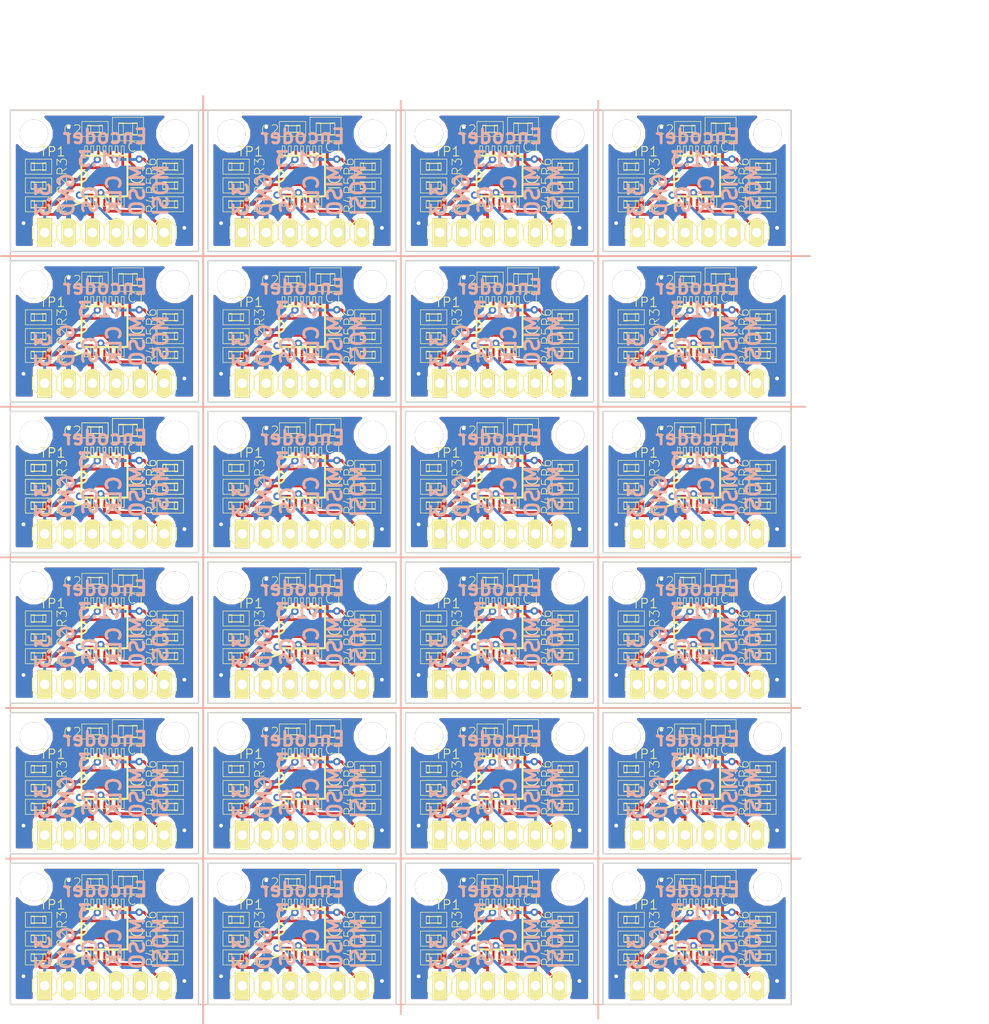
<source format=kicad_pcb>
(kicad_pcb (version 4) (host pcbnew 4.0.1-stable)
  (title_block (title "Encoder Board ") (date 2017-03-04) (rev v1.3) (company Crescent))
  (layers (0 F.Cu signal) (31 B.Cu signal) (34 B.Paste user) (35 F.Paste user) (36 B.SilkS user) (37 F.SilkS user) (38 B.Mask user) (39 F.Mask user) (44 Edge.Cuts user))
  (net 0 "")
  (net 1 +3V3)
  (net 2 GNDD)
  (net 3 ENC_CS)
  (net 4 ENC_CLK)
  (net 5 ENC_MISO)
  (net 6 ENC_MOSI)
  (net 7 "Net-(IC1-Pad5)")
  (net 8 "Net-(IC1-Pad6)")
  (net 9 "Net-(IC1-Pad7)")
  (net 10 "Net-(IC1-Pad8)")
  (net 11 "Net-(IC1-Pad9)")
  (net 12 "Net-(IC1-Pad10)")
  (net 13 "Net-(IC1-Pad14)")
  (module testpad:testpad-TP10SQ (layer F.Cu) (at 183 142.5)
    (fp_text reference TP1 (at -1.5 -0.1) (layer F.SilkS) (effects (font (thickness 0.1016))))
    (fp_text value TPTP20SQ (at -0.4318 0.6223) (layer F.SilkS) (effects (font (size 0.0254 0.0254) (thickness 0.000001))))
    (pad TP smd rect (at 0.5 0) (size 0.99822 0.99822) (layers F.Cu F.Paste F.Mask) (net 13 "Net-(IC1-Pad14)"))
  )
  (module generic:generic-SMD1608 (layer F.Cu) (at 180 146 180)
    (fp_text reference R2 (at -2.5 0 270) (layer F.SilkS) (effects (font (size 1.016 1.016) (thickness 0.0762))))
    (fp_text value RESISTOR1608 hide)
    (pad 1 smd rect (at -0.87376 0 180) (size 1.04902 1.0795) (layers F.Cu F.Paste F.Mask) (net 8 "Net-(IC1-Pad6)"))
    (pad 2 smd rect (at 0.87376 0 180) (size 1.04902 1.0795) (layers F.Cu F.Paste F.Mask) (net 2 GNDD))
  )
  (module generic:generic-SMD1608 (layer F.Cu) (at 180 144 180)
    (fp_text reference R3 (at -2.5 0 270) (layer F.SilkS) (effects (font (size 1.016 1.016) (thickness 0.0762))))
    (fp_text value RESISTOR1608 hide)
    (pad 1 smd rect (at -0.87376 0 180) (size 1.04902 1.0795) (layers F.Cu F.Paste F.Mask) (net 9 "Net-(IC1-Pad7)"))
    (pad 2 smd rect (at 0.87376 0 180) (size 1.04902 1.0795) (layers F.Cu F.Paste F.Mask) (net 2 GNDD))
  )
  (module generic:generic-SMD1608 (layer F.Cu) (at 180 148 180)
    (fp_text reference R1 (at -2.5 0 450) (layer F.SilkS) (effects (font (size 1.016 1.016) (thickness 0.0762))))
    (fp_text value RESISTOR1608 hide)
    (pad 1 smd rect (at -0.87376 0 180) (size 1.04902 1.0795) (layers F.Cu F.Paste F.Mask) (net 7 "Net-(IC1-Pad5)"))
    (pad 2 smd rect (at 0.87376 0 180) (size 1.04902 1.0795) (layers F.Cu F.Paste F.Mask) (net 2 GNDD))
  )
  (module testpad:testpad-TP10SQ (layer F.Cu) (at 183 126.5)
    (fp_text reference TP1 (at -1.5 -0.1) (layer F.SilkS) (effects (font (thickness 0.1016))))
    (fp_text value TPTP20SQ (at -0.4318 0.6223) (layer F.SilkS) (effects (font (size 0.0254 0.0254) (thickness 0.000001))))
    (pad TP smd rect (at 0.5 0) (size 0.99822 0.99822) (layers F.Cu F.Paste F.Mask) (net 13 "Net-(IC1-Pad14)"))
  )
  (module generic:generic-SMD1608 (layer F.Cu) (at 186 124 180)
    (fp_text reference C2 (at 2.4 -0.1 360) (layer F.SilkS) (effects (font (size 1.016 1.016) (thickness 0.0762))))
    (fp_text value 0.1uF/CAPACITOR1608 hide)
    (pad 1 smd rect (at -0.87376 0 180) (size 1.04902 1.0795) (layers F.Cu F.Paste F.Mask) (net 1 +3V3))
    (pad 2 smd rect (at 0.87376 0 180) (size 1.04902 1.0795) (layers F.Cu F.Paste F.Mask) (net 2 GNDD))
  )
  (module generic:generic-SMD2012 (layer F.Cu) (at 189.5 124)
    (fp_text reference C1 (at 0.9 1.9) (layer F.SilkS) (effects (font (size 1.016 1.016) (thickness 0.0762))))
    (fp_text value 10uF/CAPACITOR1608 hide)
    (pad 1 smd rect (at -0.99822 0) (size 1.29794 1.59766) (layers F.Cu F.Paste F.Mask) (net 1 +3V3))
    (pad 2 smd rect (at 0.99822 0) (size 1.29794 1.59766) (layers F.Cu F.Paste F.Mask) (net 2 GNDD))
  )
  (module as5048:ams5048a-TSSOP14 (layer F.Cu) (at 187 129 90)
    (fp_text reference IC1 (at 0 3.5 90) (layer F.SilkS) (effects (font (size 1.27 1.27) (thickness 0.1016))))
    (fp_text value AS5048 hide)
    (pad 1 smd rect (at -2.87274 -1.94818 90) (size 0.89916 0.34798) (layers F.Cu F.Paste F.Mask) (net 3 ENC_CS))
    (pad 2 smd rect (at -2.87274 -1.29794 90) (size 0.89916 0.34798) (layers F.Cu F.Paste F.Mask) (net 4 ENC_CLK))
    (pad 3 smd rect (at -2.87274 -0.6477 90) (size 0.89916 0.34798) (layers F.Cu F.Paste F.Mask) (net 5 ENC_MISO))
    (pad 4 smd rect (at -2.87274 0 90) (size 0.89916 0.34798) (layers F.Cu F.Paste F.Mask) (net 6 ENC_MOSI))
    (pad 5 smd rect (at -2.87274 0.6477 90) (size 0.89916 0.34798) (layers F.Cu F.Paste F.Mask) (net 7 "Net-(IC1-Pad5)"))
    (pad 6 smd rect (at -2.87274 1.29794 90) (size 0.89916 0.34798) (layers F.Cu F.Paste F.Mask) (net 8 "Net-(IC1-Pad6)"))
    (pad 7 smd rect (at -2.87274 1.94818 90) (size 0.89916 0.34798) (layers F.Cu F.Paste F.Mask) (net 9 "Net-(IC1-Pad7)"))
    (pad 8 smd rect (at 2.87274 1.94818 90) (size 0.89916 0.34798) (layers F.Cu F.Paste F.Mask) (net 10 "Net-(IC1-Pad8)"))
    (pad 9 smd rect (at 2.87274 1.29794 90) (size 0.89916 0.34798) (layers F.Cu F.Paste F.Mask) (net 11 "Net-(IC1-Pad9)"))
    (pad 10 smd rect (at 2.87274 0.6477 90) (size 0.89916 0.34798) (layers F.Cu F.Paste F.Mask) (net 12 "Net-(IC1-Pad10)"))
    (pad 11 smd rect (at 2.87274 0 90) (size 0.89916 0.34798) (layers F.Cu F.Paste F.Mask) (net 1 +3V3))
    (pad 12 smd rect (at 2.87274 -0.6477 90) (size 0.89916 0.34798) (layers F.Cu F.Paste F.Mask) (net 1 +3V3))
    (pad 13 smd rect (at 2.87274 -1.29794 90) (size 0.89916 0.34798) (layers F.Cu F.Paste F.Mask) (net 2 GNDD))
    (pad 14 smd rect (at 2.87274 -1.94818 90) (size 0.89916 0.34798) (layers F.Cu F.Paste F.Mask) (net 13 "Net-(IC1-Pad14)"))
  )
  (module generic:generic-SMD1608 (layer F.Cu) (at 180 132 180)
    (fp_text reference R1 (at -2.5 0 450) (layer F.SilkS) (effects (font (size 1.016 1.016) (thickness 0.0762))))
    (fp_text value RESISTOR1608 hide)
    (pad 1 smd rect (at -0.87376 0 180) (size 1.04902 1.0795) (layers F.Cu F.Paste F.Mask) (net 7 "Net-(IC1-Pad5)"))
    (pad 2 smd rect (at 0.87376 0 180) (size 1.04902 1.0795) (layers F.Cu F.Paste F.Mask) (net 2 GNDD))
  )
  (module generic:generic-SMD1608 (layer F.Cu) (at 180 130 180)
    (fp_text reference R2 (at -2.5 0 270) (layer F.SilkS) (effects (font (size 1.016 1.016) (thickness 0.0762))))
    (fp_text value RESISTOR1608 hide)
    (pad 1 smd rect (at -0.87376 0 180) (size 1.04902 1.0795) (layers F.Cu F.Paste F.Mask) (net 8 "Net-(IC1-Pad6)"))
    (pad 2 smd rect (at 0.87376 0 180) (size 1.04902 1.0795) (layers F.Cu F.Paste F.Mask) (net 2 GNDD))
  )
  (module generic:generic-SMD1608 (layer F.Cu) (at 180 128 180)
    (fp_text reference R3 (at -2.5 0 270) (layer F.SilkS) (effects (font (size 1.016 1.016) (thickness 0.0762))))
    (fp_text value RESISTOR1608 hide)
    (pad 1 smd rect (at -0.87376 0 180) (size 1.04902 1.0795) (layers F.Cu F.Paste F.Mask) (net 9 "Net-(IC1-Pad7)"))
    (pad 2 smd rect (at 0.87376 0 180) (size 1.04902 1.0795) (layers F.Cu F.Paste F.Mask) (net 2 GNDD))
  )
  (module Mounting_Holes:MountingHole_3mm (layer F.Cu) (at 179.5 124.5)
    (fp_text reference REF** hide)
    (fp_text value MountingHole_3mm hide)
    (pad 1 thru_hole circle (at 0 0) (size 3 3) (drill 3) (layers))
  )
  (module generic:generic-SMD1608 (layer F.Cu) (at 186 140 180)
    (fp_text reference C2 (at 2.4 -0.1 360) (layer F.SilkS) (effects (font (size 1.016 1.016) (thickness 0.0762))))
    (fp_text value 0.1uF/CAPACITOR1608 hide)
    (pad 1 smd rect (at -0.87376 0 180) (size 1.04902 1.0795) (layers F.Cu F.Paste F.Mask) (net 1 +3V3))
    (pad 2 smd rect (at 0.87376 0 180) (size 1.04902 1.0795) (layers F.Cu F.Paste F.Mask) (net 2 GNDD))
  )
  (module Mounting_Holes:MountingHole_3mm (layer F.Cu) (at 179.5 140.5)
    (fp_text reference REF** hide)
    (fp_text value MountingHole_3mm hide)
    (pad 1 thru_hole circle (at 0 0) (size 3 3) (drill 3) (layers))
  )
  (module pin-head:pinhead-1X06 (layer F.Cu) (at 187 151)
    (fp_text reference JP1 hide)
    (fp_text value PINHD-1X6 hide)
    (pad 1 thru_hole rect (at -6.35 0 180) (size 1.524 3.048) (drill 1.016) (layers *.Cu *.Paste *.Mask F.SilkS) (net 1 +3V3))
    (pad 2 thru_hole oval (at -3.81 0 180) (size 1.524 3.048) (drill 1.016) (layers *.Cu *.Paste *.Mask F.SilkS) (net 2 GNDD))
    (pad 3 thru_hole oval (at -1.27 0 180) (size 1.524 3.048) (drill 1.016) (layers *.Cu *.Paste *.Mask F.SilkS) (net 3 ENC_CS))
    (pad 4 thru_hole oval (at 1.27 0 180) (size 1.524 3.048) (drill 1.016) (layers *.Cu *.Paste *.Mask F.SilkS) (net 4 ENC_CLK))
    (pad 5 thru_hole oval (at 3.81 0 180) (size 1.524 3.048) (drill 1.016) (layers *.Cu *.Paste *.Mask F.SilkS) (net 5 ENC_MISO))
    (pad 6 thru_hole oval (at 6.35 0 180) (size 1.524 3.048) (drill 1.016) (layers *.Cu *.Paste *.Mask F.SilkS) (net 6 ENC_MOSI))
  )
  (module Mounting_Holes:MountingHole_3mm (layer F.Cu) (at 194.5 140.5)
    (fp_text reference REF** hide)
    (fp_text value MountingHole_3mm hide)
    (pad 1 thru_hole circle (at 0 0) (size 3 3) (drill 3) (layers))
  )
  (module pin-head:pinhead-1X06 (layer F.Cu) (at 187 135)
    (fp_text reference JP1 hide)
    (fp_text value PINHD-1X6 hide)
    (pad 1 thru_hole rect (at -6.35 0 180) (size 1.524 3.048) (drill 1.016) (layers *.Cu *.Paste *.Mask F.SilkS) (net 1 +3V3))
    (pad 2 thru_hole oval (at -3.81 0 180) (size 1.524 3.048) (drill 1.016) (layers *.Cu *.Paste *.Mask F.SilkS) (net 2 GNDD))
    (pad 3 thru_hole oval (at -1.27 0 180) (size 1.524 3.048) (drill 1.016) (layers *.Cu *.Paste *.Mask F.SilkS) (net 3 ENC_CS))
    (pad 4 thru_hole oval (at 1.27 0 180) (size 1.524 3.048) (drill 1.016) (layers *.Cu *.Paste *.Mask F.SilkS) (net 4 ENC_CLK))
    (pad 5 thru_hole oval (at 3.81 0 180) (size 1.524 3.048) (drill 1.016) (layers *.Cu *.Paste *.Mask F.SilkS) (net 5 ENC_MISO))
    (pad 6 thru_hole oval (at 6.35 0 180) (size 1.524 3.048) (drill 1.016) (layers *.Cu *.Paste *.Mask F.SilkS) (net 6 ENC_MOSI))
  )
  (module as5048:ams5048a-TSSOP14 (layer F.Cu) (at 187 145 90)
    (fp_text reference IC1 (at 0 3.5 90) (layer F.SilkS) (effects (font (size 1.27 1.27) (thickness 0.1016))))
    (fp_text value AS5048 hide)
    (pad 1 smd rect (at -2.87274 -1.94818 90) (size 0.89916 0.34798) (layers F.Cu F.Paste F.Mask) (net 3 ENC_CS))
    (pad 2 smd rect (at -2.87274 -1.29794 90) (size 0.89916 0.34798) (layers F.Cu F.Paste F.Mask) (net 4 ENC_CLK))
    (pad 3 smd rect (at -2.87274 -0.6477 90) (size 0.89916 0.34798) (layers F.Cu F.Paste F.Mask) (net 5 ENC_MISO))
    (pad 4 smd rect (at -2.87274 0 90) (size 0.89916 0.34798) (layers F.Cu F.Paste F.Mask) (net 6 ENC_MOSI))
    (pad 5 smd rect (at -2.87274 0.6477 90) (size 0.89916 0.34798) (layers F.Cu F.Paste F.Mask) (net 7 "Net-(IC1-Pad5)"))
    (pad 6 smd rect (at -2.87274 1.29794 90) (size 0.89916 0.34798) (layers F.Cu F.Paste F.Mask) (net 8 "Net-(IC1-Pad6)"))
    (pad 7 smd rect (at -2.87274 1.94818 90) (size 0.89916 0.34798) (layers F.Cu F.Paste F.Mask) (net 9 "Net-(IC1-Pad7)"))
    (pad 8 smd rect (at 2.87274 1.94818 90) (size 0.89916 0.34798) (layers F.Cu F.Paste F.Mask) (net 10 "Net-(IC1-Pad8)"))
    (pad 9 smd rect (at 2.87274 1.29794 90) (size 0.89916 0.34798) (layers F.Cu F.Paste F.Mask) (net 11 "Net-(IC1-Pad9)"))
    (pad 10 smd rect (at 2.87274 0.6477 90) (size 0.89916 0.34798) (layers F.Cu F.Paste F.Mask) (net 12 "Net-(IC1-Pad10)"))
    (pad 11 smd rect (at 2.87274 0 90) (size 0.89916 0.34798) (layers F.Cu F.Paste F.Mask) (net 1 +3V3))
    (pad 12 smd rect (at 2.87274 -0.6477 90) (size 0.89916 0.34798) (layers F.Cu F.Paste F.Mask) (net 1 +3V3))
    (pad 13 smd rect (at 2.87274 -1.29794 90) (size 0.89916 0.34798) (layers F.Cu F.Paste F.Mask) (net 2 GNDD))
    (pad 14 smd rect (at 2.87274 -1.94818 90) (size 0.89916 0.34798) (layers F.Cu F.Paste F.Mask) (net 13 "Net-(IC1-Pad14)"))
  )
  (module generic:generic-SMD2012 (layer F.Cu) (at 189.5 140)
    (fp_text reference C1 (at 0.9 1.9) (layer F.SilkS) (effects (font (size 1.016 1.016) (thickness 0.0762))))
    (fp_text value 10uF/CAPACITOR1608 hide)
    (pad 1 smd rect (at -0.99822 0) (size 1.29794 1.59766) (layers F.Cu F.Paste F.Mask) (net 1 +3V3))
    (pad 2 smd rect (at 0.99822 0) (size 1.29794 1.59766) (layers F.Cu F.Paste F.Mask) (net 2 GNDD))
  )
  (module generic:generic-SMD1608 (layer F.Cu) (at 201 130 180)
    (fp_text reference R2 (at -2.5 0 270) (layer F.SilkS) (effects (font (size 1.016 1.016) (thickness 0.0762))))
    (fp_text value RESISTOR1608 hide)
    (pad 1 smd rect (at -0.87376 0 180) (size 1.04902 1.0795) (layers F.Cu F.Paste F.Mask) (net 8 "Net-(IC1-Pad6)"))
    (pad 2 smd rect (at 0.87376 0 180) (size 1.04902 1.0795) (layers F.Cu F.Paste F.Mask) (net 2 GNDD))
  )
  (module Mounting_Holes:MountingHole_3mm (layer F.Cu) (at 200.5 124.5)
    (fp_text reference REF** hide)
    (fp_text value MountingHole_3mm hide)
    (pad 1 thru_hole circle (at 0 0) (size 3 3) (drill 3) (layers))
  )
  (module generic:generic-SMD1608 (layer F.Cu) (at 201 128 180)
    (fp_text reference R3 (at -2.5 0 270) (layer F.SilkS) (effects (font (size 1.016 1.016) (thickness 0.0762))))
    (fp_text value RESISTOR1608 hide)
    (pad 1 smd rect (at -0.87376 0 180) (size 1.04902 1.0795) (layers F.Cu F.Paste F.Mask) (net 9 "Net-(IC1-Pad7)"))
    (pad 2 smd rect (at 0.87376 0 180) (size 1.04902 1.0795) (layers F.Cu F.Paste F.Mask) (net 2 GNDD))
  )
  (module generic:generic-SMD1608 (layer F.Cu) (at 201 132 180)
    (fp_text reference R1 (at -2.5 0 450) (layer F.SilkS) (effects (font (size 1.016 1.016) (thickness 0.0762))))
    (fp_text value RESISTOR1608 hide)
    (pad 1 smd rect (at -0.87376 0 180) (size 1.04902 1.0795) (layers F.Cu F.Paste F.Mask) (net 7 "Net-(IC1-Pad5)"))
    (pad 2 smd rect (at 0.87376 0 180) (size 1.04902 1.0795) (layers F.Cu F.Paste F.Mask) (net 2 GNDD))
  )
  (module generic:generic-SMD1608 (layer F.Cu) (at 194 130)
    (fp_text reference R5 (at -2 0 90) (layer F.SilkS) (effects (font (size 1.016 1.016) (thickness 0.0762))))
    (fp_text value RESISTOR1608 hide)
    (pad 1 smd rect (at -0.87376 0) (size 1.04902 1.0795) (layers F.Cu F.Paste F.Mask) (net 11 "Net-(IC1-Pad9)"))
    (pad 2 smd rect (at 0.87376 0) (size 1.04902 1.0795) (layers F.Cu F.Paste F.Mask) (net 2 GNDD))
  )
  (module generic:generic-SMD1608 (layer F.Cu) (at 194 128)
    (fp_text reference R6 (at -2 0 90) (layer F.SilkS) (effects (font (size 1.016 1.016) (thickness 0.0762))))
    (fp_text value RESISTOR1608 hide)
    (pad 1 smd rect (at -0.87376 0) (size 1.04902 1.0795) (layers F.Cu F.Paste F.Mask) (net 12 "Net-(IC1-Pad10)"))
    (pad 2 smd rect (at 0.87376 0) (size 1.04902 1.0795) (layers F.Cu F.Paste F.Mask) (net 2 GNDD))
  )
  (module generic:generic-SMD1608 (layer F.Cu) (at 194 132)
    (fp_text reference R4 (at -2 0 90) (layer F.SilkS) (effects (font (size 1.016 1.016) (thickness 0.0762))))
    (fp_text value RESISTOR1608 hide)
    (pad 1 smd rect (at -0.87376 0) (size 1.04902 1.0795) (layers F.Cu F.Paste F.Mask) (net 10 "Net-(IC1-Pad8)"))
    (pad 2 smd rect (at 0.87376 0) (size 1.04902 1.0795) (layers F.Cu F.Paste F.Mask) (net 2 GNDD))
  )
  (module Mounting_Holes:MountingHole_3mm (layer F.Cu) (at 194.5 124.5)
    (fp_text reference REF** hide)
    (fp_text value MountingHole_3mm hide)
    (pad 1 thru_hole circle (at 0 0) (size 3 3) (drill 3) (layers))
  )
  (module Mounting_Holes:MountingHole_3mm (layer F.Cu) (at 152.5 124.5)
    (fp_text reference REF** hide)
    (fp_text value MountingHole_3mm hide)
    (pad 1 thru_hole circle (at 0 0) (size 3 3) (drill 3) (layers))
  )
  (module generic:generic-SMD1608 (layer F.Cu) (at 152 128)
    (fp_text reference R6 (at -2 0 90) (layer F.SilkS) (effects (font (size 1.016 1.016) (thickness 0.0762))))
    (fp_text value RESISTOR1608 hide)
    (pad 1 smd rect (at -0.87376 0) (size 1.04902 1.0795) (layers F.Cu F.Paste F.Mask) (net 12 "Net-(IC1-Pad10)"))
    (pad 2 smd rect (at 0.87376 0) (size 1.04902 1.0795) (layers F.Cu F.Paste F.Mask) (net 2 GNDD))
  )
  (module generic:generic-SMD2012 (layer F.Cu) (at 147.5 124)
    (fp_text reference C1 (at 0.9 1.9) (layer F.SilkS) (effects (font (size 1.016 1.016) (thickness 0.0762))))
    (fp_text value 10uF/CAPACITOR1608 hide)
    (pad 1 smd rect (at -0.99822 0) (size 1.29794 1.59766) (layers F.Cu F.Paste F.Mask) (net 1 +3V3))
    (pad 2 smd rect (at 0.99822 0) (size 1.29794 1.59766) (layers F.Cu F.Paste F.Mask) (net 2 GNDD))
  )
  (module generic:generic-SMD1608 (layer F.Cu) (at 152 132)
    (fp_text reference R4 (at -2 0 90) (layer F.SilkS) (effects (font (size 1.016 1.016) (thickness 0.0762))))
    (fp_text value RESISTOR1608 hide)
    (pad 1 smd rect (at -0.87376 0) (size 1.04902 1.0795) (layers F.Cu F.Paste F.Mask) (net 10 "Net-(IC1-Pad8)"))
    (pad 2 smd rect (at 0.87376 0) (size 1.04902 1.0795) (layers F.Cu F.Paste F.Mask) (net 2 GNDD))
  )
  (module generic:generic-SMD1608 (layer F.Cu) (at 152 130)
    (fp_text reference R5 (at -2 0 90) (layer F.SilkS) (effects (font (size 1.016 1.016) (thickness 0.0762))))
    (fp_text value RESISTOR1608 hide)
    (pad 1 smd rect (at -0.87376 0) (size 1.04902 1.0795) (layers F.Cu F.Paste F.Mask) (net 11 "Net-(IC1-Pad9)"))
    (pad 2 smd rect (at 0.87376 0) (size 1.04902 1.0795) (layers F.Cu F.Paste F.Mask) (net 2 GNDD))
  )
  (module generic:generic-SMD1608 (layer F.Cu) (at 144 124 180)
    (fp_text reference C2 (at 2.4 -0.1 360) (layer F.SilkS) (effects (font (size 1.016 1.016) (thickness 0.0762))))
    (fp_text value 0.1uF/CAPACITOR1608 hide)
    (pad 1 smd rect (at -0.87376 0 180) (size 1.04902 1.0795) (layers F.Cu F.Paste F.Mask) (net 1 +3V3))
    (pad 2 smd rect (at 0.87376 0 180) (size 1.04902 1.0795) (layers F.Cu F.Paste F.Mask) (net 2 GNDD))
  )
  (module as5048:ams5048a-TSSOP14 (layer F.Cu) (at 145 129 90)
    (fp_text reference IC1 (at 0 3.5 90) (layer F.SilkS) (effects (font (size 1.27 1.27) (thickness 0.1016))))
    (fp_text value AS5048 hide)
    (pad 1 smd rect (at -2.87274 -1.94818 90) (size 0.89916 0.34798) (layers F.Cu F.Paste F.Mask) (net 3 ENC_CS))
    (pad 2 smd rect (at -2.87274 -1.29794 90) (size 0.89916 0.34798) (layers F.Cu F.Paste F.Mask) (net 4 ENC_CLK))
    (pad 3 smd rect (at -2.87274 -0.6477 90) (size 0.89916 0.34798) (layers F.Cu F.Paste F.Mask) (net 5 ENC_MISO))
    (pad 4 smd rect (at -2.87274 0 90) (size 0.89916 0.34798) (layers F.Cu F.Paste F.Mask) (net 6 ENC_MOSI))
    (pad 5 smd rect (at -2.87274 0.6477 90) (size 0.89916 0.34798) (layers F.Cu F.Paste F.Mask) (net 7 "Net-(IC1-Pad5)"))
    (pad 6 smd rect (at -2.87274 1.29794 90) (size 0.89916 0.34798) (layers F.Cu F.Paste F.Mask) (net 8 "Net-(IC1-Pad6)"))
    (pad 7 smd rect (at -2.87274 1.94818 90) (size 0.89916 0.34798) (layers F.Cu F.Paste F.Mask) (net 9 "Net-(IC1-Pad7)"))
    (pad 8 smd rect (at 2.87274 1.94818 90) (size 0.89916 0.34798) (layers F.Cu F.Paste F.Mask) (net 10 "Net-(IC1-Pad8)"))
    (pad 9 smd rect (at 2.87274 1.29794 90) (size 0.89916 0.34798) (layers F.Cu F.Paste F.Mask) (net 11 "Net-(IC1-Pad9)"))
    (pad 10 smd rect (at 2.87274 0.6477 90) (size 0.89916 0.34798) (layers F.Cu F.Paste F.Mask) (net 12 "Net-(IC1-Pad10)"))
    (pad 11 smd rect (at 2.87274 0 90) (size 0.89916 0.34798) (layers F.Cu F.Paste F.Mask) (net 1 +3V3))
    (pad 12 smd rect (at 2.87274 -0.6477 90) (size 0.89916 0.34798) (layers F.Cu F.Paste F.Mask) (net 1 +3V3))
    (pad 13 smd rect (at 2.87274 -1.29794 90) (size 0.89916 0.34798) (layers F.Cu F.Paste F.Mask) (net 2 GNDD))
    (pad 14 smd rect (at 2.87274 -1.94818 90) (size 0.89916 0.34798) (layers F.Cu F.Paste F.Mask) (net 13 "Net-(IC1-Pad14)"))
  )
  (module Mounting_Holes:MountingHole_3mm (layer F.Cu) (at 152.5 140.5)
    (fp_text reference REF** hide)
    (fp_text value MountingHole_3mm hide)
    (pad 1 thru_hole circle (at 0 0) (size 3 3) (drill 3) (layers))
  )
  (module Mounting_Holes:MountingHole_3mm (layer F.Cu) (at 137.5 140.5)
    (fp_text reference REF** hide)
    (fp_text value MountingHole_3mm hide)
    (pad 1 thru_hole circle (at 0 0) (size 3 3) (drill 3) (layers))
  )
  (module generic:generic-SMD1608 (layer F.Cu) (at 152 144)
    (fp_text reference R6 (at -2 0 90) (layer F.SilkS) (effects (font (size 1.016 1.016) (thickness 0.0762))))
    (fp_text value RESISTOR1608 hide)
    (pad 1 smd rect (at -0.87376 0) (size 1.04902 1.0795) (layers F.Cu F.Paste F.Mask) (net 12 "Net-(IC1-Pad10)"))
    (pad 2 smd rect (at 0.87376 0) (size 1.04902 1.0795) (layers F.Cu F.Paste F.Mask) (net 2 GNDD))
  )
  (module generic:generic-SMD2012 (layer F.Cu) (at 147.5 140)
    (fp_text reference C1 (at 0.9 1.9) (layer F.SilkS) (effects (font (size 1.016 1.016) (thickness 0.0762))))
    (fp_text value 10uF/CAPACITOR1608 hide)
    (pad 1 smd rect (at -0.99822 0) (size 1.29794 1.59766) (layers F.Cu F.Paste F.Mask) (net 1 +3V3))
    (pad 2 smd rect (at 0.99822 0) (size 1.29794 1.59766) (layers F.Cu F.Paste F.Mask) (net 2 GNDD))
  )
  (module pin-head:pinhead-1X06 (layer F.Cu) (at 145 135)
    (fp_text reference JP1 hide)
    (fp_text value PINHD-1X6 hide)
    (pad 1 thru_hole rect (at -6.35 0 180) (size 1.524 3.048) (drill 1.016) (layers *.Cu *.Paste *.Mask F.SilkS) (net 1 +3V3))
    (pad 2 thru_hole oval (at -3.81 0 180) (size 1.524 3.048) (drill 1.016) (layers *.Cu *.Paste *.Mask F.SilkS) (net 2 GNDD))
    (pad 3 thru_hole oval (at -1.27 0 180) (size 1.524 3.048) (drill 1.016) (layers *.Cu *.Paste *.Mask F.SilkS) (net 3 ENC_CS))
    (pad 4 thru_hole oval (at 1.27 0 180) (size 1.524 3.048) (drill 1.016) (layers *.Cu *.Paste *.Mask F.SilkS) (net 4 ENC_CLK))
    (pad 5 thru_hole oval (at 3.81 0 180) (size 1.524 3.048) (drill 1.016) (layers *.Cu *.Paste *.Mask F.SilkS) (net 5 ENC_MISO))
    (pad 6 thru_hole oval (at 6.35 0 180) (size 1.524 3.048) (drill 1.016) (layers *.Cu *.Paste *.Mask F.SilkS) (net 6 ENC_MOSI))
  )
  (module generic:generic-SMD1608 (layer F.Cu) (at 144 140 180)
    (fp_text reference C2 (at 2.4 -0.1 360) (layer F.SilkS) (effects (font (size 1.016 1.016) (thickness 0.0762))))
    (fp_text value 0.1uF/CAPACITOR1608 hide)
    (pad 1 smd rect (at -0.87376 0 180) (size 1.04902 1.0795) (layers F.Cu F.Paste F.Mask) (net 1 +3V3))
    (pad 2 smd rect (at 0.87376 0 180) (size 1.04902 1.0795) (layers F.Cu F.Paste F.Mask) (net 2 GNDD))
  )
  (module generic:generic-SMD1608 (layer F.Cu) (at 152 146)
    (fp_text reference R5 (at -2 0 90) (layer F.SilkS) (effects (font (size 1.016 1.016) (thickness 0.0762))))
    (fp_text value RESISTOR1608 hide)
    (pad 1 smd rect (at -0.87376 0) (size 1.04902 1.0795) (layers F.Cu F.Paste F.Mask) (net 11 "Net-(IC1-Pad9)"))
    (pad 2 smd rect (at 0.87376 0) (size 1.04902 1.0795) (layers F.Cu F.Paste F.Mask) (net 2 GNDD))
  )
  (module generic:generic-SMD1608 (layer F.Cu) (at 138 144 180)
    (fp_text reference R3 (at -2.5 0 270) (layer F.SilkS) (effects (font (size 1.016 1.016) (thickness 0.0762))))
    (fp_text value RESISTOR1608 hide)
    (pad 1 smd rect (at -0.87376 0 180) (size 1.04902 1.0795) (layers F.Cu F.Paste F.Mask) (net 9 "Net-(IC1-Pad7)"))
    (pad 2 smd rect (at 0.87376 0 180) (size 1.04902 1.0795) (layers F.Cu F.Paste F.Mask) (net 2 GNDD))
  )
  (module generic:generic-SMD1608 (layer F.Cu) (at 138 146 180)
    (fp_text reference R2 (at -2.5 0 270) (layer F.SilkS) (effects (font (size 1.016 1.016) (thickness 0.0762))))
    (fp_text value RESISTOR1608 hide)
    (pad 1 smd rect (at -0.87376 0 180) (size 1.04902 1.0795) (layers F.Cu F.Paste F.Mask) (net 8 "Net-(IC1-Pad6)"))
    (pad 2 smd rect (at 0.87376 0 180) (size 1.04902 1.0795) (layers F.Cu F.Paste F.Mask) (net 2 GNDD))
  )
  (module generic:generic-SMD1608 (layer F.Cu) (at 138 148 180)
    (fp_text reference R1 (at -2.5 0 450) (layer F.SilkS) (effects (font (size 1.016 1.016) (thickness 0.0762))))
    (fp_text value RESISTOR1608 hide)
    (pad 1 smd rect (at -0.87376 0 180) (size 1.04902 1.0795) (layers F.Cu F.Paste F.Mask) (net 7 "Net-(IC1-Pad5)"))
    (pad 2 smd rect (at 0.87376 0 180) (size 1.04902 1.0795) (layers F.Cu F.Paste F.Mask) (net 2 GNDD))
  )
  (module as5048:ams5048a-TSSOP14 (layer F.Cu) (at 145 145 90)
    (fp_text reference IC1 (at 0 3.5 90) (layer F.SilkS) (effects (font (size 1.27 1.27) (thickness 0.1016))))
    (fp_text value AS5048 hide)
    (pad 1 smd rect (at -2.87274 -1.94818 90) (size 0.89916 0.34798) (layers F.Cu F.Paste F.Mask) (net 3 ENC_CS))
    (pad 2 smd rect (at -2.87274 -1.29794 90) (size 0.89916 0.34798) (layers F.Cu F.Paste F.Mask) (net 4 ENC_CLK))
    (pad 3 smd rect (at -2.87274 -0.6477 90) (size 0.89916 0.34798) (layers F.Cu F.Paste F.Mask) (net 5 ENC_MISO))
    (pad 4 smd rect (at -2.87274 0 90) (size 0.89916 0.34798) (layers F.Cu F.Paste F.Mask) (net 6 ENC_MOSI))
    (pad 5 smd rect (at -2.87274 0.6477 90) (size 0.89916 0.34798) (layers F.Cu F.Paste F.Mask) (net 7 "Net-(IC1-Pad5)"))
    (pad 6 smd rect (at -2.87274 1.29794 90) (size 0.89916 0.34798) (layers F.Cu F.Paste F.Mask) (net 8 "Net-(IC1-Pad6)"))
    (pad 7 smd rect (at -2.87274 1.94818 90) (size 0.89916 0.34798) (layers F.Cu F.Paste F.Mask) (net 9 "Net-(IC1-Pad7)"))
    (pad 8 smd rect (at 2.87274 1.94818 90) (size 0.89916 0.34798) (layers F.Cu F.Paste F.Mask) (net 10 "Net-(IC1-Pad8)"))
    (pad 9 smd rect (at 2.87274 1.29794 90) (size 0.89916 0.34798) (layers F.Cu F.Paste F.Mask) (net 11 "Net-(IC1-Pad9)"))
    (pad 10 smd rect (at 2.87274 0.6477 90) (size 0.89916 0.34798) (layers F.Cu F.Paste F.Mask) (net 12 "Net-(IC1-Pad10)"))
    (pad 11 smd rect (at 2.87274 0 90) (size 0.89916 0.34798) (layers F.Cu F.Paste F.Mask) (net 1 +3V3))
    (pad 12 smd rect (at 2.87274 -0.6477 90) (size 0.89916 0.34798) (layers F.Cu F.Paste F.Mask) (net 1 +3V3))
    (pad 13 smd rect (at 2.87274 -1.29794 90) (size 0.89916 0.34798) (layers F.Cu F.Paste F.Mask) (net 2 GNDD))
    (pad 14 smd rect (at 2.87274 -1.94818 90) (size 0.89916 0.34798) (layers F.Cu F.Paste F.Mask) (net 13 "Net-(IC1-Pad14)"))
  )
  (module pin-head:pinhead-1X06 (layer F.Cu) (at 145 151)
    (fp_text reference JP1 hide)
    (fp_text value PINHD-1X6 hide)
    (pad 1 thru_hole rect (at -6.35 0 180) (size 1.524 3.048) (drill 1.016) (layers *.Cu *.Paste *.Mask F.SilkS) (net 1 +3V3))
    (pad 2 thru_hole oval (at -3.81 0 180) (size 1.524 3.048) (drill 1.016) (layers *.Cu *.Paste *.Mask F.SilkS) (net 2 GNDD))
    (pad 3 thru_hole oval (at -1.27 0 180) (size 1.524 3.048) (drill 1.016) (layers *.Cu *.Paste *.Mask F.SilkS) (net 3 ENC_CS))
    (pad 4 thru_hole oval (at 1.27 0 180) (size 1.524 3.048) (drill 1.016) (layers *.Cu *.Paste *.Mask F.SilkS) (net 4 ENC_CLK))
    (pad 5 thru_hole oval (at 3.81 0 180) (size 1.524 3.048) (drill 1.016) (layers *.Cu *.Paste *.Mask F.SilkS) (net 5 ENC_MISO))
    (pad 6 thru_hole oval (at 6.35 0 180) (size 1.524 3.048) (drill 1.016) (layers *.Cu *.Paste *.Mask F.SilkS) (net 6 ENC_MOSI))
  )
  (module testpad:testpad-TP10SQ (layer F.Cu) (at 141 142.5)
    (fp_text reference TP1 (at -1.5 -0.1) (layer F.SilkS) (effects (font (thickness 0.1016))))
    (fp_text value TPTP20SQ (at -0.4318 0.6223) (layer F.SilkS) (effects (font (size 0.0254 0.0254) (thickness 0.000001))))
    (pad TP smd rect (at 0.5 0) (size 0.99822 0.99822) (layers F.Cu F.Paste F.Mask) (net 13 "Net-(IC1-Pad14)"))
  )
  (module generic:generic-SMD1608 (layer F.Cu) (at 152 148)
    (fp_text reference R4 (at -2 0 90) (layer F.SilkS) (effects (font (size 1.016 1.016) (thickness 0.0762))))
    (fp_text value RESISTOR1608 hide)
    (pad 1 smd rect (at -0.87376 0) (size 1.04902 1.0795) (layers F.Cu F.Paste F.Mask) (net 10 "Net-(IC1-Pad8)"))
    (pad 2 smd rect (at 0.87376 0) (size 1.04902 1.0795) (layers F.Cu F.Paste F.Mask) (net 2 GNDD))
  )
  (module testpad:testpad-TP10SQ (layer F.Cu) (at 141 126.5)
    (fp_text reference TP1 (at -1.5 -0.1) (layer F.SilkS) (effects (font (thickness 0.1016))))
    (fp_text value TPTP20SQ (at -0.4318 0.6223) (layer F.SilkS) (effects (font (size 0.0254 0.0254) (thickness 0.000001))))
    (pad TP smd rect (at 0.5 0) (size 0.99822 0.99822) (layers F.Cu F.Paste F.Mask) (net 13 "Net-(IC1-Pad14)"))
  )
  (module generic:generic-SMD1608 (layer F.Cu) (at 138 130 180)
    (fp_text reference R2 (at -2.5 0 270) (layer F.SilkS) (effects (font (size 1.016 1.016) (thickness 0.0762))))
    (fp_text value RESISTOR1608 hide)
    (pad 1 smd rect (at -0.87376 0 180) (size 1.04902 1.0795) (layers F.Cu F.Paste F.Mask) (net 8 "Net-(IC1-Pad6)"))
    (pad 2 smd rect (at 0.87376 0 180) (size 1.04902 1.0795) (layers F.Cu F.Paste F.Mask) (net 2 GNDD))
  )
  (module generic:generic-SMD1608 (layer F.Cu) (at 138 128 180)
    (fp_text reference R3 (at -2.5 0 270) (layer F.SilkS) (effects (font (size 1.016 1.016) (thickness 0.0762))))
    (fp_text value RESISTOR1608 hide)
    (pad 1 smd rect (at -0.87376 0 180) (size 1.04902 1.0795) (layers F.Cu F.Paste F.Mask) (net 9 "Net-(IC1-Pad7)"))
    (pad 2 smd rect (at 0.87376 0 180) (size 1.04902 1.0795) (layers F.Cu F.Paste F.Mask) (net 2 GNDD))
  )
  (module generic:generic-SMD1608 (layer F.Cu) (at 138 132 180)
    (fp_text reference R1 (at -2.5 0 450) (layer F.SilkS) (effects (font (size 1.016 1.016) (thickness 0.0762))))
    (fp_text value RESISTOR1608 hide)
    (pad 1 smd rect (at -0.87376 0 180) (size 1.04902 1.0795) (layers F.Cu F.Paste F.Mask) (net 7 "Net-(IC1-Pad5)"))
    (pad 2 smd rect (at 0.87376 0 180) (size 1.04902 1.0795) (layers F.Cu F.Paste F.Mask) (net 2 GNDD))
  )
  (module Mounting_Holes:MountingHole_3mm (layer F.Cu) (at 137.5 124.5)
    (fp_text reference REF** hide)
    (fp_text value MountingHole_3mm hide)
    (pad 1 thru_hole circle (at 0 0) (size 3 3) (drill 3) (layers))
  )
  (module Mounting_Holes:MountingHole_3mm (layer F.Cu) (at 215.5 140.5)
    (fp_text reference REF** hide)
    (fp_text value MountingHole_3mm hide)
    (pad 1 thru_hole circle (at 0 0) (size 3 3) (drill 3) (layers))
  )
  (module pin-head:pinhead-1X06 (layer F.Cu) (at 208 135)
    (fp_text reference JP1 hide)
    (fp_text value PINHD-1X6 hide)
    (pad 1 thru_hole rect (at -6.35 0 180) (size 1.524 3.048) (drill 1.016) (layers *.Cu *.Paste *.Mask F.SilkS) (net 1 +3V3))
    (pad 2 thru_hole oval (at -3.81 0 180) (size 1.524 3.048) (drill 1.016) (layers *.Cu *.Paste *.Mask F.SilkS) (net 2 GNDD))
    (pad 3 thru_hole oval (at -1.27 0 180) (size 1.524 3.048) (drill 1.016) (layers *.Cu *.Paste *.Mask F.SilkS) (net 3 ENC_CS))
    (pad 4 thru_hole oval (at 1.27 0 180) (size 1.524 3.048) (drill 1.016) (layers *.Cu *.Paste *.Mask F.SilkS) (net 4 ENC_CLK))
    (pad 5 thru_hole oval (at 3.81 0 180) (size 1.524 3.048) (drill 1.016) (layers *.Cu *.Paste *.Mask F.SilkS) (net 5 ENC_MISO))
    (pad 6 thru_hole oval (at 6.35 0 180) (size 1.524 3.048) (drill 1.016) (layers *.Cu *.Paste *.Mask F.SilkS) (net 6 ENC_MOSI))
  )
  (module generic:generic-SMD2012 (layer F.Cu) (at 210.5 140)
    (fp_text reference C1 (at 0.9 1.9) (layer F.SilkS) (effects (font (size 1.016 1.016) (thickness 0.0762))))
    (fp_text value 10uF/CAPACITOR1608 hide)
    (pad 1 smd rect (at -0.99822 0) (size 1.29794 1.59766) (layers F.Cu F.Paste F.Mask) (net 1 +3V3))
    (pad 2 smd rect (at 0.99822 0) (size 1.29794 1.59766) (layers F.Cu F.Paste F.Mask) (net 2 GNDD))
  )
  (module generic:generic-SMD1608 (layer F.Cu) (at 207 140 180)
    (fp_text reference C2 (at 2.4 -0.1 360) (layer F.SilkS) (effects (font (size 1.016 1.016) (thickness 0.0762))))
    (fp_text value 0.1uF/CAPACITOR1608 hide)
    (pad 1 smd rect (at -0.87376 0 180) (size 1.04902 1.0795) (layers F.Cu F.Paste F.Mask) (net 1 +3V3))
    (pad 2 smd rect (at 0.87376 0 180) (size 1.04902 1.0795) (layers F.Cu F.Paste F.Mask) (net 2 GNDD))
  )
  (module generic:generic-SMD1608 (layer F.Cu) (at 194 146)
    (fp_text reference R5 (at -2 0 90) (layer F.SilkS) (effects (font (size 1.016 1.016) (thickness 0.0762))))
    (fp_text value RESISTOR1608 hide)
    (pad 1 smd rect (at -0.87376 0) (size 1.04902 1.0795) (layers F.Cu F.Paste F.Mask) (net 11 "Net-(IC1-Pad9)"))
    (pad 2 smd rect (at 0.87376 0) (size 1.04902 1.0795) (layers F.Cu F.Paste F.Mask) (net 2 GNDD))
  )
  (module generic:generic-SMD1608 (layer F.Cu) (at 194 148)
    (fp_text reference R4 (at -2 0 90) (layer F.SilkS) (effects (font (size 1.016 1.016) (thickness 0.0762))))
    (fp_text value RESISTOR1608 hide)
    (pad 1 smd rect (at -0.87376 0) (size 1.04902 1.0795) (layers F.Cu F.Paste F.Mask) (net 10 "Net-(IC1-Pad8)"))
    (pad 2 smd rect (at 0.87376 0) (size 1.04902 1.0795) (layers F.Cu F.Paste F.Mask) (net 2 GNDD))
  )
  (module Mounting_Holes:MountingHole_3mm (layer F.Cu) (at 200.5 140.5)
    (fp_text reference REF** hide)
    (fp_text value MountingHole_3mm hide)
    (pad 1 thru_hole circle (at 0 0) (size 3 3) (drill 3) (layers))
  )
  (module generic:generic-SMD1608 (layer F.Cu) (at 201 144 180)
    (fp_text reference R3 (at -2.5 0 270) (layer F.SilkS) (effects (font (size 1.016 1.016) (thickness 0.0762))))
    (fp_text value RESISTOR1608 hide)
    (pad 1 smd rect (at -0.87376 0 180) (size 1.04902 1.0795) (layers F.Cu F.Paste F.Mask) (net 9 "Net-(IC1-Pad7)"))
    (pad 2 smd rect (at 0.87376 0 180) (size 1.04902 1.0795) (layers F.Cu F.Paste F.Mask) (net 2 GNDD))
  )
  (module generic:generic-SMD1608 (layer F.Cu) (at 201 146 180)
    (fp_text reference R2 (at -2.5 0 270) (layer F.SilkS) (effects (font (size 1.016 1.016) (thickness 0.0762))))
    (fp_text value RESISTOR1608 hide)
    (pad 1 smd rect (at -0.87376 0 180) (size 1.04902 1.0795) (layers F.Cu F.Paste F.Mask) (net 8 "Net-(IC1-Pad6)"))
    (pad 2 smd rect (at 0.87376 0 180) (size 1.04902 1.0795) (layers F.Cu F.Paste F.Mask) (net 2 GNDD))
  )
  (module generic:generic-SMD1608 (layer F.Cu) (at 201 148 180)
    (fp_text reference R1 (at -2.5 0 450) (layer F.SilkS) (effects (font (size 1.016 1.016) (thickness 0.0762))))
    (fp_text value RESISTOR1608 hide)
    (pad 1 smd rect (at -0.87376 0 180) (size 1.04902 1.0795) (layers F.Cu F.Paste F.Mask) (net 7 "Net-(IC1-Pad5)"))
    (pad 2 smd rect (at 0.87376 0 180) (size 1.04902 1.0795) (layers F.Cu F.Paste F.Mask) (net 2 GNDD))
  )
  (module generic:generic-SMD1608 (layer F.Cu) (at 194 144)
    (fp_text reference R6 (at -2 0 90) (layer F.SilkS) (effects (font (size 1.016 1.016) (thickness 0.0762))))
    (fp_text value RESISTOR1608 hide)
    (pad 1 smd rect (at -0.87376 0) (size 1.04902 1.0795) (layers F.Cu F.Paste F.Mask) (net 12 "Net-(IC1-Pad10)"))
    (pad 2 smd rect (at 0.87376 0) (size 1.04902 1.0795) (layers F.Cu F.Paste F.Mask) (net 2 GNDD))
  )
  (module testpad:testpad-TP10SQ (layer F.Cu) (at 204 142.5)
    (fp_text reference TP1 (at -1.5 -0.1) (layer F.SilkS) (effects (font (thickness 0.1016))))
    (fp_text value TPTP20SQ (at -0.4318 0.6223) (layer F.SilkS) (effects (font (size 0.0254 0.0254) (thickness 0.000001))))
    (pad TP smd rect (at 0.5 0) (size 0.99822 0.99822) (layers F.Cu F.Paste F.Mask) (net 13 "Net-(IC1-Pad14)"))
  )
  (module generic:generic-SMD1608 (layer F.Cu) (at 215 144)
    (fp_text reference R6 (at -2 0 90) (layer F.SilkS) (effects (font (size 1.016 1.016) (thickness 0.0762))))
    (fp_text value RESISTOR1608 hide)
    (pad 1 smd rect (at -0.87376 0) (size 1.04902 1.0795) (layers F.Cu F.Paste F.Mask) (net 12 "Net-(IC1-Pad10)"))
    (pad 2 smd rect (at 0.87376 0) (size 1.04902 1.0795) (layers F.Cu F.Paste F.Mask) (net 2 GNDD))
  )
  (module generic:generic-SMD1608 (layer F.Cu) (at 215 146)
    (fp_text reference R5 (at -2 0 90) (layer F.SilkS) (effects (font (size 1.016 1.016) (thickness 0.0762))))
    (fp_text value RESISTOR1608 hide)
    (pad 1 smd rect (at -0.87376 0) (size 1.04902 1.0795) (layers F.Cu F.Paste F.Mask) (net 11 "Net-(IC1-Pad9)"))
    (pad 2 smd rect (at 0.87376 0) (size 1.04902 1.0795) (layers F.Cu F.Paste F.Mask) (net 2 GNDD))
  )
  (module generic:generic-SMD1608 (layer F.Cu) (at 215 148)
    (fp_text reference R4 (at -2 0 90) (layer F.SilkS) (effects (font (size 1.016 1.016) (thickness 0.0762))))
    (fp_text value RESISTOR1608 hide)
    (pad 1 smd rect (at -0.87376 0) (size 1.04902 1.0795) (layers F.Cu F.Paste F.Mask) (net 10 "Net-(IC1-Pad8)"))
    (pad 2 smd rect (at 0.87376 0) (size 1.04902 1.0795) (layers F.Cu F.Paste F.Mask) (net 2 GNDD))
  )
  (module pin-head:pinhead-1X06 (layer F.Cu) (at 208 151)
    (fp_text reference JP1 hide)
    (fp_text value PINHD-1X6 hide)
    (pad 1 thru_hole rect (at -6.35 0 180) (size 1.524 3.048) (drill 1.016) (layers *.Cu *.Paste *.Mask F.SilkS) (net 1 +3V3))
    (pad 2 thru_hole oval (at -3.81 0 180) (size 1.524 3.048) (drill 1.016) (layers *.Cu *.Paste *.Mask F.SilkS) (net 2 GNDD))
    (pad 3 thru_hole oval (at -1.27 0 180) (size 1.524 3.048) (drill 1.016) (layers *.Cu *.Paste *.Mask F.SilkS) (net 3 ENC_CS))
    (pad 4 thru_hole oval (at 1.27 0 180) (size 1.524 3.048) (drill 1.016) (layers *.Cu *.Paste *.Mask F.SilkS) (net 4 ENC_CLK))
    (pad 5 thru_hole oval (at 3.81 0 180) (size 1.524 3.048) (drill 1.016) (layers *.Cu *.Paste *.Mask F.SilkS) (net 5 ENC_MISO))
    (pad 6 thru_hole oval (at 6.35 0 180) (size 1.524 3.048) (drill 1.016) (layers *.Cu *.Paste *.Mask F.SilkS) (net 6 ENC_MOSI))
  )
  (module as5048:ams5048a-TSSOP14 (layer F.Cu) (at 208 145 90)
    (fp_text reference IC1 (at 0 3.5 90) (layer F.SilkS) (effects (font (size 1.27 1.27) (thickness 0.1016))))
    (fp_text value AS5048 hide)
    (pad 1 smd rect (at -2.87274 -1.94818 90) (size 0.89916 0.34798) (layers F.Cu F.Paste F.Mask) (net 3 ENC_CS))
    (pad 2 smd rect (at -2.87274 -1.29794 90) (size 0.89916 0.34798) (layers F.Cu F.Paste F.Mask) (net 4 ENC_CLK))
    (pad 3 smd rect (at -2.87274 -0.6477 90) (size 0.89916 0.34798) (layers F.Cu F.Paste F.Mask) (net 5 ENC_MISO))
    (pad 4 smd rect (at -2.87274 0 90) (size 0.89916 0.34798) (layers F.Cu F.Paste F.Mask) (net 6 ENC_MOSI))
    (pad 5 smd rect (at -2.87274 0.6477 90) (size 0.89916 0.34798) (layers F.Cu F.Paste F.Mask) (net 7 "Net-(IC1-Pad5)"))
    (pad 6 smd rect (at -2.87274 1.29794 90) (size 0.89916 0.34798) (layers F.Cu F.Paste F.Mask) (net 8 "Net-(IC1-Pad6)"))
    (pad 7 smd rect (at -2.87274 1.94818 90) (size 0.89916 0.34798) (layers F.Cu F.Paste F.Mask) (net 9 "Net-(IC1-Pad7)"))
    (pad 8 smd rect (at 2.87274 1.94818 90) (size 0.89916 0.34798) (layers F.Cu F.Paste F.Mask) (net 10 "Net-(IC1-Pad8)"))
    (pad 9 smd rect (at 2.87274 1.29794 90) (size 0.89916 0.34798) (layers F.Cu F.Paste F.Mask) (net 11 "Net-(IC1-Pad9)"))
    (pad 10 smd rect (at 2.87274 0.6477 90) (size 0.89916 0.34798) (layers F.Cu F.Paste F.Mask) (net 12 "Net-(IC1-Pad10)"))
    (pad 11 smd rect (at 2.87274 0 90) (size 0.89916 0.34798) (layers F.Cu F.Paste F.Mask) (net 1 +3V3))
    (pad 12 smd rect (at 2.87274 -0.6477 90) (size 0.89916 0.34798) (layers F.Cu F.Paste F.Mask) (net 1 +3V3))
    (pad 13 smd rect (at 2.87274 -1.29794 90) (size 0.89916 0.34798) (layers F.Cu F.Paste F.Mask) (net 2 GNDD))
    (pad 14 smd rect (at 2.87274 -1.94818 90) (size 0.89916 0.34798) (layers F.Cu F.Paste F.Mask) (net 13 "Net-(IC1-Pad14)"))
  )
  (module generic:generic-SMD1608 (layer F.Cu) (at 207 124 180)
    (fp_text reference C2 (at 2.4 -0.1 360) (layer F.SilkS) (effects (font (size 1.016 1.016) (thickness 0.0762))))
    (fp_text value 0.1uF/CAPACITOR1608 hide)
    (pad 1 smd rect (at -0.87376 0 180) (size 1.04902 1.0795) (layers F.Cu F.Paste F.Mask) (net 1 +3V3))
    (pad 2 smd rect (at 0.87376 0 180) (size 1.04902 1.0795) (layers F.Cu F.Paste F.Mask) (net 2 GNDD))
  )
  (module generic:generic-SMD2012 (layer F.Cu) (at 210.5 124)
    (fp_text reference C1 (at 0.9 1.9) (layer F.SilkS) (effects (font (size 1.016 1.016) (thickness 0.0762))))
    (fp_text value 10uF/CAPACITOR1608 hide)
    (pad 1 smd rect (at -0.99822 0) (size 1.29794 1.59766) (layers F.Cu F.Paste F.Mask) (net 1 +3V3))
    (pad 2 smd rect (at 0.99822 0) (size 1.29794 1.59766) (layers F.Cu F.Paste F.Mask) (net 2 GNDD))
  )
  (module as5048:ams5048a-TSSOP14 (layer F.Cu) (at 208 129 90)
    (fp_text reference IC1 (at 0 3.5 90) (layer F.SilkS) (effects (font (size 1.27 1.27) (thickness 0.1016))))
    (fp_text value AS5048 hide)
    (pad 1 smd rect (at -2.87274 -1.94818 90) (size 0.89916 0.34798) (layers F.Cu F.Paste F.Mask) (net 3 ENC_CS))
    (pad 2 smd rect (at -2.87274 -1.29794 90) (size 0.89916 0.34798) (layers F.Cu F.Paste F.Mask) (net 4 ENC_CLK))
    (pad 3 smd rect (at -2.87274 -0.6477 90) (size 0.89916 0.34798) (layers F.Cu F.Paste F.Mask) (net 5 ENC_MISO))
    (pad 4 smd rect (at -2.87274 0 90) (size 0.89916 0.34798) (layers F.Cu F.Paste F.Mask) (net 6 ENC_MOSI))
    (pad 5 smd rect (at -2.87274 0.6477 90) (size 0.89916 0.34798) (layers F.Cu F.Paste F.Mask) (net 7 "Net-(IC1-Pad5)"))
    (pad 6 smd rect (at -2.87274 1.29794 90) (size 0.89916 0.34798) (layers F.Cu F.Paste F.Mask) (net 8 "Net-(IC1-Pad6)"))
    (pad 7 smd rect (at -2.87274 1.94818 90) (size 0.89916 0.34798) (layers F.Cu F.Paste F.Mask) (net 9 "Net-(IC1-Pad7)"))
    (pad 8 smd rect (at 2.87274 1.94818 90) (size 0.89916 0.34798) (layers F.Cu F.Paste F.Mask) (net 10 "Net-(IC1-Pad8)"))
    (pad 9 smd rect (at 2.87274 1.29794 90) (size 0.89916 0.34798) (layers F.Cu F.Paste F.Mask) (net 11 "Net-(IC1-Pad9)"))
    (pad 10 smd rect (at 2.87274 0.6477 90) (size 0.89916 0.34798) (layers F.Cu F.Paste F.Mask) (net 12 "Net-(IC1-Pad10)"))
    (pad 11 smd rect (at 2.87274 0 90) (size 0.89916 0.34798) (layers F.Cu F.Paste F.Mask) (net 1 +3V3))
    (pad 12 smd rect (at 2.87274 -0.6477 90) (size 0.89916 0.34798) (layers F.Cu F.Paste F.Mask) (net 1 +3V3))
    (pad 13 smd rect (at 2.87274 -1.29794 90) (size 0.89916 0.34798) (layers F.Cu F.Paste F.Mask) (net 2 GNDD))
    (pad 14 smd rect (at 2.87274 -1.94818 90) (size 0.89916 0.34798) (layers F.Cu F.Paste F.Mask) (net 13 "Net-(IC1-Pad14)"))
  )
  (module testpad:testpad-TP10SQ (layer F.Cu) (at 204 126.5)
    (fp_text reference TP1 (at -1.5 -0.1) (layer F.SilkS) (effects (font (thickness 0.1016))))
    (fp_text value TPTP20SQ (at -0.4318 0.6223) (layer F.SilkS) (effects (font (size 0.0254 0.0254) (thickness 0.000001))))
    (pad TP smd rect (at 0.5 0) (size 0.99822 0.99822) (layers F.Cu F.Paste F.Mask) (net 13 "Net-(IC1-Pad14)"))
  )
  (module Mounting_Holes:MountingHole_3mm (layer F.Cu) (at 215.5 124.5)
    (fp_text reference REF** hide)
    (fp_text value MountingHole_3mm hide)
    (pad 1 thru_hole circle (at 0 0) (size 3 3) (drill 3) (layers))
  )
  (module generic:generic-SMD1608 (layer F.Cu) (at 215 132)
    (fp_text reference R4 (at -2 0 90) (layer F.SilkS) (effects (font (size 1.016 1.016) (thickness 0.0762))))
    (fp_text value RESISTOR1608 hide)
    (pad 1 smd rect (at -0.87376 0) (size 1.04902 1.0795) (layers F.Cu F.Paste F.Mask) (net 10 "Net-(IC1-Pad8)"))
    (pad 2 smd rect (at 0.87376 0) (size 1.04902 1.0795) (layers F.Cu F.Paste F.Mask) (net 2 GNDD))
  )
  (module generic:generic-SMD1608 (layer F.Cu) (at 215 128)
    (fp_text reference R6 (at -2 0 90) (layer F.SilkS) (effects (font (size 1.016 1.016) (thickness 0.0762))))
    (fp_text value RESISTOR1608 hide)
    (pad 1 smd rect (at -0.87376 0) (size 1.04902 1.0795) (layers F.Cu F.Paste F.Mask) (net 12 "Net-(IC1-Pad10)"))
    (pad 2 smd rect (at 0.87376 0) (size 1.04902 1.0795) (layers F.Cu F.Paste F.Mask) (net 2 GNDD))
  )
  (module generic:generic-SMD1608 (layer F.Cu) (at 215 130)
    (fp_text reference R5 (at -2 0 90) (layer F.SilkS) (effects (font (size 1.016 1.016) (thickness 0.0762))))
    (fp_text value RESISTOR1608 hide)
    (pad 1 smd rect (at -0.87376 0) (size 1.04902 1.0795) (layers F.Cu F.Paste F.Mask) (net 11 "Net-(IC1-Pad9)"))
    (pad 2 smd rect (at 0.87376 0) (size 1.04902 1.0795) (layers F.Cu F.Paste F.Mask) (net 2 GNDD))
  )
  (module testpad:testpad-TP10SQ (layer F.Cu) (at 162 142.5)
    (fp_text reference TP1 (at -1.5 -0.1) (layer F.SilkS) (effects (font (thickness 0.1016))))
    (fp_text value TPTP20SQ (at -0.4318 0.6223) (layer F.SilkS) (effects (font (size 0.0254 0.0254) (thickness 0.000001))))
    (pad TP smd rect (at 0.5 0) (size 0.99822 0.99822) (layers F.Cu F.Paste F.Mask) (net 13 "Net-(IC1-Pad14)"))
  )
  (module generic:generic-SMD1608 (layer F.Cu) (at 159 144 180)
    (fp_text reference R3 (at -2.5 0 270) (layer F.SilkS) (effects (font (size 1.016 1.016) (thickness 0.0762))))
    (fp_text value RESISTOR1608 hide)
    (pad 1 smd rect (at -0.87376 0 180) (size 1.04902 1.0795) (layers F.Cu F.Paste F.Mask) (net 9 "Net-(IC1-Pad7)"))
    (pad 2 smd rect (at 0.87376 0 180) (size 1.04902 1.0795) (layers F.Cu F.Paste F.Mask) (net 2 GNDD))
  )
  (module generic:generic-SMD1608 (layer F.Cu) (at 159 148 180)
    (fp_text reference R1 (at -2.5 0 450) (layer F.SilkS) (effects (font (size 1.016 1.016) (thickness 0.0762))))
    (fp_text value RESISTOR1608 hide)
    (pad 1 smd rect (at -0.87376 0 180) (size 1.04902 1.0795) (layers F.Cu F.Paste F.Mask) (net 7 "Net-(IC1-Pad5)"))
    (pad 2 smd rect (at 0.87376 0 180) (size 1.04902 1.0795) (layers F.Cu F.Paste F.Mask) (net 2 GNDD))
  )
  (module generic:generic-SMD1608 (layer F.Cu) (at 159 146 180)
    (fp_text reference R2 (at -2.5 0 270) (layer F.SilkS) (effects (font (size 1.016 1.016) (thickness 0.0762))))
    (fp_text value RESISTOR1608 hide)
    (pad 1 smd rect (at -0.87376 0 180) (size 1.04902 1.0795) (layers F.Cu F.Paste F.Mask) (net 8 "Net-(IC1-Pad6)"))
    (pad 2 smd rect (at 0.87376 0 180) (size 1.04902 1.0795) (layers F.Cu F.Paste F.Mask) (net 2 GNDD))
  )
  (module as5048:ams5048a-TSSOP14 (layer F.Cu) (at 166 145 90)
    (fp_text reference IC1 (at 0 3.5 90) (layer F.SilkS) (effects (font (size 1.27 1.27) (thickness 0.1016))))
    (fp_text value AS5048 hide)
    (pad 1 smd rect (at -2.87274 -1.94818 90) (size 0.89916 0.34798) (layers F.Cu F.Paste F.Mask) (net 3 ENC_CS))
    (pad 2 smd rect (at -2.87274 -1.29794 90) (size 0.89916 0.34798) (layers F.Cu F.Paste F.Mask) (net 4 ENC_CLK))
    (pad 3 smd rect (at -2.87274 -0.6477 90) (size 0.89916 0.34798) (layers F.Cu F.Paste F.Mask) (net 5 ENC_MISO))
    (pad 4 smd rect (at -2.87274 0 90) (size 0.89916 0.34798) (layers F.Cu F.Paste F.Mask) (net 6 ENC_MOSI))
    (pad 5 smd rect (at -2.87274 0.6477 90) (size 0.89916 0.34798) (layers F.Cu F.Paste F.Mask) (net 7 "Net-(IC1-Pad5)"))
    (pad 6 smd rect (at -2.87274 1.29794 90) (size 0.89916 0.34798) (layers F.Cu F.Paste F.Mask) (net 8 "Net-(IC1-Pad6)"))
    (pad 7 smd rect (at -2.87274 1.94818 90) (size 0.89916 0.34798) (layers F.Cu F.Paste F.Mask) (net 9 "Net-(IC1-Pad7)"))
    (pad 8 smd rect (at 2.87274 1.94818 90) (size 0.89916 0.34798) (layers F.Cu F.Paste F.Mask) (net 10 "Net-(IC1-Pad8)"))
    (pad 9 smd rect (at 2.87274 1.29794 90) (size 0.89916 0.34798) (layers F.Cu F.Paste F.Mask) (net 11 "Net-(IC1-Pad9)"))
    (pad 10 smd rect (at 2.87274 0.6477 90) (size 0.89916 0.34798) (layers F.Cu F.Paste F.Mask) (net 12 "Net-(IC1-Pad10)"))
    (pad 11 smd rect (at 2.87274 0 90) (size 0.89916 0.34798) (layers F.Cu F.Paste F.Mask) (net 1 +3V3))
    (pad 12 smd rect (at 2.87274 -0.6477 90) (size 0.89916 0.34798) (layers F.Cu F.Paste F.Mask) (net 1 +3V3))
    (pad 13 smd rect (at 2.87274 -1.29794 90) (size 0.89916 0.34798) (layers F.Cu F.Paste F.Mask) (net 2 GNDD))
    (pad 14 smd rect (at 2.87274 -1.94818 90) (size 0.89916 0.34798) (layers F.Cu F.Paste F.Mask) (net 13 "Net-(IC1-Pad14)"))
  )
  (module Mounting_Holes:MountingHole_3mm (layer F.Cu) (at 158.5 140.5)
    (fp_text reference REF** hide)
    (fp_text value MountingHole_3mm hide)
    (pad 1 thru_hole circle (at 0 0) (size 3 3) (drill 3) (layers))
  )
  (module generic:generic-SMD1608 (layer F.Cu) (at 165 140 180)
    (fp_text reference C2 (at 2.4 -0.1 360) (layer F.SilkS) (effects (font (size 1.016 1.016) (thickness 0.0762))))
    (fp_text value 0.1uF/CAPACITOR1608 hide)
    (pad 1 smd rect (at -0.87376 0 180) (size 1.04902 1.0795) (layers F.Cu F.Paste F.Mask) (net 1 +3V3))
    (pad 2 smd rect (at 0.87376 0 180) (size 1.04902 1.0795) (layers F.Cu F.Paste F.Mask) (net 2 GNDD))
  )
  (module testpad:testpad-TP10SQ (layer F.Cu) (at 162 126.5)
    (fp_text reference TP1 (at -1.5 -0.1) (layer F.SilkS) (effects (font (thickness 0.1016))))
    (fp_text value TPTP20SQ (at -0.4318 0.6223) (layer F.SilkS) (effects (font (size 0.0254 0.0254) (thickness 0.000001))))
    (pad TP smd rect (at 0.5 0) (size 0.99822 0.99822) (layers F.Cu F.Paste F.Mask) (net 13 "Net-(IC1-Pad14)"))
  )
  (module Mounting_Holes:MountingHole_3mm (layer F.Cu) (at 173.5 140.5)
    (fp_text reference REF** hide)
    (fp_text value MountingHole_3mm hide)
    (pad 1 thru_hole circle (at 0 0) (size 3 3) (drill 3) (layers))
  )
  (module generic:generic-SMD2012 (layer F.Cu) (at 168.5 140)
    (fp_text reference C1 (at 0.9 1.9) (layer F.SilkS) (effects (font (size 1.016 1.016) (thickness 0.0762))))
    (fp_text value 10uF/CAPACITOR1608 hide)
    (pad 1 smd rect (at -0.99822 0) (size 1.29794 1.59766) (layers F.Cu F.Paste F.Mask) (net 1 +3V3))
    (pad 2 smd rect (at 0.99822 0) (size 1.29794 1.59766) (layers F.Cu F.Paste F.Mask) (net 2 GNDD))
  )
  (module generic:generic-SMD1608 (layer F.Cu) (at 173 132)
    (fp_text reference R4 (at -2 0 90) (layer F.SilkS) (effects (font (size 1.016 1.016) (thickness 0.0762))))
    (fp_text value RESISTOR1608 hide)
    (pad 1 smd rect (at -0.87376 0) (size 1.04902 1.0795) (layers F.Cu F.Paste F.Mask) (net 10 "Net-(IC1-Pad8)"))
    (pad 2 smd rect (at 0.87376 0) (size 1.04902 1.0795) (layers F.Cu F.Paste F.Mask) (net 2 GNDD))
  )
  (module pin-head:pinhead-1X06 (layer F.Cu) (at 166 135)
    (fp_text reference JP1 hide)
    (fp_text value PINHD-1X6 hide)
    (pad 1 thru_hole rect (at -6.35 0 180) (size 1.524 3.048) (drill 1.016) (layers *.Cu *.Paste *.Mask F.SilkS) (net 1 +3V3))
    (pad 2 thru_hole oval (at -3.81 0 180) (size 1.524 3.048) (drill 1.016) (layers *.Cu *.Paste *.Mask F.SilkS) (net 2 GNDD))
    (pad 3 thru_hole oval (at -1.27 0 180) (size 1.524 3.048) (drill 1.016) (layers *.Cu *.Paste *.Mask F.SilkS) (net 3 ENC_CS))
    (pad 4 thru_hole oval (at 1.27 0 180) (size 1.524 3.048) (drill 1.016) (layers *.Cu *.Paste *.Mask F.SilkS) (net 4 ENC_CLK))
    (pad 5 thru_hole oval (at 3.81 0 180) (size 1.524 3.048) (drill 1.016) (layers *.Cu *.Paste *.Mask F.SilkS) (net 5 ENC_MISO))
    (pad 6 thru_hole oval (at 6.35 0 180) (size 1.524 3.048) (drill 1.016) (layers *.Cu *.Paste *.Mask F.SilkS) (net 6 ENC_MOSI))
  )
  (module as5048:ams5048a-TSSOP14 (layer F.Cu) (at 166 129 90)
    (fp_text reference IC1 (at 0 3.5 90) (layer F.SilkS) (effects (font (size 1.27 1.27) (thickness 0.1016))))
    (fp_text value AS5048 hide)
    (pad 1 smd rect (at -2.87274 -1.94818 90) (size 0.89916 0.34798) (layers F.Cu F.Paste F.Mask) (net 3 ENC_CS))
    (pad 2 smd rect (at -2.87274 -1.29794 90) (size 0.89916 0.34798) (layers F.Cu F.Paste F.Mask) (net 4 ENC_CLK))
    (pad 3 smd rect (at -2.87274 -0.6477 90) (size 0.89916 0.34798) (layers F.Cu F.Paste F.Mask) (net 5 ENC_MISO))
    (pad 4 smd rect (at -2.87274 0 90) (size 0.89916 0.34798) (layers F.Cu F.Paste F.Mask) (net 6 ENC_MOSI))
    (pad 5 smd rect (at -2.87274 0.6477 90) (size 0.89916 0.34798) (layers F.Cu F.Paste F.Mask) (net 7 "Net-(IC1-Pad5)"))
    (pad 6 smd rect (at -2.87274 1.29794 90) (size 0.89916 0.34798) (layers F.Cu F.Paste F.Mask) (net 8 "Net-(IC1-Pad6)"))
    (pad 7 smd rect (at -2.87274 1.94818 90) (size 0.89916 0.34798) (layers F.Cu F.Paste F.Mask) (net 9 "Net-(IC1-Pad7)"))
    (pad 8 smd rect (at 2.87274 1.94818 90) (size 0.89916 0.34798) (layers F.Cu F.Paste F.Mask) (net 10 "Net-(IC1-Pad8)"))
    (pad 9 smd rect (at 2.87274 1.29794 90) (size 0.89916 0.34798) (layers F.Cu F.Paste F.Mask) (net 11 "Net-(IC1-Pad9)"))
    (pad 10 smd rect (at 2.87274 0.6477 90) (size 0.89916 0.34798) (layers F.Cu F.Paste F.Mask) (net 12 "Net-(IC1-Pad10)"))
    (pad 11 smd rect (at 2.87274 0 90) (size 0.89916 0.34798) (layers F.Cu F.Paste F.Mask) (net 1 +3V3))
    (pad 12 smd rect (at 2.87274 -0.6477 90) (size 0.89916 0.34798) (layers F.Cu F.Paste F.Mask) (net 1 +3V3))
    (pad 13 smd rect (at 2.87274 -1.29794 90) (size 0.89916 0.34798) (layers F.Cu F.Paste F.Mask) (net 2 GNDD))
    (pad 14 smd rect (at 2.87274 -1.94818 90) (size 0.89916 0.34798) (layers F.Cu F.Paste F.Mask) (net 13 "Net-(IC1-Pad14)"))
  )
  (module generic:generic-SMD1608 (layer F.Cu) (at 173 144)
    (fp_text reference R6 (at -2 0 90) (layer F.SilkS) (effects (font (size 1.016 1.016) (thickness 0.0762))))
    (fp_text value RESISTOR1608 hide)
    (pad 1 smd rect (at -0.87376 0) (size 1.04902 1.0795) (layers F.Cu F.Paste F.Mask) (net 12 "Net-(IC1-Pad10)"))
    (pad 2 smd rect (at 0.87376 0) (size 1.04902 1.0795) (layers F.Cu F.Paste F.Mask) (net 2 GNDD))
  )
  (module generic:generic-SMD1608 (layer F.Cu) (at 173 146)
    (fp_text reference R5 (at -2 0 90) (layer F.SilkS) (effects (font (size 1.016 1.016) (thickness 0.0762))))
    (fp_text value RESISTOR1608 hide)
    (pad 1 smd rect (at -0.87376 0) (size 1.04902 1.0795) (layers F.Cu F.Paste F.Mask) (net 11 "Net-(IC1-Pad9)"))
    (pad 2 smd rect (at 0.87376 0) (size 1.04902 1.0795) (layers F.Cu F.Paste F.Mask) (net 2 GNDD))
  )
  (module pin-head:pinhead-1X06 (layer F.Cu) (at 166 151)
    (fp_text reference JP1 hide)
    (fp_text value PINHD-1X6 hide)
    (pad 1 thru_hole rect (at -6.35 0 180) (size 1.524 3.048) (drill 1.016) (layers *.Cu *.Paste *.Mask F.SilkS) (net 1 +3V3))
    (pad 2 thru_hole oval (at -3.81 0 180) (size 1.524 3.048) (drill 1.016) (layers *.Cu *.Paste *.Mask F.SilkS) (net 2 GNDD))
    (pad 3 thru_hole oval (at -1.27 0 180) (size 1.524 3.048) (drill 1.016) (layers *.Cu *.Paste *.Mask F.SilkS) (net 3 ENC_CS))
    (pad 4 thru_hole oval (at 1.27 0 180) (size 1.524 3.048) (drill 1.016) (layers *.Cu *.Paste *.Mask F.SilkS) (net 4 ENC_CLK))
    (pad 5 thru_hole oval (at 3.81 0 180) (size 1.524 3.048) (drill 1.016) (layers *.Cu *.Paste *.Mask F.SilkS) (net 5 ENC_MISO))
    (pad 6 thru_hole oval (at 6.35 0 180) (size 1.524 3.048) (drill 1.016) (layers *.Cu *.Paste *.Mask F.SilkS) (net 6 ENC_MOSI))
  )
  (module generic:generic-SMD1608 (layer F.Cu) (at 173 148)
    (fp_text reference R4 (at -2 0 90) (layer F.SilkS) (effects (font (size 1.016 1.016) (thickness 0.0762))))
    (fp_text value RESISTOR1608 hide)
    (pad 1 smd rect (at -0.87376 0) (size 1.04902 1.0795) (layers F.Cu F.Paste F.Mask) (net 10 "Net-(IC1-Pad8)"))
    (pad 2 smd rect (at 0.87376 0) (size 1.04902 1.0795) (layers F.Cu F.Paste F.Mask) (net 2 GNDD))
  )
  (module generic:generic-SMD1608 (layer F.Cu) (at 159 132 180)
    (fp_text reference R1 (at -2.5 0 450) (layer F.SilkS) (effects (font (size 1.016 1.016) (thickness 0.0762))))
    (fp_text value RESISTOR1608 hide)
    (pad 1 smd rect (at -0.87376 0 180) (size 1.04902 1.0795) (layers F.Cu F.Paste F.Mask) (net 7 "Net-(IC1-Pad5)"))
    (pad 2 smd rect (at 0.87376 0 180) (size 1.04902 1.0795) (layers F.Cu F.Paste F.Mask) (net 2 GNDD))
  )
  (module generic:generic-SMD1608 (layer F.Cu) (at 159 130 180)
    (fp_text reference R2 (at -2.5 0 270) (layer F.SilkS) (effects (font (size 1.016 1.016) (thickness 0.0762))))
    (fp_text value RESISTOR1608 hide)
    (pad 1 smd rect (at -0.87376 0 180) (size 1.04902 1.0795) (layers F.Cu F.Paste F.Mask) (net 8 "Net-(IC1-Pad6)"))
    (pad 2 smd rect (at 0.87376 0 180) (size 1.04902 1.0795) (layers F.Cu F.Paste F.Mask) (net 2 GNDD))
  )
  (module generic:generic-SMD1608 (layer F.Cu) (at 159 128 180)
    (fp_text reference R3 (at -2.5 0 270) (layer F.SilkS) (effects (font (size 1.016 1.016) (thickness 0.0762))))
    (fp_text value RESISTOR1608 hide)
    (pad 1 smd rect (at -0.87376 0 180) (size 1.04902 1.0795) (layers F.Cu F.Paste F.Mask) (net 9 "Net-(IC1-Pad7)"))
    (pad 2 smd rect (at 0.87376 0 180) (size 1.04902 1.0795) (layers F.Cu F.Paste F.Mask) (net 2 GNDD))
  )
  (module Mounting_Holes:MountingHole_3mm (layer F.Cu) (at 158.5 124.5)
    (fp_text reference REF** hide)
    (fp_text value MountingHole_3mm hide)
    (pad 1 thru_hole circle (at 0 0) (size 3 3) (drill 3) (layers))
  )
  (module generic:generic-SMD1608 (layer F.Cu) (at 165 124 180)
    (fp_text reference C2 (at 2.4 -0.1 360) (layer F.SilkS) (effects (font (size 1.016 1.016) (thickness 0.0762))))
    (fp_text value 0.1uF/CAPACITOR1608 hide)
    (pad 1 smd rect (at -0.87376 0 180) (size 1.04902 1.0795) (layers F.Cu F.Paste F.Mask) (net 1 +3V3))
    (pad 2 smd rect (at 0.87376 0 180) (size 1.04902 1.0795) (layers F.Cu F.Paste F.Mask) (net 2 GNDD))
  )
  (module generic:generic-SMD1608 (layer F.Cu) (at 173 128)
    (fp_text reference R6 (at -2 0 90) (layer F.SilkS) (effects (font (size 1.016 1.016) (thickness 0.0762))))
    (fp_text value RESISTOR1608 hide)
    (pad 1 smd rect (at -0.87376 0) (size 1.04902 1.0795) (layers F.Cu F.Paste F.Mask) (net 12 "Net-(IC1-Pad10)"))
    (pad 2 smd rect (at 0.87376 0) (size 1.04902 1.0795) (layers F.Cu F.Paste F.Mask) (net 2 GNDD))
  )
  (module generic:generic-SMD2012 (layer F.Cu) (at 168.5 124)
    (fp_text reference C1 (at 0.9 1.9) (layer F.SilkS) (effects (font (size 1.016 1.016) (thickness 0.0762))))
    (fp_text value 10uF/CAPACITOR1608 hide)
    (pad 1 smd rect (at -0.99822 0) (size 1.29794 1.59766) (layers F.Cu F.Paste F.Mask) (net 1 +3V3))
    (pad 2 smd rect (at 0.99822 0) (size 1.29794 1.59766) (layers F.Cu F.Paste F.Mask) (net 2 GNDD))
  )
  (module generic:generic-SMD1608 (layer F.Cu) (at 173 130)
    (fp_text reference R5 (at -2 0 90) (layer F.SilkS) (effects (font (size 1.016 1.016) (thickness 0.0762))))
    (fp_text value RESISTOR1608 hide)
    (pad 1 smd rect (at -0.87376 0) (size 1.04902 1.0795) (layers F.Cu F.Paste F.Mask) (net 11 "Net-(IC1-Pad9)"))
    (pad 2 smd rect (at 0.87376 0) (size 1.04902 1.0795) (layers F.Cu F.Paste F.Mask) (net 2 GNDD))
  )
  (module Mounting_Holes:MountingHole_3mm (layer F.Cu) (at 173.5 124.5)
    (fp_text reference REF** hide)
    (fp_text value MountingHole_3mm hide)
    (pad 1 thru_hole circle (at 0 0) (size 3 3) (drill 3) (layers))
  )
  (module testpad:testpad-TP10SQ (layer F.Cu) (at 204 110.5)
    (fp_text reference TP1 (at -1.5 -0.1) (layer F.SilkS) (effects (font (thickness 0.1016))))
    (fp_text value TPTP20SQ (at -0.4318 0.6223) (layer F.SilkS) (effects (font (size 0.0254 0.0254) (thickness 0.000001))))
    (pad TP smd rect (at 0.5 0) (size 0.99822 0.99822) (layers F.Cu F.Paste F.Mask) (net 13 "Net-(IC1-Pad14)"))
  )
  (module generic:generic-SMD1608 (layer F.Cu) (at 215 112)
    (fp_text reference R6 (at -2 0 90) (layer F.SilkS) (effects (font (size 1.016 1.016) (thickness 0.0762))))
    (fp_text value RESISTOR1608 hide)
    (pad 1 smd rect (at -0.87376 0) (size 1.04902 1.0795) (layers F.Cu F.Paste F.Mask) (net 12 "Net-(IC1-Pad10)"))
    (pad 2 smd rect (at 0.87376 0) (size 1.04902 1.0795) (layers F.Cu F.Paste F.Mask) (net 2 GNDD))
  )
  (module generic:generic-SMD2012 (layer F.Cu) (at 210.5 108)
    (fp_text reference C1 (at 0.9 1.9) (layer F.SilkS) (effects (font (size 1.016 1.016) (thickness 0.0762))))
    (fp_text value 10uF/CAPACITOR1608 hide)
    (pad 1 smd rect (at -0.99822 0) (size 1.29794 1.59766) (layers F.Cu F.Paste F.Mask) (net 1 +3V3))
    (pad 2 smd rect (at 0.99822 0) (size 1.29794 1.59766) (layers F.Cu F.Paste F.Mask) (net 2 GNDD))
  )
  (module Mounting_Holes:MountingHole_3mm (layer F.Cu) (at 215.5 108.5)
    (fp_text reference REF** hide)
    (fp_text value MountingHole_3mm hide)
    (pad 1 thru_hole circle (at 0 0) (size 3 3) (drill 3) (layers))
  )
  (module generic:generic-SMD1608 (layer F.Cu) (at 207 108 180)
    (fp_text reference C2 (at 2.4 -0.1 360) (layer F.SilkS) (effects (font (size 1.016 1.016) (thickness 0.0762))))
    (fp_text value 0.1uF/CAPACITOR1608 hide)
    (pad 1 smd rect (at -0.87376 0 180) (size 1.04902 1.0795) (layers F.Cu F.Paste F.Mask) (net 1 +3V3))
    (pad 2 smd rect (at 0.87376 0 180) (size 1.04902 1.0795) (layers F.Cu F.Paste F.Mask) (net 2 GNDD))
  )
  (module Mounting_Holes:MountingHole_3mm (layer F.Cu) (at 200.5 108.5)
    (fp_text reference REF** hide)
    (fp_text value MountingHole_3mm hide)
    (pad 1 thru_hole circle (at 0 0) (size 3 3) (drill 3) (layers))
  )
  (module generic:generic-SMD1608 (layer F.Cu) (at 201 112 180)
    (fp_text reference R3 (at -2.5 0 270) (layer F.SilkS) (effects (font (size 1.016 1.016) (thickness 0.0762))))
    (fp_text value RESISTOR1608 hide)
    (pad 1 smd rect (at -0.87376 0 180) (size 1.04902 1.0795) (layers F.Cu F.Paste F.Mask) (net 9 "Net-(IC1-Pad7)"))
    (pad 2 smd rect (at 0.87376 0 180) (size 1.04902 1.0795) (layers F.Cu F.Paste F.Mask) (net 2 GNDD))
  )
  (module generic:generic-SMD1608 (layer F.Cu) (at 201 114 180)
    (fp_text reference R2 (at -2.5 0 270) (layer F.SilkS) (effects (font (size 1.016 1.016) (thickness 0.0762))))
    (fp_text value RESISTOR1608 hide)
    (pad 1 smd rect (at -0.87376 0 180) (size 1.04902 1.0795) (layers F.Cu F.Paste F.Mask) (net 8 "Net-(IC1-Pad6)"))
    (pad 2 smd rect (at 0.87376 0 180) (size 1.04902 1.0795) (layers F.Cu F.Paste F.Mask) (net 2 GNDD))
  )
  (module generic:generic-SMD1608 (layer F.Cu) (at 201 116 180)
    (fp_text reference R1 (at -2.5 0 450) (layer F.SilkS) (effects (font (size 1.016 1.016) (thickness 0.0762))))
    (fp_text value RESISTOR1608 hide)
    (pad 1 smd rect (at -0.87376 0 180) (size 1.04902 1.0795) (layers F.Cu F.Paste F.Mask) (net 7 "Net-(IC1-Pad5)"))
    (pad 2 smd rect (at 0.87376 0 180) (size 1.04902 1.0795) (layers F.Cu F.Paste F.Mask) (net 2 GNDD))
  )
  (module generic:generic-SMD1608 (layer F.Cu) (at 215 114)
    (fp_text reference R5 (at -2 0 90) (layer F.SilkS) (effects (font (size 1.016 1.016) (thickness 0.0762))))
    (fp_text value RESISTOR1608 hide)
    (pad 1 smd rect (at -0.87376 0) (size 1.04902 1.0795) (layers F.Cu F.Paste F.Mask) (net 11 "Net-(IC1-Pad9)"))
    (pad 2 smd rect (at 0.87376 0) (size 1.04902 1.0795) (layers F.Cu F.Paste F.Mask) (net 2 GNDD))
  )
  (module generic:generic-SMD1608 (layer F.Cu) (at 215 116)
    (fp_text reference R4 (at -2 0 90) (layer F.SilkS) (effects (font (size 1.016 1.016) (thickness 0.0762))))
    (fp_text value RESISTOR1608 hide)
    (pad 1 smd rect (at -0.87376 0) (size 1.04902 1.0795) (layers F.Cu F.Paste F.Mask) (net 10 "Net-(IC1-Pad8)"))
    (pad 2 smd rect (at 0.87376 0) (size 1.04902 1.0795) (layers F.Cu F.Paste F.Mask) (net 2 GNDD))
  )
  (module pin-head:pinhead-1X06 (layer F.Cu) (at 208 119)
    (fp_text reference JP1 hide)
    (fp_text value PINHD-1X6 hide)
    (pad 1 thru_hole rect (at -6.35 0 180) (size 1.524 3.048) (drill 1.016) (layers *.Cu *.Paste *.Mask F.SilkS) (net 1 +3V3))
    (pad 2 thru_hole oval (at -3.81 0 180) (size 1.524 3.048) (drill 1.016) (layers *.Cu *.Paste *.Mask F.SilkS) (net 2 GNDD))
    (pad 3 thru_hole oval (at -1.27 0 180) (size 1.524 3.048) (drill 1.016) (layers *.Cu *.Paste *.Mask F.SilkS) (net 3 ENC_CS))
    (pad 4 thru_hole oval (at 1.27 0 180) (size 1.524 3.048) (drill 1.016) (layers *.Cu *.Paste *.Mask F.SilkS) (net 4 ENC_CLK))
    (pad 5 thru_hole oval (at 3.81 0 180) (size 1.524 3.048) (drill 1.016) (layers *.Cu *.Paste *.Mask F.SilkS) (net 5 ENC_MISO))
    (pad 6 thru_hole oval (at 6.35 0 180) (size 1.524 3.048) (drill 1.016) (layers *.Cu *.Paste *.Mask F.SilkS) (net 6 ENC_MOSI))
  )
  (module as5048:ams5048a-TSSOP14 (layer F.Cu) (at 208 113 90)
    (fp_text reference IC1 (at 0 3.5 90) (layer F.SilkS) (effects (font (size 1.27 1.27) (thickness 0.1016))))
    (fp_text value AS5048 hide)
    (pad 1 smd rect (at -2.87274 -1.94818 90) (size 0.89916 0.34798) (layers F.Cu F.Paste F.Mask) (net 3 ENC_CS))
    (pad 2 smd rect (at -2.87274 -1.29794 90) (size 0.89916 0.34798) (layers F.Cu F.Paste F.Mask) (net 4 ENC_CLK))
    (pad 3 smd rect (at -2.87274 -0.6477 90) (size 0.89916 0.34798) (layers F.Cu F.Paste F.Mask) (net 5 ENC_MISO))
    (pad 4 smd rect (at -2.87274 0 90) (size 0.89916 0.34798) (layers F.Cu F.Paste F.Mask) (net 6 ENC_MOSI))
    (pad 5 smd rect (at -2.87274 0.6477 90) (size 0.89916 0.34798) (layers F.Cu F.Paste F.Mask) (net 7 "Net-(IC1-Pad5)"))
    (pad 6 smd rect (at -2.87274 1.29794 90) (size 0.89916 0.34798) (layers F.Cu F.Paste F.Mask) (net 8 "Net-(IC1-Pad6)"))
    (pad 7 smd rect (at -2.87274 1.94818 90) (size 0.89916 0.34798) (layers F.Cu F.Paste F.Mask) (net 9 "Net-(IC1-Pad7)"))
    (pad 8 smd rect (at 2.87274 1.94818 90) (size 0.89916 0.34798) (layers F.Cu F.Paste F.Mask) (net 10 "Net-(IC1-Pad8)"))
    (pad 9 smd rect (at 2.87274 1.29794 90) (size 0.89916 0.34798) (layers F.Cu F.Paste F.Mask) (net 11 "Net-(IC1-Pad9)"))
    (pad 10 smd rect (at 2.87274 0.6477 90) (size 0.89916 0.34798) (layers F.Cu F.Paste F.Mask) (net 12 "Net-(IC1-Pad10)"))
    (pad 11 smd rect (at 2.87274 0 90) (size 0.89916 0.34798) (layers F.Cu F.Paste F.Mask) (net 1 +3V3))
    (pad 12 smd rect (at 2.87274 -0.6477 90) (size 0.89916 0.34798) (layers F.Cu F.Paste F.Mask) (net 1 +3V3))
    (pad 13 smd rect (at 2.87274 -1.29794 90) (size 0.89916 0.34798) (layers F.Cu F.Paste F.Mask) (net 2 GNDD))
    (pad 14 smd rect (at 2.87274 -1.94818 90) (size 0.89916 0.34798) (layers F.Cu F.Paste F.Mask) (net 13 "Net-(IC1-Pad14)"))
  )
  (module generic:generic-SMD2012 (layer F.Cu) (at 189.5 108)
    (fp_text reference C1 (at 0.9 1.9) (layer F.SilkS) (effects (font (size 1.016 1.016) (thickness 0.0762))))
    (fp_text value 10uF/CAPACITOR1608 hide)
    (pad 1 smd rect (at -0.99822 0) (size 1.29794 1.59766) (layers F.Cu F.Paste F.Mask) (net 1 +3V3))
    (pad 2 smd rect (at 0.99822 0) (size 1.29794 1.59766) (layers F.Cu F.Paste F.Mask) (net 2 GNDD))
  )
  (module testpad:testpad-TP10SQ (layer F.Cu) (at 183 110.5)
    (fp_text reference TP1 (at -1.5 -0.1) (layer F.SilkS) (effects (font (thickness 0.1016))))
    (fp_text value TPTP20SQ (at -0.4318 0.6223) (layer F.SilkS) (effects (font (size 0.0254 0.0254) (thickness 0.000001))))
    (pad TP smd rect (at 0.5 0) (size 0.99822 0.99822) (layers F.Cu F.Paste F.Mask) (net 13 "Net-(IC1-Pad14)"))
  )
  (module generic:generic-SMD1608 (layer F.Cu) (at 186 108 180)
    (fp_text reference C2 (at 2.4 -0.1 360) (layer F.SilkS) (effects (font (size 1.016 1.016) (thickness 0.0762))))
    (fp_text value 0.1uF/CAPACITOR1608 hide)
    (pad 1 smd rect (at -0.87376 0 180) (size 1.04902 1.0795) (layers F.Cu F.Paste F.Mask) (net 1 +3V3))
    (pad 2 smd rect (at 0.87376 0 180) (size 1.04902 1.0795) (layers F.Cu F.Paste F.Mask) (net 2 GNDD))
  )
  (module Mounting_Holes:MountingHole_3mm (layer F.Cu) (at 194.5 108.5)
    (fp_text reference REF** hide)
    (fp_text value MountingHole_3mm hide)
    (pad 1 thru_hole circle (at 0 0) (size 3 3) (drill 3) (layers))
  )
  (module generic:generic-SMD1608 (layer F.Cu) (at 194 112)
    (fp_text reference R6 (at -2 0 90) (layer F.SilkS) (effects (font (size 1.016 1.016) (thickness 0.0762))))
    (fp_text value RESISTOR1608 hide)
    (pad 1 smd rect (at -0.87376 0) (size 1.04902 1.0795) (layers F.Cu F.Paste F.Mask) (net 12 "Net-(IC1-Pad10)"))
    (pad 2 smd rect (at 0.87376 0) (size 1.04902 1.0795) (layers F.Cu F.Paste F.Mask) (net 2 GNDD))
  )
  (module Mounting_Holes:MountingHole_3mm (layer F.Cu) (at 179.5 108.5)
    (fp_text reference REF** hide)
    (fp_text value MountingHole_3mm hide)
    (pad 1 thru_hole circle (at 0 0) (size 3 3) (drill 3) (layers))
  )
  (module generic:generic-SMD1608 (layer F.Cu) (at 180 114 180)
    (fp_text reference R2 (at -2.5 0 270) (layer F.SilkS) (effects (font (size 1.016 1.016) (thickness 0.0762))))
    (fp_text value RESISTOR1608 hide)
    (pad 1 smd rect (at -0.87376 0 180) (size 1.04902 1.0795) (layers F.Cu F.Paste F.Mask) (net 8 "Net-(IC1-Pad6)"))
    (pad 2 smd rect (at 0.87376 0 180) (size 1.04902 1.0795) (layers F.Cu F.Paste F.Mask) (net 2 GNDD))
  )
  (module generic:generic-SMD1608 (layer F.Cu) (at 180 116 180)
    (fp_text reference R1 (at -2.5 0 450) (layer F.SilkS) (effects (font (size 1.016 1.016) (thickness 0.0762))))
    (fp_text value RESISTOR1608 hide)
    (pad 1 smd rect (at -0.87376 0 180) (size 1.04902 1.0795) (layers F.Cu F.Paste F.Mask) (net 7 "Net-(IC1-Pad5)"))
    (pad 2 smd rect (at 0.87376 0 180) (size 1.04902 1.0795) (layers F.Cu F.Paste F.Mask) (net 2 GNDD))
  )
  (module generic:generic-SMD1608 (layer F.Cu) (at 180 112 180)
    (fp_text reference R3 (at -2.5 0 270) (layer F.SilkS) (effects (font (size 1.016 1.016) (thickness 0.0762))))
    (fp_text value RESISTOR1608 hide)
    (pad 1 smd rect (at -0.87376 0 180) (size 1.04902 1.0795) (layers F.Cu F.Paste F.Mask) (net 9 "Net-(IC1-Pad7)"))
    (pad 2 smd rect (at 0.87376 0 180) (size 1.04902 1.0795) (layers F.Cu F.Paste F.Mask) (net 2 GNDD))
  )
  (module generic:generic-SMD1608 (layer F.Cu) (at 194 114)
    (fp_text reference R5 (at -2 0 90) (layer F.SilkS) (effects (font (size 1.016 1.016) (thickness 0.0762))))
    (fp_text value RESISTOR1608 hide)
    (pad 1 smd rect (at -0.87376 0) (size 1.04902 1.0795) (layers F.Cu F.Paste F.Mask) (net 11 "Net-(IC1-Pad9)"))
    (pad 2 smd rect (at 0.87376 0) (size 1.04902 1.0795) (layers F.Cu F.Paste F.Mask) (net 2 GNDD))
  )
  (module pin-head:pinhead-1X06 (layer F.Cu) (at 187 119)
    (fp_text reference JP1 hide)
    (fp_text value PINHD-1X6 hide)
    (pad 1 thru_hole rect (at -6.35 0 180) (size 1.524 3.048) (drill 1.016) (layers *.Cu *.Paste *.Mask F.SilkS) (net 1 +3V3))
    (pad 2 thru_hole oval (at -3.81 0 180) (size 1.524 3.048) (drill 1.016) (layers *.Cu *.Paste *.Mask F.SilkS) (net 2 GNDD))
    (pad 3 thru_hole oval (at -1.27 0 180) (size 1.524 3.048) (drill 1.016) (layers *.Cu *.Paste *.Mask F.SilkS) (net 3 ENC_CS))
    (pad 4 thru_hole oval (at 1.27 0 180) (size 1.524 3.048) (drill 1.016) (layers *.Cu *.Paste *.Mask F.SilkS) (net 4 ENC_CLK))
    (pad 5 thru_hole oval (at 3.81 0 180) (size 1.524 3.048) (drill 1.016) (layers *.Cu *.Paste *.Mask F.SilkS) (net 5 ENC_MISO))
    (pad 6 thru_hole oval (at 6.35 0 180) (size 1.524 3.048) (drill 1.016) (layers *.Cu *.Paste *.Mask F.SilkS) (net 6 ENC_MOSI))
  )
  (module as5048:ams5048a-TSSOP14 (layer F.Cu) (at 187 113 90)
    (fp_text reference IC1 (at 0 3.5 90) (layer F.SilkS) (effects (font (size 1.27 1.27) (thickness 0.1016))))
    (fp_text value AS5048 hide)
    (pad 1 smd rect (at -2.87274 -1.94818 90) (size 0.89916 0.34798) (layers F.Cu F.Paste F.Mask) (net 3 ENC_CS))
    (pad 2 smd rect (at -2.87274 -1.29794 90) (size 0.89916 0.34798) (layers F.Cu F.Paste F.Mask) (net 4 ENC_CLK))
    (pad 3 smd rect (at -2.87274 -0.6477 90) (size 0.89916 0.34798) (layers F.Cu F.Paste F.Mask) (net 5 ENC_MISO))
    (pad 4 smd rect (at -2.87274 0 90) (size 0.89916 0.34798) (layers F.Cu F.Paste F.Mask) (net 6 ENC_MOSI))
    (pad 5 smd rect (at -2.87274 0.6477 90) (size 0.89916 0.34798) (layers F.Cu F.Paste F.Mask) (net 7 "Net-(IC1-Pad5)"))
    (pad 6 smd rect (at -2.87274 1.29794 90) (size 0.89916 0.34798) (layers F.Cu F.Paste F.Mask) (net 8 "Net-(IC1-Pad6)"))
    (pad 7 smd rect (at -2.87274 1.94818 90) (size 0.89916 0.34798) (layers F.Cu F.Paste F.Mask) (net 9 "Net-(IC1-Pad7)"))
    (pad 8 smd rect (at 2.87274 1.94818 90) (size 0.89916 0.34798) (layers F.Cu F.Paste F.Mask) (net 10 "Net-(IC1-Pad8)"))
    (pad 9 smd rect (at 2.87274 1.29794 90) (size 0.89916 0.34798) (layers F.Cu F.Paste F.Mask) (net 11 "Net-(IC1-Pad9)"))
    (pad 10 smd rect (at 2.87274 0.6477 90) (size 0.89916 0.34798) (layers F.Cu F.Paste F.Mask) (net 12 "Net-(IC1-Pad10)"))
    (pad 11 smd rect (at 2.87274 0 90) (size 0.89916 0.34798) (layers F.Cu F.Paste F.Mask) (net 1 +3V3))
    (pad 12 smd rect (at 2.87274 -0.6477 90) (size 0.89916 0.34798) (layers F.Cu F.Paste F.Mask) (net 1 +3V3))
    (pad 13 smd rect (at 2.87274 -1.29794 90) (size 0.89916 0.34798) (layers F.Cu F.Paste F.Mask) (net 2 GNDD))
    (pad 14 smd rect (at 2.87274 -1.94818 90) (size 0.89916 0.34798) (layers F.Cu F.Paste F.Mask) (net 13 "Net-(IC1-Pad14)"))
  )
  (module generic:generic-SMD1608 (layer F.Cu) (at 194 116)
    (fp_text reference R4 (at -2 0 90) (layer F.SilkS) (effects (font (size 1.016 1.016) (thickness 0.0762))))
    (fp_text value RESISTOR1608 hide)
    (pad 1 smd rect (at -0.87376 0) (size 1.04902 1.0795) (layers F.Cu F.Paste F.Mask) (net 10 "Net-(IC1-Pad8)"))
    (pad 2 smd rect (at 0.87376 0) (size 1.04902 1.0795) (layers F.Cu F.Paste F.Mask) (net 2 GNDD))
  )
  (module Mounting_Holes:MountingHole_3mm (layer F.Cu) (at 152.5 108.5)
    (fp_text reference REF** hide)
    (fp_text value MountingHole_3mm hide)
    (pad 1 thru_hole circle (at 0 0) (size 3 3) (drill 3) (layers))
  )
  (module generic:generic-SMD1608 (layer F.Cu) (at 152 114)
    (fp_text reference R5 (at -2 0 90) (layer F.SilkS) (effects (font (size 1.016 1.016) (thickness 0.0762))))
    (fp_text value RESISTOR1608 hide)
    (pad 1 smd rect (at -0.87376 0) (size 1.04902 1.0795) (layers F.Cu F.Paste F.Mask) (net 11 "Net-(IC1-Pad9)"))
    (pad 2 smd rect (at 0.87376 0) (size 1.04902 1.0795) (layers F.Cu F.Paste F.Mask) (net 2 GNDD))
  )
  (module generic:generic-SMD1608 (layer F.Cu) (at 152 116)
    (fp_text reference R4 (at -2 0 90) (layer F.SilkS) (effects (font (size 1.016 1.016) (thickness 0.0762))))
    (fp_text value RESISTOR1608 hide)
    (pad 1 smd rect (at -0.87376 0) (size 1.04902 1.0795) (layers F.Cu F.Paste F.Mask) (net 10 "Net-(IC1-Pad8)"))
    (pad 2 smd rect (at 0.87376 0) (size 1.04902 1.0795) (layers F.Cu F.Paste F.Mask) (net 2 GNDD))
  )
  (module generic:generic-SMD1608 (layer F.Cu) (at 152 112)
    (fp_text reference R6 (at -2 0 90) (layer F.SilkS) (effects (font (size 1.016 1.016) (thickness 0.0762))))
    (fp_text value RESISTOR1608 hide)
    (pad 1 smd rect (at -0.87376 0) (size 1.04902 1.0795) (layers F.Cu F.Paste F.Mask) (net 12 "Net-(IC1-Pad10)"))
    (pad 2 smd rect (at 0.87376 0) (size 1.04902 1.0795) (layers F.Cu F.Paste F.Mask) (net 2 GNDD))
  )
  (module Mounting_Holes:MountingHole_3mm (layer F.Cu) (at 137.5 108.5)
    (fp_text reference REF** hide)
    (fp_text value MountingHole_3mm hide)
    (pad 1 thru_hole circle (at 0 0) (size 3 3) (drill 3) (layers))
  )
  (module generic:generic-SMD1608 (layer F.Cu) (at 138 112 180)
    (fp_text reference R3 (at -2.5 0 270) (layer F.SilkS) (effects (font (size 1.016 1.016) (thickness 0.0762))))
    (fp_text value RESISTOR1608 hide)
    (pad 1 smd rect (at -0.87376 0 180) (size 1.04902 1.0795) (layers F.Cu F.Paste F.Mask) (net 9 "Net-(IC1-Pad7)"))
    (pad 2 smd rect (at 0.87376 0 180) (size 1.04902 1.0795) (layers F.Cu F.Paste F.Mask) (net 2 GNDD))
  )
  (module generic:generic-SMD1608 (layer F.Cu) (at 138 114 180)
    (fp_text reference R2 (at -2.5 0 270) (layer F.SilkS) (effects (font (size 1.016 1.016) (thickness 0.0762))))
    (fp_text value RESISTOR1608 hide)
    (pad 1 smd rect (at -0.87376 0 180) (size 1.04902 1.0795) (layers F.Cu F.Paste F.Mask) (net 8 "Net-(IC1-Pad6)"))
    (pad 2 smd rect (at 0.87376 0 180) (size 1.04902 1.0795) (layers F.Cu F.Paste F.Mask) (net 2 GNDD))
  )
  (module generic:generic-SMD1608 (layer F.Cu) (at 138 116 180)
    (fp_text reference R1 (at -2.5 0 450) (layer F.SilkS) (effects (font (size 1.016 1.016) (thickness 0.0762))))
    (fp_text value RESISTOR1608 hide)
    (pad 1 smd rect (at -0.87376 0 180) (size 1.04902 1.0795) (layers F.Cu F.Paste F.Mask) (net 7 "Net-(IC1-Pad5)"))
    (pad 2 smd rect (at 0.87376 0 180) (size 1.04902 1.0795) (layers F.Cu F.Paste F.Mask) (net 2 GNDD))
  )
  (module as5048:ams5048a-TSSOP14 (layer F.Cu) (at 145 113 90)
    (fp_text reference IC1 (at 0 3.5 90) (layer F.SilkS) (effects (font (size 1.27 1.27) (thickness 0.1016))))
    (fp_text value AS5048 hide)
    (pad 1 smd rect (at -2.87274 -1.94818 90) (size 0.89916 0.34798) (layers F.Cu F.Paste F.Mask) (net 3 ENC_CS))
    (pad 2 smd rect (at -2.87274 -1.29794 90) (size 0.89916 0.34798) (layers F.Cu F.Paste F.Mask) (net 4 ENC_CLK))
    (pad 3 smd rect (at -2.87274 -0.6477 90) (size 0.89916 0.34798) (layers F.Cu F.Paste F.Mask) (net 5 ENC_MISO))
    (pad 4 smd rect (at -2.87274 0 90) (size 0.89916 0.34798) (layers F.Cu F.Paste F.Mask) (net 6 ENC_MOSI))
    (pad 5 smd rect (at -2.87274 0.6477 90) (size 0.89916 0.34798) (layers F.Cu F.Paste F.Mask) (net 7 "Net-(IC1-Pad5)"))
    (pad 6 smd rect (at -2.87274 1.29794 90) (size 0.89916 0.34798) (layers F.Cu F.Paste F.Mask) (net 8 "Net-(IC1-Pad6)"))
    (pad 7 smd rect (at -2.87274 1.94818 90) (size 0.89916 0.34798) (layers F.Cu F.Paste F.Mask) (net 9 "Net-(IC1-Pad7)"))
    (pad 8 smd rect (at 2.87274 1.94818 90) (size 0.89916 0.34798) (layers F.Cu F.Paste F.Mask) (net 10 "Net-(IC1-Pad8)"))
    (pad 9 smd rect (at 2.87274 1.29794 90) (size 0.89916 0.34798) (layers F.Cu F.Paste F.Mask) (net 11 "Net-(IC1-Pad9)"))
    (pad 10 smd rect (at 2.87274 0.6477 90) (size 0.89916 0.34798) (layers F.Cu F.Paste F.Mask) (net 12 "Net-(IC1-Pad10)"))
    (pad 11 smd rect (at 2.87274 0 90) (size 0.89916 0.34798) (layers F.Cu F.Paste F.Mask) (net 1 +3V3))
    (pad 12 smd rect (at 2.87274 -0.6477 90) (size 0.89916 0.34798) (layers F.Cu F.Paste F.Mask) (net 1 +3V3))
    (pad 13 smd rect (at 2.87274 -1.29794 90) (size 0.89916 0.34798) (layers F.Cu F.Paste F.Mask) (net 2 GNDD))
    (pad 14 smd rect (at 2.87274 -1.94818 90) (size 0.89916 0.34798) (layers F.Cu F.Paste F.Mask) (net 13 "Net-(IC1-Pad14)"))
  )
  (module pin-head:pinhead-1X06 (layer F.Cu) (at 145 119)
    (fp_text reference JP1 hide)
    (fp_text value PINHD-1X6 hide)
    (pad 1 thru_hole rect (at -6.35 0 180) (size 1.524 3.048) (drill 1.016) (layers *.Cu *.Paste *.Mask F.SilkS) (net 1 +3V3))
    (pad 2 thru_hole oval (at -3.81 0 180) (size 1.524 3.048) (drill 1.016) (layers *.Cu *.Paste *.Mask F.SilkS) (net 2 GNDD))
    (pad 3 thru_hole oval (at -1.27 0 180) (size 1.524 3.048) (drill 1.016) (layers *.Cu *.Paste *.Mask F.SilkS) (net 3 ENC_CS))
    (pad 4 thru_hole oval (at 1.27 0 180) (size 1.524 3.048) (drill 1.016) (layers *.Cu *.Paste *.Mask F.SilkS) (net 4 ENC_CLK))
    (pad 5 thru_hole oval (at 3.81 0 180) (size 1.524 3.048) (drill 1.016) (layers *.Cu *.Paste *.Mask F.SilkS) (net 5 ENC_MISO))
    (pad 6 thru_hole oval (at 6.35 0 180) (size 1.524 3.048) (drill 1.016) (layers *.Cu *.Paste *.Mask F.SilkS) (net 6 ENC_MOSI))
  )
  (module generic:generic-SMD2012 (layer F.Cu) (at 147.5 108)
    (fp_text reference C1 (at 0.9 1.9) (layer F.SilkS) (effects (font (size 1.016 1.016) (thickness 0.0762))))
    (fp_text value 10uF/CAPACITOR1608 hide)
    (pad 1 smd rect (at -0.99822 0) (size 1.29794 1.59766) (layers F.Cu F.Paste F.Mask) (net 1 +3V3))
    (pad 2 smd rect (at 0.99822 0) (size 1.29794 1.59766) (layers F.Cu F.Paste F.Mask) (net 2 GNDD))
  )
  (module testpad:testpad-TP10SQ (layer F.Cu) (at 141 110.5)
    (fp_text reference TP1 (at -1.5 -0.1) (layer F.SilkS) (effects (font (thickness 0.1016))))
    (fp_text value TPTP20SQ (at -0.4318 0.6223) (layer F.SilkS) (effects (font (size 0.0254 0.0254) (thickness 0.000001))))
    (pad TP smd rect (at 0.5 0) (size 0.99822 0.99822) (layers F.Cu F.Paste F.Mask) (net 13 "Net-(IC1-Pad14)"))
  )
  (module generic:generic-SMD1608 (layer F.Cu) (at 144 108 180)
    (fp_text reference C2 (at 2.4 -0.1 360) (layer F.SilkS) (effects (font (size 1.016 1.016) (thickness 0.0762))))
    (fp_text value 0.1uF/CAPACITOR1608 hide)
    (pad 1 smd rect (at -0.87376 0 180) (size 1.04902 1.0795) (layers F.Cu F.Paste F.Mask) (net 1 +3V3))
    (pad 2 smd rect (at 0.87376 0 180) (size 1.04902 1.0795) (layers F.Cu F.Paste F.Mask) (net 2 GNDD))
  )
  (module Mounting_Holes:MountingHole_3mm (layer F.Cu) (at 158.5 108.5)
    (fp_text reference REF** hide)
    (fp_text value MountingHole_3mm hide)
    (pad 1 thru_hole circle (at 0 0) (size 3 3) (drill 3) (layers))
  )
  (module testpad:testpad-TP10SQ (layer F.Cu) (at 162 110.5)
    (fp_text reference TP1 (at -1.5 -0.1) (layer F.SilkS) (effects (font (thickness 0.1016))))
    (fp_text value TPTP20SQ (at -0.4318 0.6223) (layer F.SilkS) (effects (font (size 0.0254 0.0254) (thickness 0.000001))))
    (pad TP smd rect (at 0.5 0) (size 0.99822 0.99822) (layers F.Cu F.Paste F.Mask) (net 13 "Net-(IC1-Pad14)"))
  )
  (module generic:generic-SMD1608 (layer F.Cu) (at 165 108 180)
    (fp_text reference C2 (at 2.4 -0.1 360) (layer F.SilkS) (effects (font (size 1.016 1.016) (thickness 0.0762))))
    (fp_text value 0.1uF/CAPACITOR1608 hide)
    (pad 1 smd rect (at -0.87376 0 180) (size 1.04902 1.0795) (layers F.Cu F.Paste F.Mask) (net 1 +3V3))
    (pad 2 smd rect (at 0.87376 0 180) (size 1.04902 1.0795) (layers F.Cu F.Paste F.Mask) (net 2 GNDD))
  )
  (module generic:generic-SMD1608 (layer F.Cu) (at 159 114 180)
    (fp_text reference R2 (at -2.5 0 270) (layer F.SilkS) (effects (font (size 1.016 1.016) (thickness 0.0762))))
    (fp_text value RESISTOR1608 hide)
    (pad 1 smd rect (at -0.87376 0 180) (size 1.04902 1.0795) (layers F.Cu F.Paste F.Mask) (net 8 "Net-(IC1-Pad6)"))
    (pad 2 smd rect (at 0.87376 0 180) (size 1.04902 1.0795) (layers F.Cu F.Paste F.Mask) (net 2 GNDD))
  )
  (module generic:generic-SMD1608 (layer F.Cu) (at 159 116 180)
    (fp_text reference R1 (at -2.5 0 450) (layer F.SilkS) (effects (font (size 1.016 1.016) (thickness 0.0762))))
    (fp_text value RESISTOR1608 hide)
    (pad 1 smd rect (at -0.87376 0 180) (size 1.04902 1.0795) (layers F.Cu F.Paste F.Mask) (net 7 "Net-(IC1-Pad5)"))
    (pad 2 smd rect (at 0.87376 0 180) (size 1.04902 1.0795) (layers F.Cu F.Paste F.Mask) (net 2 GNDD))
  )
  (module generic:generic-SMD1608 (layer F.Cu) (at 159 112 180)
    (fp_text reference R3 (at -2.5 0 270) (layer F.SilkS) (effects (font (size 1.016 1.016) (thickness 0.0762))))
    (fp_text value RESISTOR1608 hide)
    (pad 1 smd rect (at -0.87376 0 180) (size 1.04902 1.0795) (layers F.Cu F.Paste F.Mask) (net 9 "Net-(IC1-Pad7)"))
    (pad 2 smd rect (at 0.87376 0 180) (size 1.04902 1.0795) (layers F.Cu F.Paste F.Mask) (net 2 GNDD))
  )
  (module as5048:ams5048a-TSSOP14 (layer F.Cu) (at 166 113 90)
    (fp_text reference IC1 (at 0 3.5 90) (layer F.SilkS) (effects (font (size 1.27 1.27) (thickness 0.1016))))
    (fp_text value AS5048 hide)
    (pad 1 smd rect (at -2.87274 -1.94818 90) (size 0.89916 0.34798) (layers F.Cu F.Paste F.Mask) (net 3 ENC_CS))
    (pad 2 smd rect (at -2.87274 -1.29794 90) (size 0.89916 0.34798) (layers F.Cu F.Paste F.Mask) (net 4 ENC_CLK))
    (pad 3 smd rect (at -2.87274 -0.6477 90) (size 0.89916 0.34798) (layers F.Cu F.Paste F.Mask) (net 5 ENC_MISO))
    (pad 4 smd rect (at -2.87274 0 90) (size 0.89916 0.34798) (layers F.Cu F.Paste F.Mask) (net 6 ENC_MOSI))
    (pad 5 smd rect (at -2.87274 0.6477 90) (size 0.89916 0.34798) (layers F.Cu F.Paste F.Mask) (net 7 "Net-(IC1-Pad5)"))
    (pad 6 smd rect (at -2.87274 1.29794 90) (size 0.89916 0.34798) (layers F.Cu F.Paste F.Mask) (net 8 "Net-(IC1-Pad6)"))
    (pad 7 smd rect (at -2.87274 1.94818 90) (size 0.89916 0.34798) (layers F.Cu F.Paste F.Mask) (net 9 "Net-(IC1-Pad7)"))
    (pad 8 smd rect (at 2.87274 1.94818 90) (size 0.89916 0.34798) (layers F.Cu F.Paste F.Mask) (net 10 "Net-(IC1-Pad8)"))
    (pad 9 smd rect (at 2.87274 1.29794 90) (size 0.89916 0.34798) (layers F.Cu F.Paste F.Mask) (net 11 "Net-(IC1-Pad9)"))
    (pad 10 smd rect (at 2.87274 0.6477 90) (size 0.89916 0.34798) (layers F.Cu F.Paste F.Mask) (net 12 "Net-(IC1-Pad10)"))
    (pad 11 smd rect (at 2.87274 0 90) (size 0.89916 0.34798) (layers F.Cu F.Paste F.Mask) (net 1 +3V3))
    (pad 12 smd rect (at 2.87274 -0.6477 90) (size 0.89916 0.34798) (layers F.Cu F.Paste F.Mask) (net 1 +3V3))
    (pad 13 smd rect (at 2.87274 -1.29794 90) (size 0.89916 0.34798) (layers F.Cu F.Paste F.Mask) (net 2 GNDD))
    (pad 14 smd rect (at 2.87274 -1.94818 90) (size 0.89916 0.34798) (layers F.Cu F.Paste F.Mask) (net 13 "Net-(IC1-Pad14)"))
  )
  (module Mounting_Holes:MountingHole_3mm (layer F.Cu) (at 173.5 108.5)
    (fp_text reference REF** hide)
    (fp_text value MountingHole_3mm hide)
    (pad 1 thru_hole circle (at 0 0) (size 3 3) (drill 3) (layers))
  )
  (module generic:generic-SMD2012 (layer F.Cu) (at 168.5 108)
    (fp_text reference C1 (at 0.9 1.9) (layer F.SilkS) (effects (font (size 1.016 1.016) (thickness 0.0762))))
    (fp_text value 10uF/CAPACITOR1608 hide)
    (pad 1 smd rect (at -0.99822 0) (size 1.29794 1.59766) (layers F.Cu F.Paste F.Mask) (net 1 +3V3))
    (pad 2 smd rect (at 0.99822 0) (size 1.29794 1.59766) (layers F.Cu F.Paste F.Mask) (net 2 GNDD))
  )
  (module generic:generic-SMD1608 (layer F.Cu) (at 173 112)
    (fp_text reference R6 (at -2 0 90) (layer F.SilkS) (effects (font (size 1.016 1.016) (thickness 0.0762))))
    (fp_text value RESISTOR1608 hide)
    (pad 1 smd rect (at -0.87376 0) (size 1.04902 1.0795) (layers F.Cu F.Paste F.Mask) (net 12 "Net-(IC1-Pad10)"))
    (pad 2 smd rect (at 0.87376 0) (size 1.04902 1.0795) (layers F.Cu F.Paste F.Mask) (net 2 GNDD))
  )
  (module generic:generic-SMD1608 (layer F.Cu) (at 173 114)
    (fp_text reference R5 (at -2 0 90) (layer F.SilkS) (effects (font (size 1.016 1.016) (thickness 0.0762))))
    (fp_text value RESISTOR1608 hide)
    (pad 1 smd rect (at -0.87376 0) (size 1.04902 1.0795) (layers F.Cu F.Paste F.Mask) (net 11 "Net-(IC1-Pad9)"))
    (pad 2 smd rect (at 0.87376 0) (size 1.04902 1.0795) (layers F.Cu F.Paste F.Mask) (net 2 GNDD))
  )
  (module pin-head:pinhead-1X06 (layer F.Cu) (at 166 119)
    (fp_text reference JP1 hide)
    (fp_text value PINHD-1X6 hide)
    (pad 1 thru_hole rect (at -6.35 0 180) (size 1.524 3.048) (drill 1.016) (layers *.Cu *.Paste *.Mask F.SilkS) (net 1 +3V3))
    (pad 2 thru_hole oval (at -3.81 0 180) (size 1.524 3.048) (drill 1.016) (layers *.Cu *.Paste *.Mask F.SilkS) (net 2 GNDD))
    (pad 3 thru_hole oval (at -1.27 0 180) (size 1.524 3.048) (drill 1.016) (layers *.Cu *.Paste *.Mask F.SilkS) (net 3 ENC_CS))
    (pad 4 thru_hole oval (at 1.27 0 180) (size 1.524 3.048) (drill 1.016) (layers *.Cu *.Paste *.Mask F.SilkS) (net 4 ENC_CLK))
    (pad 5 thru_hole oval (at 3.81 0 180) (size 1.524 3.048) (drill 1.016) (layers *.Cu *.Paste *.Mask F.SilkS) (net 5 ENC_MISO))
    (pad 6 thru_hole oval (at 6.35 0 180) (size 1.524 3.048) (drill 1.016) (layers *.Cu *.Paste *.Mask F.SilkS) (net 6 ENC_MOSI))
  )
  (module generic:generic-SMD1608 (layer F.Cu) (at 173 116)
    (fp_text reference R4 (at -2 0 90) (layer F.SilkS) (effects (font (size 1.016 1.016) (thickness 0.0762))))
    (fp_text value RESISTOR1608 hide)
    (pad 1 smd rect (at -0.87376 0) (size 1.04902 1.0795) (layers F.Cu F.Paste F.Mask) (net 10 "Net-(IC1-Pad8)"))
    (pad 2 smd rect (at 0.87376 0) (size 1.04902 1.0795) (layers F.Cu F.Paste F.Mask) (net 2 GNDD))
  )
  (module generic:generic-SMD1608 (layer F.Cu) (at 144 92 180)
    (fp_text reference C2 (at 2.4 -0.1 360) (layer F.SilkS) (effects (font (size 1.016 1.016) (thickness 0.0762))))
    (fp_text value 0.1uF/CAPACITOR1608 hide)
    (pad 1 smd rect (at -0.87376 0 180) (size 1.04902 1.0795) (layers F.Cu F.Paste F.Mask) (net 1 +3V3))
    (pad 2 smd rect (at 0.87376 0 180) (size 1.04902 1.0795) (layers F.Cu F.Paste F.Mask) (net 2 GNDD))
  )
  (module as5048:ams5048a-TSSOP14 (layer F.Cu) (at 145 97 90)
    (fp_text reference IC1 (at 0 3.5 90) (layer F.SilkS) (effects (font (size 1.27 1.27) (thickness 0.1016))))
    (fp_text value AS5048 hide)
    (pad 1 smd rect (at -2.87274 -1.94818 90) (size 0.89916 0.34798) (layers F.Cu F.Paste F.Mask) (net 3 ENC_CS))
    (pad 2 smd rect (at -2.87274 -1.29794 90) (size 0.89916 0.34798) (layers F.Cu F.Paste F.Mask) (net 4 ENC_CLK))
    (pad 3 smd rect (at -2.87274 -0.6477 90) (size 0.89916 0.34798) (layers F.Cu F.Paste F.Mask) (net 5 ENC_MISO))
    (pad 4 smd rect (at -2.87274 0 90) (size 0.89916 0.34798) (layers F.Cu F.Paste F.Mask) (net 6 ENC_MOSI))
    (pad 5 smd rect (at -2.87274 0.6477 90) (size 0.89916 0.34798) (layers F.Cu F.Paste F.Mask) (net 7 "Net-(IC1-Pad5)"))
    (pad 6 smd rect (at -2.87274 1.29794 90) (size 0.89916 0.34798) (layers F.Cu F.Paste F.Mask) (net 8 "Net-(IC1-Pad6)"))
    (pad 7 smd rect (at -2.87274 1.94818 90) (size 0.89916 0.34798) (layers F.Cu F.Paste F.Mask) (net 9 "Net-(IC1-Pad7)"))
    (pad 8 smd rect (at 2.87274 1.94818 90) (size 0.89916 0.34798) (layers F.Cu F.Paste F.Mask) (net 10 "Net-(IC1-Pad8)"))
    (pad 9 smd rect (at 2.87274 1.29794 90) (size 0.89916 0.34798) (layers F.Cu F.Paste F.Mask) (net 11 "Net-(IC1-Pad9)"))
    (pad 10 smd rect (at 2.87274 0.6477 90) (size 0.89916 0.34798) (layers F.Cu F.Paste F.Mask) (net 12 "Net-(IC1-Pad10)"))
    (pad 11 smd rect (at 2.87274 0 90) (size 0.89916 0.34798) (layers F.Cu F.Paste F.Mask) (net 1 +3V3))
    (pad 12 smd rect (at 2.87274 -0.6477 90) (size 0.89916 0.34798) (layers F.Cu F.Paste F.Mask) (net 1 +3V3))
    (pad 13 smd rect (at 2.87274 -1.29794 90) (size 0.89916 0.34798) (layers F.Cu F.Paste F.Mask) (net 2 GNDD))
    (pad 14 smd rect (at 2.87274 -1.94818 90) (size 0.89916 0.34798) (layers F.Cu F.Paste F.Mask) (net 13 "Net-(IC1-Pad14)"))
  )
  (module pin-head:pinhead-1X06 (layer F.Cu) (at 145 103)
    (fp_text reference JP1 hide)
    (fp_text value PINHD-1X6 hide)
    (pad 1 thru_hole rect (at -6.35 0 180) (size 1.524 3.048) (drill 1.016) (layers *.Cu *.Paste *.Mask F.SilkS) (net 1 +3V3))
    (pad 2 thru_hole oval (at -3.81 0 180) (size 1.524 3.048) (drill 1.016) (layers *.Cu *.Paste *.Mask F.SilkS) (net 2 GNDD))
    (pad 3 thru_hole oval (at -1.27 0 180) (size 1.524 3.048) (drill 1.016) (layers *.Cu *.Paste *.Mask F.SilkS) (net 3 ENC_CS))
    (pad 4 thru_hole oval (at 1.27 0 180) (size 1.524 3.048) (drill 1.016) (layers *.Cu *.Paste *.Mask F.SilkS) (net 4 ENC_CLK))
    (pad 5 thru_hole oval (at 3.81 0 180) (size 1.524 3.048) (drill 1.016) (layers *.Cu *.Paste *.Mask F.SilkS) (net 5 ENC_MISO))
    (pad 6 thru_hole oval (at 6.35 0 180) (size 1.524 3.048) (drill 1.016) (layers *.Cu *.Paste *.Mask F.SilkS) (net 6 ENC_MOSI))
  )
  (module generic:generic-SMD1608 (layer F.Cu) (at 138 100 180)
    (fp_text reference R1 (at -2.5 0 450) (layer F.SilkS) (effects (font (size 1.016 1.016) (thickness 0.0762))))
    (fp_text value RESISTOR1608 hide)
    (pad 1 smd rect (at -0.87376 0 180) (size 1.04902 1.0795) (layers F.Cu F.Paste F.Mask) (net 7 "Net-(IC1-Pad5)"))
    (pad 2 smd rect (at 0.87376 0 180) (size 1.04902 1.0795) (layers F.Cu F.Paste F.Mask) (net 2 GNDD))
  )
  (module generic:generic-SMD1608 (layer F.Cu) (at 138 98 180)
    (fp_text reference R2 (at -2.5 0 270) (layer F.SilkS) (effects (font (size 1.016 1.016) (thickness 0.0762))))
    (fp_text value RESISTOR1608 hide)
    (pad 1 smd rect (at -0.87376 0 180) (size 1.04902 1.0795) (layers F.Cu F.Paste F.Mask) (net 8 "Net-(IC1-Pad6)"))
    (pad 2 smd rect (at 0.87376 0 180) (size 1.04902 1.0795) (layers F.Cu F.Paste F.Mask) (net 2 GNDD))
  )
  (module generic:generic-SMD1608 (layer F.Cu) (at 138 96 180)
    (fp_text reference R3 (at -2.5 0 270) (layer F.SilkS) (effects (font (size 1.016 1.016) (thickness 0.0762))))
    (fp_text value RESISTOR1608 hide)
    (pad 1 smd rect (at -0.87376 0 180) (size 1.04902 1.0795) (layers F.Cu F.Paste F.Mask) (net 9 "Net-(IC1-Pad7)"))
    (pad 2 smd rect (at 0.87376 0 180) (size 1.04902 1.0795) (layers F.Cu F.Paste F.Mask) (net 2 GNDD))
  )
  (module generic:generic-SMD1608 (layer F.Cu) (at 152 100)
    (fp_text reference R4 (at -2 0 90) (layer F.SilkS) (effects (font (size 1.016 1.016) (thickness 0.0762))))
    (fp_text value RESISTOR1608 hide)
    (pad 1 smd rect (at -0.87376 0) (size 1.04902 1.0795) (layers F.Cu F.Paste F.Mask) (net 10 "Net-(IC1-Pad8)"))
    (pad 2 smd rect (at 0.87376 0) (size 1.04902 1.0795) (layers F.Cu F.Paste F.Mask) (net 2 GNDD))
  )
  (module generic:generic-SMD1608 (layer F.Cu) (at 152 98)
    (fp_text reference R5 (at -2 0 90) (layer F.SilkS) (effects (font (size 1.016 1.016) (thickness 0.0762))))
    (fp_text value RESISTOR1608 hide)
    (pad 1 smd rect (at -0.87376 0) (size 1.04902 1.0795) (layers F.Cu F.Paste F.Mask) (net 11 "Net-(IC1-Pad9)"))
    (pad 2 smd rect (at 0.87376 0) (size 1.04902 1.0795) (layers F.Cu F.Paste F.Mask) (net 2 GNDD))
  )
  (module generic:generic-SMD1608 (layer F.Cu) (at 152 96)
    (fp_text reference R6 (at -2 0 90) (layer F.SilkS) (effects (font (size 1.016 1.016) (thickness 0.0762))))
    (fp_text value RESISTOR1608 hide)
    (pad 1 smd rect (at -0.87376 0) (size 1.04902 1.0795) (layers F.Cu F.Paste F.Mask) (net 12 "Net-(IC1-Pad10)"))
    (pad 2 smd rect (at 0.87376 0) (size 1.04902 1.0795) (layers F.Cu F.Paste F.Mask) (net 2 GNDD))
  )
  (module testpad:testpad-TP10SQ (layer F.Cu) (at 141 94.5)
    (fp_text reference TP1 (at -1.5 -0.1) (layer F.SilkS) (effects (font (thickness 0.1016))))
    (fp_text value TPTP20SQ (at -0.4318 0.6223) (layer F.SilkS) (effects (font (size 0.0254 0.0254) (thickness 0.000001))))
    (pad TP smd rect (at 0.5 0) (size 0.99822 0.99822) (layers F.Cu F.Paste F.Mask) (net 13 "Net-(IC1-Pad14)"))
  )
  (module Mounting_Holes:MountingHole_3mm (layer F.Cu) (at 137.5 92.5)
    (fp_text reference REF** hide)
    (fp_text value MountingHole_3mm hide)
    (pad 1 thru_hole circle (at 0 0) (size 3 3) (drill 3) (layers))
  )
  (module Mounting_Holes:MountingHole_3mm (layer F.Cu) (at 152.5 92.5)
    (fp_text reference REF** hide)
    (fp_text value MountingHole_3mm hide)
    (pad 1 thru_hole circle (at 0 0) (size 3 3) (drill 3) (layers))
  )
  (module generic:generic-SMD2012 (layer F.Cu) (at 147.5 92)
    (fp_text reference C1 (at 0.9 1.9) (layer F.SilkS) (effects (font (size 1.016 1.016) (thickness 0.0762))))
    (fp_text value 10uF/CAPACITOR1608 hide)
    (pad 1 smd rect (at -0.99822 0) (size 1.29794 1.59766) (layers F.Cu F.Paste F.Mask) (net 1 +3V3))
    (pad 2 smd rect (at 0.99822 0) (size 1.29794 1.59766) (layers F.Cu F.Paste F.Mask) (net 2 GNDD))
  )
  (module generic:generic-SMD1608 (layer F.Cu) (at 165 92 180)
    (fp_text reference C2 (at 2.4 -0.1 360) (layer F.SilkS) (effects (font (size 1.016 1.016) (thickness 0.0762))))
    (fp_text value 0.1uF/CAPACITOR1608 hide)
    (pad 1 smd rect (at -0.87376 0 180) (size 1.04902 1.0795) (layers F.Cu F.Paste F.Mask) (net 1 +3V3))
    (pad 2 smd rect (at 0.87376 0 180) (size 1.04902 1.0795) (layers F.Cu F.Paste F.Mask) (net 2 GNDD))
  )
  (module as5048:ams5048a-TSSOP14 (layer F.Cu) (at 166 97 90)
    (fp_text reference IC1 (at 0 3.5 90) (layer F.SilkS) (effects (font (size 1.27 1.27) (thickness 0.1016))))
    (fp_text value AS5048 hide)
    (pad 1 smd rect (at -2.87274 -1.94818 90) (size 0.89916 0.34798) (layers F.Cu F.Paste F.Mask) (net 3 ENC_CS))
    (pad 2 smd rect (at -2.87274 -1.29794 90) (size 0.89916 0.34798) (layers F.Cu F.Paste F.Mask) (net 4 ENC_CLK))
    (pad 3 smd rect (at -2.87274 -0.6477 90) (size 0.89916 0.34798) (layers F.Cu F.Paste F.Mask) (net 5 ENC_MISO))
    (pad 4 smd rect (at -2.87274 0 90) (size 0.89916 0.34798) (layers F.Cu F.Paste F.Mask) (net 6 ENC_MOSI))
    (pad 5 smd rect (at -2.87274 0.6477 90) (size 0.89916 0.34798) (layers F.Cu F.Paste F.Mask) (net 7 "Net-(IC1-Pad5)"))
    (pad 6 smd rect (at -2.87274 1.29794 90) (size 0.89916 0.34798) (layers F.Cu F.Paste F.Mask) (net 8 "Net-(IC1-Pad6)"))
    (pad 7 smd rect (at -2.87274 1.94818 90) (size 0.89916 0.34798) (layers F.Cu F.Paste F.Mask) (net 9 "Net-(IC1-Pad7)"))
    (pad 8 smd rect (at 2.87274 1.94818 90) (size 0.89916 0.34798) (layers F.Cu F.Paste F.Mask) (net 10 "Net-(IC1-Pad8)"))
    (pad 9 smd rect (at 2.87274 1.29794 90) (size 0.89916 0.34798) (layers F.Cu F.Paste F.Mask) (net 11 "Net-(IC1-Pad9)"))
    (pad 10 smd rect (at 2.87274 0.6477 90) (size 0.89916 0.34798) (layers F.Cu F.Paste F.Mask) (net 12 "Net-(IC1-Pad10)"))
    (pad 11 smd rect (at 2.87274 0 90) (size 0.89916 0.34798) (layers F.Cu F.Paste F.Mask) (net 1 +3V3))
    (pad 12 smd rect (at 2.87274 -0.6477 90) (size 0.89916 0.34798) (layers F.Cu F.Paste F.Mask) (net 1 +3V3))
    (pad 13 smd rect (at 2.87274 -1.29794 90) (size 0.89916 0.34798) (layers F.Cu F.Paste F.Mask) (net 2 GNDD))
    (pad 14 smd rect (at 2.87274 -1.94818 90) (size 0.89916 0.34798) (layers F.Cu F.Paste F.Mask) (net 13 "Net-(IC1-Pad14)"))
  )
  (module pin-head:pinhead-1X06 (layer F.Cu) (at 166 103)
    (fp_text reference JP1 hide)
    (fp_text value PINHD-1X6 hide)
    (pad 1 thru_hole rect (at -6.35 0 180) (size 1.524 3.048) (drill 1.016) (layers *.Cu *.Paste *.Mask F.SilkS) (net 1 +3V3))
    (pad 2 thru_hole oval (at -3.81 0 180) (size 1.524 3.048) (drill 1.016) (layers *.Cu *.Paste *.Mask F.SilkS) (net 2 GNDD))
    (pad 3 thru_hole oval (at -1.27 0 180) (size 1.524 3.048) (drill 1.016) (layers *.Cu *.Paste *.Mask F.SilkS) (net 3 ENC_CS))
    (pad 4 thru_hole oval (at 1.27 0 180) (size 1.524 3.048) (drill 1.016) (layers *.Cu *.Paste *.Mask F.SilkS) (net 4 ENC_CLK))
    (pad 5 thru_hole oval (at 3.81 0 180) (size 1.524 3.048) (drill 1.016) (layers *.Cu *.Paste *.Mask F.SilkS) (net 5 ENC_MISO))
    (pad 6 thru_hole oval (at 6.35 0 180) (size 1.524 3.048) (drill 1.016) (layers *.Cu *.Paste *.Mask F.SilkS) (net 6 ENC_MOSI))
  )
  (module generic:generic-SMD1608 (layer F.Cu) (at 159 100 180)
    (fp_text reference R1 (at -2.5 0 450) (layer F.SilkS) (effects (font (size 1.016 1.016) (thickness 0.0762))))
    (fp_text value RESISTOR1608 hide)
    (pad 1 smd rect (at -0.87376 0 180) (size 1.04902 1.0795) (layers F.Cu F.Paste F.Mask) (net 7 "Net-(IC1-Pad5)"))
    (pad 2 smd rect (at 0.87376 0 180) (size 1.04902 1.0795) (layers F.Cu F.Paste F.Mask) (net 2 GNDD))
  )
  (module generic:generic-SMD1608 (layer F.Cu) (at 159 98 180)
    (fp_text reference R2 (at -2.5 0 270) (layer F.SilkS) (effects (font (size 1.016 1.016) (thickness 0.0762))))
    (fp_text value RESISTOR1608 hide)
    (pad 1 smd rect (at -0.87376 0 180) (size 1.04902 1.0795) (layers F.Cu F.Paste F.Mask) (net 8 "Net-(IC1-Pad6)"))
    (pad 2 smd rect (at 0.87376 0 180) (size 1.04902 1.0795) (layers F.Cu F.Paste F.Mask) (net 2 GNDD))
  )
  (module generic:generic-SMD1608 (layer F.Cu) (at 159 96 180)
    (fp_text reference R3 (at -2.5 0 270) (layer F.SilkS) (effects (font (size 1.016 1.016) (thickness 0.0762))))
    (fp_text value RESISTOR1608 hide)
    (pad 1 smd rect (at -0.87376 0 180) (size 1.04902 1.0795) (layers F.Cu F.Paste F.Mask) (net 9 "Net-(IC1-Pad7)"))
    (pad 2 smd rect (at 0.87376 0 180) (size 1.04902 1.0795) (layers F.Cu F.Paste F.Mask) (net 2 GNDD))
  )
  (module generic:generic-SMD1608 (layer F.Cu) (at 173 100)
    (fp_text reference R4 (at -2 0 90) (layer F.SilkS) (effects (font (size 1.016 1.016) (thickness 0.0762))))
    (fp_text value RESISTOR1608 hide)
    (pad 1 smd rect (at -0.87376 0) (size 1.04902 1.0795) (layers F.Cu F.Paste F.Mask) (net 10 "Net-(IC1-Pad8)"))
    (pad 2 smd rect (at 0.87376 0) (size 1.04902 1.0795) (layers F.Cu F.Paste F.Mask) (net 2 GNDD))
  )
  (module generic:generic-SMD1608 (layer F.Cu) (at 173 98)
    (fp_text reference R5 (at -2 0 90) (layer F.SilkS) (effects (font (size 1.016 1.016) (thickness 0.0762))))
    (fp_text value RESISTOR1608 hide)
    (pad 1 smd rect (at -0.87376 0) (size 1.04902 1.0795) (layers F.Cu F.Paste F.Mask) (net 11 "Net-(IC1-Pad9)"))
    (pad 2 smd rect (at 0.87376 0) (size 1.04902 1.0795) (layers F.Cu F.Paste F.Mask) (net 2 GNDD))
  )
  (module generic:generic-SMD1608 (layer F.Cu) (at 173 96)
    (fp_text reference R6 (at -2 0 90) (layer F.SilkS) (effects (font (size 1.016 1.016) (thickness 0.0762))))
    (fp_text value RESISTOR1608 hide)
    (pad 1 smd rect (at -0.87376 0) (size 1.04902 1.0795) (layers F.Cu F.Paste F.Mask) (net 12 "Net-(IC1-Pad10)"))
    (pad 2 smd rect (at 0.87376 0) (size 1.04902 1.0795) (layers F.Cu F.Paste F.Mask) (net 2 GNDD))
  )
  (module testpad:testpad-TP10SQ (layer F.Cu) (at 162 94.5)
    (fp_text reference TP1 (at -1.5 -0.1) (layer F.SilkS) (effects (font (thickness 0.1016))))
    (fp_text value TPTP20SQ (at -0.4318 0.6223) (layer F.SilkS) (effects (font (size 0.0254 0.0254) (thickness 0.000001))))
    (pad TP smd rect (at 0.5 0) (size 0.99822 0.99822) (layers F.Cu F.Paste F.Mask) (net 13 "Net-(IC1-Pad14)"))
  )
  (module Mounting_Holes:MountingHole_3mm (layer F.Cu) (at 158.5 92.5)
    (fp_text reference REF** hide)
    (fp_text value MountingHole_3mm hide)
    (pad 1 thru_hole circle (at 0 0) (size 3 3) (drill 3) (layers))
  )
  (module Mounting_Holes:MountingHole_3mm (layer F.Cu) (at 173.5 92.5)
    (fp_text reference REF** hide)
    (fp_text value MountingHole_3mm hide)
    (pad 1 thru_hole circle (at 0 0) (size 3 3) (drill 3) (layers))
  )
  (module generic:generic-SMD2012 (layer F.Cu) (at 168.5 92)
    (fp_text reference C1 (at 0.9 1.9) (layer F.SilkS) (effects (font (size 1.016 1.016) (thickness 0.0762))))
    (fp_text value 10uF/CAPACITOR1608 hide)
    (pad 1 smd rect (at -0.99822 0) (size 1.29794 1.59766) (layers F.Cu F.Paste F.Mask) (net 1 +3V3))
    (pad 2 smd rect (at 0.99822 0) (size 1.29794 1.59766) (layers F.Cu F.Paste F.Mask) (net 2 GNDD))
  )
  (module generic:generic-SMD1608 (layer F.Cu) (at 186 92 180)
    (fp_text reference C2 (at 2.4 -0.1 360) (layer F.SilkS) (effects (font (size 1.016 1.016) (thickness 0.0762))))
    (fp_text value 0.1uF/CAPACITOR1608 hide)
    (pad 1 smd rect (at -0.87376 0 180) (size 1.04902 1.0795) (layers F.Cu F.Paste F.Mask) (net 1 +3V3))
    (pad 2 smd rect (at 0.87376 0 180) (size 1.04902 1.0795) (layers F.Cu F.Paste F.Mask) (net 2 GNDD))
  )
  (module as5048:ams5048a-TSSOP14 (layer F.Cu) (at 187 97 90)
    (fp_text reference IC1 (at 0 3.5 90) (layer F.SilkS) (effects (font (size 1.27 1.27) (thickness 0.1016))))
    (fp_text value AS5048 hide)
    (pad 1 smd rect (at -2.87274 -1.94818 90) (size 0.89916 0.34798) (layers F.Cu F.Paste F.Mask) (net 3 ENC_CS))
    (pad 2 smd rect (at -2.87274 -1.29794 90) (size 0.89916 0.34798) (layers F.Cu F.Paste F.Mask) (net 4 ENC_CLK))
    (pad 3 smd rect (at -2.87274 -0.6477 90) (size 0.89916 0.34798) (layers F.Cu F.Paste F.Mask) (net 5 ENC_MISO))
    (pad 4 smd rect (at -2.87274 0 90) (size 0.89916 0.34798) (layers F.Cu F.Paste F.Mask) (net 6 ENC_MOSI))
    (pad 5 smd rect (at -2.87274 0.6477 90) (size 0.89916 0.34798) (layers F.Cu F.Paste F.Mask) (net 7 "Net-(IC1-Pad5)"))
    (pad 6 smd rect (at -2.87274 1.29794 90) (size 0.89916 0.34798) (layers F.Cu F.Paste F.Mask) (net 8 "Net-(IC1-Pad6)"))
    (pad 7 smd rect (at -2.87274 1.94818 90) (size 0.89916 0.34798) (layers F.Cu F.Paste F.Mask) (net 9 "Net-(IC1-Pad7)"))
    (pad 8 smd rect (at 2.87274 1.94818 90) (size 0.89916 0.34798) (layers F.Cu F.Paste F.Mask) (net 10 "Net-(IC1-Pad8)"))
    (pad 9 smd rect (at 2.87274 1.29794 90) (size 0.89916 0.34798) (layers F.Cu F.Paste F.Mask) (net 11 "Net-(IC1-Pad9)"))
    (pad 10 smd rect (at 2.87274 0.6477 90) (size 0.89916 0.34798) (layers F.Cu F.Paste F.Mask) (net 12 "Net-(IC1-Pad10)"))
    (pad 11 smd rect (at 2.87274 0 90) (size 0.89916 0.34798) (layers F.Cu F.Paste F.Mask) (net 1 +3V3))
    (pad 12 smd rect (at 2.87274 -0.6477 90) (size 0.89916 0.34798) (layers F.Cu F.Paste F.Mask) (net 1 +3V3))
    (pad 13 smd rect (at 2.87274 -1.29794 90) (size 0.89916 0.34798) (layers F.Cu F.Paste F.Mask) (net 2 GNDD))
    (pad 14 smd rect (at 2.87274 -1.94818 90) (size 0.89916 0.34798) (layers F.Cu F.Paste F.Mask) (net 13 "Net-(IC1-Pad14)"))
  )
  (module pin-head:pinhead-1X06 (layer F.Cu) (at 187 103)
    (fp_text reference JP1 hide)
    (fp_text value PINHD-1X6 hide)
    (pad 1 thru_hole rect (at -6.35 0 180) (size 1.524 3.048) (drill 1.016) (layers *.Cu *.Paste *.Mask F.SilkS) (net 1 +3V3))
    (pad 2 thru_hole oval (at -3.81 0 180) (size 1.524 3.048) (drill 1.016) (layers *.Cu *.Paste *.Mask F.SilkS) (net 2 GNDD))
    (pad 3 thru_hole oval (at -1.27 0 180) (size 1.524 3.048) (drill 1.016) (layers *.Cu *.Paste *.Mask F.SilkS) (net 3 ENC_CS))
    (pad 4 thru_hole oval (at 1.27 0 180) (size 1.524 3.048) (drill 1.016) (layers *.Cu *.Paste *.Mask F.SilkS) (net 4 ENC_CLK))
    (pad 5 thru_hole oval (at 3.81 0 180) (size 1.524 3.048) (drill 1.016) (layers *.Cu *.Paste *.Mask F.SilkS) (net 5 ENC_MISO))
    (pad 6 thru_hole oval (at 6.35 0 180) (size 1.524 3.048) (drill 1.016) (layers *.Cu *.Paste *.Mask F.SilkS) (net 6 ENC_MOSI))
  )
  (module generic:generic-SMD1608 (layer F.Cu) (at 180 100 180)
    (fp_text reference R1 (at -2.5 0 450) (layer F.SilkS) (effects (font (size 1.016 1.016) (thickness 0.0762))))
    (fp_text value RESISTOR1608 hide)
    (pad 1 smd rect (at -0.87376 0 180) (size 1.04902 1.0795) (layers F.Cu F.Paste F.Mask) (net 7 "Net-(IC1-Pad5)"))
    (pad 2 smd rect (at 0.87376 0 180) (size 1.04902 1.0795) (layers F.Cu F.Paste F.Mask) (net 2 GNDD))
  )
  (module generic:generic-SMD1608 (layer F.Cu) (at 180 98 180)
    (fp_text reference R2 (at -2.5 0 270) (layer F.SilkS) (effects (font (size 1.016 1.016) (thickness 0.0762))))
    (fp_text value RESISTOR1608 hide)
    (pad 1 smd rect (at -0.87376 0 180) (size 1.04902 1.0795) (layers F.Cu F.Paste F.Mask) (net 8 "Net-(IC1-Pad6)"))
    (pad 2 smd rect (at 0.87376 0 180) (size 1.04902 1.0795) (layers F.Cu F.Paste F.Mask) (net 2 GNDD))
  )
  (module generic:generic-SMD1608 (layer F.Cu) (at 180 96 180)
    (fp_text reference R3 (at -2.5 0 270) (layer F.SilkS) (effects (font (size 1.016 1.016) (thickness 0.0762))))
    (fp_text value RESISTOR1608 hide)
    (pad 1 smd rect (at -0.87376 0 180) (size 1.04902 1.0795) (layers F.Cu F.Paste F.Mask) (net 9 "Net-(IC1-Pad7)"))
    (pad 2 smd rect (at 0.87376 0 180) (size 1.04902 1.0795) (layers F.Cu F.Paste F.Mask) (net 2 GNDD))
  )
  (module generic:generic-SMD1608 (layer F.Cu) (at 194 100)
    (fp_text reference R4 (at -2 0 90) (layer F.SilkS) (effects (font (size 1.016 1.016) (thickness 0.0762))))
    (fp_text value RESISTOR1608 hide)
    (pad 1 smd rect (at -0.87376 0) (size 1.04902 1.0795) (layers F.Cu F.Paste F.Mask) (net 10 "Net-(IC1-Pad8)"))
    (pad 2 smd rect (at 0.87376 0) (size 1.04902 1.0795) (layers F.Cu F.Paste F.Mask) (net 2 GNDD))
  )
  (module generic:generic-SMD1608 (layer F.Cu) (at 194 98)
    (fp_text reference R5 (at -2 0 90) (layer F.SilkS) (effects (font (size 1.016 1.016) (thickness 0.0762))))
    (fp_text value RESISTOR1608 hide)
    (pad 1 smd rect (at -0.87376 0) (size 1.04902 1.0795) (layers F.Cu F.Paste F.Mask) (net 11 "Net-(IC1-Pad9)"))
    (pad 2 smd rect (at 0.87376 0) (size 1.04902 1.0795) (layers F.Cu F.Paste F.Mask) (net 2 GNDD))
  )
  (module generic:generic-SMD1608 (layer F.Cu) (at 194 96)
    (fp_text reference R6 (at -2 0 90) (layer F.SilkS) (effects (font (size 1.016 1.016) (thickness 0.0762))))
    (fp_text value RESISTOR1608 hide)
    (pad 1 smd rect (at -0.87376 0) (size 1.04902 1.0795) (layers F.Cu F.Paste F.Mask) (net 12 "Net-(IC1-Pad10)"))
    (pad 2 smd rect (at 0.87376 0) (size 1.04902 1.0795) (layers F.Cu F.Paste F.Mask) (net 2 GNDD))
  )
  (module testpad:testpad-TP10SQ (layer F.Cu) (at 183 94.5)
    (fp_text reference TP1 (at -1.5 -0.1) (layer F.SilkS) (effects (font (thickness 0.1016))))
    (fp_text value TPTP20SQ (at -0.4318 0.6223) (layer F.SilkS) (effects (font (size 0.0254 0.0254) (thickness 0.000001))))
    (pad TP smd rect (at 0.5 0) (size 0.99822 0.99822) (layers F.Cu F.Paste F.Mask) (net 13 "Net-(IC1-Pad14)"))
  )
  (module Mounting_Holes:MountingHole_3mm (layer F.Cu) (at 179.5 92.5)
    (fp_text reference REF** hide)
    (fp_text value MountingHole_3mm hide)
    (pad 1 thru_hole circle (at 0 0) (size 3 3) (drill 3) (layers))
  )
  (module Mounting_Holes:MountingHole_3mm (layer F.Cu) (at 194.5 92.5)
    (fp_text reference REF** hide)
    (fp_text value MountingHole_3mm hide)
    (pad 1 thru_hole circle (at 0 0) (size 3 3) (drill 3) (layers))
  )
  (module generic:generic-SMD2012 (layer F.Cu) (at 189.5 92)
    (fp_text reference C1 (at 0.9 1.9) (layer F.SilkS) (effects (font (size 1.016 1.016) (thickness 0.0762))))
    (fp_text value 10uF/CAPACITOR1608 hide)
    (pad 1 smd rect (at -0.99822 0) (size 1.29794 1.59766) (layers F.Cu F.Paste F.Mask) (net 1 +3V3))
    (pad 2 smd rect (at 0.99822 0) (size 1.29794 1.59766) (layers F.Cu F.Paste F.Mask) (net 2 GNDD))
  )
  (module generic:generic-SMD1608 (layer F.Cu) (at 207 92 180)
    (fp_text reference C2 (at 2.4 -0.1 360) (layer F.SilkS) (effects (font (size 1.016 1.016) (thickness 0.0762))))
    (fp_text value 0.1uF/CAPACITOR1608 hide)
    (pad 1 smd rect (at -0.87376 0 180) (size 1.04902 1.0795) (layers F.Cu F.Paste F.Mask) (net 1 +3V3))
    (pad 2 smd rect (at 0.87376 0 180) (size 1.04902 1.0795) (layers F.Cu F.Paste F.Mask) (net 2 GNDD))
  )
  (module as5048:ams5048a-TSSOP14 (layer F.Cu) (at 208 97 90)
    (fp_text reference IC1 (at 0 3.5 90) (layer F.SilkS) (effects (font (size 1.27 1.27) (thickness 0.1016))))
    (fp_text value AS5048 hide)
    (pad 1 smd rect (at -2.87274 -1.94818 90) (size 0.89916 0.34798) (layers F.Cu F.Paste F.Mask) (net 3 ENC_CS))
    (pad 2 smd rect (at -2.87274 -1.29794 90) (size 0.89916 0.34798) (layers F.Cu F.Paste F.Mask) (net 4 ENC_CLK))
    (pad 3 smd rect (at -2.87274 -0.6477 90) (size 0.89916 0.34798) (layers F.Cu F.Paste F.Mask) (net 5 ENC_MISO))
    (pad 4 smd rect (at -2.87274 0 90) (size 0.89916 0.34798) (layers F.Cu F.Paste F.Mask) (net 6 ENC_MOSI))
    (pad 5 smd rect (at -2.87274 0.6477 90) (size 0.89916 0.34798) (layers F.Cu F.Paste F.Mask) (net 7 "Net-(IC1-Pad5)"))
    (pad 6 smd rect (at -2.87274 1.29794 90) (size 0.89916 0.34798) (layers F.Cu F.Paste F.Mask) (net 8 "Net-(IC1-Pad6)"))
    (pad 7 smd rect (at -2.87274 1.94818 90) (size 0.89916 0.34798) (layers F.Cu F.Paste F.Mask) (net 9 "Net-(IC1-Pad7)"))
    (pad 8 smd rect (at 2.87274 1.94818 90) (size 0.89916 0.34798) (layers F.Cu F.Paste F.Mask) (net 10 "Net-(IC1-Pad8)"))
    (pad 9 smd rect (at 2.87274 1.29794 90) (size 0.89916 0.34798) (layers F.Cu F.Paste F.Mask) (net 11 "Net-(IC1-Pad9)"))
    (pad 10 smd rect (at 2.87274 0.6477 90) (size 0.89916 0.34798) (layers F.Cu F.Paste F.Mask) (net 12 "Net-(IC1-Pad10)"))
    (pad 11 smd rect (at 2.87274 0 90) (size 0.89916 0.34798) (layers F.Cu F.Paste F.Mask) (net 1 +3V3))
    (pad 12 smd rect (at 2.87274 -0.6477 90) (size 0.89916 0.34798) (layers F.Cu F.Paste F.Mask) (net 1 +3V3))
    (pad 13 smd rect (at 2.87274 -1.29794 90) (size 0.89916 0.34798) (layers F.Cu F.Paste F.Mask) (net 2 GNDD))
    (pad 14 smd rect (at 2.87274 -1.94818 90) (size 0.89916 0.34798) (layers F.Cu F.Paste F.Mask) (net 13 "Net-(IC1-Pad14)"))
  )
  (module pin-head:pinhead-1X06 (layer F.Cu) (at 208 103)
    (fp_text reference JP1 hide)
    (fp_text value PINHD-1X6 hide)
    (pad 1 thru_hole rect (at -6.35 0 180) (size 1.524 3.048) (drill 1.016) (layers *.Cu *.Paste *.Mask F.SilkS) (net 1 +3V3))
    (pad 2 thru_hole oval (at -3.81 0 180) (size 1.524 3.048) (drill 1.016) (layers *.Cu *.Paste *.Mask F.SilkS) (net 2 GNDD))
    (pad 3 thru_hole oval (at -1.27 0 180) (size 1.524 3.048) (drill 1.016) (layers *.Cu *.Paste *.Mask F.SilkS) (net 3 ENC_CS))
    (pad 4 thru_hole oval (at 1.27 0 180) (size 1.524 3.048) (drill 1.016) (layers *.Cu *.Paste *.Mask F.SilkS) (net 4 ENC_CLK))
    (pad 5 thru_hole oval (at 3.81 0 180) (size 1.524 3.048) (drill 1.016) (layers *.Cu *.Paste *.Mask F.SilkS) (net 5 ENC_MISO))
    (pad 6 thru_hole oval (at 6.35 0 180) (size 1.524 3.048) (drill 1.016) (layers *.Cu *.Paste *.Mask F.SilkS) (net 6 ENC_MOSI))
  )
  (module generic:generic-SMD1608 (layer F.Cu) (at 201 100 180)
    (fp_text reference R1 (at -2.5 0 450) (layer F.SilkS) (effects (font (size 1.016 1.016) (thickness 0.0762))))
    (fp_text value RESISTOR1608 hide)
    (pad 1 smd rect (at -0.87376 0 180) (size 1.04902 1.0795) (layers F.Cu F.Paste F.Mask) (net 7 "Net-(IC1-Pad5)"))
    (pad 2 smd rect (at 0.87376 0 180) (size 1.04902 1.0795) (layers F.Cu F.Paste F.Mask) (net 2 GNDD))
  )
  (module generic:generic-SMD1608 (layer F.Cu) (at 201 98 180)
    (fp_text reference R2 (at -2.5 0 270) (layer F.SilkS) (effects (font (size 1.016 1.016) (thickness 0.0762))))
    (fp_text value RESISTOR1608 hide)
    (pad 1 smd rect (at -0.87376 0 180) (size 1.04902 1.0795) (layers F.Cu F.Paste F.Mask) (net 8 "Net-(IC1-Pad6)"))
    (pad 2 smd rect (at 0.87376 0 180) (size 1.04902 1.0795) (layers F.Cu F.Paste F.Mask) (net 2 GNDD))
  )
  (module generic:generic-SMD1608 (layer F.Cu) (at 201 96 180)
    (fp_text reference R3 (at -2.5 0 270) (layer F.SilkS) (effects (font (size 1.016 1.016) (thickness 0.0762))))
    (fp_text value RESISTOR1608 hide)
    (pad 1 smd rect (at -0.87376 0 180) (size 1.04902 1.0795) (layers F.Cu F.Paste F.Mask) (net 9 "Net-(IC1-Pad7)"))
    (pad 2 smd rect (at 0.87376 0 180) (size 1.04902 1.0795) (layers F.Cu F.Paste F.Mask) (net 2 GNDD))
  )
  (module generic:generic-SMD1608 (layer F.Cu) (at 215 100)
    (fp_text reference R4 (at -2 0 90) (layer F.SilkS) (effects (font (size 1.016 1.016) (thickness 0.0762))))
    (fp_text value RESISTOR1608 hide)
    (pad 1 smd rect (at -0.87376 0) (size 1.04902 1.0795) (layers F.Cu F.Paste F.Mask) (net 10 "Net-(IC1-Pad8)"))
    (pad 2 smd rect (at 0.87376 0) (size 1.04902 1.0795) (layers F.Cu F.Paste F.Mask) (net 2 GNDD))
  )
  (module generic:generic-SMD1608 (layer F.Cu) (at 215 98)
    (fp_text reference R5 (at -2 0 90) (layer F.SilkS) (effects (font (size 1.016 1.016) (thickness 0.0762))))
    (fp_text value RESISTOR1608 hide)
    (pad 1 smd rect (at -0.87376 0) (size 1.04902 1.0795) (layers F.Cu F.Paste F.Mask) (net 11 "Net-(IC1-Pad9)"))
    (pad 2 smd rect (at 0.87376 0) (size 1.04902 1.0795) (layers F.Cu F.Paste F.Mask) (net 2 GNDD))
  )
  (module generic:generic-SMD1608 (layer F.Cu) (at 215 96)
    (fp_text reference R6 (at -2 0 90) (layer F.SilkS) (effects (font (size 1.016 1.016) (thickness 0.0762))))
    (fp_text value RESISTOR1608 hide)
    (pad 1 smd rect (at -0.87376 0) (size 1.04902 1.0795) (layers F.Cu F.Paste F.Mask) (net 12 "Net-(IC1-Pad10)"))
    (pad 2 smd rect (at 0.87376 0) (size 1.04902 1.0795) (layers F.Cu F.Paste F.Mask) (net 2 GNDD))
  )
  (module testpad:testpad-TP10SQ (layer F.Cu) (at 204 94.5)
    (fp_text reference TP1 (at -1.5 -0.1) (layer F.SilkS) (effects (font (thickness 0.1016))))
    (fp_text value TPTP20SQ (at -0.4318 0.6223) (layer F.SilkS) (effects (font (size 0.0254 0.0254) (thickness 0.000001))))
    (pad TP smd rect (at 0.5 0) (size 0.99822 0.99822) (layers F.Cu F.Paste F.Mask) (net 13 "Net-(IC1-Pad14)"))
  )
  (module Mounting_Holes:MountingHole_3mm (layer F.Cu) (at 200.5 92.5)
    (fp_text reference REF** hide)
    (fp_text value MountingHole_3mm hide)
    (pad 1 thru_hole circle (at 0 0) (size 3 3) (drill 3) (layers))
  )
  (module Mounting_Holes:MountingHole_3mm (layer F.Cu) (at 215.5 92.5)
    (fp_text reference REF** hide)
    (fp_text value MountingHole_3mm hide)
    (pad 1 thru_hole circle (at 0 0) (size 3 3) (drill 3) (layers))
  )
  (module generic:generic-SMD2012 (layer F.Cu) (at 210.5 92)
    (fp_text reference C1 (at 0.9 1.9) (layer F.SilkS) (effects (font (size 1.016 1.016) (thickness 0.0762))))
    (fp_text value 10uF/CAPACITOR1608 hide)
    (pad 1 smd rect (at -0.99822 0) (size 1.29794 1.59766) (layers F.Cu F.Paste F.Mask) (net 1 +3V3))
    (pad 2 smd rect (at 0.99822 0) (size 1.29794 1.59766) (layers F.Cu F.Paste F.Mask) (net 2 GNDD))
  )
  (module generic:generic-SMD1608 (layer F.Cu) (at 144 92 180)
    (fp_text reference C2 (at 2.4 -0.1 360) (layer F.SilkS) (effects (font (size 1.016 1.016) (thickness 0.0762))))
    (fp_text value 0.1uF/CAPACITOR1608 hide)
    (pad 1 smd rect (at -0.87376 0 180) (size 1.04902 1.0795) (layers F.Cu F.Paste F.Mask) (net 1 +3V3))
    (pad 2 smd rect (at 0.87376 0 180) (size 1.04902 1.0795) (layers F.Cu F.Paste F.Mask) (net 2 GNDD))
  )
  (module as5048:ams5048a-TSSOP14 (layer F.Cu) (at 145 97 90)
    (fp_text reference IC1 (at 0 3.5 90) (layer F.SilkS) (effects (font (size 1.27 1.27) (thickness 0.1016))))
    (fp_text value AS5048 hide)
    (pad 1 smd rect (at -2.87274 -1.94818 90) (size 0.89916 0.34798) (layers F.Cu F.Paste F.Mask) (net 3 ENC_CS))
    (pad 2 smd rect (at -2.87274 -1.29794 90) (size 0.89916 0.34798) (layers F.Cu F.Paste F.Mask) (net 4 ENC_CLK))
    (pad 3 smd rect (at -2.87274 -0.6477 90) (size 0.89916 0.34798) (layers F.Cu F.Paste F.Mask) (net 5 ENC_MISO))
    (pad 4 smd rect (at -2.87274 0 90) (size 0.89916 0.34798) (layers F.Cu F.Paste F.Mask) (net 6 ENC_MOSI))
    (pad 5 smd rect (at -2.87274 0.6477 90) (size 0.89916 0.34798) (layers F.Cu F.Paste F.Mask) (net 7 "Net-(IC1-Pad5)"))
    (pad 6 smd rect (at -2.87274 1.29794 90) (size 0.89916 0.34798) (layers F.Cu F.Paste F.Mask) (net 8 "Net-(IC1-Pad6)"))
    (pad 7 smd rect (at -2.87274 1.94818 90) (size 0.89916 0.34798) (layers F.Cu F.Paste F.Mask) (net 9 "Net-(IC1-Pad7)"))
    (pad 8 smd rect (at 2.87274 1.94818 90) (size 0.89916 0.34798) (layers F.Cu F.Paste F.Mask) (net 10 "Net-(IC1-Pad8)"))
    (pad 9 smd rect (at 2.87274 1.29794 90) (size 0.89916 0.34798) (layers F.Cu F.Paste F.Mask) (net 11 "Net-(IC1-Pad9)"))
    (pad 10 smd rect (at 2.87274 0.6477 90) (size 0.89916 0.34798) (layers F.Cu F.Paste F.Mask) (net 12 "Net-(IC1-Pad10)"))
    (pad 11 smd rect (at 2.87274 0 90) (size 0.89916 0.34798) (layers F.Cu F.Paste F.Mask) (net 1 +3V3))
    (pad 12 smd rect (at 2.87274 -0.6477 90) (size 0.89916 0.34798) (layers F.Cu F.Paste F.Mask) (net 1 +3V3))
    (pad 13 smd rect (at 2.87274 -1.29794 90) (size 0.89916 0.34798) (layers F.Cu F.Paste F.Mask) (net 2 GNDD))
    (pad 14 smd rect (at 2.87274 -1.94818 90) (size 0.89916 0.34798) (layers F.Cu F.Paste F.Mask) (net 13 "Net-(IC1-Pad14)"))
  )
  (module pin-head:pinhead-1X06 (layer F.Cu) (at 145 103)
    (fp_text reference JP1 hide)
    (fp_text value PINHD-1X6 hide)
    (pad 1 thru_hole rect (at -6.35 0 180) (size 1.524 3.048) (drill 1.016) (layers *.Cu *.Paste *.Mask F.SilkS) (net 1 +3V3))
    (pad 2 thru_hole oval (at -3.81 0 180) (size 1.524 3.048) (drill 1.016) (layers *.Cu *.Paste *.Mask F.SilkS) (net 2 GNDD))
    (pad 3 thru_hole oval (at -1.27 0 180) (size 1.524 3.048) (drill 1.016) (layers *.Cu *.Paste *.Mask F.SilkS) (net 3 ENC_CS))
    (pad 4 thru_hole oval (at 1.27 0 180) (size 1.524 3.048) (drill 1.016) (layers *.Cu *.Paste *.Mask F.SilkS) (net 4 ENC_CLK))
    (pad 5 thru_hole oval (at 3.81 0 180) (size 1.524 3.048) (drill 1.016) (layers *.Cu *.Paste *.Mask F.SilkS) (net 5 ENC_MISO))
    (pad 6 thru_hole oval (at 6.35 0 180) (size 1.524 3.048) (drill 1.016) (layers *.Cu *.Paste *.Mask F.SilkS) (net 6 ENC_MOSI))
  )
  (module generic:generic-SMD1608 (layer F.Cu) (at 138 100 180)
    (fp_text reference R1 (at -2.5 0 450) (layer F.SilkS) (effects (font (size 1.016 1.016) (thickness 0.0762))))
    (fp_text value RESISTOR1608 hide)
    (pad 1 smd rect (at -0.87376 0 180) (size 1.04902 1.0795) (layers F.Cu F.Paste F.Mask) (net 7 "Net-(IC1-Pad5)"))
    (pad 2 smd rect (at 0.87376 0 180) (size 1.04902 1.0795) (layers F.Cu F.Paste F.Mask) (net 2 GNDD))
  )
  (module generic:generic-SMD1608 (layer F.Cu) (at 138 98 180)
    (fp_text reference R2 (at -2.5 0 270) (layer F.SilkS) (effects (font (size 1.016 1.016) (thickness 0.0762))))
    (fp_text value RESISTOR1608 hide)
    (pad 1 smd rect (at -0.87376 0 180) (size 1.04902 1.0795) (layers F.Cu F.Paste F.Mask) (net 8 "Net-(IC1-Pad6)"))
    (pad 2 smd rect (at 0.87376 0 180) (size 1.04902 1.0795) (layers F.Cu F.Paste F.Mask) (net 2 GNDD))
  )
  (module generic:generic-SMD1608 (layer F.Cu) (at 138 96 180)
    (fp_text reference R3 (at -2.5 0 270) (layer F.SilkS) (effects (font (size 1.016 1.016) (thickness 0.0762))))
    (fp_text value RESISTOR1608 hide)
    (pad 1 smd rect (at -0.87376 0 180) (size 1.04902 1.0795) (layers F.Cu F.Paste F.Mask) (net 9 "Net-(IC1-Pad7)"))
    (pad 2 smd rect (at 0.87376 0 180) (size 1.04902 1.0795) (layers F.Cu F.Paste F.Mask) (net 2 GNDD))
  )
  (module generic:generic-SMD1608 (layer F.Cu) (at 152 100)
    (fp_text reference R4 (at -2 0 90) (layer F.SilkS) (effects (font (size 1.016 1.016) (thickness 0.0762))))
    (fp_text value RESISTOR1608 hide)
    (pad 1 smd rect (at -0.87376 0) (size 1.04902 1.0795) (layers F.Cu F.Paste F.Mask) (net 10 "Net-(IC1-Pad8)"))
    (pad 2 smd rect (at 0.87376 0) (size 1.04902 1.0795) (layers F.Cu F.Paste F.Mask) (net 2 GNDD))
  )
  (module generic:generic-SMD1608 (layer F.Cu) (at 152 98)
    (fp_text reference R5 (at -2 0 90) (layer F.SilkS) (effects (font (size 1.016 1.016) (thickness 0.0762))))
    (fp_text value RESISTOR1608 hide)
    (pad 1 smd rect (at -0.87376 0) (size 1.04902 1.0795) (layers F.Cu F.Paste F.Mask) (net 11 "Net-(IC1-Pad9)"))
    (pad 2 smd rect (at 0.87376 0) (size 1.04902 1.0795) (layers F.Cu F.Paste F.Mask) (net 2 GNDD))
  )
  (module generic:generic-SMD1608 (layer F.Cu) (at 152 96)
    (fp_text reference R6 (at -2 0 90) (layer F.SilkS) (effects (font (size 1.016 1.016) (thickness 0.0762))))
    (fp_text value RESISTOR1608 hide)
    (pad 1 smd rect (at -0.87376 0) (size 1.04902 1.0795) (layers F.Cu F.Paste F.Mask) (net 12 "Net-(IC1-Pad10)"))
    (pad 2 smd rect (at 0.87376 0) (size 1.04902 1.0795) (layers F.Cu F.Paste F.Mask) (net 2 GNDD))
  )
  (module testpad:testpad-TP10SQ (layer F.Cu) (at 141 94.5)
    (fp_text reference TP1 (at -1.5 -0.1) (layer F.SilkS) (effects (font (thickness 0.1016))))
    (fp_text value TPTP20SQ (at -0.4318 0.6223) (layer F.SilkS) (effects (font (size 0.0254 0.0254) (thickness 0.000001))))
    (pad TP smd rect (at 0.5 0) (size 0.99822 0.99822) (layers F.Cu F.Paste F.Mask) (net 13 "Net-(IC1-Pad14)"))
  )
  (module Mounting_Holes:MountingHole_3mm (layer F.Cu) (at 137.5 92.5)
    (fp_text reference REF** hide)
    (fp_text value MountingHole_3mm hide)
    (pad 1 thru_hole circle (at 0 0) (size 3 3) (drill 3) (layers))
  )
  (module Mounting_Holes:MountingHole_3mm (layer F.Cu) (at 152.5 92.5)
    (fp_text reference REF** hide)
    (fp_text value MountingHole_3mm hide)
    (pad 1 thru_hole circle (at 0 0) (size 3 3) (drill 3) (layers))
  )
  (module generic:generic-SMD2012 (layer F.Cu) (at 147.5 92)
    (fp_text reference C1 (at 0.9 1.9) (layer F.SilkS) (effects (font (size 1.016 1.016) (thickness 0.0762))))
    (fp_text value 10uF/CAPACITOR1608 hide)
    (pad 1 smd rect (at -0.99822 0) (size 1.29794 1.59766) (layers F.Cu F.Paste F.Mask) (net 1 +3V3))
    (pad 2 smd rect (at 0.99822 0) (size 1.29794 1.59766) (layers F.Cu F.Paste F.Mask) (net 2 GNDD))
  )
  (module generic:generic-SMD1608 (layer F.Cu) (at 144 76 180)
    (fp_text reference C2 (at 2.4 -0.1 360) (layer F.SilkS) (effects (font (size 1.016 1.016) (thickness 0.0762))))
    (fp_text value 0.1uF/CAPACITOR1608 hide)
    (pad 1 smd rect (at -0.87376 0 180) (size 1.04902 1.0795) (layers F.Cu F.Paste F.Mask) (net 1 +3V3))
    (pad 2 smd rect (at 0.87376 0 180) (size 1.04902 1.0795) (layers F.Cu F.Paste F.Mask) (net 2 GNDD))
  )
  (module as5048:ams5048a-TSSOP14 (layer F.Cu) (at 145 81 90)
    (fp_text reference IC1 (at 0 3.5 90) (layer F.SilkS) (effects (font (size 1.27 1.27) (thickness 0.1016))))
    (fp_text value AS5048 hide)
    (pad 1 smd rect (at -2.87274 -1.94818 90) (size 0.89916 0.34798) (layers F.Cu F.Paste F.Mask) (net 3 ENC_CS))
    (pad 2 smd rect (at -2.87274 -1.29794 90) (size 0.89916 0.34798) (layers F.Cu F.Paste F.Mask) (net 4 ENC_CLK))
    (pad 3 smd rect (at -2.87274 -0.6477 90) (size 0.89916 0.34798) (layers F.Cu F.Paste F.Mask) (net 5 ENC_MISO))
    (pad 4 smd rect (at -2.87274 0 90) (size 0.89916 0.34798) (layers F.Cu F.Paste F.Mask) (net 6 ENC_MOSI))
    (pad 5 smd rect (at -2.87274 0.6477 90) (size 0.89916 0.34798) (layers F.Cu F.Paste F.Mask) (net 7 "Net-(IC1-Pad5)"))
    (pad 6 smd rect (at -2.87274 1.29794 90) (size 0.89916 0.34798) (layers F.Cu F.Paste F.Mask) (net 8 "Net-(IC1-Pad6)"))
    (pad 7 smd rect (at -2.87274 1.94818 90) (size 0.89916 0.34798) (layers F.Cu F.Paste F.Mask) (net 9 "Net-(IC1-Pad7)"))
    (pad 8 smd rect (at 2.87274 1.94818 90) (size 0.89916 0.34798) (layers F.Cu F.Paste F.Mask) (net 10 "Net-(IC1-Pad8)"))
    (pad 9 smd rect (at 2.87274 1.29794 90) (size 0.89916 0.34798) (layers F.Cu F.Paste F.Mask) (net 11 "Net-(IC1-Pad9)"))
    (pad 10 smd rect (at 2.87274 0.6477 90) (size 0.89916 0.34798) (layers F.Cu F.Paste F.Mask) (net 12 "Net-(IC1-Pad10)"))
    (pad 11 smd rect (at 2.87274 0 90) (size 0.89916 0.34798) (layers F.Cu F.Paste F.Mask) (net 1 +3V3))
    (pad 12 smd rect (at 2.87274 -0.6477 90) (size 0.89916 0.34798) (layers F.Cu F.Paste F.Mask) (net 1 +3V3))
    (pad 13 smd rect (at 2.87274 -1.29794 90) (size 0.89916 0.34798) (layers F.Cu F.Paste F.Mask) (net 2 GNDD))
    (pad 14 smd rect (at 2.87274 -1.94818 90) (size 0.89916 0.34798) (layers F.Cu F.Paste F.Mask) (net 13 "Net-(IC1-Pad14)"))
  )
  (module pin-head:pinhead-1X06 (layer F.Cu) (at 145 87)
    (fp_text reference JP1 hide)
    (fp_text value PINHD-1X6 hide)
    (pad 1 thru_hole rect (at -6.35 0 180) (size 1.524 3.048) (drill 1.016) (layers *.Cu *.Paste *.Mask F.SilkS) (net 1 +3V3))
    (pad 2 thru_hole oval (at -3.81 0 180) (size 1.524 3.048) (drill 1.016) (layers *.Cu *.Paste *.Mask F.SilkS) (net 2 GNDD))
    (pad 3 thru_hole oval (at -1.27 0 180) (size 1.524 3.048) (drill 1.016) (layers *.Cu *.Paste *.Mask F.SilkS) (net 3 ENC_CS))
    (pad 4 thru_hole oval (at 1.27 0 180) (size 1.524 3.048) (drill 1.016) (layers *.Cu *.Paste *.Mask F.SilkS) (net 4 ENC_CLK))
    (pad 5 thru_hole oval (at 3.81 0 180) (size 1.524 3.048) (drill 1.016) (layers *.Cu *.Paste *.Mask F.SilkS) (net 5 ENC_MISO))
    (pad 6 thru_hole oval (at 6.35 0 180) (size 1.524 3.048) (drill 1.016) (layers *.Cu *.Paste *.Mask F.SilkS) (net 6 ENC_MOSI))
  )
  (module generic:generic-SMD1608 (layer F.Cu) (at 138 84 180)
    (fp_text reference R1 (at -2.5 0 450) (layer F.SilkS) (effects (font (size 1.016 1.016) (thickness 0.0762))))
    (fp_text value RESISTOR1608 hide)
    (pad 1 smd rect (at -0.87376 0 180) (size 1.04902 1.0795) (layers F.Cu F.Paste F.Mask) (net 7 "Net-(IC1-Pad5)"))
    (pad 2 smd rect (at 0.87376 0 180) (size 1.04902 1.0795) (layers F.Cu F.Paste F.Mask) (net 2 GNDD))
  )
  (module generic:generic-SMD1608 (layer F.Cu) (at 138 82 180)
    (fp_text reference R2 (at -2.5 0 270) (layer F.SilkS) (effects (font (size 1.016 1.016) (thickness 0.0762))))
    (fp_text value RESISTOR1608 hide)
    (pad 1 smd rect (at -0.87376 0 180) (size 1.04902 1.0795) (layers F.Cu F.Paste F.Mask) (net 8 "Net-(IC1-Pad6)"))
    (pad 2 smd rect (at 0.87376 0 180) (size 1.04902 1.0795) (layers F.Cu F.Paste F.Mask) (net 2 GNDD))
  )
  (module generic:generic-SMD1608 (layer F.Cu) (at 138 80 180)
    (fp_text reference R3 (at -2.5 0 270) (layer F.SilkS) (effects (font (size 1.016 1.016) (thickness 0.0762))))
    (fp_text value RESISTOR1608 hide)
    (pad 1 smd rect (at -0.87376 0 180) (size 1.04902 1.0795) (layers F.Cu F.Paste F.Mask) (net 9 "Net-(IC1-Pad7)"))
    (pad 2 smd rect (at 0.87376 0 180) (size 1.04902 1.0795) (layers F.Cu F.Paste F.Mask) (net 2 GNDD))
  )
  (module generic:generic-SMD1608 (layer F.Cu) (at 152 84)
    (fp_text reference R4 (at -2 0 90) (layer F.SilkS) (effects (font (size 1.016 1.016) (thickness 0.0762))))
    (fp_text value RESISTOR1608 hide)
    (pad 1 smd rect (at -0.87376 0) (size 1.04902 1.0795) (layers F.Cu F.Paste F.Mask) (net 10 "Net-(IC1-Pad8)"))
    (pad 2 smd rect (at 0.87376 0) (size 1.04902 1.0795) (layers F.Cu F.Paste F.Mask) (net 2 GNDD))
  )
  (module generic:generic-SMD1608 (layer F.Cu) (at 152 82)
    (fp_text reference R5 (at -2 0 90) (layer F.SilkS) (effects (font (size 1.016 1.016) (thickness 0.0762))))
    (fp_text value RESISTOR1608 hide)
    (pad 1 smd rect (at -0.87376 0) (size 1.04902 1.0795) (layers F.Cu F.Paste F.Mask) (net 11 "Net-(IC1-Pad9)"))
    (pad 2 smd rect (at 0.87376 0) (size 1.04902 1.0795) (layers F.Cu F.Paste F.Mask) (net 2 GNDD))
  )
  (module generic:generic-SMD1608 (layer F.Cu) (at 152 80)
    (fp_text reference R6 (at -2 0 90) (layer F.SilkS) (effects (font (size 1.016 1.016) (thickness 0.0762))))
    (fp_text value RESISTOR1608 hide)
    (pad 1 smd rect (at -0.87376 0) (size 1.04902 1.0795) (layers F.Cu F.Paste F.Mask) (net 12 "Net-(IC1-Pad10)"))
    (pad 2 smd rect (at 0.87376 0) (size 1.04902 1.0795) (layers F.Cu F.Paste F.Mask) (net 2 GNDD))
  )
  (module testpad:testpad-TP10SQ (layer F.Cu) (at 141 78.5)
    (fp_text reference TP1 (at -1.5 -0.1) (layer F.SilkS) (effects (font (thickness 0.1016))))
    (fp_text value TPTP20SQ (at -0.4318 0.6223) (layer F.SilkS) (effects (font (size 0.0254 0.0254) (thickness 0.000001))))
    (pad TP smd rect (at 0.5 0) (size 0.99822 0.99822) (layers F.Cu F.Paste F.Mask) (net 13 "Net-(IC1-Pad14)"))
  )
  (module Mounting_Holes:MountingHole_3mm (layer F.Cu) (at 137.5 76.5)
    (fp_text reference REF** hide)
    (fp_text value MountingHole_3mm hide)
    (pad 1 thru_hole circle (at 0 0) (size 3 3) (drill 3) (layers))
  )
  (module Mounting_Holes:MountingHole_3mm (layer F.Cu) (at 152.5 76.5)
    (fp_text reference REF** hide)
    (fp_text value MountingHole_3mm hide)
    (pad 1 thru_hole circle (at 0 0) (size 3 3) (drill 3) (layers))
  )
  (module generic:generic-SMD2012 (layer F.Cu) (at 147.5 76)
    (fp_text reference C1 (at 0.9 1.9) (layer F.SilkS) (effects (font (size 1.016 1.016) (thickness 0.0762))))
    (fp_text value 10uF/CAPACITOR1608 hide)
    (pad 1 smd rect (at -0.99822 0) (size 1.29794 1.59766) (layers F.Cu F.Paste F.Mask) (net 1 +3V3))
    (pad 2 smd rect (at 0.99822 0) (size 1.29794 1.59766) (layers F.Cu F.Paste F.Mask) (net 2 GNDD))
  )
  (module generic:generic-SMD1608 (layer F.Cu) (at 165 76 180)
    (fp_text reference C2 (at 2.4 -0.1 360) (layer F.SilkS) (effects (font (size 1.016 1.016) (thickness 0.0762))))
    (fp_text value 0.1uF/CAPACITOR1608 hide)
    (pad 1 smd rect (at -0.87376 0 180) (size 1.04902 1.0795) (layers F.Cu F.Paste F.Mask) (net 1 +3V3))
    (pad 2 smd rect (at 0.87376 0 180) (size 1.04902 1.0795) (layers F.Cu F.Paste F.Mask) (net 2 GNDD))
  )
  (module as5048:ams5048a-TSSOP14 (layer F.Cu) (at 166 81 90)
    (fp_text reference IC1 (at 0 3.5 90) (layer F.SilkS) (effects (font (size 1.27 1.27) (thickness 0.1016))))
    (fp_text value AS5048 hide)
    (pad 1 smd rect (at -2.87274 -1.94818 90) (size 0.89916 0.34798) (layers F.Cu F.Paste F.Mask) (net 3 ENC_CS))
    (pad 2 smd rect (at -2.87274 -1.29794 90) (size 0.89916 0.34798) (layers F.Cu F.Paste F.Mask) (net 4 ENC_CLK))
    (pad 3 smd rect (at -2.87274 -0.6477 90) (size 0.89916 0.34798) (layers F.Cu F.Paste F.Mask) (net 5 ENC_MISO))
    (pad 4 smd rect (at -2.87274 0 90) (size 0.89916 0.34798) (layers F.Cu F.Paste F.Mask) (net 6 ENC_MOSI))
    (pad 5 smd rect (at -2.87274 0.6477 90) (size 0.89916 0.34798) (layers F.Cu F.Paste F.Mask) (net 7 "Net-(IC1-Pad5)"))
    (pad 6 smd rect (at -2.87274 1.29794 90) (size 0.89916 0.34798) (layers F.Cu F.Paste F.Mask) (net 8 "Net-(IC1-Pad6)"))
    (pad 7 smd rect (at -2.87274 1.94818 90) (size 0.89916 0.34798) (layers F.Cu F.Paste F.Mask) (net 9 "Net-(IC1-Pad7)"))
    (pad 8 smd rect (at 2.87274 1.94818 90) (size 0.89916 0.34798) (layers F.Cu F.Paste F.Mask) (net 10 "Net-(IC1-Pad8)"))
    (pad 9 smd rect (at 2.87274 1.29794 90) (size 0.89916 0.34798) (layers F.Cu F.Paste F.Mask) (net 11 "Net-(IC1-Pad9)"))
    (pad 10 smd rect (at 2.87274 0.6477 90) (size 0.89916 0.34798) (layers F.Cu F.Paste F.Mask) (net 12 "Net-(IC1-Pad10)"))
    (pad 11 smd rect (at 2.87274 0 90) (size 0.89916 0.34798) (layers F.Cu F.Paste F.Mask) (net 1 +3V3))
    (pad 12 smd rect (at 2.87274 -0.6477 90) (size 0.89916 0.34798) (layers F.Cu F.Paste F.Mask) (net 1 +3V3))
    (pad 13 smd rect (at 2.87274 -1.29794 90) (size 0.89916 0.34798) (layers F.Cu F.Paste F.Mask) (net 2 GNDD))
    (pad 14 smd rect (at 2.87274 -1.94818 90) (size 0.89916 0.34798) (layers F.Cu F.Paste F.Mask) (net 13 "Net-(IC1-Pad14)"))
  )
  (module pin-head:pinhead-1X06 (layer F.Cu) (at 166 87)
    (fp_text reference JP1 hide)
    (fp_text value PINHD-1X6 hide)
    (pad 1 thru_hole rect (at -6.35 0 180) (size 1.524 3.048) (drill 1.016) (layers *.Cu *.Paste *.Mask F.SilkS) (net 1 +3V3))
    (pad 2 thru_hole oval (at -3.81 0 180) (size 1.524 3.048) (drill 1.016) (layers *.Cu *.Paste *.Mask F.SilkS) (net 2 GNDD))
    (pad 3 thru_hole oval (at -1.27 0 180) (size 1.524 3.048) (drill 1.016) (layers *.Cu *.Paste *.Mask F.SilkS) (net 3 ENC_CS))
    (pad 4 thru_hole oval (at 1.27 0 180) (size 1.524 3.048) (drill 1.016) (layers *.Cu *.Paste *.Mask F.SilkS) (net 4 ENC_CLK))
    (pad 5 thru_hole oval (at 3.81 0 180) (size 1.524 3.048) (drill 1.016) (layers *.Cu *.Paste *.Mask F.SilkS) (net 5 ENC_MISO))
    (pad 6 thru_hole oval (at 6.35 0 180) (size 1.524 3.048) (drill 1.016) (layers *.Cu *.Paste *.Mask F.SilkS) (net 6 ENC_MOSI))
  )
  (module generic:generic-SMD1608 (layer F.Cu) (at 159 84 180)
    (fp_text reference R1 (at -2.5 0 450) (layer F.SilkS) (effects (font (size 1.016 1.016) (thickness 0.0762))))
    (fp_text value RESISTOR1608 hide)
    (pad 1 smd rect (at -0.87376 0 180) (size 1.04902 1.0795) (layers F.Cu F.Paste F.Mask) (net 7 "Net-(IC1-Pad5)"))
    (pad 2 smd rect (at 0.87376 0 180) (size 1.04902 1.0795) (layers F.Cu F.Paste F.Mask) (net 2 GNDD))
  )
  (module generic:generic-SMD1608 (layer F.Cu) (at 159 82 180)
    (fp_text reference R2 (at -2.5 0 270) (layer F.SilkS) (effects (font (size 1.016 1.016) (thickness 0.0762))))
    (fp_text value RESISTOR1608 hide)
    (pad 1 smd rect (at -0.87376 0 180) (size 1.04902 1.0795) (layers F.Cu F.Paste F.Mask) (net 8 "Net-(IC1-Pad6)"))
    (pad 2 smd rect (at 0.87376 0 180) (size 1.04902 1.0795) (layers F.Cu F.Paste F.Mask) (net 2 GNDD))
  )
  (module generic:generic-SMD1608 (layer F.Cu) (at 159 80 180)
    (fp_text reference R3 (at -2.5 0 270) (layer F.SilkS) (effects (font (size 1.016 1.016) (thickness 0.0762))))
    (fp_text value RESISTOR1608 hide)
    (pad 1 smd rect (at -0.87376 0 180) (size 1.04902 1.0795) (layers F.Cu F.Paste F.Mask) (net 9 "Net-(IC1-Pad7)"))
    (pad 2 smd rect (at 0.87376 0 180) (size 1.04902 1.0795) (layers F.Cu F.Paste F.Mask) (net 2 GNDD))
  )
  (module generic:generic-SMD1608 (layer F.Cu) (at 173 84)
    (fp_text reference R4 (at -2 0 90) (layer F.SilkS) (effects (font (size 1.016 1.016) (thickness 0.0762))))
    (fp_text value RESISTOR1608 hide)
    (pad 1 smd rect (at -0.87376 0) (size 1.04902 1.0795) (layers F.Cu F.Paste F.Mask) (net 10 "Net-(IC1-Pad8)"))
    (pad 2 smd rect (at 0.87376 0) (size 1.04902 1.0795) (layers F.Cu F.Paste F.Mask) (net 2 GNDD))
  )
  (module generic:generic-SMD1608 (layer F.Cu) (at 173 82)
    (fp_text reference R5 (at -2 0 90) (layer F.SilkS) (effects (font (size 1.016 1.016) (thickness 0.0762))))
    (fp_text value RESISTOR1608 hide)
    (pad 1 smd rect (at -0.87376 0) (size 1.04902 1.0795) (layers F.Cu F.Paste F.Mask) (net 11 "Net-(IC1-Pad9)"))
    (pad 2 smd rect (at 0.87376 0) (size 1.04902 1.0795) (layers F.Cu F.Paste F.Mask) (net 2 GNDD))
  )
  (module generic:generic-SMD1608 (layer F.Cu) (at 173 80)
    (fp_text reference R6 (at -2 0 90) (layer F.SilkS) (effects (font (size 1.016 1.016) (thickness 0.0762))))
    (fp_text value RESISTOR1608 hide)
    (pad 1 smd rect (at -0.87376 0) (size 1.04902 1.0795) (layers F.Cu F.Paste F.Mask) (net 12 "Net-(IC1-Pad10)"))
    (pad 2 smd rect (at 0.87376 0) (size 1.04902 1.0795) (layers F.Cu F.Paste F.Mask) (net 2 GNDD))
  )
  (module testpad:testpad-TP10SQ (layer F.Cu) (at 162 78.5)
    (fp_text reference TP1 (at -1.5 -0.1) (layer F.SilkS) (effects (font (thickness 0.1016))))
    (fp_text value TPTP20SQ (at -0.4318 0.6223) (layer F.SilkS) (effects (font (size 0.0254 0.0254) (thickness 0.000001))))
    (pad TP smd rect (at 0.5 0) (size 0.99822 0.99822) (layers F.Cu F.Paste F.Mask) (net 13 "Net-(IC1-Pad14)"))
  )
  (module Mounting_Holes:MountingHole_3mm (layer F.Cu) (at 158.5 76.5)
    (fp_text reference REF** hide)
    (fp_text value MountingHole_3mm hide)
    (pad 1 thru_hole circle (at 0 0) (size 3 3) (drill 3) (layers))
  )
  (module Mounting_Holes:MountingHole_3mm (layer F.Cu) (at 173.5 76.5)
    (fp_text reference REF** hide)
    (fp_text value MountingHole_3mm hide)
    (pad 1 thru_hole circle (at 0 0) (size 3 3) (drill 3) (layers))
  )
  (module generic:generic-SMD2012 (layer F.Cu) (at 168.5 76)
    (fp_text reference C1 (at 0.9 1.9) (layer F.SilkS) (effects (font (size 1.016 1.016) (thickness 0.0762))))
    (fp_text value 10uF/CAPACITOR1608 hide)
    (pad 1 smd rect (at -0.99822 0) (size 1.29794 1.59766) (layers F.Cu F.Paste F.Mask) (net 1 +3V3))
    (pad 2 smd rect (at 0.99822 0) (size 1.29794 1.59766) (layers F.Cu F.Paste F.Mask) (net 2 GNDD))
  )
  (module generic:generic-SMD1608 (layer F.Cu) (at 186 76 180)
    (fp_text reference C2 (at 2.4 -0.1 360) (layer F.SilkS) (effects (font (size 1.016 1.016) (thickness 0.0762))))
    (fp_text value 0.1uF/CAPACITOR1608 hide)
    (pad 1 smd rect (at -0.87376 0 180) (size 1.04902 1.0795) (layers F.Cu F.Paste F.Mask) (net 1 +3V3))
    (pad 2 smd rect (at 0.87376 0 180) (size 1.04902 1.0795) (layers F.Cu F.Paste F.Mask) (net 2 GNDD))
  )
  (module as5048:ams5048a-TSSOP14 (layer F.Cu) (at 187 81 90)
    (fp_text reference IC1 (at 0 3.5 90) (layer F.SilkS) (effects (font (size 1.27 1.27) (thickness 0.1016))))
    (fp_text value AS5048 hide)
    (pad 1 smd rect (at -2.87274 -1.94818 90) (size 0.89916 0.34798) (layers F.Cu F.Paste F.Mask) (net 3 ENC_CS))
    (pad 2 smd rect (at -2.87274 -1.29794 90) (size 0.89916 0.34798) (layers F.Cu F.Paste F.Mask) (net 4 ENC_CLK))
    (pad 3 smd rect (at -2.87274 -0.6477 90) (size 0.89916 0.34798) (layers F.Cu F.Paste F.Mask) (net 5 ENC_MISO))
    (pad 4 smd rect (at -2.87274 0 90) (size 0.89916 0.34798) (layers F.Cu F.Paste F.Mask) (net 6 ENC_MOSI))
    (pad 5 smd rect (at -2.87274 0.6477 90) (size 0.89916 0.34798) (layers F.Cu F.Paste F.Mask) (net 7 "Net-(IC1-Pad5)"))
    (pad 6 smd rect (at -2.87274 1.29794 90) (size 0.89916 0.34798) (layers F.Cu F.Paste F.Mask) (net 8 "Net-(IC1-Pad6)"))
    (pad 7 smd rect (at -2.87274 1.94818 90) (size 0.89916 0.34798) (layers F.Cu F.Paste F.Mask) (net 9 "Net-(IC1-Pad7)"))
    (pad 8 smd rect (at 2.87274 1.94818 90) (size 0.89916 0.34798) (layers F.Cu F.Paste F.Mask) (net 10 "Net-(IC1-Pad8)"))
    (pad 9 smd rect (at 2.87274 1.29794 90) (size 0.89916 0.34798) (layers F.Cu F.Paste F.Mask) (net 11 "Net-(IC1-Pad9)"))
    (pad 10 smd rect (at 2.87274 0.6477 90) (size 0.89916 0.34798) (layers F.Cu F.Paste F.Mask) (net 12 "Net-(IC1-Pad10)"))
    (pad 11 smd rect (at 2.87274 0 90) (size 0.89916 0.34798) (layers F.Cu F.Paste F.Mask) (net 1 +3V3))
    (pad 12 smd rect (at 2.87274 -0.6477 90) (size 0.89916 0.34798) (layers F.Cu F.Paste F.Mask) (net 1 +3V3))
    (pad 13 smd rect (at 2.87274 -1.29794 90) (size 0.89916 0.34798) (layers F.Cu F.Paste F.Mask) (net 2 GNDD))
    (pad 14 smd rect (at 2.87274 -1.94818 90) (size 0.89916 0.34798) (layers F.Cu F.Paste F.Mask) (net 13 "Net-(IC1-Pad14)"))
  )
  (module pin-head:pinhead-1X06 (layer F.Cu) (at 187 87)
    (fp_text reference JP1 hide)
    (fp_text value PINHD-1X6 hide)
    (pad 1 thru_hole rect (at -6.35 0 180) (size 1.524 3.048) (drill 1.016) (layers *.Cu *.Paste *.Mask F.SilkS) (net 1 +3V3))
    (pad 2 thru_hole oval (at -3.81 0 180) (size 1.524 3.048) (drill 1.016) (layers *.Cu *.Paste *.Mask F.SilkS) (net 2 GNDD))
    (pad 3 thru_hole oval (at -1.27 0 180) (size 1.524 3.048) (drill 1.016) (layers *.Cu *.Paste *.Mask F.SilkS) (net 3 ENC_CS))
    (pad 4 thru_hole oval (at 1.27 0 180) (size 1.524 3.048) (drill 1.016) (layers *.Cu *.Paste *.Mask F.SilkS) (net 4 ENC_CLK))
    (pad 5 thru_hole oval (at 3.81 0 180) (size 1.524 3.048) (drill 1.016) (layers *.Cu *.Paste *.Mask F.SilkS) (net 5 ENC_MISO))
    (pad 6 thru_hole oval (at 6.35 0 180) (size 1.524 3.048) (drill 1.016) (layers *.Cu *.Paste *.Mask F.SilkS) (net 6 ENC_MOSI))
  )
  (module generic:generic-SMD1608 (layer F.Cu) (at 180 84 180)
    (fp_text reference R1 (at -2.5 0 450) (layer F.SilkS) (effects (font (size 1.016 1.016) (thickness 0.0762))))
    (fp_text value RESISTOR1608 hide)
    (pad 1 smd rect (at -0.87376 0 180) (size 1.04902 1.0795) (layers F.Cu F.Paste F.Mask) (net 7 "Net-(IC1-Pad5)"))
    (pad 2 smd rect (at 0.87376 0 180) (size 1.04902 1.0795) (layers F.Cu F.Paste F.Mask) (net 2 GNDD))
  )
  (module generic:generic-SMD1608 (layer F.Cu) (at 180 82 180)
    (fp_text reference R2 (at -2.5 0 270) (layer F.SilkS) (effects (font (size 1.016 1.016) (thickness 0.0762))))
    (fp_text value RESISTOR1608 hide)
    (pad 1 smd rect (at -0.87376 0 180) (size 1.04902 1.0795) (layers F.Cu F.Paste F.Mask) (net 8 "Net-(IC1-Pad6)"))
    (pad 2 smd rect (at 0.87376 0 180) (size 1.04902 1.0795) (layers F.Cu F.Paste F.Mask) (net 2 GNDD))
  )
  (module generic:generic-SMD1608 (layer F.Cu) (at 180 80 180)
    (fp_text reference R3 (at -2.5 0 270) (layer F.SilkS) (effects (font (size 1.016 1.016) (thickness 0.0762))))
    (fp_text value RESISTOR1608 hide)
    (pad 1 smd rect (at -0.87376 0 180) (size 1.04902 1.0795) (layers F.Cu F.Paste F.Mask) (net 9 "Net-(IC1-Pad7)"))
    (pad 2 smd rect (at 0.87376 0 180) (size 1.04902 1.0795) (layers F.Cu F.Paste F.Mask) (net 2 GNDD))
  )
  (module generic:generic-SMD1608 (layer F.Cu) (at 194 84)
    (fp_text reference R4 (at -2 0 90) (layer F.SilkS) (effects (font (size 1.016 1.016) (thickness 0.0762))))
    (fp_text value RESISTOR1608 hide)
    (pad 1 smd rect (at -0.87376 0) (size 1.04902 1.0795) (layers F.Cu F.Paste F.Mask) (net 10 "Net-(IC1-Pad8)"))
    (pad 2 smd rect (at 0.87376 0) (size 1.04902 1.0795) (layers F.Cu F.Paste F.Mask) (net 2 GNDD))
  )
  (module generic:generic-SMD1608 (layer F.Cu) (at 194 82)
    (fp_text reference R5 (at -2 0 90) (layer F.SilkS) (effects (font (size 1.016 1.016) (thickness 0.0762))))
    (fp_text value RESISTOR1608 hide)
    (pad 1 smd rect (at -0.87376 0) (size 1.04902 1.0795) (layers F.Cu F.Paste F.Mask) (net 11 "Net-(IC1-Pad9)"))
    (pad 2 smd rect (at 0.87376 0) (size 1.04902 1.0795) (layers F.Cu F.Paste F.Mask) (net 2 GNDD))
  )
  (module generic:generic-SMD1608 (layer F.Cu) (at 194 80)
    (fp_text reference R6 (at -2 0 90) (layer F.SilkS) (effects (font (size 1.016 1.016) (thickness 0.0762))))
    (fp_text value RESISTOR1608 hide)
    (pad 1 smd rect (at -0.87376 0) (size 1.04902 1.0795) (layers F.Cu F.Paste F.Mask) (net 12 "Net-(IC1-Pad10)"))
    (pad 2 smd rect (at 0.87376 0) (size 1.04902 1.0795) (layers F.Cu F.Paste F.Mask) (net 2 GNDD))
  )
  (module testpad:testpad-TP10SQ (layer F.Cu) (at 183 78.5)
    (fp_text reference TP1 (at -1.5 -0.1) (layer F.SilkS) (effects (font (thickness 0.1016))))
    (fp_text value TPTP20SQ (at -0.4318 0.6223) (layer F.SilkS) (effects (font (size 0.0254 0.0254) (thickness 0.000001))))
    (pad TP smd rect (at 0.5 0) (size 0.99822 0.99822) (layers F.Cu F.Paste F.Mask) (net 13 "Net-(IC1-Pad14)"))
  )
  (module Mounting_Holes:MountingHole_3mm (layer F.Cu) (at 179.5 76.5)
    (fp_text reference REF** hide)
    (fp_text value MountingHole_3mm hide)
    (pad 1 thru_hole circle (at 0 0) (size 3 3) (drill 3) (layers))
  )
  (module Mounting_Holes:MountingHole_3mm (layer F.Cu) (at 194.5 76.5)
    (fp_text reference REF** hide)
    (fp_text value MountingHole_3mm hide)
    (pad 1 thru_hole circle (at 0 0) (size 3 3) (drill 3) (layers))
  )
  (module generic:generic-SMD2012 (layer F.Cu) (at 189.5 76)
    (fp_text reference C1 (at 0.9 1.9) (layer F.SilkS) (effects (font (size 1.016 1.016) (thickness 0.0762))))
    (fp_text value 10uF/CAPACITOR1608 hide)
    (pad 1 smd rect (at -0.99822 0) (size 1.29794 1.59766) (layers F.Cu F.Paste F.Mask) (net 1 +3V3))
    (pad 2 smd rect (at 0.99822 0) (size 1.29794 1.59766) (layers F.Cu F.Paste F.Mask) (net 2 GNDD))
  )
  (module generic:generic-SMD1608 (layer F.Cu) (at 207 76 180)
    (fp_text reference C2 (at 2.4 -0.1 360) (layer F.SilkS) (effects (font (size 1.016 1.016) (thickness 0.0762))))
    (fp_text value 0.1uF/CAPACITOR1608 hide)
    (pad 1 smd rect (at -0.87376 0 180) (size 1.04902 1.0795) (layers F.Cu F.Paste F.Mask) (net 1 +3V3))
    (pad 2 smd rect (at 0.87376 0 180) (size 1.04902 1.0795) (layers F.Cu F.Paste F.Mask) (net 2 GNDD))
  )
  (module as5048:ams5048a-TSSOP14 (layer F.Cu) (at 208 81 90)
    (fp_text reference IC1 (at 0 3.5 90) (layer F.SilkS) (effects (font (size 1.27 1.27) (thickness 0.1016))))
    (fp_text value AS5048 hide)
    (pad 1 smd rect (at -2.87274 -1.94818 90) (size 0.89916 0.34798) (layers F.Cu F.Paste F.Mask) (net 3 ENC_CS))
    (pad 2 smd rect (at -2.87274 -1.29794 90) (size 0.89916 0.34798) (layers F.Cu F.Paste F.Mask) (net 4 ENC_CLK))
    (pad 3 smd rect (at -2.87274 -0.6477 90) (size 0.89916 0.34798) (layers F.Cu F.Paste F.Mask) (net 5 ENC_MISO))
    (pad 4 smd rect (at -2.87274 0 90) (size 0.89916 0.34798) (layers F.Cu F.Paste F.Mask) (net 6 ENC_MOSI))
    (pad 5 smd rect (at -2.87274 0.6477 90) (size 0.89916 0.34798) (layers F.Cu F.Paste F.Mask) (net 7 "Net-(IC1-Pad5)"))
    (pad 6 smd rect (at -2.87274 1.29794 90) (size 0.89916 0.34798) (layers F.Cu F.Paste F.Mask) (net 8 "Net-(IC1-Pad6)"))
    (pad 7 smd rect (at -2.87274 1.94818 90) (size 0.89916 0.34798) (layers F.Cu F.Paste F.Mask) (net 9 "Net-(IC1-Pad7)"))
    (pad 8 smd rect (at 2.87274 1.94818 90) (size 0.89916 0.34798) (layers F.Cu F.Paste F.Mask) (net 10 "Net-(IC1-Pad8)"))
    (pad 9 smd rect (at 2.87274 1.29794 90) (size 0.89916 0.34798) (layers F.Cu F.Paste F.Mask) (net 11 "Net-(IC1-Pad9)"))
    (pad 10 smd rect (at 2.87274 0.6477 90) (size 0.89916 0.34798) (layers F.Cu F.Paste F.Mask) (net 12 "Net-(IC1-Pad10)"))
    (pad 11 smd rect (at 2.87274 0 90) (size 0.89916 0.34798) (layers F.Cu F.Paste F.Mask) (net 1 +3V3))
    (pad 12 smd rect (at 2.87274 -0.6477 90) (size 0.89916 0.34798) (layers F.Cu F.Paste F.Mask) (net 1 +3V3))
    (pad 13 smd rect (at 2.87274 -1.29794 90) (size 0.89916 0.34798) (layers F.Cu F.Paste F.Mask) (net 2 GNDD))
    (pad 14 smd rect (at 2.87274 -1.94818 90) (size 0.89916 0.34798) (layers F.Cu F.Paste F.Mask) (net 13 "Net-(IC1-Pad14)"))
  )
  (module pin-head:pinhead-1X06 (layer F.Cu) (at 208 87)
    (fp_text reference JP1 hide)
    (fp_text value PINHD-1X6 hide)
    (pad 1 thru_hole rect (at -6.35 0 180) (size 1.524 3.048) (drill 1.016) (layers *.Cu *.Paste *.Mask F.SilkS) (net 1 +3V3))
    (pad 2 thru_hole oval (at -3.81 0 180) (size 1.524 3.048) (drill 1.016) (layers *.Cu *.Paste *.Mask F.SilkS) (net 2 GNDD))
    (pad 3 thru_hole oval (at -1.27 0 180) (size 1.524 3.048) (drill 1.016) (layers *.Cu *.Paste *.Mask F.SilkS) (net 3 ENC_CS))
    (pad 4 thru_hole oval (at 1.27 0 180) (size 1.524 3.048) (drill 1.016) (layers *.Cu *.Paste *.Mask F.SilkS) (net 4 ENC_CLK))
    (pad 5 thru_hole oval (at 3.81 0 180) (size 1.524 3.048) (drill 1.016) (layers *.Cu *.Paste *.Mask F.SilkS) (net 5 ENC_MISO))
    (pad 6 thru_hole oval (at 6.35 0 180) (size 1.524 3.048) (drill 1.016) (layers *.Cu *.Paste *.Mask F.SilkS) (net 6 ENC_MOSI))
  )
  (module generic:generic-SMD1608 (layer F.Cu) (at 201 84 180)
    (fp_text reference R1 (at -2.5 0 450) (layer F.SilkS) (effects (font (size 1.016 1.016) (thickness 0.0762))))
    (fp_text value RESISTOR1608 hide)
    (pad 1 smd rect (at -0.87376 0 180) (size 1.04902 1.0795) (layers F.Cu F.Paste F.Mask) (net 7 "Net-(IC1-Pad5)"))
    (pad 2 smd rect (at 0.87376 0 180) (size 1.04902 1.0795) (layers F.Cu F.Paste F.Mask) (net 2 GNDD))
  )
  (module generic:generic-SMD1608 (layer F.Cu) (at 201 82 180)
    (fp_text reference R2 (at -2.5 0 270) (layer F.SilkS) (effects (font (size 1.016 1.016) (thickness 0.0762))))
    (fp_text value RESISTOR1608 hide)
    (pad 1 smd rect (at -0.87376 0 180) (size 1.04902 1.0795) (layers F.Cu F.Paste F.Mask) (net 8 "Net-(IC1-Pad6)"))
    (pad 2 smd rect (at 0.87376 0 180) (size 1.04902 1.0795) (layers F.Cu F.Paste F.Mask) (net 2 GNDD))
  )
  (module generic:generic-SMD1608 (layer F.Cu) (at 201 80 180)
    (fp_text reference R3 (at -2.5 0 270) (layer F.SilkS) (effects (font (size 1.016 1.016) (thickness 0.0762))))
    (fp_text value RESISTOR1608 hide)
    (pad 1 smd rect (at -0.87376 0 180) (size 1.04902 1.0795) (layers F.Cu F.Paste F.Mask) (net 9 "Net-(IC1-Pad7)"))
    (pad 2 smd rect (at 0.87376 0 180) (size 1.04902 1.0795) (layers F.Cu F.Paste F.Mask) (net 2 GNDD))
  )
  (module generic:generic-SMD1608 (layer F.Cu) (at 215 84)
    (fp_text reference R4 (at -2 0 90) (layer F.SilkS) (effects (font (size 1.016 1.016) (thickness 0.0762))))
    (fp_text value RESISTOR1608 hide)
    (pad 1 smd rect (at -0.87376 0) (size 1.04902 1.0795) (layers F.Cu F.Paste F.Mask) (net 10 "Net-(IC1-Pad8)"))
    (pad 2 smd rect (at 0.87376 0) (size 1.04902 1.0795) (layers F.Cu F.Paste F.Mask) (net 2 GNDD))
  )
  (module generic:generic-SMD1608 (layer F.Cu) (at 215 82)
    (fp_text reference R5 (at -2 0 90) (layer F.SilkS) (effects (font (size 1.016 1.016) (thickness 0.0762))))
    (fp_text value RESISTOR1608 hide)
    (pad 1 smd rect (at -0.87376 0) (size 1.04902 1.0795) (layers F.Cu F.Paste F.Mask) (net 11 "Net-(IC1-Pad9)"))
    (pad 2 smd rect (at 0.87376 0) (size 1.04902 1.0795) (layers F.Cu F.Paste F.Mask) (net 2 GNDD))
  )
  (module generic:generic-SMD1608 (layer F.Cu) (at 215 80)
    (fp_text reference R6 (at -2 0 90) (layer F.SilkS) (effects (font (size 1.016 1.016) (thickness 0.0762))))
    (fp_text value RESISTOR1608 hide)
    (pad 1 smd rect (at -0.87376 0) (size 1.04902 1.0795) (layers F.Cu F.Paste F.Mask) (net 12 "Net-(IC1-Pad10)"))
    (pad 2 smd rect (at 0.87376 0) (size 1.04902 1.0795) (layers F.Cu F.Paste F.Mask) (net 2 GNDD))
  )
  (module testpad:testpad-TP10SQ (layer F.Cu) (at 204 78.5)
    (fp_text reference TP1 (at -1.5 -0.1) (layer F.SilkS) (effects (font (thickness 0.1016))))
    (fp_text value TPTP20SQ (at -0.4318 0.6223) (layer F.SilkS) (effects (font (size 0.0254 0.0254) (thickness 0.000001))))
    (pad TP smd rect (at 0.5 0) (size 0.99822 0.99822) (layers F.Cu F.Paste F.Mask) (net 13 "Net-(IC1-Pad14)"))
  )
  (module Mounting_Holes:MountingHole_3mm (layer F.Cu) (at 200.5 76.5)
    (fp_text reference REF** hide)
    (fp_text value MountingHole_3mm hide)
    (pad 1 thru_hole circle (at 0 0) (size 3 3) (drill 3) (layers))
  )
  (module Mounting_Holes:MountingHole_3mm (layer F.Cu) (at 215.5 76.5)
    (fp_text reference REF** hide)
    (fp_text value MountingHole_3mm hide)
    (pad 1 thru_hole circle (at 0 0) (size 3 3) (drill 3) (layers))
  )
  (module generic:generic-SMD2012 (layer F.Cu) (at 210.5 76)
    (fp_text reference C1 (at 0.9 1.9) (layer F.SilkS) (effects (font (size 1.016 1.016) (thickness 0.0762))))
    (fp_text value 10uF/CAPACITOR1608 hide)
    (pad 1 smd rect (at -0.99822 0) (size 1.29794 1.59766) (layers F.Cu F.Paste F.Mask) (net 1 +3V3))
    (pad 2 smd rect (at 0.99822 0) (size 1.29794 1.59766) (layers F.Cu F.Paste F.Mask) (net 2 GNDD))
  )
  (module generic:generic-SMD1608 (layer F.Cu) (at 144 60 180)
    (fp_text reference C2 (at 2.4 -0.1 360) (layer F.SilkS) (effects (font (size 1.016 1.016) (thickness 0.0762))))
    (fp_text value 0.1uF/CAPACITOR1608 hide)
    (pad 1 smd rect (at -0.87376 0 180) (size 1.04902 1.0795) (layers F.Cu F.Paste F.Mask) (net 1 +3V3))
    (pad 2 smd rect (at 0.87376 0 180) (size 1.04902 1.0795) (layers F.Cu F.Paste F.Mask) (net 2 GNDD))
  )
  (module as5048:ams5048a-TSSOP14 (layer F.Cu) (at 145 65 90)
    (fp_text reference IC1 (at 0 3.5 90) (layer F.SilkS) (effects (font (size 1.27 1.27) (thickness 0.1016))))
    (fp_text value AS5048 hide)
    (pad 1 smd rect (at -2.87274 -1.94818 90) (size 0.89916 0.34798) (layers F.Cu F.Paste F.Mask) (net 3 ENC_CS))
    (pad 2 smd rect (at -2.87274 -1.29794 90) (size 0.89916 0.34798) (layers F.Cu F.Paste F.Mask) (net 4 ENC_CLK))
    (pad 3 smd rect (at -2.87274 -0.6477 90) (size 0.89916 0.34798) (layers F.Cu F.Paste F.Mask) (net 5 ENC_MISO))
    (pad 4 smd rect (at -2.87274 0 90) (size 0.89916 0.34798) (layers F.Cu F.Paste F.Mask) (net 6 ENC_MOSI))
    (pad 5 smd rect (at -2.87274 0.6477 90) (size 0.89916 0.34798) (layers F.Cu F.Paste F.Mask) (net 7 "Net-(IC1-Pad5)"))
    (pad 6 smd rect (at -2.87274 1.29794 90) (size 0.89916 0.34798) (layers F.Cu F.Paste F.Mask) (net 8 "Net-(IC1-Pad6)"))
    (pad 7 smd rect (at -2.87274 1.94818 90) (size 0.89916 0.34798) (layers F.Cu F.Paste F.Mask) (net 9 "Net-(IC1-Pad7)"))
    (pad 8 smd rect (at 2.87274 1.94818 90) (size 0.89916 0.34798) (layers F.Cu F.Paste F.Mask) (net 10 "Net-(IC1-Pad8)"))
    (pad 9 smd rect (at 2.87274 1.29794 90) (size 0.89916 0.34798) (layers F.Cu F.Paste F.Mask) (net 11 "Net-(IC1-Pad9)"))
    (pad 10 smd rect (at 2.87274 0.6477 90) (size 0.89916 0.34798) (layers F.Cu F.Paste F.Mask) (net 12 "Net-(IC1-Pad10)"))
    (pad 11 smd rect (at 2.87274 0 90) (size 0.89916 0.34798) (layers F.Cu F.Paste F.Mask) (net 1 +3V3))
    (pad 12 smd rect (at 2.87274 -0.6477 90) (size 0.89916 0.34798) (layers F.Cu F.Paste F.Mask) (net 1 +3V3))
    (pad 13 smd rect (at 2.87274 -1.29794 90) (size 0.89916 0.34798) (layers F.Cu F.Paste F.Mask) (net 2 GNDD))
    (pad 14 smd rect (at 2.87274 -1.94818 90) (size 0.89916 0.34798) (layers F.Cu F.Paste F.Mask) (net 13 "Net-(IC1-Pad14)"))
  )
  (module pin-head:pinhead-1X06 (layer F.Cu) (at 145 71)
    (fp_text reference JP1 hide)
    (fp_text value PINHD-1X6 hide)
    (pad 1 thru_hole rect (at -6.35 0 180) (size 1.524 3.048) (drill 1.016) (layers *.Cu *.Paste *.Mask F.SilkS) (net 1 +3V3))
    (pad 2 thru_hole oval (at -3.81 0 180) (size 1.524 3.048) (drill 1.016) (layers *.Cu *.Paste *.Mask F.SilkS) (net 2 GNDD))
    (pad 3 thru_hole oval (at -1.27 0 180) (size 1.524 3.048) (drill 1.016) (layers *.Cu *.Paste *.Mask F.SilkS) (net 3 ENC_CS))
    (pad 4 thru_hole oval (at 1.27 0 180) (size 1.524 3.048) (drill 1.016) (layers *.Cu *.Paste *.Mask F.SilkS) (net 4 ENC_CLK))
    (pad 5 thru_hole oval (at 3.81 0 180) (size 1.524 3.048) (drill 1.016) (layers *.Cu *.Paste *.Mask F.SilkS) (net 5 ENC_MISO))
    (pad 6 thru_hole oval (at 6.35 0 180) (size 1.524 3.048) (drill 1.016) (layers *.Cu *.Paste *.Mask F.SilkS) (net 6 ENC_MOSI))
  )
  (module generic:generic-SMD1608 (layer F.Cu) (at 138 68 180)
    (fp_text reference R1 (at -2.5 0 450) (layer F.SilkS) (effects (font (size 1.016 1.016) (thickness 0.0762))))
    (fp_text value RESISTOR1608 hide)
    (pad 1 smd rect (at -0.87376 0 180) (size 1.04902 1.0795) (layers F.Cu F.Paste F.Mask) (net 7 "Net-(IC1-Pad5)"))
    (pad 2 smd rect (at 0.87376 0 180) (size 1.04902 1.0795) (layers F.Cu F.Paste F.Mask) (net 2 GNDD))
  )
  (module generic:generic-SMD1608 (layer F.Cu) (at 138 66 180)
    (fp_text reference R2 (at -2.5 0 270) (layer F.SilkS) (effects (font (size 1.016 1.016) (thickness 0.0762))))
    (fp_text value RESISTOR1608 hide)
    (pad 1 smd rect (at -0.87376 0 180) (size 1.04902 1.0795) (layers F.Cu F.Paste F.Mask) (net 8 "Net-(IC1-Pad6)"))
    (pad 2 smd rect (at 0.87376 0 180) (size 1.04902 1.0795) (layers F.Cu F.Paste F.Mask) (net 2 GNDD))
  )
  (module generic:generic-SMD1608 (layer F.Cu) (at 138 64 180)
    (fp_text reference R3 (at -2.5 0 270) (layer F.SilkS) (effects (font (size 1.016 1.016) (thickness 0.0762))))
    (fp_text value RESISTOR1608 hide)
    (pad 1 smd rect (at -0.87376 0 180) (size 1.04902 1.0795) (layers F.Cu F.Paste F.Mask) (net 9 "Net-(IC1-Pad7)"))
    (pad 2 smd rect (at 0.87376 0 180) (size 1.04902 1.0795) (layers F.Cu F.Paste F.Mask) (net 2 GNDD))
  )
  (module generic:generic-SMD1608 (layer F.Cu) (at 152 68)
    (fp_text reference R4 (at -2 0 90) (layer F.SilkS) (effects (font (size 1.016 1.016) (thickness 0.0762))))
    (fp_text value RESISTOR1608 hide)
    (pad 1 smd rect (at -0.87376 0) (size 1.04902 1.0795) (layers F.Cu F.Paste F.Mask) (net 10 "Net-(IC1-Pad8)"))
    (pad 2 smd rect (at 0.87376 0) (size 1.04902 1.0795) (layers F.Cu F.Paste F.Mask) (net 2 GNDD))
  )
  (module generic:generic-SMD1608 (layer F.Cu) (at 152 66)
    (fp_text reference R5 (at -2 0 90) (layer F.SilkS) (effects (font (size 1.016 1.016) (thickness 0.0762))))
    (fp_text value RESISTOR1608 hide)
    (pad 1 smd rect (at -0.87376 0) (size 1.04902 1.0795) (layers F.Cu F.Paste F.Mask) (net 11 "Net-(IC1-Pad9)"))
    (pad 2 smd rect (at 0.87376 0) (size 1.04902 1.0795) (layers F.Cu F.Paste F.Mask) (net 2 GNDD))
  )
  (module generic:generic-SMD1608 (layer F.Cu) (at 152 64)
    (fp_text reference R6 (at -2 0 90) (layer F.SilkS) (effects (font (size 1.016 1.016) (thickness 0.0762))))
    (fp_text value RESISTOR1608 hide)
    (pad 1 smd rect (at -0.87376 0) (size 1.04902 1.0795) (layers F.Cu F.Paste F.Mask) (net 12 "Net-(IC1-Pad10)"))
    (pad 2 smd rect (at 0.87376 0) (size 1.04902 1.0795) (layers F.Cu F.Paste F.Mask) (net 2 GNDD))
  )
  (module testpad:testpad-TP10SQ (layer F.Cu) (at 141 62.5)
    (fp_text reference TP1 (at -1.5 -0.1) (layer F.SilkS) (effects (font (thickness 0.1016))))
    (fp_text value TPTP20SQ (at -0.4318 0.6223) (layer F.SilkS) (effects (font (size 0.0254 0.0254) (thickness 0.000001))))
    (pad TP smd rect (at 0.5 0) (size 0.99822 0.99822) (layers F.Cu F.Paste F.Mask) (net 13 "Net-(IC1-Pad14)"))
  )
  (module Mounting_Holes:MountingHole_3mm (layer F.Cu) (at 137.5 60.5)
    (fp_text reference REF** hide)
    (fp_text value MountingHole_3mm hide)
    (pad 1 thru_hole circle (at 0 0) (size 3 3) (drill 3) (layers))
  )
  (module Mounting_Holes:MountingHole_3mm (layer F.Cu) (at 152.5 60.5)
    (fp_text reference REF** hide)
    (fp_text value MountingHole_3mm hide)
    (pad 1 thru_hole circle (at 0 0) (size 3 3) (drill 3) (layers))
  )
  (module generic:generic-SMD2012 (layer F.Cu) (at 147.5 60)
    (fp_text reference C1 (at 0.9 1.9) (layer F.SilkS) (effects (font (size 1.016 1.016) (thickness 0.0762))))
    (fp_text value 10uF/CAPACITOR1608 hide)
    (pad 1 smd rect (at -0.99822 0) (size 1.29794 1.59766) (layers F.Cu F.Paste F.Mask) (net 1 +3V3))
    (pad 2 smd rect (at 0.99822 0) (size 1.29794 1.59766) (layers F.Cu F.Paste F.Mask) (net 2 GNDD))
  )
  (module generic:generic-SMD1608 (layer F.Cu) (at 165 60 180)
    (fp_text reference C2 (at 2.4 -0.1 360) (layer F.SilkS) (effects (font (size 1.016 1.016) (thickness 0.0762))))
    (fp_text value 0.1uF/CAPACITOR1608 hide)
    (pad 1 smd rect (at -0.87376 0 180) (size 1.04902 1.0795) (layers F.Cu F.Paste F.Mask) (net 1 +3V3))
    (pad 2 smd rect (at 0.87376 0 180) (size 1.04902 1.0795) (layers F.Cu F.Paste F.Mask) (net 2 GNDD))
  )
  (module as5048:ams5048a-TSSOP14 (layer F.Cu) (at 166 65 90)
    (fp_text reference IC1 (at 0 3.5 90) (layer F.SilkS) (effects (font (size 1.27 1.27) (thickness 0.1016))))
    (fp_text value AS5048 hide)
    (pad 1 smd rect (at -2.87274 -1.94818 90) (size 0.89916 0.34798) (layers F.Cu F.Paste F.Mask) (net 3 ENC_CS))
    (pad 2 smd rect (at -2.87274 -1.29794 90) (size 0.89916 0.34798) (layers F.Cu F.Paste F.Mask) (net 4 ENC_CLK))
    (pad 3 smd rect (at -2.87274 -0.6477 90) (size 0.89916 0.34798) (layers F.Cu F.Paste F.Mask) (net 5 ENC_MISO))
    (pad 4 smd rect (at -2.87274 0 90) (size 0.89916 0.34798) (layers F.Cu F.Paste F.Mask) (net 6 ENC_MOSI))
    (pad 5 smd rect (at -2.87274 0.6477 90) (size 0.89916 0.34798) (layers F.Cu F.Paste F.Mask) (net 7 "Net-(IC1-Pad5)"))
    (pad 6 smd rect (at -2.87274 1.29794 90) (size 0.89916 0.34798) (layers F.Cu F.Paste F.Mask) (net 8 "Net-(IC1-Pad6)"))
    (pad 7 smd rect (at -2.87274 1.94818 90) (size 0.89916 0.34798) (layers F.Cu F.Paste F.Mask) (net 9 "Net-(IC1-Pad7)"))
    (pad 8 smd rect (at 2.87274 1.94818 90) (size 0.89916 0.34798) (layers F.Cu F.Paste F.Mask) (net 10 "Net-(IC1-Pad8)"))
    (pad 9 smd rect (at 2.87274 1.29794 90) (size 0.89916 0.34798) (layers F.Cu F.Paste F.Mask) (net 11 "Net-(IC1-Pad9)"))
    (pad 10 smd rect (at 2.87274 0.6477 90) (size 0.89916 0.34798) (layers F.Cu F.Paste F.Mask) (net 12 "Net-(IC1-Pad10)"))
    (pad 11 smd rect (at 2.87274 0 90) (size 0.89916 0.34798) (layers F.Cu F.Paste F.Mask) (net 1 +3V3))
    (pad 12 smd rect (at 2.87274 -0.6477 90) (size 0.89916 0.34798) (layers F.Cu F.Paste F.Mask) (net 1 +3V3))
    (pad 13 smd rect (at 2.87274 -1.29794 90) (size 0.89916 0.34798) (layers F.Cu F.Paste F.Mask) (net 2 GNDD))
    (pad 14 smd rect (at 2.87274 -1.94818 90) (size 0.89916 0.34798) (layers F.Cu F.Paste F.Mask) (net 13 "Net-(IC1-Pad14)"))
  )
  (module pin-head:pinhead-1X06 (layer F.Cu) (at 166 71)
    (fp_text reference JP1 hide)
    (fp_text value PINHD-1X6 hide)
    (pad 1 thru_hole rect (at -6.35 0 180) (size 1.524 3.048) (drill 1.016) (layers *.Cu *.Paste *.Mask F.SilkS) (net 1 +3V3))
    (pad 2 thru_hole oval (at -3.81 0 180) (size 1.524 3.048) (drill 1.016) (layers *.Cu *.Paste *.Mask F.SilkS) (net 2 GNDD))
    (pad 3 thru_hole oval (at -1.27 0 180) (size 1.524 3.048) (drill 1.016) (layers *.Cu *.Paste *.Mask F.SilkS) (net 3 ENC_CS))
    (pad 4 thru_hole oval (at 1.27 0 180) (size 1.524 3.048) (drill 1.016) (layers *.Cu *.Paste *.Mask F.SilkS) (net 4 ENC_CLK))
    (pad 5 thru_hole oval (at 3.81 0 180) (size 1.524 3.048) (drill 1.016) (layers *.Cu *.Paste *.Mask F.SilkS) (net 5 ENC_MISO))
    (pad 6 thru_hole oval (at 6.35 0 180) (size 1.524 3.048) (drill 1.016) (layers *.Cu *.Paste *.Mask F.SilkS) (net 6 ENC_MOSI))
  )
  (module generic:generic-SMD1608 (layer F.Cu) (at 159 68 180)
    (fp_text reference R1 (at -2.5 0 450) (layer F.SilkS) (effects (font (size 1.016 1.016) (thickness 0.0762))))
    (fp_text value RESISTOR1608 hide)
    (pad 1 smd rect (at -0.87376 0 180) (size 1.04902 1.0795) (layers F.Cu F.Paste F.Mask) (net 7 "Net-(IC1-Pad5)"))
    (pad 2 smd rect (at 0.87376 0 180) (size 1.04902 1.0795) (layers F.Cu F.Paste F.Mask) (net 2 GNDD))
  )
  (module generic:generic-SMD1608 (layer F.Cu) (at 159 66 180)
    (fp_text reference R2 (at -2.5 0 270) (layer F.SilkS) (effects (font (size 1.016 1.016) (thickness 0.0762))))
    (fp_text value RESISTOR1608 hide)
    (pad 1 smd rect (at -0.87376 0 180) (size 1.04902 1.0795) (layers F.Cu F.Paste F.Mask) (net 8 "Net-(IC1-Pad6)"))
    (pad 2 smd rect (at 0.87376 0 180) (size 1.04902 1.0795) (layers F.Cu F.Paste F.Mask) (net 2 GNDD))
  )
  (module generic:generic-SMD1608 (layer F.Cu) (at 159 64 180)
    (fp_text reference R3 (at -2.5 0 270) (layer F.SilkS) (effects (font (size 1.016 1.016) (thickness 0.0762))))
    (fp_text value RESISTOR1608 hide)
    (pad 1 smd rect (at -0.87376 0 180) (size 1.04902 1.0795) (layers F.Cu F.Paste F.Mask) (net 9 "Net-(IC1-Pad7)"))
    (pad 2 smd rect (at 0.87376 0 180) (size 1.04902 1.0795) (layers F.Cu F.Paste F.Mask) (net 2 GNDD))
  )
  (module generic:generic-SMD1608 (layer F.Cu) (at 173 68)
    (fp_text reference R4 (at -2 0 90) (layer F.SilkS) (effects (font (size 1.016 1.016) (thickness 0.0762))))
    (fp_text value RESISTOR1608 hide)
    (pad 1 smd rect (at -0.87376 0) (size 1.04902 1.0795) (layers F.Cu F.Paste F.Mask) (net 10 "Net-(IC1-Pad8)"))
    (pad 2 smd rect (at 0.87376 0) (size 1.04902 1.0795) (layers F.Cu F.Paste F.Mask) (net 2 GNDD))
  )
  (module generic:generic-SMD1608 (layer F.Cu) (at 173 66)
    (fp_text reference R5 (at -2 0 90) (layer F.SilkS) (effects (font (size 1.016 1.016) (thickness 0.0762))))
    (fp_text value RESISTOR1608 hide)
    (pad 1 smd rect (at -0.87376 0) (size 1.04902 1.0795) (layers F.Cu F.Paste F.Mask) (net 11 "Net-(IC1-Pad9)"))
    (pad 2 smd rect (at 0.87376 0) (size 1.04902 1.0795) (layers F.Cu F.Paste F.Mask) (net 2 GNDD))
  )
  (module generic:generic-SMD1608 (layer F.Cu) (at 173 64)
    (fp_text reference R6 (at -2 0 90) (layer F.SilkS) (effects (font (size 1.016 1.016) (thickness 0.0762))))
    (fp_text value RESISTOR1608 hide)
    (pad 1 smd rect (at -0.87376 0) (size 1.04902 1.0795) (layers F.Cu F.Paste F.Mask) (net 12 "Net-(IC1-Pad10)"))
    (pad 2 smd rect (at 0.87376 0) (size 1.04902 1.0795) (layers F.Cu F.Paste F.Mask) (net 2 GNDD))
  )
  (module testpad:testpad-TP10SQ (layer F.Cu) (at 162 62.5)
    (fp_text reference TP1 (at -1.5 -0.1) (layer F.SilkS) (effects (font (thickness 0.1016))))
    (fp_text value TPTP20SQ (at -0.4318 0.6223) (layer F.SilkS) (effects (font (size 0.0254 0.0254) (thickness 0.000001))))
    (pad TP smd rect (at 0.5 0) (size 0.99822 0.99822) (layers F.Cu F.Paste F.Mask) (net 13 "Net-(IC1-Pad14)"))
  )
  (module Mounting_Holes:MountingHole_3mm (layer F.Cu) (at 158.5 60.5)
    (fp_text reference REF** hide)
    (fp_text value MountingHole_3mm hide)
    (pad 1 thru_hole circle (at 0 0) (size 3 3) (drill 3) (layers))
  )
  (module Mounting_Holes:MountingHole_3mm (layer F.Cu) (at 173.5 60.5)
    (fp_text reference REF** hide)
    (fp_text value MountingHole_3mm hide)
    (pad 1 thru_hole circle (at 0 0) (size 3 3) (drill 3) (layers))
  )
  (module generic:generic-SMD2012 (layer F.Cu) (at 168.5 60)
    (fp_text reference C1 (at 0.9 1.9) (layer F.SilkS) (effects (font (size 1.016 1.016) (thickness 0.0762))))
    (fp_text value 10uF/CAPACITOR1608 hide)
    (pad 1 smd rect (at -0.99822 0) (size 1.29794 1.59766) (layers F.Cu F.Paste F.Mask) (net 1 +3V3))
    (pad 2 smd rect (at 0.99822 0) (size 1.29794 1.59766) (layers F.Cu F.Paste F.Mask) (net 2 GNDD))
  )
  (module generic:generic-SMD1608 (layer F.Cu) (at 186 60 180)
    (fp_text reference C2 (at 2.4 -0.1 360) (layer F.SilkS) (effects (font (size 1.016 1.016) (thickness 0.0762))))
    (fp_text value 0.1uF/CAPACITOR1608 hide)
    (pad 1 smd rect (at -0.87376 0 180) (size 1.04902 1.0795) (layers F.Cu F.Paste F.Mask) (net 1 +3V3))
    (pad 2 smd rect (at 0.87376 0 180) (size 1.04902 1.0795) (layers F.Cu F.Paste F.Mask) (net 2 GNDD))
  )
  (module as5048:ams5048a-TSSOP14 (layer F.Cu) (at 187 65 90)
    (fp_text reference IC1 (at 0 3.5 90) (layer F.SilkS) (effects (font (size 1.27 1.27) (thickness 0.1016))))
    (fp_text value AS5048 hide)
    (pad 1 smd rect (at -2.87274 -1.94818 90) (size 0.89916 0.34798) (layers F.Cu F.Paste F.Mask) (net 3 ENC_CS))
    (pad 2 smd rect (at -2.87274 -1.29794 90) (size 0.89916 0.34798) (layers F.Cu F.Paste F.Mask) (net 4 ENC_CLK))
    (pad 3 smd rect (at -2.87274 -0.6477 90) (size 0.89916 0.34798) (layers F.Cu F.Paste F.Mask) (net 5 ENC_MISO))
    (pad 4 smd rect (at -2.87274 0 90) (size 0.89916 0.34798) (layers F.Cu F.Paste F.Mask) (net 6 ENC_MOSI))
    (pad 5 smd rect (at -2.87274 0.6477 90) (size 0.89916 0.34798) (layers F.Cu F.Paste F.Mask) (net 7 "Net-(IC1-Pad5)"))
    (pad 6 smd rect (at -2.87274 1.29794 90) (size 0.89916 0.34798) (layers F.Cu F.Paste F.Mask) (net 8 "Net-(IC1-Pad6)"))
    (pad 7 smd rect (at -2.87274 1.94818 90) (size 0.89916 0.34798) (layers F.Cu F.Paste F.Mask) (net 9 "Net-(IC1-Pad7)"))
    (pad 8 smd rect (at 2.87274 1.94818 90) (size 0.89916 0.34798) (layers F.Cu F.Paste F.Mask) (net 10 "Net-(IC1-Pad8)"))
    (pad 9 smd rect (at 2.87274 1.29794 90) (size 0.89916 0.34798) (layers F.Cu F.Paste F.Mask) (net 11 "Net-(IC1-Pad9)"))
    (pad 10 smd rect (at 2.87274 0.6477 90) (size 0.89916 0.34798) (layers F.Cu F.Paste F.Mask) (net 12 "Net-(IC1-Pad10)"))
    (pad 11 smd rect (at 2.87274 0 90) (size 0.89916 0.34798) (layers F.Cu F.Paste F.Mask) (net 1 +3V3))
    (pad 12 smd rect (at 2.87274 -0.6477 90) (size 0.89916 0.34798) (layers F.Cu F.Paste F.Mask) (net 1 +3V3))
    (pad 13 smd rect (at 2.87274 -1.29794 90) (size 0.89916 0.34798) (layers F.Cu F.Paste F.Mask) (net 2 GNDD))
    (pad 14 smd rect (at 2.87274 -1.94818 90) (size 0.89916 0.34798) (layers F.Cu F.Paste F.Mask) (net 13 "Net-(IC1-Pad14)"))
  )
  (module pin-head:pinhead-1X06 (layer F.Cu) (at 187 71)
    (fp_text reference JP1 hide)
    (fp_text value PINHD-1X6 hide)
    (pad 1 thru_hole rect (at -6.35 0 180) (size 1.524 3.048) (drill 1.016) (layers *.Cu *.Paste *.Mask F.SilkS) (net 1 +3V3))
    (pad 2 thru_hole oval (at -3.81 0 180) (size 1.524 3.048) (drill 1.016) (layers *.Cu *.Paste *.Mask F.SilkS) (net 2 GNDD))
    (pad 3 thru_hole oval (at -1.27 0 180) (size 1.524 3.048) (drill 1.016) (layers *.Cu *.Paste *.Mask F.SilkS) (net 3 ENC_CS))
    (pad 4 thru_hole oval (at 1.27 0 180) (size 1.524 3.048) (drill 1.016) (layers *.Cu *.Paste *.Mask F.SilkS) (net 4 ENC_CLK))
    (pad 5 thru_hole oval (at 3.81 0 180) (size 1.524 3.048) (drill 1.016) (layers *.Cu *.Paste *.Mask F.SilkS) (net 5 ENC_MISO))
    (pad 6 thru_hole oval (at 6.35 0 180) (size 1.524 3.048) (drill 1.016) (layers *.Cu *.Paste *.Mask F.SilkS) (net 6 ENC_MOSI))
  )
  (module generic:generic-SMD1608 (layer F.Cu) (at 180 68 180)
    (fp_text reference R1 (at -2.5 0 450) (layer F.SilkS) (effects (font (size 1.016 1.016) (thickness 0.0762))))
    (fp_text value RESISTOR1608 hide)
    (pad 1 smd rect (at -0.87376 0 180) (size 1.04902 1.0795) (layers F.Cu F.Paste F.Mask) (net 7 "Net-(IC1-Pad5)"))
    (pad 2 smd rect (at 0.87376 0 180) (size 1.04902 1.0795) (layers F.Cu F.Paste F.Mask) (net 2 GNDD))
  )
  (module generic:generic-SMD1608 (layer F.Cu) (at 180 66 180)
    (fp_text reference R2 (at -2.5 0 270) (layer F.SilkS) (effects (font (size 1.016 1.016) (thickness 0.0762))))
    (fp_text value RESISTOR1608 hide)
    (pad 1 smd rect (at -0.87376 0 180) (size 1.04902 1.0795) (layers F.Cu F.Paste F.Mask) (net 8 "Net-(IC1-Pad6)"))
    (pad 2 smd rect (at 0.87376 0 180) (size 1.04902 1.0795) (layers F.Cu F.Paste F.Mask) (net 2 GNDD))
  )
  (module generic:generic-SMD1608 (layer F.Cu) (at 180 64 180)
    (fp_text reference R3 (at -2.5 0 270) (layer F.SilkS) (effects (font (size 1.016 1.016) (thickness 0.0762))))
    (fp_text value RESISTOR1608 hide)
    (pad 1 smd rect (at -0.87376 0 180) (size 1.04902 1.0795) (layers F.Cu F.Paste F.Mask) (net 9 "Net-(IC1-Pad7)"))
    (pad 2 smd rect (at 0.87376 0 180) (size 1.04902 1.0795) (layers F.Cu F.Paste F.Mask) (net 2 GNDD))
  )
  (module generic:generic-SMD1608 (layer F.Cu) (at 194 68)
    (fp_text reference R4 (at -2 0 90) (layer F.SilkS) (effects (font (size 1.016 1.016) (thickness 0.0762))))
    (fp_text value RESISTOR1608 hide)
    (pad 1 smd rect (at -0.87376 0) (size 1.04902 1.0795) (layers F.Cu F.Paste F.Mask) (net 10 "Net-(IC1-Pad8)"))
    (pad 2 smd rect (at 0.87376 0) (size 1.04902 1.0795) (layers F.Cu F.Paste F.Mask) (net 2 GNDD))
  )
  (module generic:generic-SMD1608 (layer F.Cu) (at 194 66)
    (fp_text reference R5 (at -2 0 90) (layer F.SilkS) (effects (font (size 1.016 1.016) (thickness 0.0762))))
    (fp_text value RESISTOR1608 hide)
    (pad 1 smd rect (at -0.87376 0) (size 1.04902 1.0795) (layers F.Cu F.Paste F.Mask) (net 11 "Net-(IC1-Pad9)"))
    (pad 2 smd rect (at 0.87376 0) (size 1.04902 1.0795) (layers F.Cu F.Paste F.Mask) (net 2 GNDD))
  )
  (module generic:generic-SMD1608 (layer F.Cu) (at 194 64)
    (fp_text reference R6 (at -2 0 90) (layer F.SilkS) (effects (font (size 1.016 1.016) (thickness 0.0762))))
    (fp_text value RESISTOR1608 hide)
    (pad 1 smd rect (at -0.87376 0) (size 1.04902 1.0795) (layers F.Cu F.Paste F.Mask) (net 12 "Net-(IC1-Pad10)"))
    (pad 2 smd rect (at 0.87376 0) (size 1.04902 1.0795) (layers F.Cu F.Paste F.Mask) (net 2 GNDD))
  )
  (module testpad:testpad-TP10SQ (layer F.Cu) (at 183 62.5)
    (fp_text reference TP1 (at -1.5 -0.1) (layer F.SilkS) (effects (font (thickness 0.1016))))
    (fp_text value TPTP20SQ (at -0.4318 0.6223) (layer F.SilkS) (effects (font (size 0.0254 0.0254) (thickness 0.000001))))
    (pad TP smd rect (at 0.5 0) (size 0.99822 0.99822) (layers F.Cu F.Paste F.Mask) (net 13 "Net-(IC1-Pad14)"))
  )
  (module Mounting_Holes:MountingHole_3mm (layer F.Cu) (at 179.5 60.5)
    (fp_text reference REF** hide)
    (fp_text value MountingHole_3mm hide)
    (pad 1 thru_hole circle (at 0 0) (size 3 3) (drill 3) (layers))
  )
  (module Mounting_Holes:MountingHole_3mm (layer F.Cu) (at 194.5 60.5)
    (fp_text reference REF** hide)
    (fp_text value MountingHole_3mm hide)
    (pad 1 thru_hole circle (at 0 0) (size 3 3) (drill 3) (layers))
  )
  (module generic:generic-SMD2012 (layer F.Cu) (at 189.5 60)
    (fp_text reference C1 (at 0.9 1.9) (layer F.SilkS) (effects (font (size 1.016 1.016) (thickness 0.0762))))
    (fp_text value 10uF/CAPACITOR1608 hide)
    (pad 1 smd rect (at -0.99822 0) (size 1.29794 1.59766) (layers F.Cu F.Paste F.Mask) (net 1 +3V3))
    (pad 2 smd rect (at 0.99822 0) (size 1.29794 1.59766) (layers F.Cu F.Paste F.Mask) (net 2 GNDD))
  )
  (module generic:generic-SMD1608 (layer F.Cu) (at 207 60 180)
    (fp_text reference C2 (at 2.4 -0.1 360) (layer F.SilkS) (effects (font (size 1.016 1.016) (thickness 0.0762))))
    (fp_text value 0.1uF/CAPACITOR1608 hide)
    (pad 1 smd rect (at -0.87376 0 180) (size 1.04902 1.0795) (layers F.Cu F.Paste F.Mask) (net 1 +3V3))
    (pad 2 smd rect (at 0.87376 0 180) (size 1.04902 1.0795) (layers F.Cu F.Paste F.Mask) (net 2 GNDD))
  )
  (module as5048:ams5048a-TSSOP14 (layer F.Cu) (at 208 65 90)
    (fp_text reference IC1 (at 0 3.5 90) (layer F.SilkS) (effects (font (size 1.27 1.27) (thickness 0.1016))))
    (fp_text value AS5048 hide)
    (pad 1 smd rect (at -2.87274 -1.94818 90) (size 0.89916 0.34798) (layers F.Cu F.Paste F.Mask) (net 3 ENC_CS))
    (pad 2 smd rect (at -2.87274 -1.29794 90) (size 0.89916 0.34798) (layers F.Cu F.Paste F.Mask) (net 4 ENC_CLK))
    (pad 3 smd rect (at -2.87274 -0.6477 90) (size 0.89916 0.34798) (layers F.Cu F.Paste F.Mask) (net 5 ENC_MISO))
    (pad 4 smd rect (at -2.87274 0 90) (size 0.89916 0.34798) (layers F.Cu F.Paste F.Mask) (net 6 ENC_MOSI))
    (pad 5 smd rect (at -2.87274 0.6477 90) (size 0.89916 0.34798) (layers F.Cu F.Paste F.Mask) (net 7 "Net-(IC1-Pad5)"))
    (pad 6 smd rect (at -2.87274 1.29794 90) (size 0.89916 0.34798) (layers F.Cu F.Paste F.Mask) (net 8 "Net-(IC1-Pad6)"))
    (pad 7 smd rect (at -2.87274 1.94818 90) (size 0.89916 0.34798) (layers F.Cu F.Paste F.Mask) (net 9 "Net-(IC1-Pad7)"))
    (pad 8 smd rect (at 2.87274 1.94818 90) (size 0.89916 0.34798) (layers F.Cu F.Paste F.Mask) (net 10 "Net-(IC1-Pad8)"))
    (pad 9 smd rect (at 2.87274 1.29794 90) (size 0.89916 0.34798) (layers F.Cu F.Paste F.Mask) (net 11 "Net-(IC1-Pad9)"))
    (pad 10 smd rect (at 2.87274 0.6477 90) (size 0.89916 0.34798) (layers F.Cu F.Paste F.Mask) (net 12 "Net-(IC1-Pad10)"))
    (pad 11 smd rect (at 2.87274 0 90) (size 0.89916 0.34798) (layers F.Cu F.Paste F.Mask) (net 1 +3V3))
    (pad 12 smd rect (at 2.87274 -0.6477 90) (size 0.89916 0.34798) (layers F.Cu F.Paste F.Mask) (net 1 +3V3))
    (pad 13 smd rect (at 2.87274 -1.29794 90) (size 0.89916 0.34798) (layers F.Cu F.Paste F.Mask) (net 2 GNDD))
    (pad 14 smd rect (at 2.87274 -1.94818 90) (size 0.89916 0.34798) (layers F.Cu F.Paste F.Mask) (net 13 "Net-(IC1-Pad14)"))
  )
  (module pin-head:pinhead-1X06 (layer F.Cu) (at 208 71)
    (fp_text reference JP1 hide)
    (fp_text value PINHD-1X6 hide)
    (pad 1 thru_hole rect (at -6.35 0 180) (size 1.524 3.048) (drill 1.016) (layers *.Cu *.Paste *.Mask F.SilkS) (net 1 +3V3))
    (pad 2 thru_hole oval (at -3.81 0 180) (size 1.524 3.048) (drill 1.016) (layers *.Cu *.Paste *.Mask F.SilkS) (net 2 GNDD))
    (pad 3 thru_hole oval (at -1.27 0 180) (size 1.524 3.048) (drill 1.016) (layers *.Cu *.Paste *.Mask F.SilkS) (net 3 ENC_CS))
    (pad 4 thru_hole oval (at 1.27 0 180) (size 1.524 3.048) (drill 1.016) (layers *.Cu *.Paste *.Mask F.SilkS) (net 4 ENC_CLK))
    (pad 5 thru_hole oval (at 3.81 0 180) (size 1.524 3.048) (drill 1.016) (layers *.Cu *.Paste *.Mask F.SilkS) (net 5 ENC_MISO))
    (pad 6 thru_hole oval (at 6.35 0 180) (size 1.524 3.048) (drill 1.016) (layers *.Cu *.Paste *.Mask F.SilkS) (net 6 ENC_MOSI))
  )
  (module generic:generic-SMD1608 (layer F.Cu) (at 201 68 180)
    (fp_text reference R1 (at -2.5 0 450) (layer F.SilkS) (effects (font (size 1.016 1.016) (thickness 0.0762))))
    (fp_text value RESISTOR1608 hide)
    (pad 1 smd rect (at -0.87376 0 180) (size 1.04902 1.0795) (layers F.Cu F.Paste F.Mask) (net 7 "Net-(IC1-Pad5)"))
    (pad 2 smd rect (at 0.87376 0 180) (size 1.04902 1.0795) (layers F.Cu F.Paste F.Mask) (net 2 GNDD))
  )
  (module generic:generic-SMD1608 (layer F.Cu) (at 201 66 180)
    (fp_text reference R2 (at -2.5 0 270) (layer F.SilkS) (effects (font (size 1.016 1.016) (thickness 0.0762))))
    (fp_text value RESISTOR1608 hide)
    (pad 1 smd rect (at -0.87376 0 180) (size 1.04902 1.0795) (layers F.Cu F.Paste F.Mask) (net 8 "Net-(IC1-Pad6)"))
    (pad 2 smd rect (at 0.87376 0 180) (size 1.04902 1.0795) (layers F.Cu F.Paste F.Mask) (net 2 GNDD))
  )
  (module generic:generic-SMD1608 (layer F.Cu) (at 201 64 180)
    (fp_text reference R3 (at -2.5 0 270) (layer F.SilkS) (effects (font (size 1.016 1.016) (thickness 0.0762))))
    (fp_text value RESISTOR1608 hide)
    (pad 1 smd rect (at -0.87376 0 180) (size 1.04902 1.0795) (layers F.Cu F.Paste F.Mask) (net 9 "Net-(IC1-Pad7)"))
    (pad 2 smd rect (at 0.87376 0 180) (size 1.04902 1.0795) (layers F.Cu F.Paste F.Mask) (net 2 GNDD))
  )
  (module generic:generic-SMD1608 (layer F.Cu) (at 215 68)
    (fp_text reference R4 (at -2 0 90) (layer F.SilkS) (effects (font (size 1.016 1.016) (thickness 0.0762))))
    (fp_text value RESISTOR1608 hide)
    (pad 1 smd rect (at -0.87376 0) (size 1.04902 1.0795) (layers F.Cu F.Paste F.Mask) (net 10 "Net-(IC1-Pad8)"))
    (pad 2 smd rect (at 0.87376 0) (size 1.04902 1.0795) (layers F.Cu F.Paste F.Mask) (net 2 GNDD))
  )
  (module generic:generic-SMD1608 (layer F.Cu) (at 215 66)
    (fp_text reference R5 (at -2 0 90) (layer F.SilkS) (effects (font (size 1.016 1.016) (thickness 0.0762))))
    (fp_text value RESISTOR1608 hide)
    (pad 1 smd rect (at -0.87376 0) (size 1.04902 1.0795) (layers F.Cu F.Paste F.Mask) (net 11 "Net-(IC1-Pad9)"))
    (pad 2 smd rect (at 0.87376 0) (size 1.04902 1.0795) (layers F.Cu F.Paste F.Mask) (net 2 GNDD))
  )
  (module generic:generic-SMD1608 (layer F.Cu) (at 215 64)
    (fp_text reference R6 (at -2 0 90) (layer F.SilkS) (effects (font (size 1.016 1.016) (thickness 0.0762))))
    (fp_text value RESISTOR1608 hide)
    (pad 1 smd rect (at -0.87376 0) (size 1.04902 1.0795) (layers F.Cu F.Paste F.Mask) (net 12 "Net-(IC1-Pad10)"))
    (pad 2 smd rect (at 0.87376 0) (size 1.04902 1.0795) (layers F.Cu F.Paste F.Mask) (net 2 GNDD))
  )
  (module testpad:testpad-TP10SQ (layer F.Cu) (at 204 62.5)
    (fp_text reference TP1 (at -1.5 -0.1) (layer F.SilkS) (effects (font (thickness 0.1016))))
    (fp_text value TPTP20SQ (at -0.4318 0.6223) (layer F.SilkS) (effects (font (size 0.0254 0.0254) (thickness 0.000001))))
    (pad TP smd rect (at 0.5 0) (size 0.99822 0.99822) (layers F.Cu F.Paste F.Mask) (net 13 "Net-(IC1-Pad14)"))
  )
  (module Mounting_Holes:MountingHole_3mm (layer F.Cu) (at 200.5 60.5)
    (fp_text reference REF** hide)
    (fp_text value MountingHole_3mm hide)
    (pad 1 thru_hole circle (at 0 0) (size 3 3) (drill 3) (layers))
  )
  (module Mounting_Holes:MountingHole_3mm (layer F.Cu) (at 215.5 60.5)
    (fp_text reference REF** hide)
    (fp_text value MountingHole_3mm hide)
    (pad 1 thru_hole circle (at 0 0) (size 3 3) (drill 3) (layers))
  )
  (module generic:generic-SMD2012 (layer F.Cu) (at 210.5 60)
    (fp_text reference C1 (at 0.9 1.9) (layer F.SilkS) (effects (font (size 1.016 1.016) (thickness 0.0762))))
    (fp_text value 10uF/CAPACITOR1608 hide)
    (pad 1 smd rect (at -0.99822 0) (size 1.29794 1.59766) (layers F.Cu F.Paste F.Mask) (net 1 +3V3))
    (pad 2 smd rect (at 0.99822 0) (size 1.29794 1.59766) (layers F.Cu F.Paste F.Mask) (net 2 GNDD))
  )
  (gr_line (start 218 58) (end 135 58) (layer B.SilkS) (width 0.15))
  (gr_line (start 218 153) (end 218 58) (layer B.SilkS) (width 0.15))
  (gr_line (start 135 153) (end 218 153) (layer B.SilkS) (width 0.15))
  (gr_line (start 135 58) (end 135 153) (layer B.SilkS) (width 0.15))
  (gr_line (start 134.5 137.5) (end 219 137.5) (layer B.SilkS) (width 0.2))
  (gr_line (start 134.5 121.5) (end 219 121.5) (layer B.SilkS) (width 0.2))
  (gr_line (start 134 105.5) (end 219 105.5) (layer B.SilkS) (width 0.2))
  (gr_line (start 134 89.5) (end 219.5 89.5) (layer B.SilkS) (width 0.2))
  (gr_line (start 134 73.5) (end 220 73.5) (layer B.SilkS) (width 0.2))
  (gr_line (start 197.5 57) (end 197.5 154.5) (layer B.SilkS) (width 0.2))
  (gr_line (start 176.5 57) (end 176.5 154) (layer B.SilkS) (width 0.2))
  (gr_line (start 155.5 56.5) (end 155.5 155) (layer B.SilkS) (width 0.2))
  (gr_text MISO (at 190.5 146.5 90) (layer B.SilkS) (effects (font (size 1.5 1.5) (thickness 0.3)) (justify mirror)))
  (gr_text GND (at 183 147 90) (layer B.SilkS) (effects (font (size 1.5 1.5) (thickness 0.3)) (justify mirror)))
  (gr_text "Encoder \nv1.3" (at 186.5 142) (layer B.SilkS) (effects (font (size 1.5 1.5) (thickness 0.3)) (justify mirror)))
  (gr_text CS (at 185.5 147.5 90) (layer B.SilkS) (effects (font (size 1.5 1.5) (thickness 0.3)) (justify mirror)))
  (gr_text MOSI (at 193 146.5 90) (layer B.SilkS) (effects (font (size 1.5 1.5) (thickness 0.3)) (justify mirror)))
  (gr_text 3.3 (at 180.5 147.5 90) (layer B.SilkS) (effects (font (size 1.5 1.5) (thickness 0.3)) (justify mirror)))
  (gr_text CLK (at 188 147 90) (layer B.SilkS) (effects (font (size 1.5 1.5) (thickness 0.3)) (justify mirror)))
  (gr_text 3.3 (at 201.5 131.5 90) (layer B.SilkS) (effects (font (size 1.5 1.5) (thickness 0.3)) (justify mirror)))
  (gr_text GND (at 204 131 90) (layer B.SilkS) (effects (font (size 1.5 1.5) (thickness 0.3)) (justify mirror)))
  (gr_text MOSI (at 214 130.5 90) (layer B.SilkS) (effects (font (size 1.5 1.5) (thickness 0.3)) (justify mirror)))
  (gr_text MISO (at 211.5 130.5 90) (layer B.SilkS) (effects (font (size 1.5 1.5) (thickness 0.3)) (justify mirror)))
  (gr_text CLK (at 209 131 90) (layer B.SilkS) (effects (font (size 1.5 1.5) (thickness 0.3)) (justify mirror)))
  (gr_text CS (at 206.5 131.5 90) (layer B.SilkS) (effects (font (size 1.5 1.5) (thickness 0.3)) (justify mirror)))
  (gr_text "Encoder \nv1.3" (at 207.5 126) (layer B.SilkS) (effects (font (size 1.5 1.5) (thickness 0.3)) (justify mirror)))
  (gr_text CS (at 185.5 131.5 90) (layer B.SilkS) (effects (font (size 1.5 1.5) (thickness 0.3)) (justify mirror)))
  (gr_text 3.3 (at 180.5 131.5 90) (layer B.SilkS) (effects (font (size 1.5 1.5) (thickness 0.3)) (justify mirror)))
  (gr_text GND (at 183 131 90) (layer B.SilkS) (effects (font (size 1.5 1.5) (thickness 0.3)) (justify mirror)))
  (gr_text "Encoder \nv1.3" (at 186.5 126) (layer B.SilkS) (effects (font (size 1.5 1.5) (thickness 0.3)) (justify mirror)))
  (gr_text MOSI (at 193 130.5 90) (layer B.SilkS) (effects (font (size 1.5 1.5) (thickness 0.3)) (justify mirror)))
  (gr_text CLK (at 188 131 90) (layer B.SilkS) (effects (font (size 1.5 1.5) (thickness 0.3)) (justify mirror)))
  (gr_text MISO (at 190.5 130.5 90) (layer B.SilkS) (effects (font (size 1.5 1.5) (thickness 0.3)) (justify mirror)))
  (gr_text "Encoder \nv1.3" (at 207.5 142) (layer B.SilkS) (effects (font (size 1.5 1.5) (thickness 0.3)) (justify mirror)))
  (gr_text CS (at 206.5 147.5 90) (layer B.SilkS) (effects (font (size 1.5 1.5) (thickness 0.3)) (justify mirror)))
  (gr_text CLK (at 209 147 90) (layer B.SilkS) (effects (font (size 1.5 1.5) (thickness 0.3)) (justify mirror)))
  (gr_text MISO (at 211.5 146.5 90) (layer B.SilkS) (effects (font (size 1.5 1.5) (thickness 0.3)) (justify mirror)))
  (gr_text MOSI (at 214 146.5 90) (layer B.SilkS) (effects (font (size 1.5 1.5) (thickness 0.3)) (justify mirror)))
  (gr_text 3.3 (at 201.5 147.5 90) (layer B.SilkS) (effects (font (size 1.5 1.5) (thickness 0.3)) (justify mirror)))
  (gr_text GND (at 204 147 90) (layer B.SilkS) (effects (font (size 1.5 1.5) (thickness 0.3)) (justify mirror)))
  (gr_text MISO (at 169.5 146.5 90) (layer B.SilkS) (effects (font (size 1.5 1.5) (thickness 0.3)) (justify mirror)))
  (gr_text GND (at 162 147 90) (layer B.SilkS) (effects (font (size 1.5 1.5) (thickness 0.3)) (justify mirror)))
  (gr_text CS (at 164.5 147.5 90) (layer B.SilkS) (effects (font (size 1.5 1.5) (thickness 0.3)) (justify mirror)))
  (gr_text CLK (at 167 147 90) (layer B.SilkS) (effects (font (size 1.5 1.5) (thickness 0.3)) (justify mirror)))
  (gr_text 3.3 (at 159.5 147.5 90) (layer B.SilkS) (effects (font (size 1.5 1.5) (thickness 0.3)) (justify mirror)))
  (gr_text "Encoder \nv1.3" (at 165.5 142) (layer B.SilkS) (effects (font (size 1.5 1.5) (thickness 0.3)) (justify mirror)))
  (gr_text MOSI (at 172 146.5 90) (layer B.SilkS) (effects (font (size 1.5 1.5) (thickness 0.3)) (justify mirror)))
  (gr_text CLK (at 146 131 90) (layer B.SilkS) (effects (font (size 1.5 1.5) (thickness 0.3)) (justify mirror)))
  (gr_text MOSI (at 151 130.5 90) (layer B.SilkS) (effects (font (size 1.5 1.5) (thickness 0.3)) (justify mirror)))
  (gr_text MISO (at 148.5 130.5 90) (layer B.SilkS) (effects (font (size 1.5 1.5) (thickness 0.3)) (justify mirror)))
  (gr_text GND (at 141 131 90) (layer B.SilkS) (effects (font (size 1.5 1.5) (thickness 0.3)) (justify mirror)))
  (gr_text "Encoder \nv1.3" (at 144.5 126) (layer B.SilkS) (effects (font (size 1.5 1.5) (thickness 0.3)) (justify mirror)))
  (gr_text CS (at 143.5 131.5 90) (layer B.SilkS) (effects (font (size 1.5 1.5) (thickness 0.3)) (justify mirror)))
  (gr_text 3.3 (at 138.5 131.5 90) (layer B.SilkS) (effects (font (size 1.5 1.5) (thickness 0.3)) (justify mirror)))
  (gr_text MOSI (at 172 130.5 90) (layer B.SilkS) (effects (font (size 1.5 1.5) (thickness 0.3)) (justify mirror)))
  (gr_text CLK (at 167 131 90) (layer B.SilkS) (effects (font (size 1.5 1.5) (thickness 0.3)) (justify mirror)))
  (gr_text MISO (at 169.5 130.5 90) (layer B.SilkS) (effects (font (size 1.5 1.5) (thickness 0.3)) (justify mirror)))
  (gr_text 3.3 (at 159.5 131.5 90) (layer B.SilkS) (effects (font (size 1.5 1.5) (thickness 0.3)) (justify mirror)))
  (gr_text GND (at 162 131 90) (layer B.SilkS) (effects (font (size 1.5 1.5) (thickness 0.3)) (justify mirror)))
  (gr_text "Encoder \nv1.3" (at 165.5 126) (layer B.SilkS) (effects (font (size 1.5 1.5) (thickness 0.3)) (justify mirror)))
  (gr_text CS (at 164.5 131.5 90) (layer B.SilkS) (effects (font (size 1.5 1.5) (thickness 0.3)) (justify mirror)))
  (gr_text 3.3 (at 138.5 147.5 90) (layer B.SilkS) (effects (font (size 1.5 1.5) (thickness 0.3)) (justify mirror)))
  (gr_text CS (at 143.5 147.5 90) (layer B.SilkS) (effects (font (size 1.5 1.5) (thickness 0.3)) (justify mirror)))
  (gr_text GND (at 141 147 90) (layer B.SilkS) (effects (font (size 1.5 1.5) (thickness 0.3)) (justify mirror)))
  (gr_text MISO (at 148.5 146.5 90) (layer B.SilkS) (effects (font (size 1.5 1.5) (thickness 0.3)) (justify mirror)))
  (gr_text MOSI (at 151 146.5 90) (layer B.SilkS) (effects (font (size 1.5 1.5) (thickness 0.3)) (justify mirror)))
  (gr_text "Encoder \nv1.3" (at 144.5 142) (layer B.SilkS) (effects (font (size 1.5 1.5) (thickness 0.3)) (justify mirror)))
  (gr_text CLK (at 146 147 90) (layer B.SilkS) (effects (font (size 1.5 1.5) (thickness 0.3)) (justify mirror)))
  (gr_line (start 218 138) (end 198 138) (angle 90) (layer Edge.Cuts) (width 0.15))
  (gr_line (start 218 137) (end 218 122) (angle 90) (layer Edge.Cuts) (width 0.15))
  (gr_line (start 198 122) (end 198 137) (angle 90) (layer Edge.Cuts) (width 0.15))
  (gr_line (start 198 137) (end 218 137) (angle 90) (layer Edge.Cuts) (width 0.15))
  (gr_line (start 198 153) (end 218 153) (angle 90) (layer Edge.Cuts) (width 0.15))
  (gr_line (start 218 153) (end 218 138) (angle 90) (layer Edge.Cuts) (width 0.15))
  (gr_line (start 198 138) (end 198 153) (angle 90) (layer Edge.Cuts) (width 0.15))
  (gr_line (start 218 122) (end 198 122) (angle 90) (layer Edge.Cuts) (width 0.15))
  (gr_line (start 177 138) (end 177 153) (angle 90) (layer Edge.Cuts) (width 0.15))
  (gr_line (start 197 137) (end 197 122) (angle 90) (layer Edge.Cuts) (width 0.15))
  (gr_line (start 197 122) (end 177 122) (angle 90) (layer Edge.Cuts) (width 0.15))
  (gr_line (start 177 137) (end 197 137) (angle 90) (layer Edge.Cuts) (width 0.15))
  (gr_line (start 177 153) (end 197 153) (angle 90) (layer Edge.Cuts) (width 0.15))
  (gr_line (start 197 153) (end 197 138) (angle 90) (layer Edge.Cuts) (width 0.15))
  (gr_line (start 197 138) (end 177 138) (angle 90) (layer Edge.Cuts) (width 0.15))
  (gr_line (start 177 122) (end 177 137) (angle 90) (layer Edge.Cuts) (width 0.15))
  (gr_line (start 155 153) (end 155 138) (angle 90) (layer Edge.Cuts) (width 0.15))
  (gr_line (start 135 122) (end 135 137) (angle 90) (layer Edge.Cuts) (width 0.15))
  (gr_line (start 155 122) (end 135 122) (angle 90) (layer Edge.Cuts) (width 0.15))
  (gr_line (start 135 137) (end 155 137) (angle 90) (layer Edge.Cuts) (width 0.15))
  (gr_line (start 135 153) (end 155 153) (angle 90) (layer Edge.Cuts) (width 0.15))
  (gr_line (start 135 138) (end 135 153) (angle 90) (layer Edge.Cuts) (width 0.15))
  (gr_line (start 155 138) (end 135 138) (angle 90) (layer Edge.Cuts) (width 0.15))
  (gr_line (start 155 137) (end 155 122) (angle 90) (layer Edge.Cuts) (width 0.15))
  (gr_line (start 176 138) (end 156 138) (angle 90) (layer Edge.Cuts) (width 0.15))
  (gr_line (start 156 122) (end 156 137) (angle 90) (layer Edge.Cuts) (width 0.15))
  (gr_line (start 176 137) (end 176 122) (angle 90) (layer Edge.Cuts) (width 0.15))
  (gr_line (start 156 137) (end 176 137) (angle 90) (layer Edge.Cuts) (width 0.15))
  (gr_line (start 176 153) (end 176 138) (angle 90) (layer Edge.Cuts) (width 0.15))
  (gr_line (start 156 153) (end 176 153) (angle 90) (layer Edge.Cuts) (width 0.15))
  (gr_line (start 156 138) (end 156 153) (angle 90) (layer Edge.Cuts) (width 0.15))
  (gr_line (start 176 122) (end 156 122) (angle 90) (layer Edge.Cuts) (width 0.15))
  (gr_text > (at 184.1 131.9 180) (layer F.SilkS) (effects (font (size 1 1) (thickness 0.2)) (justify mirror)))
  (gr_text > (at 205.1 147.9 180) (layer F.SilkS) (effects (font (size 1 1) (thickness 0.2)) (justify mirror)))
  (gr_text > (at 205.1 131.9 180) (layer F.SilkS) (effects (font (size 1 1) (thickness 0.2)) (justify mirror)))
  (gr_text > (at 184.1 147.9 180) (layer F.SilkS) (effects (font (size 1 1) (thickness 0.2)) (justify mirror)))
  (gr_text > (at 163.1 147.9 180) (layer F.SilkS) (effects (font (size 1 1) (thickness 0.2)) (justify mirror)))
  (gr_text > (at 142.1 147.9 180) (layer F.SilkS) (effects (font (size 1 1) (thickness 0.2)) (justify mirror)))
  (gr_text > (at 163.1 131.9 180) (layer F.SilkS) (effects (font (size 1 1) (thickness 0.2)) (justify mirror)))
  (gr_text > (at 142.1 131.9 180) (layer F.SilkS) (effects (font (size 1 1) (thickness 0.2)) (justify mirror)))
  (gr_text MISO (at 190.5 114.5 90) (layer B.SilkS) (effects (font (size 1.5 1.5) (thickness 0.3)) (justify mirror)))
  (gr_text MOSI (at 193 114.5 90) (layer B.SilkS) (effects (font (size 1.5 1.5) (thickness 0.3)) (justify mirror)))
  (gr_text "Encoder \nv1.3" (at 186.5 110) (layer B.SilkS) (effects (font (size 1.5 1.5) (thickness 0.3)) (justify mirror)))
  (gr_text GND (at 183 115 90) (layer B.SilkS) (effects (font (size 1.5 1.5) (thickness 0.3)) (justify mirror)))
  (gr_text CS (at 185.5 115.5 90) (layer B.SilkS) (effects (font (size 1.5 1.5) (thickness 0.3)) (justify mirror)))
  (gr_text CLK (at 188 115 90) (layer B.SilkS) (effects (font (size 1.5 1.5) (thickness 0.3)) (justify mirror)))
  (gr_text 3.3 (at 180.5 115.5 90) (layer B.SilkS) (effects (font (size 1.5 1.5) (thickness 0.3)) (justify mirror)))
  (gr_text MISO (at 169.5 114.5 90) (layer B.SilkS) (effects (font (size 1.5 1.5) (thickness 0.3)) (justify mirror)))
  (gr_text MOSI (at 172 114.5 90) (layer B.SilkS) (effects (font (size 1.5 1.5) (thickness 0.3)) (justify mirror)))
  (gr_text "Encoder \nv1.3" (at 165.5 110) (layer B.SilkS) (effects (font (size 1.5 1.5) (thickness 0.3)) (justify mirror)))
  (gr_text GND (at 162 115 90) (layer B.SilkS) (effects (font (size 1.5 1.5) (thickness 0.3)) (justify mirror)))
  (gr_text CS (at 164.5 115.5 90) (layer B.SilkS) (effects (font (size 1.5 1.5) (thickness 0.3)) (justify mirror)))
  (gr_text CLK (at 167 115 90) (layer B.SilkS) (effects (font (size 1.5 1.5) (thickness 0.3)) (justify mirror)))
  (gr_text 3.3 (at 159.5 115.5 90) (layer B.SilkS) (effects (font (size 1.5 1.5) (thickness 0.3)) (justify mirror)))
  (gr_text 3.3 (at 138.5 115.5 90) (layer B.SilkS) (effects (font (size 1.5 1.5) (thickness 0.3)) (justify mirror)))
  (gr_text GND (at 141 115 90) (layer B.SilkS) (effects (font (size 1.5 1.5) (thickness 0.3)) (justify mirror)))
  (gr_text MISO (at 148.5 114.5 90) (layer B.SilkS) (effects (font (size 1.5 1.5) (thickness 0.3)) (justify mirror)))
  (gr_text MOSI (at 151 114.5 90) (layer B.SilkS) (effects (font (size 1.5 1.5) (thickness 0.3)) (justify mirror)))
  (gr_text CS (at 143.5 115.5 90) (layer B.SilkS) (effects (font (size 1.5 1.5) (thickness 0.3)) (justify mirror)))
  (gr_text CLK (at 146 115 90) (layer B.SilkS) (effects (font (size 1.5 1.5) (thickness 0.3)) (justify mirror)))
  (gr_text "Encoder \nv1.3" (at 144.5 110) (layer B.SilkS) (effects (font (size 1.5 1.5) (thickness 0.3)) (justify mirror)))
  (gr_text "Encoder \nv1.3" (at 207.5 110) (layer B.SilkS) (effects (font (size 1.5 1.5) (thickness 0.3)) (justify mirror)))
  (gr_text GND (at 204 115 90) (layer B.SilkS) (effects (font (size 1.5 1.5) (thickness 0.3)) (justify mirror)))
  (gr_text CS (at 206.5 115.5 90) (layer B.SilkS) (effects (font (size 1.5 1.5) (thickness 0.3)) (justify mirror)))
  (gr_text CLK (at 209 115 90) (layer B.SilkS) (effects (font (size 1.5 1.5) (thickness 0.3)) (justify mirror)))
  (gr_text MISO (at 211.5 114.5 90) (layer B.SilkS) (effects (font (size 1.5 1.5) (thickness 0.3)) (justify mirror)))
  (gr_text MOSI (at 214 114.5 90) (layer B.SilkS) (effects (font (size 1.5 1.5) (thickness 0.3)) (justify mirror)))
  (gr_text 3.3 (at 201.5 115.5 90) (layer B.SilkS) (effects (font (size 1.5 1.5) (thickness 0.3)) (justify mirror)))
  (gr_line (start 218 106) (end 198 106) (angle 90) (layer Edge.Cuts) (width 0.15))
  (gr_line (start 218 121) (end 218 106) (angle 90) (layer Edge.Cuts) (width 0.15))
  (gr_line (start 198 106) (end 198 121) (angle 90) (layer Edge.Cuts) (width 0.15))
  (gr_line (start 198 121) (end 218 121) (angle 90) (layer Edge.Cuts) (width 0.15))
  (gr_line (start 177 106) (end 177 121) (angle 90) (layer Edge.Cuts) (width 0.15))
  (gr_line (start 197 121) (end 197 106) (angle 90) (layer Edge.Cuts) (width 0.15))
  (gr_line (start 197 106) (end 177 106) (angle 90) (layer Edge.Cuts) (width 0.15))
  (gr_line (start 177 121) (end 197 121) (angle 90) (layer Edge.Cuts) (width 0.15))
  (gr_line (start 155 121) (end 155 106) (angle 90) (layer Edge.Cuts) (width 0.15))
  (gr_line (start 135 106) (end 135 121) (angle 90) (layer Edge.Cuts) (width 0.15))
  (gr_line (start 155 106) (end 135 106) (angle 90) (layer Edge.Cuts) (width 0.15))
  (gr_line (start 135 121) (end 155 121) (angle 90) (layer Edge.Cuts) (width 0.15))
  (gr_line (start 176 106) (end 156 106) (angle 90) (layer Edge.Cuts) (width 0.15))
  (gr_line (start 156 106) (end 156 121) (angle 90) (layer Edge.Cuts) (width 0.15))
  (gr_line (start 176 121) (end 176 106) (angle 90) (layer Edge.Cuts) (width 0.15))
  (gr_line (start 156 121) (end 176 121) (angle 90) (layer Edge.Cuts) (width 0.15))
  (gr_text > (at 205.1 115.9 180) (layer F.SilkS) (effects (font (size 1 1) (thickness 0.2)) (justify mirror)))
  (gr_text > (at 142.1 115.9 180) (layer F.SilkS) (effects (font (size 1 1) (thickness 0.2)) (justify mirror)))
  (gr_text > (at 163.1 115.9 180) (layer F.SilkS) (effects (font (size 1 1) (thickness 0.2)) (justify mirror)))
  (gr_text > (at 184.1 115.9 180) (layer F.SilkS) (effects (font (size 1 1) (thickness 0.2)) (justify mirror)))
  (gr_text > (at 142.1 99.9 180) (layer F.SilkS) (effects (font (size 1 1) (thickness 0.2)) (justify mirror)))
  (gr_text MOSI (at 151 98.5 90) (layer B.SilkS) (effects (font (size 1.5 1.5) (thickness 0.3)) (justify mirror)))
  (gr_text MISO (at 148.5 98.5 90) (layer B.SilkS) (effects (font (size 1.5 1.5) (thickness 0.3)) (justify mirror)))
  (gr_text CLK (at 146 99 90) (layer B.SilkS) (effects (font (size 1.5 1.5) (thickness 0.3)) (justify mirror)))
  (gr_text CS (at 143.5 99.5 90) (layer B.SilkS) (effects (font (size 1.5 1.5) (thickness 0.3)) (justify mirror)))
  (gr_text GND (at 141 99 90) (layer B.SilkS) (effects (font (size 1.5 1.5) (thickness 0.3)) (justify mirror)))
  (gr_text 3.3 (at 138.5 99.5 90) (layer B.SilkS) (effects (font (size 1.5 1.5) (thickness 0.3)) (justify mirror)))
  (gr_text "Encoder \nv1.3" (at 144.5 94) (layer B.SilkS) (effects (font (size 1.5 1.5) (thickness 0.3)) (justify mirror)))
  (gr_line (start 155 90) (end 135 90) (angle 90) (layer Edge.Cuts) (width 0.15))
  (gr_line (start 155 105) (end 155 90) (angle 90) (layer Edge.Cuts) (width 0.15))
  (gr_line (start 135 105) (end 155 105) (angle 90) (layer Edge.Cuts) (width 0.15))
  (gr_line (start 135 90) (end 135 105) (angle 90) (layer Edge.Cuts) (width 0.15))
  (gr_text > (at 163.1 99.9 180) (layer F.SilkS) (effects (font (size 1 1) (thickness 0.2)) (justify mirror)))
  (gr_text MOSI (at 172 98.5 90) (layer B.SilkS) (effects (font (size 1.5 1.5) (thickness 0.3)) (justify mirror)))
  (gr_text MISO (at 169.5 98.5 90) (layer B.SilkS) (effects (font (size 1.5 1.5) (thickness 0.3)) (justify mirror)))
  (gr_text CLK (at 167 99 90) (layer B.SilkS) (effects (font (size 1.5 1.5) (thickness 0.3)) (justify mirror)))
  (gr_text CS (at 164.5 99.5 90) (layer B.SilkS) (effects (font (size 1.5 1.5) (thickness 0.3)) (justify mirror)))
  (gr_text GND (at 162 99 90) (layer B.SilkS) (effects (font (size 1.5 1.5) (thickness 0.3)) (justify mirror)))
  (gr_text 3.3 (at 159.5 99.5 90) (layer B.SilkS) (effects (font (size 1.5 1.5) (thickness 0.3)) (justify mirror)))
  (gr_text "Encoder \nv1.3" (at 165.5 94) (layer B.SilkS) (effects (font (size 1.5 1.5) (thickness 0.3)) (justify mirror)))
  (gr_line (start 176 90) (end 156 90) (angle 90) (layer Edge.Cuts) (width 0.15))
  (gr_line (start 176 105) (end 176 90) (angle 90) (layer Edge.Cuts) (width 0.15))
  (gr_line (start 156 105) (end 176 105) (angle 90) (layer Edge.Cuts) (width 0.15))
  (gr_line (start 156 90) (end 156 105) (angle 90) (layer Edge.Cuts) (width 0.15))
  (gr_text > (at 184.1 99.9 180) (layer F.SilkS) (effects (font (size 1 1) (thickness 0.2)) (justify mirror)))
  (gr_text MOSI (at 193 98.5 90) (layer B.SilkS) (effects (font (size 1.5 1.5) (thickness 0.3)) (justify mirror)))
  (gr_text MISO (at 190.5 98.5 90) (layer B.SilkS) (effects (font (size 1.5 1.5) (thickness 0.3)) (justify mirror)))
  (gr_text CLK (at 188 99 90) (layer B.SilkS) (effects (font (size 1.5 1.5) (thickness 0.3)) (justify mirror)))
  (gr_text CS (at 185.5 99.5 90) (layer B.SilkS) (effects (font (size 1.5 1.5) (thickness 0.3)) (justify mirror)))
  (gr_text GND (at 183 99 90) (layer B.SilkS) (effects (font (size 1.5 1.5) (thickness 0.3)) (justify mirror)))
  (gr_text 3.3 (at 180.5 99.5 90) (layer B.SilkS) (effects (font (size 1.5 1.5) (thickness 0.3)) (justify mirror)))
  (gr_text "Encoder \nv1.3" (at 186.5 94) (layer B.SilkS) (effects (font (size 1.5 1.5) (thickness 0.3)) (justify mirror)))
  (gr_line (start 197 90) (end 177 90) (angle 90) (layer Edge.Cuts) (width 0.15))
  (gr_line (start 197 105) (end 197 90) (angle 90) (layer Edge.Cuts) (width 0.15))
  (gr_line (start 177 105) (end 197 105) (angle 90) (layer Edge.Cuts) (width 0.15))
  (gr_line (start 177 90) (end 177 105) (angle 90) (layer Edge.Cuts) (width 0.15))
  (gr_text > (at 205.1 99.9 180) (layer F.SilkS) (effects (font (size 1 1) (thickness 0.2)) (justify mirror)))
  (gr_text MOSI (at 214 98.5 90) (layer B.SilkS) (effects (font (size 1.5 1.5) (thickness 0.3)) (justify mirror)))
  (gr_text MISO (at 211.5 98.5 90) (layer B.SilkS) (effects (font (size 1.5 1.5) (thickness 0.3)) (justify mirror)))
  (gr_text CLK (at 209 99 90) (layer B.SilkS) (effects (font (size 1.5 1.5) (thickness 0.3)) (justify mirror)))
  (gr_text CS (at 206.5 99.5 90) (layer B.SilkS) (effects (font (size 1.5 1.5) (thickness 0.3)) (justify mirror)))
  (gr_text GND (at 204 99 90) (layer B.SilkS) (effects (font (size 1.5 1.5) (thickness 0.3)) (justify mirror)))
  (gr_text 3.3 (at 201.5 99.5 90) (layer B.SilkS) (effects (font (size 1.5 1.5) (thickness 0.3)) (justify mirror)))
  (gr_text "Encoder \nv1.3" (at 207.5 94) (layer B.SilkS) (effects (font (size 1.5 1.5) (thickness 0.3)) (justify mirror)))
  (gr_line (start 218 90) (end 198 90) (angle 90) (layer Edge.Cuts) (width 0.15))
  (gr_line (start 218 105) (end 218 90) (angle 90) (layer Edge.Cuts) (width 0.15))
  (gr_line (start 198 105) (end 218 105) (angle 90) (layer Edge.Cuts) (width 0.15))
  (gr_line (start 198 90) (end 198 105) (angle 90) (layer Edge.Cuts) (width 0.15))
  (gr_text > (at 142.1 99.9 180) (layer F.SilkS) (effects (font (size 1 1) (thickness 0.2)) (justify mirror)))
  (gr_text MOSI (at 151 98.5 90) (layer B.SilkS) (effects (font (size 1.5 1.5) (thickness 0.3)) (justify mirror)))
  (gr_text MISO (at 148.5 98.5 90) (layer B.SilkS) (effects (font (size 1.5 1.5) (thickness 0.3)) (justify mirror)))
  (gr_text CLK (at 146 99 90) (layer B.SilkS) (effects (font (size 1.5 1.5) (thickness 0.3)) (justify mirror)))
  (gr_text CS (at 143.5 99.5 90) (layer B.SilkS) (effects (font (size 1.5 1.5) (thickness 0.3)) (justify mirror)))
  (gr_text GND (at 141 99 90) (layer B.SilkS) (effects (font (size 1.5 1.5) (thickness 0.3)) (justify mirror)))
  (gr_text 3.3 (at 138.5 99.5 90) (layer B.SilkS) (effects (font (size 1.5 1.5) (thickness 0.3)) (justify mirror)))
  (gr_text "Encoder \nv1.3" (at 144.5 94) (layer B.SilkS) (effects (font (size 1.5 1.5) (thickness 0.3)) (justify mirror)))
  (gr_line (start 155 90) (end 135 90) (angle 90) (layer Edge.Cuts) (width 0.15))
  (gr_line (start 155 105) (end 155 90) (angle 90) (layer Edge.Cuts) (width 0.15))
  (gr_line (start 135 105) (end 155 105) (angle 90) (layer Edge.Cuts) (width 0.15))
  (gr_line (start 135 90) (end 135 105) (angle 90) (layer Edge.Cuts) (width 0.15))
  (gr_text > (at 142.1 83.9 180) (layer F.SilkS) (effects (font (size 1 1) (thickness 0.2)) (justify mirror)))
  (gr_text MOSI (at 151 82.5 90) (layer B.SilkS) (effects (font (size 1.5 1.5) (thickness 0.3)) (justify mirror)))
  (gr_text MISO (at 148.5 82.5 90) (layer B.SilkS) (effects (font (size 1.5 1.5) (thickness 0.3)) (justify mirror)))
  (gr_text CLK (at 146 83 90) (layer B.SilkS) (effects (font (size 1.5 1.5) (thickness 0.3)) (justify mirror)))
  (gr_text CS (at 143.5 83.5 90) (layer B.SilkS) (effects (font (size 1.5 1.5) (thickness 0.3)) (justify mirror)))
  (gr_text GND (at 141 83 90) (layer B.SilkS) (effects (font (size 1.5 1.5) (thickness 0.3)) (justify mirror)))
  (gr_text 3.3 (at 138.5 83.5 90) (layer B.SilkS) (effects (font (size 1.5 1.5) (thickness 0.3)) (justify mirror)))
  (gr_text "Encoder \nv1.3" (at 144.5 78) (layer B.SilkS) (effects (font (size 1.5 1.5) (thickness 0.3)) (justify mirror)))
  (gr_line (start 155 74) (end 135 74) (angle 90) (layer Edge.Cuts) (width 0.15))
  (gr_line (start 155 89) (end 155 74) (angle 90) (layer Edge.Cuts) (width 0.15))
  (gr_line (start 135 89) (end 155 89) (angle 90) (layer Edge.Cuts) (width 0.15))
  (gr_line (start 135 74) (end 135 89) (angle 90) (layer Edge.Cuts) (width 0.15))
  (gr_text > (at 163.1 83.9 180) (layer F.SilkS) (effects (font (size 1 1) (thickness 0.2)) (justify mirror)))
  (gr_text MOSI (at 172 82.5 90) (layer B.SilkS) (effects (font (size 1.5 1.5) (thickness 0.3)) (justify mirror)))
  (gr_text MISO (at 169.5 82.5 90) (layer B.SilkS) (effects (font (size 1.5 1.5) (thickness 0.3)) (justify mirror)))
  (gr_text CLK (at 167 83 90) (layer B.SilkS) (effects (font (size 1.5 1.5) (thickness 0.3)) (justify mirror)))
  (gr_text CS (at 164.5 83.5 90) (layer B.SilkS) (effects (font (size 1.5 1.5) (thickness 0.3)) (justify mirror)))
  (gr_text GND (at 162 83 90) (layer B.SilkS) (effects (font (size 1.5 1.5) (thickness 0.3)) (justify mirror)))
  (gr_text 3.3 (at 159.5 83.5 90) (layer B.SilkS) (effects (font (size 1.5 1.5) (thickness 0.3)) (justify mirror)))
  (gr_text "Encoder \nv1.3" (at 165.5 78) (layer B.SilkS) (effects (font (size 1.5 1.5) (thickness 0.3)) (justify mirror)))
  (gr_line (start 176 74) (end 156 74) (angle 90) (layer Edge.Cuts) (width 0.15))
  (gr_line (start 176 89) (end 176 74) (angle 90) (layer Edge.Cuts) (width 0.15))
  (gr_line (start 156 89) (end 176 89) (angle 90) (layer Edge.Cuts) (width 0.15))
  (gr_line (start 156 74) (end 156 89) (angle 90) (layer Edge.Cuts) (width 0.15))
  (gr_text > (at 184.1 83.9 180) (layer F.SilkS) (effects (font (size 1 1) (thickness 0.2)) (justify mirror)))
  (gr_text MOSI (at 193 82.5 90) (layer B.SilkS) (effects (font (size 1.5 1.5) (thickness 0.3)) (justify mirror)))
  (gr_text MISO (at 190.5 82.5 90) (layer B.SilkS) (effects (font (size 1.5 1.5) (thickness 0.3)) (justify mirror)))
  (gr_text CLK (at 188 83 90) (layer B.SilkS) (effects (font (size 1.5 1.5) (thickness 0.3)) (justify mirror)))
  (gr_text CS (at 185.5 83.5 90) (layer B.SilkS) (effects (font (size 1.5 1.5) (thickness 0.3)) (justify mirror)))
  (gr_text GND (at 183 83 90) (layer B.SilkS) (effects (font (size 1.5 1.5) (thickness 0.3)) (justify mirror)))
  (gr_text 3.3 (at 180.5 83.5 90) (layer B.SilkS) (effects (font (size 1.5 1.5) (thickness 0.3)) (justify mirror)))
  (gr_text "Encoder \nv1.3" (at 186.5 78) (layer B.SilkS) (effects (font (size 1.5 1.5) (thickness 0.3)) (justify mirror)))
  (gr_line (start 197 74) (end 177 74) (angle 90) (layer Edge.Cuts) (width 0.15))
  (gr_line (start 197 89) (end 197 74) (angle 90) (layer Edge.Cuts) (width 0.15))
  (gr_line (start 177 89) (end 197 89) (angle 90) (layer Edge.Cuts) (width 0.15))
  (gr_line (start 177 74) (end 177 89) (angle 90) (layer Edge.Cuts) (width 0.15))
  (gr_text > (at 205.1 83.9 180) (layer F.SilkS) (effects (font (size 1 1) (thickness 0.2)) (justify mirror)))
  (gr_text MOSI (at 214 82.5 90) (layer B.SilkS) (effects (font (size 1.5 1.5) (thickness 0.3)) (justify mirror)))
  (gr_text MISO (at 211.5 82.5 90) (layer B.SilkS) (effects (font (size 1.5 1.5) (thickness 0.3)) (justify mirror)))
  (gr_text CLK (at 209 83 90) (layer B.SilkS) (effects (font (size 1.5 1.5) (thickness 0.3)) (justify mirror)))
  (gr_text CS (at 206.5 83.5 90) (layer B.SilkS) (effects (font (size 1.5 1.5) (thickness 0.3)) (justify mirror)))
  (gr_text GND (at 204 83 90) (layer B.SilkS) (effects (font (size 1.5 1.5) (thickness 0.3)) (justify mirror)))
  (gr_text 3.3 (at 201.5 83.5 90) (layer B.SilkS) (effects (font (size 1.5 1.5) (thickness 0.3)) (justify mirror)))
  (gr_text "Encoder \nv1.3" (at 207.5 78) (layer B.SilkS) (effects (font (size 1.5 1.5) (thickness 0.3)) (justify mirror)))
  (gr_line (start 218 74) (end 198 74) (angle 90) (layer Edge.Cuts) (width 0.15))
  (gr_line (start 218 89) (end 218 74) (angle 90) (layer Edge.Cuts) (width 0.15))
  (gr_line (start 198 89) (end 218 89) (angle 90) (layer Edge.Cuts) (width 0.15))
  (gr_line (start 198 74) (end 198 89) (angle 90) (layer Edge.Cuts) (width 0.15))
  (gr_text > (at 142.1 67.9 180) (layer F.SilkS) (effects (font (size 1 1) (thickness 0.2)) (justify mirror)))
  (gr_text MOSI (at 151 66.5 90) (layer B.SilkS) (effects (font (size 1.5 1.5) (thickness 0.3)) (justify mirror)))
  (gr_text MISO (at 148.5 66.5 90) (layer B.SilkS) (effects (font (size 1.5 1.5) (thickness 0.3)) (justify mirror)))
  (gr_text CLK (at 146 67 90) (layer B.SilkS) (effects (font (size 1.5 1.5) (thickness 0.3)) (justify mirror)))
  (gr_text CS (at 143.5 67.5 90) (layer B.SilkS) (effects (font (size 1.5 1.5) (thickness 0.3)) (justify mirror)))
  (gr_text GND (at 141 67 90) (layer B.SilkS) (effects (font (size 1.5 1.5) (thickness 0.3)) (justify mirror)))
  (gr_text 3.3 (at 138.5 67.5 90) (layer B.SilkS) (effects (font (size 1.5 1.5) (thickness 0.3)) (justify mirror)))
  (gr_text "Encoder \nv1.3" (at 144.5 62) (layer B.SilkS) (effects (font (size 1.5 1.5) (thickness 0.3)) (justify mirror)))
  (gr_line (start 155 58) (end 135 58) (angle 90) (layer Edge.Cuts) (width 0.15))
  (gr_line (start 155 73) (end 155 58) (angle 90) (layer Edge.Cuts) (width 0.15))
  (gr_line (start 135 73) (end 155 73) (angle 90) (layer Edge.Cuts) (width 0.15))
  (gr_line (start 135 58) (end 135 73) (angle 90) (layer Edge.Cuts) (width 0.15))
  (gr_text > (at 163.1 67.9 180) (layer F.SilkS) (effects (font (size 1 1) (thickness 0.2)) (justify mirror)))
  (gr_text MOSI (at 172 66.5 90) (layer B.SilkS) (effects (font (size 1.5 1.5) (thickness 0.3)) (justify mirror)))
  (gr_text MISO (at 169.5 66.5 90) (layer B.SilkS) (effects (font (size 1.5 1.5) (thickness 0.3)) (justify mirror)))
  (gr_text CLK (at 167 67 90) (layer B.SilkS) (effects (font (size 1.5 1.5) (thickness 0.3)) (justify mirror)))
  (gr_text CS (at 164.5 67.5 90) (layer B.SilkS) (effects (font (size 1.5 1.5) (thickness 0.3)) (justify mirror)))
  (gr_text GND (at 162 67 90) (layer B.SilkS) (effects (font (size 1.5 1.5) (thickness 0.3)) (justify mirror)))
  (gr_text 3.3 (at 159.5 67.5 90) (layer B.SilkS) (effects (font (size 1.5 1.5) (thickness 0.3)) (justify mirror)))
  (gr_text "Encoder \nv1.3" (at 165.5 62) (layer B.SilkS) (effects (font (size 1.5 1.5) (thickness 0.3)) (justify mirror)))
  (gr_line (start 176 58) (end 156 58) (angle 90) (layer Edge.Cuts) (width 0.15))
  (gr_line (start 176 73) (end 176 58) (angle 90) (layer Edge.Cuts) (width 0.15))
  (gr_line (start 156 73) (end 176 73) (angle 90) (layer Edge.Cuts) (width 0.15))
  (gr_line (start 156 58) (end 156 73) (angle 90) (layer Edge.Cuts) (width 0.15))
  (gr_text > (at 184.1 67.9 180) (layer F.SilkS) (effects (font (size 1 1) (thickness 0.2)) (justify mirror)))
  (gr_text MOSI (at 193 66.5 90) (layer B.SilkS) (effects (font (size 1.5 1.5) (thickness 0.3)) (justify mirror)))
  (gr_text MISO (at 190.5 66.5 90) (layer B.SilkS) (effects (font (size 1.5 1.5) (thickness 0.3)) (justify mirror)))
  (gr_text CLK (at 188 67 90) (layer B.SilkS) (effects (font (size 1.5 1.5) (thickness 0.3)) (justify mirror)))
  (gr_text CS (at 185.5 67.5 90) (layer B.SilkS) (effects (font (size 1.5 1.5) (thickness 0.3)) (justify mirror)))
  (gr_text GND (at 183 67 90) (layer B.SilkS) (effects (font (size 1.5 1.5) (thickness 0.3)) (justify mirror)))
  (gr_text 3.3 (at 180.5 67.5 90) (layer B.SilkS) (effects (font (size 1.5 1.5) (thickness 0.3)) (justify mirror)))
  (gr_text "Encoder \nv1.3" (at 186.5 62) (layer B.SilkS) (effects (font (size 1.5 1.5) (thickness 0.3)) (justify mirror)))
  (gr_line (start 197 58) (end 177 58) (angle 90) (layer Edge.Cuts) (width 0.15))
  (gr_line (start 197 73) (end 197 58) (angle 90) (layer Edge.Cuts) (width 0.15))
  (gr_line (start 177 73) (end 197 73) (angle 90) (layer Edge.Cuts) (width 0.15))
  (gr_line (start 177 58) (end 177 73) (angle 90) (layer Edge.Cuts) (width 0.15))
  (gr_text > (at 205.1 67.9 180) (layer F.SilkS) (effects (font (size 1 1) (thickness 0.2)) (justify mirror)))
  (gr_text MOSI (at 214 66.5 90) (layer B.SilkS) (effects (font (size 1.5 1.5) (thickness 0.3)) (justify mirror)))
  (gr_text MISO (at 211.5 66.5 90) (layer B.SilkS) (effects (font (size 1.5 1.5) (thickness 0.3)) (justify mirror)))
  (gr_text CLK (at 209 67 90) (layer B.SilkS) (effects (font (size 1.5 1.5) (thickness 0.3)) (justify mirror)))
  (gr_text CS (at 206.5 67.5 90) (layer B.SilkS) (effects (font (size 1.5 1.5) (thickness 0.3)) (justify mirror)))
  (gr_text GND (at 204 67 90) (layer B.SilkS) (effects (font (size 1.5 1.5) (thickness 0.3)) (justify mirror)))
  (gr_text 3.3 (at 201.5 67.5 90) (layer B.SilkS) (effects (font (size 1.5 1.5) (thickness 0.3)) (justify mirror)))
  (gr_text "Encoder \nv1.3" (at 207.5 62) (layer B.SilkS) (effects (font (size 1.5 1.5) (thickness 0.3)) (justify mirror)))
  (gr_line (start 218 58) (end 198 58) (angle 90) (layer Edge.Cuts) (width 0.15))
  (gr_line (start 218 73) (end 218 58) (angle 90) (layer Edge.Cuts) (width 0.15))
  (gr_line (start 198 73) (end 218 73) (angle 90) (layer Edge.Cuts) (width 0.15))
  (gr_line (start 198 58) (end 198 73) (angle 90) (layer Edge.Cuts) (width 0.15))
  (segment (start 207.2508 143.2365) (end 201.65 148.8373) (width 0.3) (layer B.Cu) (net 1))
  (segment (start 180.65 132.8373) (end 180.65 135) (width 0.3) (layer B.Cu) (net 1))
  (segment (start 186.2508 127.2365) (end 180.65 132.8373) (width 0.3) (layer B.Cu) (net 1))
  (segment (start 180.65 148.8373) (end 180.65 151) (width 0.3) (layer B.Cu) (net 1))
  (segment (start 186.2508 143.2365) (end 180.65 148.8373) (width 0.3) (layer B.Cu) (net 1))
  (segment (start 201.65 148.8373) (end 201.65 151) (width 0.3) (layer B.Cu) (net 1))
  (segment (start 207.2508 127.2365) (end 201.65 132.8373) (width 0.3) (layer B.Cu) (net 1))
  (segment (start 201.65 132.8373) (end 201.65 135) (width 0.3) (layer B.Cu) (net 1))
  (segment (start 165.2508 143.2365) (end 159.65 148.8373) (width 0.3) (layer B.Cu) (net 1))
  (segment (start 159.65 148.8373) (end 159.65 151) (width 0.3) (layer B.Cu) (net 1))
  (segment (start 165.2508 127.2365) (end 159.65 132.8373) (width 0.3) (layer B.Cu) (net 1))
  (segment (start 159.65 132.8373) (end 159.65 135) (width 0.3) (layer B.Cu) (net 1))
  (segment (start 144.2508 143.2365) (end 138.65 148.8373) (width 0.3) (layer B.Cu) (net 1))
  (segment (start 138.65 148.8373) (end 138.65 151) (width 0.3) (layer B.Cu) (net 1))
  (segment (start 144.2508 127.2365) (end 138.65 132.8373) (width 0.3) (layer B.Cu) (net 1))
  (segment (start 138.65 132.8373) (end 138.65 135) (width 0.3) (layer B.Cu) (net 1))
  (segment (start 207.969 140) (end 209.6262 140) (width 0.3) (layer F.Cu) (net 1))
  (segment (start 201.65 151) (end 201.65 150.159) (width 0.5) (layer F.Cu) (net 1))
  (segment (start 201.65 135) (end 201.65 134.159) (width 0.5) (layer F.Cu) (net 1))
  (segment (start 207.2508 127.0827) (end 207.2508 127.2365) (width 0.3) (layer F.Cu) (net 1))
  (segment (start 207.3523 126.9812) (end 207.2508 127.0827) (width 0.3) (layer F.Cu) (net 1))
  (segment (start 207.3523 126.1273) (end 207.3523 126.9812) (width 0.3) (layer F.Cu) (net 1))
  (segment (start 207.3523 126.1273) (end 207.3523 125.2734) (width 0.3) (layer F.Cu) (net 1))
  (segment (start 207.8738 125.2734) (end 207.3523 125.2734) (width 0.3) (layer F.Cu) (net 1))
  (segment (start 208 126.1273) (end 208 125.2734) (width 0.3) (layer F.Cu) (net 1))
  (segment (start 208 125.2734) (end 207.8738 125.2734) (width 0.3) (layer F.Cu) (net 1))
  (segment (start 207.8738 124) (end 207.8738 124.9441) (width 0.3) (layer F.Cu) (net 1))
  (segment (start 207.969 124) (end 209.6262 124) (width 0.3) (layer F.Cu) (net 1))
  (segment (start 207.874 124) (end 207.8738 124) (width 0.3) (layer F.Cu) (net 1))
  (segment (start 207.874 124) (end 207.969 124) (width 0.5) (layer F.Cu) (net 1))
  (segment (start 207.8738 125.2734) (end 207.8738 124.9441) (width 0.3) (layer F.Cu) (net 1))
  (segment (start 208 142.1273) (end 208 141.2734) (width 0.3) (layer F.Cu) (net 1))
  (segment (start 207.3523 142.9812) (end 207.2508 143.0827) (width 0.3) (layer F.Cu) (net 1))
  (segment (start 207.2508 143.0827) (end 207.2508 143.2365) (width 0.3) (layer F.Cu) (net 1))
  (segment (start 207.3523 142.1273) (end 207.3523 142.9812) (width 0.3) (layer F.Cu) (net 1))
  (segment (start 207.3523 142.1273) (end 207.3523 141.2734) (width 0.3) (layer F.Cu) (net 1))
  (segment (start 207.8738 141.2734) (end 207.3523 141.2734) (width 0.3) (layer F.Cu) (net 1))
  (segment (start 208 141.2734) (end 207.8738 141.2734) (width 0.3) (layer F.Cu) (net 1))
  (segment (start 207.8738 141.2734) (end 207.8738 140.9441) (width 0.3) (layer F.Cu) (net 1))
  (segment (start 207.8738 140) (end 207.8738 140.9441) (width 0.3) (layer F.Cu) (net 1))
  (segment (start 207.874 140) (end 207.8738 140) (width 0.3) (layer F.Cu) (net 1))
  (segment (start 207.874 140) (end 207.969 140) (width 0.5) (layer F.Cu) (net 1))
  (segment (start 187 126.1273) (end 187 125.2734) (width 0.3) (layer F.Cu) (net 1))
  (segment (start 186.3523 126.1273) (end 186.3523 125.2734) (width 0.3) (layer F.Cu) (net 1))
  (segment (start 186.8738 125.2734) (end 186.8738 124.9441) (width 0.3) (layer F.Cu) (net 1))
  (segment (start 187 125.2734) (end 186.8738 125.2734) (width 0.3) (layer F.Cu) (net 1))
  (segment (start 186.8738 125.2734) (end 186.3523 125.2734) (width 0.3) (layer F.Cu) (net 1))
  (segment (start 186.874 124) (end 186.969 124) (width 0.5) (layer F.Cu) (net 1))
  (segment (start 186.874 124) (end 186.8738 124) (width 0.3) (layer F.Cu) (net 1))
  (segment (start 186.8738 124) (end 186.8738 124.9441) (width 0.3) (layer F.Cu) (net 1))
  (segment (start 186.3523 126.1273) (end 186.3523 126.9812) (width 0.3) (layer F.Cu) (net 1))
  (segment (start 186.3523 126.9812) (end 186.2508 127.0827) (width 0.3) (layer F.Cu) (net 1))
  (segment (start 186.2508 127.0827) (end 186.2508 127.2365) (width 0.3) (layer F.Cu) (net 1))
  (segment (start 180.65 151) (end 180.65 150.159) (width 0.5) (layer F.Cu) (net 1))
  (segment (start 186.3523 142.9812) (end 186.2508 143.0827) (width 0.3) (layer F.Cu) (net 1))
  (segment (start 186.3523 142.1273) (end 186.3523 142.9812) (width 0.3) (layer F.Cu) (net 1))
  (segment (start 186.2508 143.0827) (end 186.2508 143.2365) (width 0.3) (layer F.Cu) (net 1))
  (segment (start 186.8738 140) (end 186.8738 140.9441) (width 0.3) (layer F.Cu) (net 1))
  (segment (start 186.874 140) (end 186.8738 140) (width 0.3) (layer F.Cu) (net 1))
  (segment (start 186.874 140) (end 186.969 140) (width 0.5) (layer F.Cu) (net 1))
  (segment (start 186.969 140) (end 188.6262 140) (width 0.3) (layer F.Cu) (net 1))
  (segment (start 186.8738 141.2734) (end 186.8738 140.9441) (width 0.3) (layer F.Cu) (net 1))
  (segment (start 187 141.2734) (end 186.8738 141.2734) (width 0.3) (layer F.Cu) (net 1))
  (segment (start 186.3523 142.1273) (end 186.3523 141.2734) (width 0.3) (layer F.Cu) (net 1))
  (segment (start 187 142.1273) (end 187 141.2734) (width 0.3) (layer F.Cu) (net 1))
  (segment (start 186.8738 141.2734) (end 186.3523 141.2734) (width 0.3) (layer F.Cu) (net 1))
  (segment (start 186.969 124) (end 188.6262 124) (width 0.3) (layer F.Cu) (net 1))
  (segment (start 180.65 135) (end 180.65 134.159) (width 0.5) (layer F.Cu) (net 1))
  (segment (start 166 142.1273) (end 166 141.2734) (width 0.3) (layer F.Cu) (net 1))
  (segment (start 165.3523 142.1273) (end 165.3523 141.2734) (width 0.3) (layer F.Cu) (net 1))
  (segment (start 165.8738 141.2734) (end 165.3523 141.2734) (width 0.3) (layer F.Cu) (net 1))
  (segment (start 165.2508 143.0827) (end 165.2508 143.2365) (width 0.3) (layer F.Cu) (net 1))
  (segment (start 165.3523 142.1273) (end 165.3523 142.9812) (width 0.3) (layer F.Cu) (net 1))
  (segment (start 165.3523 142.9812) (end 165.2508 143.0827) (width 0.3) (layer F.Cu) (net 1))
  (segment (start 165.874 140) (end 165.8738 140) (width 0.3) (layer F.Cu) (net 1))
  (segment (start 165.8738 140) (end 165.8738 140.9441) (width 0.3) (layer F.Cu) (net 1))
  (segment (start 166 141.2734) (end 165.8738 141.2734) (width 0.3) (layer F.Cu) (net 1))
  (segment (start 165.8738 141.2734) (end 165.8738 140.9441) (width 0.3) (layer F.Cu) (net 1))
  (segment (start 165.3523 126.1273) (end 165.3523 125.2734) (width 0.3) (layer F.Cu) (net 1))
  (segment (start 165.3523 126.9812) (end 165.2508 127.0827) (width 0.3) (layer F.Cu) (net 1))
  (segment (start 165.2508 127.0827) (end 165.2508 127.2365) (width 0.3) (layer F.Cu) (net 1))
  (segment (start 159.65 135) (end 159.65 134.159) (width 0.5) (layer F.Cu) (net 1))
  (segment (start 165.874 140) (end 165.969 140) (width 0.5) (layer F.Cu) (net 1))
  (segment (start 165.969 140) (end 167.6262 140) (width 0.3) (layer F.Cu) (net 1))
  (segment (start 159.65 151) (end 159.65 150.159) (width 0.5) (layer F.Cu) (net 1))
  (segment (start 165.8738 125.2734) (end 165.8738 124.9441) (width 0.3) (layer F.Cu) (net 1))
  (segment (start 166 125.2734) (end 165.8738 125.2734) (width 0.3) (layer F.Cu) (net 1))
  (segment (start 165.874 124) (end 165.8738 124) (width 0.3) (layer F.Cu) (net 1))
  (segment (start 165.8738 124) (end 165.8738 124.9441) (width 0.3) (layer F.Cu) (net 1))
  (segment (start 165.3523 126.1273) (end 165.3523 126.9812) (width 0.3) (layer F.Cu) (net 1))
  (segment (start 165.8738 125.2734) (end 165.3523 125.2734) (width 0.3) (layer F.Cu) (net 1))
  (segment (start 166 126.1273) (end 166 125.2734) (width 0.3) (layer F.Cu) (net 1))
  (segment (start 165.969 124) (end 167.6262 124) (width 0.3) (layer F.Cu) (net 1))
  (segment (start 165.874 124) (end 165.969 124) (width 0.5) (layer F.Cu) (net 1))
  (segment (start 144.969 124) (end 146.6262 124) (width 0.3) (layer F.Cu) (net 1))
  (segment (start 144.874 124) (end 144.969 124) (width 0.5) (layer F.Cu) (net 1))
  (segment (start 144.874 140) (end 144.8738 140) (width 0.3) (layer F.Cu) (net 1))
  (segment (start 144.874 140) (end 144.969 140) (width 0.5) (layer F.Cu) (net 1))
  (segment (start 144.969 140) (end 146.6262 140) (width 0.3) (layer F.Cu) (net 1))
  (segment (start 145 141.2734) (end 144.8738 141.2734) (width 0.3) (layer F.Cu) (net 1))
  (segment (start 144.3523 142.1273) (end 144.3523 141.2734) (width 0.3) (layer F.Cu) (net 1))
  (segment (start 144.8738 141.2734) (end 144.3523 141.2734) (width 0.3) (layer F.Cu) (net 1))
  (segment (start 145 142.1273) (end 145 141.2734) (width 0.3) (layer F.Cu) (net 1))
  (segment (start 144.3523 142.1273) (end 144.3523 142.9812) (width 0.3) (layer F.Cu) (net 1))
  (segment (start 144.3523 142.9812) (end 144.2508 143.0827) (width 0.3) (layer F.Cu) (net 1))
  (segment (start 144.8738 140) (end 144.8738 140.9441) (width 0.3) (layer F.Cu) (net 1))
  (segment (start 144.8738 141.2734) (end 144.8738 140.9441) (width 0.3) (layer F.Cu) (net 1))
  (segment (start 138.65 135) (end 138.65 134.159) (width 0.5) (layer F.Cu) (net 1))
  (segment (start 144.2508 143.0827) (end 144.2508 143.2365) (width 0.3) (layer F.Cu) (net 1))
  (segment (start 138.65 151) (end 138.65 150.159) (width 0.5) (layer F.Cu) (net 1))
  (segment (start 144.8738 125.2734) (end 144.3523 125.2734) (width 0.3) (layer F.Cu) (net 1))
  (segment (start 145 126.1273) (end 145 125.2734) (width 0.3) (layer F.Cu) (net 1))
  (segment (start 145 125.2734) (end 144.8738 125.2734) (width 0.3) (layer F.Cu) (net 1))
  (segment (start 144.3523 126.1273) (end 144.3523 125.2734) (width 0.3) (layer F.Cu) (net 1))
  (segment (start 144.3523 126.9812) (end 144.2508 127.0827) (width 0.3) (layer F.Cu) (net 1))
  (segment (start 144.2508 127.0827) (end 144.2508 127.2365) (width 0.3) (layer F.Cu) (net 1))
  (segment (start 144.3523 126.1273) (end 144.3523 126.9812) (width 0.3) (layer F.Cu) (net 1))
  (segment (start 144.874 124) (end 144.8738 124) (width 0.3) (layer F.Cu) (net 1))
  (segment (start 144.8738 124) (end 144.8738 124.9441) (width 0.3) (layer F.Cu) (net 1))
  (segment (start 144.8738 125.2734) (end 144.8738 124.9441) (width 0.3) (layer F.Cu) (net 1))
  (via (at 186.2508 143.2365) (size 0.8) (layers F.Cu B.Cu) (net 1))
  (via (at 207.2508 143.2365) (size 0.8) (layers F.Cu B.Cu) (net 1))
  (via (at 186.2508 127.2365) (size 0.8) (layers F.Cu B.Cu) (net 1))
  (via (at 207.2508 127.2365) (size 0.8) (layers F.Cu B.Cu) (net 1))
  (via (at 144.2508 143.2365) (size 0.8) (layers F.Cu B.Cu) (net 1))
  (via (at 165.2508 127.2365) (size 0.8) (layers F.Cu B.Cu) (net 1))
  (via (at 165.2508 143.2365) (size 0.8) (layers F.Cu B.Cu) (net 1))
  (via (at 144.2508 127.2365) (size 0.8) (layers F.Cu B.Cu) (net 1))
  (segment (start 207.2508 111.2365) (end 201.65 116.8373) (width 0.3) (layer B.Cu) (net 1))
  (segment (start 201.65 116.8373) (end 201.65 119) (width 0.3) (layer B.Cu) (net 1))
  (segment (start 180.65 116.8373) (end 180.65 119) (width 0.3) (layer B.Cu) (net 1))
  (segment (start 186.2508 111.2365) (end 180.65 116.8373) (width 0.3) (layer B.Cu) (net 1))
  (segment (start 165.2508 111.2365) (end 159.65 116.8373) (width 0.3) (layer B.Cu) (net 1))
  (segment (start 159.65 116.8373) (end 159.65 119) (width 0.3) (layer B.Cu) (net 1))
  (segment (start 144.2508 111.2365) (end 138.65 116.8373) (width 0.3) (layer B.Cu) (net 1))
  (segment (start 138.65 116.8373) (end 138.65 119) (width 0.3) (layer B.Cu) (net 1))
  (segment (start 207.3523 110.9812) (end 207.2508 111.0827) (width 0.3) (layer F.Cu) (net 1))
  (segment (start 207.3523 110.1273) (end 207.3523 110.9812) (width 0.3) (layer F.Cu) (net 1))
  (segment (start 207.3523 110.1273) (end 207.3523 109.2734) (width 0.3) (layer F.Cu) (net 1))
  (segment (start 207.8738 109.2734) (end 207.3523 109.2734) (width 0.3) (layer F.Cu) (net 1))
  (segment (start 208 110.1273) (end 208 109.2734) (width 0.3) (layer F.Cu) (net 1))
  (segment (start 208 109.2734) (end 207.8738 109.2734) (width 0.3) (layer F.Cu) (net 1))
  (segment (start 207.8738 109.2734) (end 207.8738 108.9441) (width 0.3) (layer F.Cu) (net 1))
  (segment (start 207.969 108) (end 209.6262 108) (width 0.3) (layer F.Cu) (net 1))
  (segment (start 207.8738 108) (end 207.8738 108.9441) (width 0.3) (layer F.Cu) (net 1))
  (segment (start 207.874 108) (end 207.8738 108) (width 0.3) (layer F.Cu) (net 1))
  (segment (start 207.2508 111.0827) (end 207.2508 111.2365) (width 0.3) (layer F.Cu) (net 1))
  (segment (start 207.874 108) (end 207.969 108) (width 0.5) (layer F.Cu) (net 1))
  (segment (start 201.65 119) (end 201.65 118.159) (width 0.5) (layer F.Cu) (net 1))
  (segment (start 186.8738 109.2734) (end 186.8738 108.9441) (width 0.3) (layer F.Cu) (net 1))
  (segment (start 186.8738 108) (end 186.8738 108.9441) (width 0.3) (layer F.Cu) (net 1))
  (segment (start 186.874 108) (end 186.969 108) (width 0.5) (layer F.Cu) (net 1))
  (segment (start 186.874 108) (end 186.8738 108) (width 0.3) (layer F.Cu) (net 1))
  (segment (start 186.8738 109.2734) (end 186.3523 109.2734) (width 0.3) (layer F.Cu) (net 1))
  (segment (start 187 109.2734) (end 186.8738 109.2734) (width 0.3) (layer F.Cu) (net 1))
  (segment (start 187 110.1273) (end 187 109.2734) (width 0.3) (layer F.Cu) (net 1))
  (segment (start 186.3523 110.1273) (end 186.3523 109.2734) (width 0.3) (layer F.Cu) (net 1))
  (segment (start 186.969 108) (end 188.6262 108) (width 0.3) (layer F.Cu) (net 1))
  (segment (start 180.65 119) (end 180.65 118.159) (width 0.5) (layer F.Cu) (net 1))
  (segment (start 186.3523 110.1273) (end 186.3523 110.9812) (width 0.3) (layer F.Cu) (net 1))
  (segment (start 186.3523 110.9812) (end 186.2508 111.0827) (width 0.3) (layer F.Cu) (net 1))
  (segment (start 186.2508 111.0827) (end 186.2508 111.2365) (width 0.3) (layer F.Cu) (net 1))
  (segment (start 165.874 108) (end 165.969 108) (width 0.5) (layer F.Cu) (net 1))
  (segment (start 165.969 108) (end 167.6262 108) (width 0.3) (layer F.Cu) (net 1))
  (segment (start 165.8738 108) (end 165.8738 108.9441) (width 0.3) (layer F.Cu) (net 1))
  (segment (start 166 110.1273) (end 166 109.2734) (width 0.3) (layer F.Cu) (net 1))
  (segment (start 165.8738 109.2734) (end 165.3523 109.2734) (width 0.3) (layer F.Cu) (net 1))
  (segment (start 166 109.2734) (end 165.8738 109.2734) (width 0.3) (layer F.Cu) (net 1))
  (segment (start 165.8738 109.2734) (end 165.8738 108.9441) (width 0.3) (layer F.Cu) (net 1))
  (segment (start 165.3523 110.1273) (end 165.3523 109.2734) (width 0.3) (layer F.Cu) (net 1))
  (segment (start 165.3523 110.1273) (end 165.3523 110.9812) (width 0.3) (layer F.Cu) (net 1))
  (segment (start 165.874 108) (end 165.8738 108) (width 0.3) (layer F.Cu) (net 1))
  (segment (start 159.65 119) (end 159.65 118.159) (width 0.5) (layer F.Cu) (net 1))
  (segment (start 165.2508 111.0827) (end 165.2508 111.2365) (width 0.3) (layer F.Cu) (net 1))
  (segment (start 165.3523 110.9812) (end 165.2508 111.0827) (width 0.3) (layer F.Cu) (net 1))
  (segment (start 138.65 119) (end 138.65 118.159) (width 0.5) (layer F.Cu) (net 1))
  (segment (start 144.8738 109.2734) (end 144.8738 108.9441) (width 0.3) (layer F.Cu) (net 1))
  (segment (start 144.8738 108) (end 144.8738 108.9441) (width 0.3) (layer F.Cu) (net 1))
  (segment (start 144.3523 110.1273) (end 144.3523 109.2734) (width 0.3) (layer F.Cu) (net 1))
  (segment (start 144.874 108) (end 144.969 108) (width 0.5) (layer F.Cu) (net 1))
  (segment (start 144.969 108) (end 146.6262 108) (width 0.3) (layer F.Cu) (net 1))
  (segment (start 144.874 108) (end 144.8738 108) (width 0.3) (layer F.Cu) (net 1))
  (segment (start 144.3523 110.1273) (end 144.3523 110.9812) (width 0.3) (layer F.Cu) (net 1))
  (segment (start 144.3523 110.9812) (end 144.2508 111.0827) (width 0.3) (layer F.Cu) (net 1))
  (segment (start 144.2508 111.0827) (end 144.2508 111.2365) (width 0.3) (layer F.Cu) (net 1))
  (segment (start 145 109.2734) (end 144.8738 109.2734) (width 0.3) (layer F.Cu) (net 1))
  (segment (start 145 110.1273) (end 145 109.2734) (width 0.3) (layer F.Cu) (net 1))
  (segment (start 144.8738 109.2734) (end 144.3523 109.2734) (width 0.3) (layer F.Cu) (net 1))
  (via (at 207.2508 111.2365) (size 0.8) (layers F.Cu B.Cu) (net 1))
  (via (at 186.2508 111.2365) (size 0.8) (layers F.Cu B.Cu) (net 1))
  (via (at 165.2508 111.2365) (size 0.8) (layers F.Cu B.Cu) (net 1))
  (via (at 144.2508 111.2365) (size 0.8) (layers F.Cu B.Cu) (net 1))
  (via (at 144.2508 95.2365) (size 0.8) (layers F.Cu B.Cu) (net 1))
  (segment (start 138.65 103) (end 138.65 102.159) (width 0.5) (layer F.Cu) (net 1))
  (segment (start 144.874 92) (end 144.8738 92) (width 0.3) (layer F.Cu) (net 1))
  (segment (start 144.8738 92) (end 144.8738 92.9441) (width 0.3) (layer F.Cu) (net 1))
  (segment (start 144.874 92) (end 144.969 92) (width 0.5) (layer F.Cu) (net 1))
  (segment (start 144.969 92) (end 146.6262 92) (width 0.3) (layer F.Cu) (net 1))
  (segment (start 144.3523 94.1273) (end 144.3523 93.2734) (width 0.3) (layer F.Cu) (net 1))
  (segment (start 144.8738 93.2734) (end 144.8738 92.9441) (width 0.3) (layer F.Cu) (net 1))
  (segment (start 145 93.2734) (end 144.8738 93.2734) (width 0.3) (layer F.Cu) (net 1))
  (segment (start 144.8738 93.2734) (end 144.3523 93.2734) (width 0.3) (layer F.Cu) (net 1))
  (segment (start 145 94.1273) (end 145 93.2734) (width 0.3) (layer F.Cu) (net 1))
  (segment (start 144.3523 94.1273) (end 144.3523 94.9812) (width 0.3) (layer F.Cu) (net 1))
  (segment (start 144.2508 95.0827) (end 144.2508 95.2365) (width 0.3) (layer F.Cu) (net 1))
  (segment (start 144.3523 94.9812) (end 144.2508 95.0827) (width 0.3) (layer F.Cu) (net 1))
  (segment (start 138.65 100.8373) (end 138.65 103) (width 0.3) (layer B.Cu) (net 1))
  (segment (start 144.2508 95.2365) (end 138.65 100.8373) (width 0.3) (layer B.Cu) (net 1))
  (via (at 165.2508 95.2365) (size 0.8) (layers F.Cu B.Cu) (net 1))
  (segment (start 159.65 103) (end 159.65 102.159) (width 0.5) (layer F.Cu) (net 1))
  (segment (start 165.874 92) (end 165.8738 92) (width 0.3) (layer F.Cu) (net 1))
  (segment (start 165.8738 92) (end 165.8738 92.9441) (width 0.3) (layer F.Cu) (net 1))
  (segment (start 165.874 92) (end 165.969 92) (width 0.5) (layer F.Cu) (net 1))
  (segment (start 165.969 92) (end 167.6262 92) (width 0.3) (layer F.Cu) (net 1))
  (segment (start 165.3523 94.1273) (end 165.3523 93.2734) (width 0.3) (layer F.Cu) (net 1))
  (segment (start 165.8738 93.2734) (end 165.8738 92.9441) (width 0.3) (layer F.Cu) (net 1))
  (segment (start 166 93.2734) (end 165.8738 93.2734) (width 0.3) (layer F.Cu) (net 1))
  (segment (start 165.8738 93.2734) (end 165.3523 93.2734) (width 0.3) (layer F.Cu) (net 1))
  (segment (start 166 94.1273) (end 166 93.2734) (width 0.3) (layer F.Cu) (net 1))
  (segment (start 165.3523 94.1273) (end 165.3523 94.9812) (width 0.3) (layer F.Cu) (net 1))
  (segment (start 165.2508 95.0827) (end 165.2508 95.2365) (width 0.3) (layer F.Cu) (net 1))
  (segment (start 165.3523 94.9812) (end 165.2508 95.0827) (width 0.3) (layer F.Cu) (net 1))
  (segment (start 159.65 100.8373) (end 159.65 103) (width 0.3) (layer B.Cu) (net 1))
  (segment (start 165.2508 95.2365) (end 159.65 100.8373) (width 0.3) (layer B.Cu) (net 1))
  (via (at 186.2508 95.2365) (size 0.8) (layers F.Cu B.Cu) (net 1))
  (segment (start 180.65 103) (end 180.65 102.159) (width 0.5) (layer F.Cu) (net 1))
  (segment (start 186.874 92) (end 186.8738 92) (width 0.3) (layer F.Cu) (net 1))
  (segment (start 186.8738 92) (end 186.8738 92.9441) (width 0.3) (layer F.Cu) (net 1))
  (segment (start 186.874 92) (end 186.969 92) (width 0.5) (layer F.Cu) (net 1))
  (segment (start 186.969 92) (end 188.6262 92) (width 0.3) (layer F.Cu) (net 1))
  (segment (start 186.3523 94.1273) (end 186.3523 93.2734) (width 0.3) (layer F.Cu) (net 1))
  (segment (start 186.8738 93.2734) (end 186.8738 92.9441) (width 0.3) (layer F.Cu) (net 1))
  (segment (start 187 93.2734) (end 186.8738 93.2734) (width 0.3) (layer F.Cu) (net 1))
  (segment (start 186.8738 93.2734) (end 186.3523 93.2734) (width 0.3) (layer F.Cu) (net 1))
  (segment (start 187 94.1273) (end 187 93.2734) (width 0.3) (layer F.Cu) (net 1))
  (segment (start 186.3523 94.1273) (end 186.3523 94.9812) (width 0.3) (layer F.Cu) (net 1))
  (segment (start 186.2508 95.0827) (end 186.2508 95.2365) (width 0.3) (layer F.Cu) (net 1))
  (segment (start 186.3523 94.9812) (end 186.2508 95.0827) (width 0.3) (layer F.Cu) (net 1))
  (segment (start 180.65 100.8373) (end 180.65 103) (width 0.3) (layer B.Cu) (net 1))
  (segment (start 186.2508 95.2365) (end 180.65 100.8373) (width 0.3) (layer B.Cu) (net 1))
  (via (at 207.2508 95.2365) (size 0.8) (layers F.Cu B.Cu) (net 1))
  (segment (start 201.65 103) (end 201.65 102.159) (width 0.5) (layer F.Cu) (net 1))
  (segment (start 207.874 92) (end 207.8738 92) (width 0.3) (layer F.Cu) (net 1))
  (segment (start 207.8738 92) (end 207.8738 92.9441) (width 0.3) (layer F.Cu) (net 1))
  (segment (start 207.874 92) (end 207.969 92) (width 0.5) (layer F.Cu) (net 1))
  (segment (start 207.969 92) (end 209.6262 92) (width 0.3) (layer F.Cu) (net 1))
  (segment (start 207.3523 94.1273) (end 207.3523 93.2734) (width 0.3) (layer F.Cu) (net 1))
  (segment (start 207.8738 93.2734) (end 207.8738 92.9441) (width 0.3) (layer F.Cu) (net 1))
  (segment (start 208 93.2734) (end 207.8738 93.2734) (width 0.3) (layer F.Cu) (net 1))
  (segment (start 207.8738 93.2734) (end 207.3523 93.2734) (width 0.3) (layer F.Cu) (net 1))
  (segment (start 208 94.1273) (end 208 93.2734) (width 0.3) (layer F.Cu) (net 1))
  (segment (start 207.3523 94.1273) (end 207.3523 94.9812) (width 0.3) (layer F.Cu) (net 1))
  (segment (start 207.2508 95.0827) (end 207.2508 95.2365) (width 0.3) (layer F.Cu) (net 1))
  (segment (start 207.3523 94.9812) (end 207.2508 95.0827) (width 0.3) (layer F.Cu) (net 1))
  (segment (start 201.65 100.8373) (end 201.65 103) (width 0.3) (layer B.Cu) (net 1))
  (segment (start 207.2508 95.2365) (end 201.65 100.8373) (width 0.3) (layer B.Cu) (net 1))
  (via (at 144.2508 95.2365) (size 0.8) (layers F.Cu B.Cu) (net 1))
  (segment (start 138.65 103) (end 138.65 102.159) (width 0.5) (layer F.Cu) (net 1))
  (segment (start 144.874 92) (end 144.8738 92) (width 0.3) (layer F.Cu) (net 1))
  (segment (start 144.8738 92) (end 144.8738 92.9441) (width 0.3) (layer F.Cu) (net 1))
  (segment (start 144.874 92) (end 144.969 92) (width 0.5) (layer F.Cu) (net 1))
  (segment (start 144.969 92) (end 146.6262 92) (width 0.3) (layer F.Cu) (net 1))
  (segment (start 144.3523 94.1273) (end 144.3523 93.2734) (width 0.3) (layer F.Cu) (net 1))
  (segment (start 144.8738 93.2734) (end 144.8738 92.9441) (width 0.3) (layer F.Cu) (net 1))
  (segment (start 145 93.2734) (end 144.8738 93.2734) (width 0.3) (layer F.Cu) (net 1))
  (segment (start 144.8738 93.2734) (end 144.3523 93.2734) (width 0.3) (layer F.Cu) (net 1))
  (segment (start 145 94.1273) (end 145 93.2734) (width 0.3) (layer F.Cu) (net 1))
  (segment (start 144.3523 94.1273) (end 144.3523 94.9812) (width 0.3) (layer F.Cu) (net 1))
  (segment (start 144.2508 95.0827) (end 144.2508 95.2365) (width 0.3) (layer F.Cu) (net 1))
  (segment (start 144.3523 94.9812) (end 144.2508 95.0827) (width 0.3) (layer F.Cu) (net 1))
  (segment (start 138.65 100.8373) (end 138.65 103) (width 0.3) (layer B.Cu) (net 1))
  (segment (start 144.2508 95.2365) (end 138.65 100.8373) (width 0.3) (layer B.Cu) (net 1))
  (via (at 144.2508 79.2365) (size 0.8) (layers F.Cu B.Cu) (net 1))
  (segment (start 138.65 87) (end 138.65 86.159) (width 0.5) (layer F.Cu) (net 1))
  (segment (start 144.874 76) (end 144.8738 76) (width 0.3) (layer F.Cu) (net 1))
  (segment (start 144.8738 76) (end 144.8738 76.9441) (width 0.3) (layer F.Cu) (net 1))
  (segment (start 144.874 76) (end 144.969 76) (width 0.5) (layer F.Cu) (net 1))
  (segment (start 144.969 76) (end 146.6262 76) (width 0.3) (layer F.Cu) (net 1))
  (segment (start 144.3523 78.1273) (end 144.3523 77.2734) (width 0.3) (layer F.Cu) (net 1))
  (segment (start 144.8738 77.2734) (end 144.8738 76.9441) (width 0.3) (layer F.Cu) (net 1))
  (segment (start 145 77.2734) (end 144.8738 77.2734) (width 0.3) (layer F.Cu) (net 1))
  (segment (start 144.8738 77.2734) (end 144.3523 77.2734) (width 0.3) (layer F.Cu) (net 1))
  (segment (start 145 78.1273) (end 145 77.2734) (width 0.3) (layer F.Cu) (net 1))
  (segment (start 144.3523 78.1273) (end 144.3523 78.9812) (width 0.3) (layer F.Cu) (net 1))
  (segment (start 144.2508 79.0827) (end 144.2508 79.2365) (width 0.3) (layer F.Cu) (net 1))
  (segment (start 144.3523 78.9812) (end 144.2508 79.0827) (width 0.3) (layer F.Cu) (net 1))
  (segment (start 138.65 84.8373) (end 138.65 87) (width 0.3) (layer B.Cu) (net 1))
  (segment (start 144.2508 79.2365) (end 138.65 84.8373) (width 0.3) (layer B.Cu) (net 1))
  (via (at 165.2508 79.2365) (size 0.8) (layers F.Cu B.Cu) (net 1))
  (segment (start 159.65 87) (end 159.65 86.159) (width 0.5) (layer F.Cu) (net 1))
  (segment (start 165.874 76) (end 165.8738 76) (width 0.3) (layer F.Cu) (net 1))
  (segment (start 165.8738 76) (end 165.8738 76.9441) (width 0.3) (layer F.Cu) (net 1))
  (segment (start 165.874 76) (end 165.969 76) (width 0.5) (layer F.Cu) (net 1))
  (segment (start 165.969 76) (end 167.6262 76) (width 0.3) (layer F.Cu) (net 1))
  (segment (start 165.3523 78.1273) (end 165.3523 77.2734) (width 0.3) (layer F.Cu) (net 1))
  (segment (start 165.8738 77.2734) (end 165.8738 76.9441) (width 0.3) (layer F.Cu) (net 1))
  (segment (start 166 77.2734) (end 165.8738 77.2734) (width 0.3) (layer F.Cu) (net 1))
  (segment (start 165.8738 77.2734) (end 165.3523 77.2734) (width 0.3) (layer F.Cu) (net 1))
  (segment (start 166 78.1273) (end 166 77.2734) (width 0.3) (layer F.Cu) (net 1))
  (segment (start 165.3523 78.1273) (end 165.3523 78.9812) (width 0.3) (layer F.Cu) (net 1))
  (segment (start 165.2508 79.0827) (end 165.2508 79.2365) (width 0.3) (layer F.Cu) (net 1))
  (segment (start 165.3523 78.9812) (end 165.2508 79.0827) (width 0.3) (layer F.Cu) (net 1))
  (segment (start 159.65 84.8373) (end 159.65 87) (width 0.3) (layer B.Cu) (net 1))
  (segment (start 165.2508 79.2365) (end 159.65 84.8373) (width 0.3) (layer B.Cu) (net 1))
  (via (at 186.2508 79.2365) (size 0.8) (layers F.Cu B.Cu) (net 1))
  (segment (start 180.65 87) (end 180.65 86.159) (width 0.5) (layer F.Cu) (net 1))
  (segment (start 186.874 76) (end 186.8738 76) (width 0.3) (layer F.Cu) (net 1))
  (segment (start 186.8738 76) (end 186.8738 76.9441) (width 0.3) (layer F.Cu) (net 1))
  (segment (start 186.874 76) (end 186.969 76) (width 0.5) (layer F.Cu) (net 1))
  (segment (start 186.969 76) (end 188.6262 76) (width 0.3) (layer F.Cu) (net 1))
  (segment (start 186.3523 78.1273) (end 186.3523 77.2734) (width 0.3) (layer F.Cu) (net 1))
  (segment (start 186.8738 77.2734) (end 186.8738 76.9441) (width 0.3) (layer F.Cu) (net 1))
  (segment (start 187 77.2734) (end 186.8738 77.2734) (width 0.3) (layer F.Cu) (net 1))
  (segment (start 186.8738 77.2734) (end 186.3523 77.2734) (width 0.3) (layer F.Cu) (net 1))
  (segment (start 187 78.1273) (end 187 77.2734) (width 0.3) (layer F.Cu) (net 1))
  (segment (start 186.3523 78.1273) (end 186.3523 78.9812) (width 0.3) (layer F.Cu) (net 1))
  (segment (start 186.2508 79.0827) (end 186.2508 79.2365) (width 0.3) (layer F.Cu) (net 1))
  (segment (start 186.3523 78.9812) (end 186.2508 79.0827) (width 0.3) (layer F.Cu) (net 1))
  (segment (start 180.65 84.8373) (end 180.65 87) (width 0.3) (layer B.Cu) (net 1))
  (segment (start 186.2508 79.2365) (end 180.65 84.8373) (width 0.3) (layer B.Cu) (net 1))
  (via (at 207.2508 79.2365) (size 0.8) (layers F.Cu B.Cu) (net 1))
  (segment (start 201.65 87) (end 201.65 86.159) (width 0.5) (layer F.Cu) (net 1))
  (segment (start 207.874 76) (end 207.8738 76) (width 0.3) (layer F.Cu) (net 1))
  (segment (start 207.8738 76) (end 207.8738 76.9441) (width 0.3) (layer F.Cu) (net 1))
  (segment (start 207.874 76) (end 207.969 76) (width 0.5) (layer F.Cu) (net 1))
  (segment (start 207.969 76) (end 209.6262 76) (width 0.3) (layer F.Cu) (net 1))
  (segment (start 207.3523 78.1273) (end 207.3523 77.2734) (width 0.3) (layer F.Cu) (net 1))
  (segment (start 207.8738 77.2734) (end 207.8738 76.9441) (width 0.3) (layer F.Cu) (net 1))
  (segment (start 208 77.2734) (end 207.8738 77.2734) (width 0.3) (layer F.Cu) (net 1))
  (segment (start 207.8738 77.2734) (end 207.3523 77.2734) (width 0.3) (layer F.Cu) (net 1))
  (segment (start 208 78.1273) (end 208 77.2734) (width 0.3) (layer F.Cu) (net 1))
  (segment (start 207.3523 78.1273) (end 207.3523 78.9812) (width 0.3) (layer F.Cu) (net 1))
  (segment (start 207.2508 79.0827) (end 207.2508 79.2365) (width 0.3) (layer F.Cu) (net 1))
  (segment (start 207.3523 78.9812) (end 207.2508 79.0827) (width 0.3) (layer F.Cu) (net 1))
  (segment (start 201.65 84.8373) (end 201.65 87) (width 0.3) (layer B.Cu) (net 1))
  (segment (start 207.2508 79.2365) (end 201.65 84.8373) (width 0.3) (layer B.Cu) (net 1))
  (via (at 144.2508 63.2365) (size 0.8) (layers F.Cu B.Cu) (net 1))
  (segment (start 138.65 71) (end 138.65 70.159) (width 0.5) (layer F.Cu) (net 1))
  (segment (start 144.874 60) (end 144.8738 60) (width 0.3) (layer F.Cu) (net 1))
  (segment (start 144.8738 60) (end 144.8738 60.9441) (width 0.3) (layer F.Cu) (net 1))
  (segment (start 144.874 60) (end 144.969 60) (width 0.5) (layer F.Cu) (net 1))
  (segment (start 144.969 60) (end 146.6262 60) (width 0.3) (layer F.Cu) (net 1))
  (segment (start 144.3523 62.1273) (end 144.3523 61.2734) (width 0.3) (layer F.Cu) (net 1))
  (segment (start 144.8738 61.2734) (end 144.8738 60.9441) (width 0.3) (layer F.Cu) (net 1))
  (segment (start 145 61.2734) (end 144.8738 61.2734) (width 0.3) (layer F.Cu) (net 1))
  (segment (start 144.8738 61.2734) (end 144.3523 61.2734) (width 0.3) (layer F.Cu) (net 1))
  (segment (start 145 62.1273) (end 145 61.2734) (width 0.3) (layer F.Cu) (net 1))
  (segment (start 144.3523 62.1273) (end 144.3523 62.9812) (width 0.3) (layer F.Cu) (net 1))
  (segment (start 144.2508 63.0827) (end 144.2508 63.2365) (width 0.3) (layer F.Cu) (net 1))
  (segment (start 144.3523 62.9812) (end 144.2508 63.0827) (width 0.3) (layer F.Cu) (net 1))
  (segment (start 138.65 68.8373) (end 138.65 71) (width 0.3) (layer B.Cu) (net 1))
  (segment (start 144.2508 63.2365) (end 138.65 68.8373) (width 0.3) (layer B.Cu) (net 1))
  (via (at 165.2508 63.2365) (size 0.8) (layers F.Cu B.Cu) (net 1))
  (segment (start 159.65 71) (end 159.65 70.159) (width 0.5) (layer F.Cu) (net 1))
  (segment (start 165.874 60) (end 165.8738 60) (width 0.3) (layer F.Cu) (net 1))
  (segment (start 165.8738 60) (end 165.8738 60.9441) (width 0.3) (layer F.Cu) (net 1))
  (segment (start 165.874 60) (end 165.969 60) (width 0.5) (layer F.Cu) (net 1))
  (segment (start 165.969 60) (end 167.6262 60) (width 0.3) (layer F.Cu) (net 1))
  (segment (start 165.3523 62.1273) (end 165.3523 61.2734) (width 0.3) (layer F.Cu) (net 1))
  (segment (start 165.8738 61.2734) (end 165.8738 60.9441) (width 0.3) (layer F.Cu) (net 1))
  (segment (start 166 61.2734) (end 165.8738 61.2734) (width 0.3) (layer F.Cu) (net 1))
  (segment (start 165.8738 61.2734) (end 165.3523 61.2734) (width 0.3) (layer F.Cu) (net 1))
  (segment (start 166 62.1273) (end 166 61.2734) (width 0.3) (layer F.Cu) (net 1))
  (segment (start 165.3523 62.1273) (end 165.3523 62.9812) (width 0.3) (layer F.Cu) (net 1))
  (segment (start 165.2508 63.0827) (end 165.2508 63.2365) (width 0.3) (layer F.Cu) (net 1))
  (segment (start 165.3523 62.9812) (end 165.2508 63.0827) (width 0.3) (layer F.Cu) (net 1))
  (segment (start 159.65 68.8373) (end 159.65 71) (width 0.3) (layer B.Cu) (net 1))
  (segment (start 165.2508 63.2365) (end 159.65 68.8373) (width 0.3) (layer B.Cu) (net 1))
  (via (at 186.2508 63.2365) (size 0.8) (layers F.Cu B.Cu) (net 1))
  (segment (start 180.65 71) (end 180.65 70.159) (width 0.5) (layer F.Cu) (net 1))
  (segment (start 186.874 60) (end 186.8738 60) (width 0.3) (layer F.Cu) (net 1))
  (segment (start 186.8738 60) (end 186.8738 60.9441) (width 0.3) (layer F.Cu) (net 1))
  (segment (start 186.874 60) (end 186.969 60) (width 0.5) (layer F.Cu) (net 1))
  (segment (start 186.969 60) (end 188.6262 60) (width 0.3) (layer F.Cu) (net 1))
  (segment (start 186.3523 62.1273) (end 186.3523 61.2734) (width 0.3) (layer F.Cu) (net 1))
  (segment (start 186.8738 61.2734) (end 186.8738 60.9441) (width 0.3) (layer F.Cu) (net 1))
  (segment (start 187 61.2734) (end 186.8738 61.2734) (width 0.3) (layer F.Cu) (net 1))
  (segment (start 186.8738 61.2734) (end 186.3523 61.2734) (width 0.3) (layer F.Cu) (net 1))
  (segment (start 187 62.1273) (end 187 61.2734) (width 0.3) (layer F.Cu) (net 1))
  (segment (start 186.3523 62.1273) (end 186.3523 62.9812) (width 0.3) (layer F.Cu) (net 1))
  (segment (start 186.2508 63.0827) (end 186.2508 63.2365) (width 0.3) (layer F.Cu) (net 1))
  (segment (start 186.3523 62.9812) (end 186.2508 63.0827) (width 0.3) (layer F.Cu) (net 1))
  (segment (start 180.65 68.8373) (end 180.65 71) (width 0.3) (layer B.Cu) (net 1))
  (segment (start 186.2508 63.2365) (end 180.65 68.8373) (width 0.3) (layer B.Cu) (net 1))
  (via (at 207.2508 63.2365) (size 0.8) (layers F.Cu B.Cu) (net 1))
  (segment (start 201.65 71) (end 201.65 70.159) (width 0.5) (layer F.Cu) (net 1))
  (segment (start 207.874 60) (end 207.8738 60) (width 0.3) (layer F.Cu) (net 1))
  (segment (start 207.8738 60) (end 207.8738 60.9441) (width 0.3) (layer F.Cu) (net 1))
  (segment (start 207.874 60) (end 207.969 60) (width 0.5) (layer F.Cu) (net 1))
  (segment (start 207.969 60) (end 209.6262 60) (width 0.3) (layer F.Cu) (net 1))
  (segment (start 207.3523 62.1273) (end 207.3523 61.2734) (width 0.3) (layer F.Cu) (net 1))
  (segment (start 207.8738 61.2734) (end 207.8738 60.9441) (width 0.3) (layer F.Cu) (net 1))
  (segment (start 208 61.2734) (end 207.8738 61.2734) (width 0.3) (layer F.Cu) (net 1))
  (segment (start 207.8738 61.2734) (end 207.3523 61.2734) (width 0.3) (layer F.Cu) (net 1))
  (segment (start 208 62.1273) (end 208 61.2734) (width 0.3) (layer F.Cu) (net 1))
  (segment (start 207.3523 62.1273) (end 207.3523 62.9812) (width 0.3) (layer F.Cu) (net 1))
  (segment (start 207.2508 63.0827) (end 207.2508 63.2365) (width 0.3) (layer F.Cu) (net 1))
  (segment (start 207.3523 62.9812) (end 207.2508 63.0827) (width 0.3) (layer F.Cu) (net 1))
  (segment (start 201.65 68.8373) (end 201.65 71) (width 0.3) (layer B.Cu) (net 1))
  (segment (start 207.2508 63.2365) (end 201.65 68.8373) (width 0.3) (layer B.Cu) (net 1))
  (segment (start 200.1262 144) (end 200.1262 146) (width 0.3) (layer F.Cu) (net 2))
  (segment (start 202.1 142.9) (end 203.5 141.5) (width 0.3) (layer F.Cu) (net 2))
  (segment (start 200.6 142.9) (end 202.1 142.9) (width 0.3) (layer F.Cu) (net 2))
  (segment (start 200.12624 143.37376) (end 200.6 142.9) (width 0.3) (layer F.Cu) (net 2))
  (segment (start 200.12624 144) (end 200.12624 143.37376) (width 0.3) (layer F.Cu) (net 2))
  (segment (start 200.1262 146) (end 200.1262 148) (width 0.3) (layer F.Cu) (net 2))
  (segment (start 204.19 149.0717) (end 201.1979 149.0717) (width 0.3) (layer F.Cu) (net 2))
  (segment (start 201.1979 149.0717) (end 200.1262 148) (width 0.3) (layer F.Cu) (net 2))
  (segment (start 200.12624 148) (end 200.12624 149.27376) (width 0.3) (layer F.Cu) (net 2))
  (segment (start 204.19 151) (end 204.19 149.0717) (width 0.3) (layer F.Cu) (net 2))
  (segment (start 211.37376 140) (end 211.37376 140.5) (width 0.3) (layer F.Cu) (net 2))
  (segment (start 211.49822 141.39822) (end 211.49822 140) (width 0.3) (layer F.Cu) (net 2))
  (segment (start 211.4 139.90178) (end 211.49822 140) (width 0.3) (layer F.Cu) (net 2))
  (segment (start 211.4 138.7558) (end 211.447329 138.7558) (width 0.3) (layer F.Cu) (net 2))
  (segment (start 206.1262 140.1005) (end 207.4709 138.7558) (width 0.3) (layer F.Cu) (net 2))
  (segment (start 207.4709 138.7558) (end 211.4 138.7558) (width 0.3) (layer F.Cu) (net 2))
  (segment (start 211.4 138.7558) (end 211.4 139.90178) (width 0.3) (layer F.Cu) (net 2))
  (segment (start 204.4 140) (end 204.2 139.8) (width 0.3) (layer F.Cu) (net 2))
  (segment (start 215.87376 149.87376) (end 216.5 150.5) (width 0.3) (layer F.Cu) (net 2))
  (segment (start 215.87376 144) (end 215.87376 143.07376) (width 0.3) (layer F.Cu) (net 2))
  (segment (start 215.6 142.8) (end 212.9 142.8) (width 0.3) (layer F.Cu) (net 2))
  (segment (start 215.87376 143.07376) (end 215.6 142.8) (width 0.3) (layer F.Cu) (net 2))
  (segment (start 215.87376 148) (end 215.87376 149.87376) (width 0.3) (layer F.Cu) (net 2))
  (segment (start 212.9 142.8) (end 211.49822 141.39822) (width 0.3) (layer F.Cu) (net 2))
  (segment (start 200.12624 149.27376) (end 199.4 150) (width 0.3) (layer F.Cu) (net 2))
  (segment (start 215.8738 146) (end 215.8738 148) (width 0.3) (layer F.Cu) (net 2))
  (segment (start 215.8738 144) (end 215.8738 146) (width 0.3) (layer F.Cu) (net 2))
  (segment (start 200.12624 133.27376) (end 199.4 134) (width 0.3) (layer F.Cu) (net 2))
  (segment (start 206.1262 124.1005) (end 207.4709 122.7558) (width 0.3) (layer F.Cu) (net 2))
  (segment (start 206.1262 124) (end 206.1262 124.472) (width 0.3) (layer F.Cu) (net 2))
  (segment (start 206.1262 124.472) (end 206.1262 124.1005) (width 0.3) (layer F.Cu) (net 2))
  (segment (start 206.1262 124.472) (end 206.1262 125.25) (width 0.3) (layer F.Cu) (net 2))
  (segment (start 203.5 125.5) (end 204.5 124.5) (width 0.3) (layer F.Cu) (net 2))
  (segment (start 204.5 124.5) (end 205.1 123.9) (width 0.3) (layer F.Cu) (net 2))
  (segment (start 206.12624 124) (end 204.4 124) (width 0.3) (layer F.Cu) (net 2))
  (segment (start 206.02624 123.9) (end 206.12624 124) (width 0.3) (layer F.Cu) (net 2))
  (segment (start 205.1 123.9) (end 206.02624 123.9) (width 0.3) (layer F.Cu) (net 2))
  (segment (start 215.87376 133.87376) (end 216.5 134.5) (width 0.3) (layer F.Cu) (net 2))
  (segment (start 215.87376 132) (end 215.87376 133.87376) (width 0.3) (layer F.Cu) (net 2))
  (segment (start 206.4555 125.2734) (end 206.1262 125.25) (width 0.3) (layer F.Cu) (net 2))
  (segment (start 206.7021 126.1273) (end 206.7021 125.2734) (width 0.3) (layer F.Cu) (net 2))
  (segment (start 206.7021 125.2734) (end 206.4555 125.2734) (width 0.3) (layer F.Cu) (net 2))
  (segment (start 204.4 124) (end 204.2 123.8) (width 0.3) (layer F.Cu) (net 2))
  (segment (start 200.12624 128) (end 200.12624 127.37376) (width 0.3) (layer F.Cu) (net 2))
  (segment (start 200.12624 127.37376) (end 200.6 126.9) (width 0.3) (layer F.Cu) (net 2))
  (segment (start 204.19 133.0717) (end 201.1979 133.0717) (width 0.3) (layer F.Cu) (net 2))
  (segment (start 204.19 135) (end 204.19 133.0717) (width 0.3) (layer F.Cu) (net 2))
  (segment (start 201.1979 133.0717) (end 200.1262 132) (width 0.3) (layer F.Cu) (net 2))
  (segment (start 200.12624 132) (end 200.12624 133.27376) (width 0.3) (layer F.Cu) (net 2))
  (segment (start 200.1262 128) (end 200.1262 130) (width 0.3) (layer F.Cu) (net 2))
  (segment (start 200.1262 130) (end 200.1262 132) (width 0.3) (layer F.Cu) (net 2))
  (segment (start 211.4 122.7558) (end 211.4 123.90178) (width 0.3) (layer F.Cu) (net 2))
  (segment (start 211.4 122.7558) (end 211.447329 122.7558) (width 0.3) (layer F.Cu) (net 2))
  (segment (start 207.4709 122.7558) (end 211.4 122.7558) (width 0.3) (layer F.Cu) (net 2))
  (segment (start 211.37376 124) (end 211.37376 124.5) (width 0.3) (layer F.Cu) (net 2))
  (segment (start 211.4 123.90178) (end 211.49822 124) (width 0.3) (layer F.Cu) (net 2))
  (segment (start 211.49822 125.39822) (end 211.49822 124) (width 0.3) (layer F.Cu) (net 2))
  (segment (start 206.7021 142.1273) (end 206.7021 141.2734) (width 0.3) (layer F.Cu) (net 2))
  (segment (start 206.4555 141.2734) (end 206.1262 141.25) (width 0.3) (layer F.Cu) (net 2))
  (segment (start 206.7021 141.2734) (end 206.4555 141.2734) (width 0.3) (layer F.Cu) (net 2))
  (segment (start 203.5 141.5) (end 204.5 140.5) (width 0.3) (layer F.Cu) (net 2))
  (segment (start 206.1262 140.472) (end 206.1262 141.25) (width 0.3) (layer F.Cu) (net 2))
  (segment (start 204.5 140.5) (end 205.1 139.9) (width 0.3) (layer F.Cu) (net 2))
  (segment (start 206.1262 140.472) (end 206.1262 140.1005) (width 0.3) (layer F.Cu) (net 2))
  (segment (start 206.1262 140) (end 206.1262 140.472) (width 0.3) (layer F.Cu) (net 2))
  (segment (start 205.1 139.9) (end 206.02624 139.9) (width 0.3) (layer F.Cu) (net 2))
  (segment (start 206.12624 140) (end 204.4 140) (width 0.3) (layer F.Cu) (net 2))
  (segment (start 206.02624 139.9) (end 206.12624 140) (width 0.3) (layer F.Cu) (net 2))
  (segment (start 200.6 126.9) (end 202.1 126.9) (width 0.3) (layer F.Cu) (net 2))
  (segment (start 202.1 126.9) (end 203.5 125.5) (width 0.3) (layer F.Cu) (net 2))
  (segment (start 212.9 126.8) (end 211.49822 125.39822) (width 0.3) (layer F.Cu) (net 2))
  (segment (start 215.87376 127.07376) (end 215.6 126.8) (width 0.3) (layer F.Cu) (net 2))
  (segment (start 215.6 126.8) (end 212.9 126.8) (width 0.3) (layer F.Cu) (net 2))
  (segment (start 215.87376 128) (end 215.87376 127.07376) (width 0.3) (layer F.Cu) (net 2))
  (segment (start 215.8738 128) (end 215.8738 130) (width 0.3) (layer F.Cu) (net 2))
  (segment (start 215.8738 130) (end 215.8738 132) (width 0.3) (layer F.Cu) (net 2))
  (segment (start 185.7021 126.1273) (end 185.7021 125.2734) (width 0.3) (layer F.Cu) (net 2))
  (segment (start 185.4555 125.2734) (end 185.1262 125.25) (width 0.3) (layer F.Cu) (net 2))
  (segment (start 185.1262 124) (end 185.1262 124.472) (width 0.3) (layer F.Cu) (net 2))
  (segment (start 185.7021 125.2734) (end 185.4555 125.2734) (width 0.3) (layer F.Cu) (net 2))
  (segment (start 185.1262 124.472) (end 185.1262 124.1005) (width 0.3) (layer F.Cu) (net 2))
  (segment (start 185.1262 124.472) (end 185.1262 125.25) (width 0.3) (layer F.Cu) (net 2))
  (segment (start 185.12624 124) (end 183.4 124) (width 0.3) (layer F.Cu) (net 2))
  (segment (start 185.02624 123.9) (end 185.12624 124) (width 0.3) (layer F.Cu) (net 2))
  (segment (start 184.1 123.9) (end 185.02624 123.9) (width 0.3) (layer F.Cu) (net 2))
  (segment (start 183.5 124.5) (end 184.1 123.9) (width 0.3) (layer F.Cu) (net 2))
  (segment (start 185.12624 140) (end 183.4 140) (width 0.3) (layer F.Cu) (net 2))
  (segment (start 183.5 140.5) (end 184.1 139.9) (width 0.3) (layer F.Cu) (net 2))
  (segment (start 182.5 141.5) (end 183.5 140.5) (width 0.3) (layer F.Cu) (net 2))
  (segment (start 184.1 139.9) (end 185.02624 139.9) (width 0.3) (layer F.Cu) (net 2))
  (segment (start 194.87376 143.07376) (end 194.6 142.8) (width 0.3) (layer F.Cu) (net 2))
  (segment (start 194.87376 144) (end 194.87376 143.07376) (width 0.3) (layer F.Cu) (net 2))
  (segment (start 194.6 142.8) (end 191.9 142.8) (width 0.3) (layer F.Cu) (net 2))
  (segment (start 191.9 142.8) (end 190.49822 141.39822) (width 0.3) (layer F.Cu) (net 2))
  (segment (start 183.4 140) (end 183.2 139.8) (width 0.3) (layer F.Cu) (net 2))
  (segment (start 179.12624 149.27376) (end 178.4 150) (width 0.3) (layer F.Cu) (net 2))
  (segment (start 183.19 151) (end 183.19 149.0717) (width 0.3) (layer F.Cu) (net 2))
  (segment (start 183.19 149.0717) (end 180.1979 149.0717) (width 0.3) (layer F.Cu) (net 2))
  (segment (start 179.1262 144) (end 179.1262 146) (width 0.3) (layer F.Cu) (net 2))
  (segment (start 194.87376 149.87376) (end 195.5 150.5) (width 0.3) (layer F.Cu) (net 2))
  (segment (start 194.8738 146) (end 194.8738 148) (width 0.3) (layer F.Cu) (net 2))
  (segment (start 194.87376 148) (end 194.87376 149.87376) (width 0.3) (layer F.Cu) (net 2))
  (segment (start 194.8738 144) (end 194.8738 146) (width 0.3) (layer F.Cu) (net 2))
  (segment (start 181.1 142.9) (end 182.5 141.5) (width 0.3) (layer F.Cu) (net 2))
  (segment (start 179.12624 144) (end 179.12624 143.37376) (width 0.3) (layer F.Cu) (net 2))
  (segment (start 179.6 142.9) (end 181.1 142.9) (width 0.3) (layer F.Cu) (net 2))
  (segment (start 179.12624 143.37376) (end 179.6 142.9) (width 0.3) (layer F.Cu) (net 2))
  (segment (start 179.12624 148) (end 179.12624 149.27376) (width 0.3) (layer F.Cu) (net 2))
  (segment (start 179.1262 146) (end 179.1262 148) (width 0.3) (layer F.Cu) (net 2))
  (segment (start 180.1979 149.0717) (end 179.1262 148) (width 0.3) (layer F.Cu) (net 2))
  (segment (start 179.1262 130) (end 179.1262 132) (width 0.3) (layer F.Cu) (net 2))
  (segment (start 179.12624 128) (end 179.12624 127.37376) (width 0.3) (layer F.Cu) (net 2))
  (segment (start 179.1262 128) (end 179.1262 130) (width 0.3) (layer F.Cu) (net 2))
  (segment (start 183.19 135) (end 183.19 133.0717) (width 0.3) (layer F.Cu) (net 2))
  (segment (start 180.1979 133.0717) (end 179.1262 132) (width 0.3) (layer F.Cu) (net 2))
  (segment (start 179.12624 132) (end 179.12624 133.27376) (width 0.3) (layer F.Cu) (net 2))
  (segment (start 183.19 133.0717) (end 180.1979 133.0717) (width 0.3) (layer F.Cu) (net 2))
  (segment (start 179.6 126.9) (end 181.1 126.9) (width 0.3) (layer F.Cu) (net 2))
  (segment (start 179.12624 127.37376) (end 179.6 126.9) (width 0.3) (layer F.Cu) (net 2))
  (segment (start 183.4 124) (end 183.2 123.8) (width 0.3) (layer F.Cu) (net 2))
  (segment (start 182.5 125.5) (end 183.5 124.5) (width 0.3) (layer F.Cu) (net 2))
  (segment (start 181.1 126.9) (end 182.5 125.5) (width 0.3) (layer F.Cu) (net 2))
  (segment (start 190.4 138.7558) (end 190.4 139.90178) (width 0.3) (layer F.Cu) (net 2))
  (segment (start 190.4 139.90178) (end 190.49822 140) (width 0.3) (layer F.Cu) (net 2))
  (segment (start 190.4 138.7558) (end 190.447329 138.7558) (width 0.3) (layer F.Cu) (net 2))
  (segment (start 190.37376 140) (end 190.37376 140.5) (width 0.3) (layer F.Cu) (net 2))
  (segment (start 190.49822 141.39822) (end 190.49822 140) (width 0.3) (layer F.Cu) (net 2))
  (segment (start 186.4709 138.7558) (end 190.4 138.7558) (width 0.3) (layer F.Cu) (net 2))
  (segment (start 185.1262 140.1005) (end 186.4709 138.7558) (width 0.3) (layer F.Cu) (net 2))
  (segment (start 185.1262 140.472) (end 185.1262 141.25) (width 0.3) (layer F.Cu) (net 2))
  (segment (start 185.4555 141.2734) (end 185.1262 141.25) (width 0.3) (layer F.Cu) (net 2))
  (segment (start 185.1262 140.472) (end 185.1262 140.1005) (width 0.3) (layer F.Cu) (net 2))
  (segment (start 185.1262 140) (end 185.1262 140.472) (width 0.3) (layer F.Cu) (net 2))
  (segment (start 185.02624 139.9) (end 185.12624 140) (width 0.3) (layer F.Cu) (net 2))
  (segment (start 185.7021 141.2734) (end 185.4555 141.2734) (width 0.3) (layer F.Cu) (net 2))
  (segment (start 185.7021 142.1273) (end 185.7021 141.2734) (width 0.3) (layer F.Cu) (net 2))
  (segment (start 190.4 123.90178) (end 190.49822 124) (width 0.3) (layer F.Cu) (net 2))
  (segment (start 190.4 122.7558) (end 190.447329 122.7558) (width 0.3) (layer F.Cu) (net 2))
  (segment (start 190.49822 125.39822) (end 190.49822 124) (width 0.3) (layer F.Cu) (net 2))
  (segment (start 190.4 122.7558) (end 190.4 123.90178) (width 0.3) (layer F.Cu) (net 2))
  (segment (start 190.37376 124) (end 190.37376 124.5) (width 0.3) (layer F.Cu) (net 2))
  (segment (start 186.4709 122.7558) (end 190.4 122.7558) (width 0.3) (layer F.Cu) (net 2))
  (segment (start 185.1262 124.1005) (end 186.4709 122.7558) (width 0.3) (layer F.Cu) (net 2))
  (segment (start 179.12624 133.27376) (end 178.4 134) (width 0.3) (layer F.Cu) (net 2))
  (segment (start 194.87376 133.87376) (end 195.5 134.5) (width 0.3) (layer F.Cu) (net 2))
  (segment (start 191.9 126.8) (end 190.49822 125.39822) (width 0.3) (layer F.Cu) (net 2))
  (segment (start 194.8738 130) (end 194.8738 132) (width 0.3) (layer F.Cu) (net 2))
  (segment (start 194.87376 132) (end 194.87376 133.87376) (width 0.3) (layer F.Cu) (net 2))
  (segment (start 194.8738 128) (end 194.8738 130) (width 0.3) (layer F.Cu) (net 2))
  (segment (start 194.87376 128) (end 194.87376 127.07376) (width 0.3) (layer F.Cu) (net 2))
  (segment (start 194.87376 127.07376) (end 194.6 126.8) (width 0.3) (layer F.Cu) (net 2))
  (segment (start 194.6 126.8) (end 191.9 126.8) (width 0.3) (layer F.Cu) (net 2))
  (segment (start 164.1262 140.472) (end 164.1262 141.25) (width 0.3) (layer F.Cu) (net 2))
  (segment (start 162.5 140.5) (end 163.1 139.9) (width 0.3) (layer F.Cu) (net 2))
  (segment (start 161.5 141.5) (end 162.5 140.5) (width 0.3) (layer F.Cu) (net 2))
  (segment (start 164.1262 140.472) (end 164.1262 140.1005) (width 0.3) (layer F.Cu) (net 2))
  (segment (start 164.1262 140) (end 164.1262 140.472) (width 0.3) (layer F.Cu) (net 2))
  (segment (start 164.02624 139.9) (end 164.12624 140) (width 0.3) (layer F.Cu) (net 2))
  (segment (start 164.12624 140) (end 162.4 140) (width 0.3) (layer F.Cu) (net 2))
  (segment (start 163.1 139.9) (end 164.02624 139.9) (width 0.3) (layer F.Cu) (net 2))
  (segment (start 164.4555 141.2734) (end 164.1262 141.25) (width 0.3) (layer F.Cu) (net 2))
  (segment (start 164.7021 141.2734) (end 164.4555 141.2734) (width 0.3) (layer F.Cu) (net 2))
  (segment (start 164.7021 142.1273) (end 164.7021 141.2734) (width 0.3) (layer F.Cu) (net 2))
  (segment (start 160.1 142.9) (end 161.5 141.5) (width 0.3) (layer F.Cu) (net 2))
  (segment (start 158.6 142.9) (end 160.1 142.9) (width 0.3) (layer F.Cu) (net 2))
  (segment (start 158.12624 143.37376) (end 158.6 142.9) (width 0.3) (layer F.Cu) (net 2))
  (segment (start 158.12624 144) (end 158.12624 143.37376) (width 0.3) (layer F.Cu) (net 2))
  (segment (start 158.12624 132) (end 158.12624 133.27376) (width 0.3) (layer F.Cu) (net 2))
  (segment (start 159.1979 133.0717) (end 158.1262 132) (width 0.3) (layer F.Cu) (net 2))
  (segment (start 158.1262 130) (end 158.1262 132) (width 0.3) (layer F.Cu) (net 2))
  (segment (start 164.7021 125.2734) (end 164.4555 125.2734) (width 0.3) (layer F.Cu) (net 2))
  (segment (start 164.4555 125.2734) (end 164.1262 125.25) (width 0.3) (layer F.Cu) (net 2))
  (segment (start 164.7021 126.1273) (end 164.7021 125.2734) (width 0.3) (layer F.Cu) (net 2))
  (segment (start 162.19 133.0717) (end 159.1979 133.0717) (width 0.3) (layer F.Cu) (net 2))
  (segment (start 162.19 135) (end 162.19 133.0717) (width 0.3) (layer F.Cu) (net 2))
  (segment (start 158.6 126.9) (end 160.1 126.9) (width 0.3) (layer F.Cu) (net 2))
  (segment (start 158.12624 128) (end 158.12624 127.37376) (width 0.3) (layer F.Cu) (net 2))
  (segment (start 158.12624 127.37376) (end 158.6 126.9) (width 0.3) (layer F.Cu) (net 2))
  (segment (start 158.1262 128) (end 158.1262 130) (width 0.3) (layer F.Cu) (net 2))
  (segment (start 158.12624 133.27376) (end 157.4 134) (width 0.3) (layer F.Cu) (net 2))
  (segment (start 162.4 124) (end 162.2 123.8) (width 0.3) (layer F.Cu) (net 2))
  (segment (start 164.1262 124.472) (end 164.1262 125.25) (width 0.3) (layer F.Cu) (net 2))
  (segment (start 164.1262 124.472) (end 164.1262 124.1005) (width 0.3) (layer F.Cu) (net 2))
  (segment (start 164.1262 124) (end 164.1262 124.472) (width 0.3) (layer F.Cu) (net 2))
  (segment (start 163.1 123.9) (end 164.02624 123.9) (width 0.3) (layer F.Cu) (net 2))
  (segment (start 162.5 124.5) (end 163.1 123.9) (width 0.3) (layer F.Cu) (net 2))
  (segment (start 164.02624 123.9) (end 164.12624 124) (width 0.3) (layer F.Cu) (net 2))
  (segment (start 170.9 126.8) (end 169.49822 125.39822) (width 0.3) (layer F.Cu) (net 2))
  (segment (start 169.4 122.7558) (end 169.447329 122.7558) (width 0.3) (layer F.Cu) (net 2))
  (segment (start 169.4 123.90178) (end 169.49822 124) (width 0.3) (layer F.Cu) (net 2))
  (segment (start 169.49822 125.39822) (end 169.49822 124) (width 0.3) (layer F.Cu) (net 2))
  (segment (start 164.12624 124) (end 162.4 124) (width 0.3) (layer F.Cu) (net 2))
  (segment (start 164.1262 124.1005) (end 165.4709 122.7558) (width 0.3) (layer F.Cu) (net 2))
  (segment (start 160.1 126.9) (end 161.5 125.5) (width 0.3) (layer F.Cu) (net 2))
  (segment (start 161.5 125.5) (end 162.5 124.5) (width 0.3) (layer F.Cu) (net 2))
  (segment (start 173.8738 128) (end 173.8738 130) (width 0.3) (layer F.Cu) (net 2))
  (segment (start 173.87376 128) (end 173.87376 127.07376) (width 0.3) (layer F.Cu) (net 2))
  (segment (start 173.87376 127.07376) (end 173.6 126.8) (width 0.3) (layer F.Cu) (net 2))
  (segment (start 173.6 126.8) (end 170.9 126.8) (width 0.3) (layer F.Cu) (net 2))
  (segment (start 173.87376 133.87376) (end 174.5 134.5) (width 0.3) (layer F.Cu) (net 2))
  (segment (start 173.8738 130) (end 173.8738 132) (width 0.3) (layer F.Cu) (net 2))
  (segment (start 173.87376 132) (end 173.87376 133.87376) (width 0.3) (layer F.Cu) (net 2))
  (segment (start 158.1262 144) (end 158.1262 146) (width 0.3) (layer F.Cu) (net 2))
  (segment (start 158.1262 146) (end 158.1262 148) (width 0.3) (layer F.Cu) (net 2))
  (segment (start 162.4 140) (end 162.2 139.8) (width 0.3) (layer F.Cu) (net 2))
  (segment (start 164.1262 140.1005) (end 165.4709 138.7558) (width 0.3) (layer F.Cu) (net 2))
  (segment (start 173.87376 149.87376) (end 174.5 150.5) (width 0.3) (layer F.Cu) (net 2))
  (segment (start 173.8738 146) (end 173.8738 148) (width 0.3) (layer F.Cu) (net 2))
  (segment (start 162.19 151) (end 162.19 149.0717) (width 0.3) (layer F.Cu) (net 2))
  (segment (start 158.12624 149.27376) (end 157.4 150) (width 0.3) (layer F.Cu) (net 2))
  (segment (start 159.1979 149.0717) (end 158.1262 148) (width 0.3) (layer F.Cu) (net 2))
  (segment (start 158.12624 148) (end 158.12624 149.27376) (width 0.3) (layer F.Cu) (net 2))
  (segment (start 162.19 149.0717) (end 159.1979 149.0717) (width 0.3) (layer F.Cu) (net 2))
  (segment (start 169.37376 140) (end 169.37376 140.5) (width 0.3) (layer F.Cu) (net 2))
  (segment (start 169.4 138.7558) (end 169.4 139.90178) (width 0.3) (layer F.Cu) (net 2))
  (segment (start 169.4 138.7558) (end 169.447329 138.7558) (width 0.3) (layer F.Cu) (net 2))
  (segment (start 169.4 139.90178) (end 169.49822 140) (width 0.3) (layer F.Cu) (net 2))
  (segment (start 169.49822 141.39822) (end 169.49822 140) (width 0.3) (layer F.Cu) (net 2))
  (segment (start 173.8738 144) (end 173.8738 146) (width 0.3) (layer F.Cu) (net 2))
  (segment (start 165.4709 138.7558) (end 169.4 138.7558) (width 0.3) (layer F.Cu) (net 2))
  (segment (start 169.37376 124) (end 169.37376 124.5) (width 0.3) (layer F.Cu) (net 2))
  (segment (start 169.4 122.7558) (end 169.4 123.90178) (width 0.3) (layer F.Cu) (net 2))
  (segment (start 165.4709 122.7558) (end 169.4 122.7558) (width 0.3) (layer F.Cu) (net 2))
  (segment (start 173.87376 143.07376) (end 173.6 142.8) (width 0.3) (layer F.Cu) (net 2))
  (segment (start 173.6 142.8) (end 170.9 142.8) (width 0.3) (layer F.Cu) (net 2))
  (segment (start 173.87376 144) (end 173.87376 143.07376) (width 0.3) (layer F.Cu) (net 2))
  (segment (start 173.87376 148) (end 173.87376 149.87376) (width 0.3) (layer F.Cu) (net 2))
  (segment (start 170.9 142.8) (end 169.49822 141.39822) (width 0.3) (layer F.Cu) (net 2))
  (segment (start 143.1262 124) (end 143.1262 124.472) (width 0.3) (layer F.Cu) (net 2))
  (segment (start 143.02624 123.9) (end 143.12624 124) (width 0.3) (layer F.Cu) (net 2))
  (segment (start 143.1262 124.472) (end 143.1262 124.1005) (width 0.3) (layer F.Cu) (net 2))
  (segment (start 143.1262 124.1005) (end 144.4709 122.7558) (width 0.3) (layer F.Cu) (net 2))
  (segment (start 148.4 122.7558) (end 148.4 123.90178) (width 0.3) (layer F.Cu) (net 2))
  (segment (start 144.4709 122.7558) (end 148.4 122.7558) (width 0.3) (layer F.Cu) (net 2))
  (segment (start 148.37376 124) (end 148.37376 124.5) (width 0.3) (layer F.Cu) (net 2))
  (segment (start 152.6 126.8) (end 149.9 126.8) (width 0.3) (layer F.Cu) (net 2))
  (segment (start 152.8738 128) (end 152.8738 130) (width 0.3) (layer F.Cu) (net 2))
  (segment (start 152.8738 130) (end 152.8738 132) (width 0.3) (layer F.Cu) (net 2))
  (segment (start 152.87376 133.87376) (end 153.5 134.5) (width 0.3) (layer F.Cu) (net 2))
  (segment (start 152.87376 127.07376) (end 152.6 126.8) (width 0.3) (layer F.Cu) (net 2))
  (segment (start 141.19 135) (end 141.19 133.0717) (width 0.3) (layer F.Cu) (net 2))
  (segment (start 137.12624 133.27376) (end 136.4 134) (width 0.3) (layer F.Cu) (net 2))
  (segment (start 138.1979 133.0717) (end 137.1262 132) (width 0.3) (layer F.Cu) (net 2))
  (segment (start 137.12624 132) (end 137.12624 133.27376) (width 0.3) (layer F.Cu) (net 2))
  (segment (start 137.1262 130) (end 137.1262 132) (width 0.3) (layer F.Cu) (net 2))
  (segment (start 137.12624 127.37376) (end 137.6 126.9) (width 0.3) (layer F.Cu) (net 2))
  (segment (start 137.12624 128) (end 137.12624 127.37376) (width 0.3) (layer F.Cu) (net 2))
  (segment (start 137.6 126.9) (end 139.1 126.9) (width 0.3) (layer F.Cu) (net 2))
  (segment (start 137.1262 128) (end 137.1262 130) (width 0.3) (layer F.Cu) (net 2))
  (segment (start 144.4709 138.7558) (end 148.4 138.7558) (width 0.3) (layer F.Cu) (net 2))
  (segment (start 142.1 139.9) (end 143.02624 139.9) (width 0.3) (layer F.Cu) (net 2))
  (segment (start 143.7021 142.1273) (end 143.7021 141.2734) (width 0.3) (layer F.Cu) (net 2))
  (segment (start 143.02624 139.9) (end 143.12624 140) (width 0.3) (layer F.Cu) (net 2))
  (segment (start 141.5 140.5) (end 142.1 139.9) (width 0.3) (layer F.Cu) (net 2))
  (segment (start 148.4 138.7558) (end 148.447329 138.7558) (width 0.3) (layer F.Cu) (net 2))
  (segment (start 148.4 139.90178) (end 148.49822 140) (width 0.3) (layer F.Cu) (net 2))
  (segment (start 148.49822 141.39822) (end 148.49822 140) (width 0.3) (layer F.Cu) (net 2))
  (segment (start 148.4 138.7558) (end 148.4 139.90178) (width 0.3) (layer F.Cu) (net 2))
  (segment (start 148.37376 140) (end 148.37376 140.5) (width 0.3) (layer F.Cu) (net 2))
  (segment (start 143.1262 140) (end 143.1262 140.472) (width 0.3) (layer F.Cu) (net 2))
  (segment (start 143.4555 141.2734) (end 143.1262 141.25) (width 0.3) (layer F.Cu) (net 2))
  (segment (start 143.7021 141.2734) (end 143.4555 141.2734) (width 0.3) (layer F.Cu) (net 2))
  (segment (start 143.1262 140.472) (end 143.1262 141.25) (width 0.3) (layer F.Cu) (net 2))
  (segment (start 143.1262 140.1005) (end 144.4709 138.7558) (width 0.3) (layer F.Cu) (net 2))
  (segment (start 143.1262 140.472) (end 143.1262 140.1005) (width 0.3) (layer F.Cu) (net 2))
  (segment (start 152.87376 128) (end 152.87376 127.07376) (width 0.3) (layer F.Cu) (net 2))
  (segment (start 152.87376 132) (end 152.87376 133.87376) (width 0.3) (layer F.Cu) (net 2))
  (segment (start 148.4 123.90178) (end 148.49822 124) (width 0.3) (layer F.Cu) (net 2))
  (segment (start 148.49822 125.39822) (end 148.49822 124) (width 0.3) (layer F.Cu) (net 2))
  (segment (start 149.9 126.8) (end 148.49822 125.39822) (width 0.3) (layer F.Cu) (net 2))
  (segment (start 148.4 122.7558) (end 148.447329 122.7558) (width 0.3) (layer F.Cu) (net 2))
  (segment (start 141.19 133.0717) (end 138.1979 133.0717) (width 0.3) (layer F.Cu) (net 2))
  (segment (start 152.87376 148) (end 152.87376 149.87376) (width 0.3) (layer F.Cu) (net 2))
  (segment (start 152.87376 149.87376) (end 153.5 150.5) (width 0.3) (layer F.Cu) (net 2))
  (segment (start 152.6 142.8) (end 149.9 142.8) (width 0.3) (layer F.Cu) (net 2))
  (segment (start 152.87376 144) (end 152.87376 143.07376) (width 0.3) (layer F.Cu) (net 2))
  (segment (start 152.8738 146) (end 152.8738 148) (width 0.3) (layer F.Cu) (net 2))
  (segment (start 152.8738 144) (end 152.8738 146) (width 0.3) (layer F.Cu) (net 2))
  (segment (start 152.87376 143.07376) (end 152.6 142.8) (width 0.3) (layer F.Cu) (net 2))
  (segment (start 137.12624 149.27376) (end 136.4 150) (width 0.3) (layer F.Cu) (net 2))
  (segment (start 137.1262 146) (end 137.1262 148) (width 0.3) (layer F.Cu) (net 2))
  (segment (start 141.19 151) (end 141.19 149.0717) (width 0.3) (layer F.Cu) (net 2))
  (segment (start 137.1262 144) (end 137.1262 146) (width 0.3) (layer F.Cu) (net 2))
  (segment (start 149.9 142.8) (end 148.49822 141.39822) (width 0.3) (layer F.Cu) (net 2))
  (segment (start 137.12624 144) (end 137.12624 143.37376) (width 0.3) (layer F.Cu) (net 2))
  (segment (start 137.12624 143.37376) (end 137.6 142.9) (width 0.3) (layer F.Cu) (net 2))
  (segment (start 137.6 142.9) (end 139.1 142.9) (width 0.3) (layer F.Cu) (net 2))
  (segment (start 141.19 149.0717) (end 138.1979 149.0717) (width 0.3) (layer F.Cu) (net 2))
  (segment (start 137.12624 148) (end 137.12624 149.27376) (width 0.3) (layer F.Cu) (net 2))
  (segment (start 138.1979 149.0717) (end 137.1262 148) (width 0.3) (layer F.Cu) (net 2))
  (segment (start 143.12624 140) (end 141.4 140) (width 0.3) (layer F.Cu) (net 2))
  (segment (start 139.1 142.9) (end 140.5 141.5) (width 0.3) (layer F.Cu) (net 2))
  (segment (start 140.5 141.5) (end 141.5 140.5) (width 0.3) (layer F.Cu) (net 2))
  (segment (start 141.4 140) (end 141.2 139.8) (width 0.3) (layer F.Cu) (net 2))
  (segment (start 143.7021 126.1273) (end 143.7021 125.2734) (width 0.3) (layer F.Cu) (net 2))
  (segment (start 143.4555 125.2734) (end 143.1262 125.25) (width 0.3) (layer F.Cu) (net 2))
  (segment (start 143.7021 125.2734) (end 143.4555 125.2734) (width 0.3) (layer F.Cu) (net 2))
  (segment (start 143.1262 124.472) (end 143.1262 125.25) (width 0.3) (layer F.Cu) (net 2))
  (segment (start 141.5 124.5) (end 142.1 123.9) (width 0.3) (layer F.Cu) (net 2))
  (segment (start 142.1 123.9) (end 143.02624 123.9) (width 0.3) (layer F.Cu) (net 2))
  (segment (start 143.12624 124) (end 141.4 124) (width 0.3) (layer F.Cu) (net 2))
  (segment (start 141.4 124) (end 141.2 123.8) (width 0.3) (layer F.Cu) (net 2))
  (segment (start 139.1 126.9) (end 140.5 125.5) (width 0.3) (layer F.Cu) (net 2))
  (segment (start 140.5 125.5) (end 141.5 124.5) (width 0.3) (layer F.Cu) (net 2))
  (via (at 199.4 150) (size 0.8) (drill 0.4) (layers F.Cu B.Cu) (net 2))
  (via (at 195.5 150.5) (size 0.8) (drill 0.4) (layers F.Cu B.Cu) (net 2))
  (via (at 204.2 139.8) (size 0.8) (drill 0.4) (layers F.Cu B.Cu) (net 2))
  (via (at 216.5 150.5) (size 0.8) (drill 0.4) (layers F.Cu B.Cu) (net 2))
  (via (at 174.5 134.5) (size 0.8) (drill 0.4) (layers F.Cu B.Cu) (net 2))
  (via (at 178.4 134) (size 0.8) (drill 0.4) (layers F.Cu B.Cu) (net 2))
  (via (at 183.2 123.8) (size 0.8) (drill 0.4) (layers F.Cu B.Cu) (net 2))
  (via (at 178.4 150) (size 0.8) (drill 0.4) (layers F.Cu B.Cu) (net 2))
  (via (at 174.5 150.5) (size 0.8) (drill 0.4) (layers F.Cu B.Cu) (net 2))
  (via (at 183.2 139.8) (size 0.8) (drill 0.4) (layers F.Cu B.Cu) (net 2))
  (via (at 195.5 134.5) (size 0.8) (drill 0.4) (layers F.Cu B.Cu) (net 2))
  (via (at 199.4 134) (size 0.8) (drill 0.4) (layers F.Cu B.Cu) (net 2))
  (via (at 216.5 134.5) (size 0.8) (drill 0.4) (layers F.Cu B.Cu) (net 2))
  (via (at 204.2 123.8) (size 0.8) (drill 0.4) (layers F.Cu B.Cu) (net 2))
  (via (at 141.2 139.8) (size 0.8) (drill 0.4) (layers F.Cu B.Cu) (net 2))
  (via (at 136.4 150) (size 0.8) (drill 0.4) (layers F.Cu B.Cu) (net 2))
  (via (at 162.2 123.8) (size 0.8) (drill 0.4) (layers F.Cu B.Cu) (net 2))
  (via (at 157.4 134) (size 0.8) (drill 0.4) (layers F.Cu B.Cu) (net 2))
  (via (at 153.5 134.5) (size 0.8) (drill 0.4) (layers F.Cu B.Cu) (net 2))
  (via (at 153.5 150.5) (size 0.8) (drill 0.4) (layers F.Cu B.Cu) (net 2))
  (via (at 157.4 150) (size 0.8) (drill 0.4) (layers F.Cu B.Cu) (net 2))
  (via (at 162.2 139.8) (size 0.8) (drill 0.4) (layers F.Cu B.Cu) (net 2))
  (via (at 136.4 134) (size 0.8) (drill 0.4) (layers F.Cu B.Cu) (net 2))
  (via (at 141.2 123.8) (size 0.8) (drill 0.4) (layers F.Cu B.Cu) (net 2))
  (segment (start 211.37376 108) (end 211.37376 108.5) (width 0.3) (layer F.Cu) (net 2))
  (segment (start 211.4 106.7558) (end 211.447329 106.7558) (width 0.3) (layer F.Cu) (net 2))
  (segment (start 211.4 107.90178) (end 211.49822 108) (width 0.3) (layer F.Cu) (net 2))
  (segment (start 207.4709 106.7558) (end 211.4 106.7558) (width 0.3) (layer F.Cu) (net 2))
  (segment (start 211.4 106.7558) (end 211.4 107.90178) (width 0.3) (layer F.Cu) (net 2))
  (segment (start 211.49822 109.39822) (end 211.49822 108) (width 0.3) (layer F.Cu) (net 2))
  (segment (start 200.12624 112) (end 200.12624 111.37376) (width 0.3) (layer F.Cu) (net 2))
  (segment (start 200.6 110.9) (end 202.1 110.9) (width 0.3) (layer F.Cu) (net 2))
  (segment (start 200.12624 111.37376) (end 200.6 110.9) (width 0.3) (layer F.Cu) (net 2))
  (segment (start 206.7021 109.2734) (end 206.4555 109.2734) (width 0.3) (layer F.Cu) (net 2))
  (segment (start 206.4555 109.2734) (end 206.1262 109.25) (width 0.3) (layer F.Cu) (net 2))
  (segment (start 206.7021 110.1273) (end 206.7021 109.2734) (width 0.3) (layer F.Cu) (net 2))
  (segment (start 206.1262 108.472) (end 206.1262 108.1005) (width 0.3) (layer F.Cu) (net 2))
  (segment (start 206.02624 107.9) (end 206.12624 108) (width 0.3) (layer F.Cu) (net 2))
  (segment (start 205.1 107.9) (end 206.02624 107.9) (width 0.3) (layer F.Cu) (net 2))
  (segment (start 206.1262 108) (end 206.1262 108.472) (width 0.3) (layer F.Cu) (net 2))
  (segment (start 202.1 110.9) (end 203.5 109.5) (width 0.3) (layer F.Cu) (net 2))
  (segment (start 204.5 108.5) (end 205.1 107.9) (width 0.3) (layer F.Cu) (net 2))
  (segment (start 203.5 109.5) (end 204.5 108.5) (width 0.3) (layer F.Cu) (net 2))
  (segment (start 204.4 108) (end 204.2 107.8) (width 0.3) (layer F.Cu) (net 2))
  (segment (start 206.12624 108) (end 204.4 108) (width 0.3) (layer F.Cu) (net 2))
  (segment (start 206.1262 108.472) (end 206.1262 109.25) (width 0.3) (layer F.Cu) (net 2))
  (segment (start 204.19 119) (end 204.19 117.0717) (width 0.3) (layer F.Cu) (net 2))
  (segment (start 204.19 117.0717) (end 201.1979 117.0717) (width 0.3) (layer F.Cu) (net 2))
  (segment (start 200.12624 117.27376) (end 199.4 118) (width 0.3) (layer F.Cu) (net 2))
  (segment (start 200.1262 114) (end 200.1262 116) (width 0.3) (layer F.Cu) (net 2))
  (segment (start 200.12624 116) (end 200.12624 117.27376) (width 0.3) (layer F.Cu) (net 2))
  (segment (start 201.1979 117.0717) (end 200.1262 116) (width 0.3) (layer F.Cu) (net 2))
  (segment (start 200.1262 112) (end 200.1262 114) (width 0.3) (layer F.Cu) (net 2))
  (segment (start 212.9 110.8) (end 211.49822 109.39822) (width 0.3) (layer F.Cu) (net 2))
  (segment (start 215.87376 112) (end 215.87376 111.07376) (width 0.3) (layer F.Cu) (net 2))
  (segment (start 215.6 110.8) (end 212.9 110.8) (width 0.3) (layer F.Cu) (net 2))
  (segment (start 215.87376 111.07376) (end 215.6 110.8) (width 0.3) (layer F.Cu) (net 2))
  (segment (start 215.8738 112) (end 215.8738 114) (width 0.3) (layer F.Cu) (net 2))
  (segment (start 215.87376 117.87376) (end 216.5 118.5) (width 0.3) (layer F.Cu) (net 2))
  (segment (start 215.8738 114) (end 215.8738 116) (width 0.3) (layer F.Cu) (net 2))
  (segment (start 215.87376 116) (end 215.87376 117.87376) (width 0.3) (layer F.Cu) (net 2))
  (segment (start 206.1262 108.1005) (end 207.4709 106.7558) (width 0.3) (layer F.Cu) (net 2))
  (segment (start 190.4 106.7558) (end 190.4 107.90178) (width 0.3) (layer F.Cu) (net 2))
  (segment (start 190.4 106.7558) (end 190.447329 106.7558) (width 0.3) (layer F.Cu) (net 2))
  (segment (start 190.4 107.90178) (end 190.49822 108) (width 0.3) (layer F.Cu) (net 2))
  (segment (start 190.49822 109.39822) (end 190.49822 108) (width 0.3) (layer F.Cu) (net 2))
  (segment (start 185.7021 110.1273) (end 185.7021 109.2734) (width 0.3) (layer F.Cu) (net 2))
  (segment (start 185.1262 108.472) (end 185.1262 109.25) (width 0.3) (layer F.Cu) (net 2))
  (segment (start 185.7021 109.2734) (end 185.4555 109.2734) (width 0.3) (layer F.Cu) (net 2))
  (segment (start 185.1262 108.1005) (end 186.4709 106.7558) (width 0.3) (layer F.Cu) (net 2))
  (segment (start 185.1262 108.472) (end 185.1262 108.1005) (width 0.3) (layer F.Cu) (net 2))
  (segment (start 185.4555 109.2734) (end 185.1262 109.25) (width 0.3) (layer F.Cu) (net 2))
  (segment (start 185.1262 108) (end 185.1262 108.472) (width 0.3) (layer F.Cu) (net 2))
  (segment (start 190.37376 108) (end 190.37376 108.5) (width 0.3) (layer F.Cu) (net 2))
  (segment (start 186.4709 106.7558) (end 190.4 106.7558) (width 0.3) (layer F.Cu) (net 2))
  (segment (start 194.87376 111.07376) (end 194.6 110.8) (width 0.3) (layer F.Cu) (net 2))
  (segment (start 194.87376 112) (end 194.87376 111.07376) (width 0.3) (layer F.Cu) (net 2))
  (segment (start 194.6 110.8) (end 191.9 110.8) (width 0.3) (layer F.Cu) (net 2))
  (segment (start 185.02624 107.9) (end 185.12624 108) (width 0.3) (layer F.Cu) (net 2))
  (segment (start 184.1 107.9) (end 185.02624 107.9) (width 0.3) (layer F.Cu) (net 2))
  (segment (start 183.5 108.5) (end 184.1 107.9) (width 0.3) (layer F.Cu) (net 2))
  (segment (start 183.4 108) (end 183.2 107.8) (width 0.3) (layer F.Cu) (net 2))
  (segment (start 182.5 109.5) (end 183.5 108.5) (width 0.3) (layer F.Cu) (net 2))
  (segment (start 181.1 110.9) (end 182.5 109.5) (width 0.3) (layer F.Cu) (net 2))
  (segment (start 179.12624 117.27376) (end 178.4 118) (width 0.3) (layer F.Cu) (net 2))
  (segment (start 185.12624 108) (end 183.4 108) (width 0.3) (layer F.Cu) (net 2))
  (segment (start 194.87376 117.87376) (end 195.5 118.5) (width 0.3) (layer F.Cu) (net 2))
  (segment (start 194.8738 112) (end 194.8738 114) (width 0.3) (layer F.Cu) (net 2))
  (segment (start 194.8738 114) (end 194.8738 116) (width 0.3) (layer F.Cu) (net 2))
  (segment (start 194.87376 116) (end 194.87376 117.87376) (width 0.3) (layer F.Cu) (net 2))
  (segment (start 191.9 110.8) (end 190.49822 109.39822) (width 0.3) (layer F.Cu) (net 2))
  (segment (start 183.19 117.0717) (end 180.1979 117.0717) (width 0.3) (layer F.Cu) (net 2))
  (segment (start 180.1979 117.0717) (end 179.1262 116) (width 0.3) (layer F.Cu) (net 2))
  (segment (start 183.19 119) (end 183.19 117.0717) (width 0.3) (layer F.Cu) (net 2))
  (segment (start 179.12624 116) (end 179.12624 117.27376) (width 0.3) (layer F.Cu) (net 2))
  (segment (start 179.12624 112) (end 179.12624 111.37376) (width 0.3) (layer F.Cu) (net 2))
  (segment (start 179.12624 111.37376) (end 179.6 110.9) (width 0.3) (layer F.Cu) (net 2))
  (segment (start 179.6 110.9) (end 181.1 110.9) (width 0.3) (layer F.Cu) (net 2))
  (segment (start 179.1262 112) (end 179.1262 114) (width 0.3) (layer F.Cu) (net 2))
  (segment (start 179.1262 114) (end 179.1262 116) (width 0.3) (layer F.Cu) (net 2))
  (segment (start 169.4 106.7558) (end 169.447329 106.7558) (width 0.3) (layer F.Cu) (net 2))
  (segment (start 169.4 107.90178) (end 169.49822 108) (width 0.3) (layer F.Cu) (net 2))
  (segment (start 169.49822 109.39822) (end 169.49822 108) (width 0.3) (layer F.Cu) (net 2))
  (segment (start 173.8738 112) (end 173.8738 114) (width 0.3) (layer F.Cu) (net 2))
  (segment (start 173.87376 111.07376) (end 173.6 110.8) (width 0.3) (layer F.Cu) (net 2))
  (segment (start 173.87376 112) (end 173.87376 111.07376) (width 0.3) (layer F.Cu) (net 2))
  (segment (start 173.6 110.8) (end 170.9 110.8) (width 0.3) (layer F.Cu) (net 2))
  (segment (start 170.9 110.8) (end 169.49822 109.39822) (width 0.3) (layer F.Cu) (net 2))
  (segment (start 165.4709 106.7558) (end 169.4 106.7558) (width 0.3) (layer F.Cu) (net 2))
  (segment (start 169.4 106.7558) (end 169.4 107.90178) (width 0.3) (layer F.Cu) (net 2))
  (segment (start 169.37376 108) (end 169.37376 108.5) (width 0.3) (layer F.Cu) (net 2))
  (segment (start 164.1262 108.472) (end 164.1262 109.25) (width 0.3) (layer F.Cu) (net 2))
  (segment (start 164.4555 109.2734) (end 164.1262 109.25) (width 0.3) (layer F.Cu) (net 2))
  (segment (start 164.7021 109.2734) (end 164.4555 109.2734) (width 0.3) (layer F.Cu) (net 2))
  (segment (start 164.7021 110.1273) (end 164.7021 109.2734) (width 0.3) (layer F.Cu) (net 2))
  (segment (start 164.1262 108.472) (end 164.1262 108.1005) (width 0.3) (layer F.Cu) (net 2))
  (segment (start 164.1262 108) (end 164.1262 108.472) (width 0.3) (layer F.Cu) (net 2))
  (segment (start 164.02624 107.9) (end 164.12624 108) (width 0.3) (layer F.Cu) (net 2))
  (segment (start 162.5 108.5) (end 163.1 107.9) (width 0.3) (layer F.Cu) (net 2))
  (segment (start 163.1 107.9) (end 164.02624 107.9) (width 0.3) (layer F.Cu) (net 2))
  (segment (start 162.4 108) (end 162.2 107.8) (width 0.3) (layer F.Cu) (net 2))
  (segment (start 164.12624 108) (end 162.4 108) (width 0.3) (layer F.Cu) (net 2))
  (segment (start 164.1262 108.1005) (end 165.4709 106.7558) (width 0.3) (layer F.Cu) (net 2))
  (segment (start 173.8738 114) (end 173.8738 116) (width 0.3) (layer F.Cu) (net 2))
  (segment (start 173.87376 117.87376) (end 174.5 118.5) (width 0.3) (layer F.Cu) (net 2))
  (segment (start 160.1 110.9) (end 161.5 109.5) (width 0.3) (layer F.Cu) (net 2))
  (segment (start 161.5 109.5) (end 162.5 108.5) (width 0.3) (layer F.Cu) (net 2))
  (segment (start 158.12624 117.27376) (end 157.4 118) (width 0.3) (layer F.Cu) (net 2))
  (segment (start 173.87376 116) (end 173.87376 117.87376) (width 0.3) (layer F.Cu) (net 2))
  (segment (start 158.1262 112) (end 158.1262 114) (width 0.3) (layer F.Cu) (net 2))
  (segment (start 158.12624 112) (end 158.12624 111.37376) (width 0.3) (layer F.Cu) (net 2))
  (segment (start 158.6 110.9) (end 160.1 110.9) (width 0.3) (layer F.Cu) (net 2))
  (segment (start 158.12624 111.37376) (end 158.6 110.9) (width 0.3) (layer F.Cu) (net 2))
  (segment (start 158.1262 114) (end 158.1262 116) (width 0.3) (layer F.Cu) (net 2))
  (segment (start 159.1979 117.0717) (end 158.1262 116) (width 0.3) (layer F.Cu) (net 2))
  (segment (start 162.19 119) (end 162.19 117.0717) (width 0.3) (layer F.Cu) (net 2))
  (segment (start 158.12624 116) (end 158.12624 117.27376) (width 0.3) (layer F.Cu) (net 2))
  (segment (start 162.19 117.0717) (end 159.1979 117.0717) (width 0.3) (layer F.Cu) (net 2))
  (segment (start 137.1262 114) (end 137.1262 116) (width 0.3) (layer F.Cu) (net 2))
  (segment (start 138.1979 117.0717) (end 137.1262 116) (width 0.3) (layer F.Cu) (net 2))
  (segment (start 137.12624 117.27376) (end 136.4 118) (width 0.3) (layer F.Cu) (net 2))
  (segment (start 137.12624 116) (end 137.12624 117.27376) (width 0.3) (layer F.Cu) (net 2))
  (segment (start 141.19 119) (end 141.19 117.0717) (width 0.3) (layer F.Cu) (net 2))
  (segment (start 141.19 117.0717) (end 138.1979 117.0717) (width 0.3) (layer F.Cu) (net 2))
  (segment (start 137.1262 112) (end 137.1262 114) (width 0.3) (layer F.Cu) (net 2))
  (segment (start 137.12624 112) (end 137.12624 111.37376) (width 0.3) (layer F.Cu) (net 2))
  (segment (start 137.12624 111.37376) (end 137.6 110.9) (width 0.3) (layer F.Cu) (net 2))
  (segment (start 137.6 110.9) (end 139.1 110.9) (width 0.3) (layer F.Cu) (net 2))
  (segment (start 152.87376 117.87376) (end 153.5 118.5) (width 0.3) (layer F.Cu) (net 2))
  (segment (start 143.1262 108.472) (end 143.1262 108.1005) (width 0.3) (layer F.Cu) (net 2))
  (segment (start 141.5 108.5) (end 142.1 107.9) (width 0.3) (layer F.Cu) (net 2))
  (segment (start 142.1 107.9) (end 143.02624 107.9) (width 0.3) (layer F.Cu) (net 2))
  (segment (start 143.02624 107.9) (end 143.12624 108) (width 0.3) (layer F.Cu) (net 2))
  (segment (start 143.1262 108) (end 143.1262 108.472) (width 0.3) (layer F.Cu) (net 2))
  (segment (start 143.7021 109.2734) (end 143.4555 109.2734) (width 0.3) (layer F.Cu) (net 2))
  (segment (start 143.1262 108.472) (end 143.1262 109.25) (width 0.3) (layer F.Cu) (net 2))
  (segment (start 143.4555 109.2734) (end 143.1262 109.25) (width 0.3) (layer F.Cu) (net 2))
  (segment (start 143.1262 108.1005) (end 144.4709 106.7558) (width 0.3) (layer F.Cu) (net 2))
  (segment (start 143.7021 110.1273) (end 143.7021 109.2734) (width 0.3) (layer F.Cu) (net 2))
  (segment (start 148.4 106.7558) (end 148.4 107.90178) (width 0.3) (layer F.Cu) (net 2))
  (segment (start 144.4709 106.7558) (end 148.4 106.7558) (width 0.3) (layer F.Cu) (net 2))
  (segment (start 148.4 106.7558) (end 148.447329 106.7558) (width 0.3) (layer F.Cu) (net 2))
  (segment (start 152.6 110.8) (end 149.9 110.8) (width 0.3) (layer F.Cu) (net 2))
  (segment (start 149.9 110.8) (end 148.49822 109.39822) (width 0.3) (layer F.Cu) (net 2))
  (segment (start 152.87376 111.07376) (end 152.6 110.8) (width 0.3) (layer F.Cu) (net 2))
  (segment (start 152.87376 116) (end 152.87376 117.87376) (width 0.3) (layer F.Cu) (net 2))
  (segment (start 152.87376 112) (end 152.87376 111.07376) (width 0.3) (layer F.Cu) (net 2))
  (segment (start 152.8738 114) (end 152.8738 116) (width 0.3) (layer F.Cu) (net 2))
  (segment (start 152.8738 112) (end 152.8738 114) (width 0.3) (layer F.Cu) (net 2))
  (segment (start 143.12624 108) (end 141.4 108) (width 0.3) (layer F.Cu) (net 2))
  (segment (start 148.4 107.90178) (end 148.49822 108) (width 0.3) (layer F.Cu) (net 2))
  (segment (start 148.49822 109.39822) (end 148.49822 108) (width 0.3) (layer F.Cu) (net 2))
  (segment (start 148.37376 108) (end 148.37376 108.5) (width 0.3) (layer F.Cu) (net 2))
  (segment (start 139.1 110.9) (end 140.5 109.5) (width 0.3) (layer F.Cu) (net 2))
  (segment (start 141.4 108) (end 141.2 107.8) (width 0.3) (layer F.Cu) (net 2))
  (segment (start 140.5 109.5) (end 141.5 108.5) (width 0.3) (layer F.Cu) (net 2))
  (via (at 216.5 118.5) (size 0.8) (drill 0.4) (layers F.Cu B.Cu) (net 2))
  (via (at 204.2 107.8) (size 0.8) (drill 0.4) (layers F.Cu B.Cu) (net 2))
  (via (at 153.5 118.5) (size 0.8) (drill 0.4) (layers F.Cu B.Cu) (net 2))
  (via (at 199.4 118) (size 0.8) (drill 0.4) (layers F.Cu B.Cu) (net 2))
  (via (at 195.5 118.5) (size 0.8) (drill 0.4) (layers F.Cu B.Cu) (net 2))
  (via (at 157.4 118) (size 0.8) (drill 0.4) (layers F.Cu B.Cu) (net 2))
  (via (at 162.2 107.8) (size 0.8) (drill 0.4) (layers F.Cu B.Cu) (net 2))
  (via (at 183.2 107.8) (size 0.8) (drill 0.4) (layers F.Cu B.Cu) (net 2))
  (via (at 178.4 118) (size 0.8) (drill 0.4) (layers F.Cu B.Cu) (net 2))
  (via (at 174.5 118.5) (size 0.8) (drill 0.4) (layers F.Cu B.Cu) (net 2))
  (via (at 136.4 118) (size 0.8) (drill 0.4) (layers F.Cu B.Cu) (net 2))
  (via (at 141.2 107.8) (size 0.8) (drill 0.4) (layers F.Cu B.Cu) (net 2))
  (segment (start 137.12624 100) (end 137.12624 101.27376) (width 0.3) (layer F.Cu) (net 2))
  (via (at 136.4 102) (size 0.8) (drill 0.4) (layers F.Cu B.Cu) (net 2))
  (segment (start 137.12624 101.27376) (end 136.4 102) (width 0.3) (layer F.Cu) (net 2))
  (segment (start 143.12624 92) (end 141.4 92) (width 0.3) (layer F.Cu) (net 2))
  (via (at 141.2 91.8) (size 0.8) (drill 0.4) (layers F.Cu B.Cu) (net 2))
  (segment (start 141.4 92) (end 141.2 91.8) (width 0.3) (layer F.Cu) (net 2))
  (segment (start 152.87376 100) (end 152.87376 101.87376) (width 0.3) (layer F.Cu) (net 2))
  (via (at 153.5 102.5) (size 0.8) (drill 0.4) (layers F.Cu B.Cu) (net 2))
  (segment (start 152.87376 101.87376) (end 153.5 102.5) (width 0.3) (layer F.Cu) (net 2))
  (segment (start 140.5 93.5) (end 141.5 92.5) (width 0.3) (layer F.Cu) (net 2))
  (segment (start 137.12624 95.37376) (end 137.6 94.9) (width 0.3) (layer F.Cu) (net 2))
  (segment (start 137.6 94.9) (end 139.1 94.9) (width 0.3) (layer F.Cu) (net 2))
  (segment (start 139.1 94.9) (end 140.5 93.5) (width 0.3) (layer F.Cu) (net 2))
  (segment (start 137.12624 96) (end 137.12624 95.37376) (width 0.3) (layer F.Cu) (net 2))
  (segment (start 142.1 91.9) (end 143.02624 91.9) (width 0.3) (layer F.Cu) (net 2))
  (segment (start 141.5 92.5) (end 142.1 91.9) (width 0.3) (layer F.Cu) (net 2))
  (segment (start 143.02624 91.9) (end 143.12624 92) (width 0.3) (layer F.Cu) (net 2))
  (segment (start 152.87376 96) (end 152.87376 95.07376) (width 0.3) (layer F.Cu) (net 2))
  (segment (start 148.49822 93.39822) (end 148.49822 92) (width 0.3) (layer F.Cu) (net 2))
  (segment (start 149.9 94.8) (end 148.49822 93.39822) (width 0.3) (layer F.Cu) (net 2))
  (segment (start 152.6 94.8) (end 149.9 94.8) (width 0.3) (layer F.Cu) (net 2))
  (segment (start 152.87376 95.07376) (end 152.6 94.8) (width 0.3) (layer F.Cu) (net 2))
  (segment (start 148.4 90.7558) (end 148.4 91.90178) (width 0.3) (layer F.Cu) (net 2))
  (segment (start 148.4 91.90178) (end 148.49822 92) (width 0.3) (layer F.Cu) (net 2))
  (segment (start 148.37376 92) (end 148.37376 92.5) (width 0.3) (layer F.Cu) (net 2))
  (segment (start 143.4555 93.2734) (end 143.1262 93.25) (width 0.3) (layer F.Cu) (net 2))
  (segment (start 143.7021 93.2734) (end 143.4555 93.2734) (width 0.3) (layer F.Cu) (net 2))
  (segment (start 143.7021 94.1273) (end 143.7021 93.2734) (width 0.3) (layer F.Cu) (net 2))
  (segment (start 143.1262 92) (end 143.1262 92.472) (width 0.3) (layer F.Cu) (net 2))
  (segment (start 143.1262 92.472) (end 143.1262 93.25) (width 0.3) (layer F.Cu) (net 2))
  (segment (start 144.4709 90.7558) (end 148.4 90.7558) (width 0.3) (layer F.Cu) (net 2))
  (segment (start 148.4 90.7558) (end 148.447329 90.7558) (width 0.3) (layer F.Cu) (net 2))
  (segment (start 143.1262 92.1005) (end 144.4709 90.7558) (width 0.3) (layer F.Cu) (net 2))
  (segment (start 143.1262 92.472) (end 143.1262 92.1005) (width 0.3) (layer F.Cu) (net 2))
  (segment (start 141.19 103) (end 141.19 101.0717) (width 0.3) (layer F.Cu) (net 2))
  (segment (start 138.1979 101.0717) (end 137.1262 100) (width 0.3) (layer F.Cu) (net 2))
  (segment (start 141.19 101.0717) (end 138.1979 101.0717) (width 0.3) (layer F.Cu) (net 2))
  (segment (start 137.1262 96) (end 137.1262 98) (width 0.3) (layer F.Cu) (net 2))
  (segment (start 137.1262 98) (end 137.1262 100) (width 0.3) (layer F.Cu) (net 2))
  (segment (start 152.8738 96) (end 152.8738 98) (width 0.3) (layer F.Cu) (net 2))
  (segment (start 152.8738 98) (end 152.8738 100) (width 0.3) (layer F.Cu) (net 2))
  (segment (start 158.12624 100) (end 158.12624 101.27376) (width 0.3) (layer F.Cu) (net 2))
  (via (at 157.4 102) (size 0.8) (drill 0.4) (layers F.Cu B.Cu) (net 2))
  (segment (start 158.12624 101.27376) (end 157.4 102) (width 0.3) (layer F.Cu) (net 2))
  (segment (start 164.12624 92) (end 162.4 92) (width 0.3) (layer F.Cu) (net 2))
  (via (at 162.2 91.8) (size 0.8) (drill 0.4) (layers F.Cu B.Cu) (net 2))
  (segment (start 162.4 92) (end 162.2 91.8) (width 0.3) (layer F.Cu) (net 2))
  (segment (start 173.87376 100) (end 173.87376 101.87376) (width 0.3) (layer F.Cu) (net 2))
  (via (at 174.5 102.5) (size 0.8) (drill 0.4) (layers F.Cu B.Cu) (net 2))
  (segment (start 173.87376 101.87376) (end 174.5 102.5) (width 0.3) (layer F.Cu) (net 2))
  (segment (start 161.5 93.5) (end 162.5 92.5) (width 0.3) (layer F.Cu) (net 2))
  (segment (start 158.12624 95.37376) (end 158.6 94.9) (width 0.3) (layer F.Cu) (net 2))
  (segment (start 158.6 94.9) (end 160.1 94.9) (width 0.3) (layer F.Cu) (net 2))
  (segment (start 160.1 94.9) (end 161.5 93.5) (width 0.3) (layer F.Cu) (net 2))
  (segment (start 158.12624 96) (end 158.12624 95.37376) (width 0.3) (layer F.Cu) (net 2))
  (segment (start 163.1 91.9) (end 164.02624 91.9) (width 0.3) (layer F.Cu) (net 2))
  (segment (start 162.5 92.5) (end 163.1 91.9) (width 0.3) (layer F.Cu) (net 2))
  (segment (start 164.02624 91.9) (end 164.12624 92) (width 0.3) (layer F.Cu) (net 2))
  (segment (start 173.87376 96) (end 173.87376 95.07376) (width 0.3) (layer F.Cu) (net 2))
  (segment (start 169.49822 93.39822) (end 169.49822 92) (width 0.3) (layer F.Cu) (net 2))
  (segment (start 170.9 94.8) (end 169.49822 93.39822) (width 0.3) (layer F.Cu) (net 2))
  (segment (start 173.6 94.8) (end 170.9 94.8) (width 0.3) (layer F.Cu) (net 2))
  (segment (start 173.87376 95.07376) (end 173.6 94.8) (width 0.3) (layer F.Cu) (net 2))
  (segment (start 169.4 90.7558) (end 169.4 91.90178) (width 0.3) (layer F.Cu) (net 2))
  (segment (start 169.4 91.90178) (end 169.49822 92) (width 0.3) (layer F.Cu) (net 2))
  (segment (start 169.37376 92) (end 169.37376 92.5) (width 0.3) (layer F.Cu) (net 2))
  (segment (start 164.4555 93.2734) (end 164.1262 93.25) (width 0.3) (layer F.Cu) (net 2))
  (segment (start 164.7021 93.2734) (end 164.4555 93.2734) (width 0.3) (layer F.Cu) (net 2))
  (segment (start 164.7021 94.1273) (end 164.7021 93.2734) (width 0.3) (layer F.Cu) (net 2))
  (segment (start 164.1262 92) (end 164.1262 92.472) (width 0.3) (layer F.Cu) (net 2))
  (segment (start 164.1262 92.472) (end 164.1262 93.25) (width 0.3) (layer F.Cu) (net 2))
  (segment (start 165.4709 90.7558) (end 169.4 90.7558) (width 0.3) (layer F.Cu) (net 2))
  (segment (start 169.4 90.7558) (end 169.447329 90.7558) (width 0.3) (layer F.Cu) (net 2))
  (segment (start 164.1262 92.1005) (end 165.4709 90.7558) (width 0.3) (layer F.Cu) (net 2))
  (segment (start 164.1262 92.472) (end 164.1262 92.1005) (width 0.3) (layer F.Cu) (net 2))
  (segment (start 162.19 103) (end 162.19 101.0717) (width 0.3) (layer F.Cu) (net 2))
  (segment (start 159.1979 101.0717) (end 158.1262 100) (width 0.3) (layer F.Cu) (net 2))
  (segment (start 162.19 101.0717) (end 159.1979 101.0717) (width 0.3) (layer F.Cu) (net 2))
  (segment (start 158.1262 96) (end 158.1262 98) (width 0.3) (layer F.Cu) (net 2))
  (segment (start 158.1262 98) (end 158.1262 100) (width 0.3) (layer F.Cu) (net 2))
  (segment (start 173.8738 96) (end 173.8738 98) (width 0.3) (layer F.Cu) (net 2))
  (segment (start 173.8738 98) (end 173.8738 100) (width 0.3) (layer F.Cu) (net 2))
  (segment (start 179.12624 100) (end 179.12624 101.27376) (width 0.3) (layer F.Cu) (net 2))
  (via (at 178.4 102) (size 0.8) (drill 0.4) (layers F.Cu B.Cu) (net 2))
  (segment (start 179.12624 101.27376) (end 178.4 102) (width 0.3) (layer F.Cu) (net 2))
  (segment (start 185.12624 92) (end 183.4 92) (width 0.3) (layer F.Cu) (net 2))
  (via (at 183.2 91.8) (size 0.8) (drill 0.4) (layers F.Cu B.Cu) (net 2))
  (segment (start 183.4 92) (end 183.2 91.8) (width 0.3) (layer F.Cu) (net 2))
  (segment (start 194.87376 100) (end 194.87376 101.87376) (width 0.3) (layer F.Cu) (net 2))
  (via (at 195.5 102.5) (size 0.8) (drill 0.4) (layers F.Cu B.Cu) (net 2))
  (segment (start 194.87376 101.87376) (end 195.5 102.5) (width 0.3) (layer F.Cu) (net 2))
  (segment (start 182.5 93.5) (end 183.5 92.5) (width 0.3) (layer F.Cu) (net 2))
  (segment (start 179.12624 95.37376) (end 179.6 94.9) (width 0.3) (layer F.Cu) (net 2))
  (segment (start 179.6 94.9) (end 181.1 94.9) (width 0.3) (layer F.Cu) (net 2))
  (segment (start 181.1 94.9) (end 182.5 93.5) (width 0.3) (layer F.Cu) (net 2))
  (segment (start 179.12624 96) (end 179.12624 95.37376) (width 0.3) (layer F.Cu) (net 2))
  (segment (start 184.1 91.9) (end 185.02624 91.9) (width 0.3) (layer F.Cu) (net 2))
  (segment (start 183.5 92.5) (end 184.1 91.9) (width 0.3) (layer F.Cu) (net 2))
  (segment (start 185.02624 91.9) (end 185.12624 92) (width 0.3) (layer F.Cu) (net 2))
  (segment (start 194.87376 96) (end 194.87376 95.07376) (width 0.3) (layer F.Cu) (net 2))
  (segment (start 190.49822 93.39822) (end 190.49822 92) (width 0.3) (layer F.Cu) (net 2))
  (segment (start 191.9 94.8) (end 190.49822 93.39822) (width 0.3) (layer F.Cu) (net 2))
  (segment (start 194.6 94.8) (end 191.9 94.8) (width 0.3) (layer F.Cu) (net 2))
  (segment (start 194.87376 95.07376) (end 194.6 94.8) (width 0.3) (layer F.Cu) (net 2))
  (segment (start 190.4 90.7558) (end 190.4 91.90178) (width 0.3) (layer F.Cu) (net 2))
  (segment (start 190.4 91.90178) (end 190.49822 92) (width 0.3) (layer F.Cu) (net 2))
  (segment (start 190.37376 92) (end 190.37376 92.5) (width 0.3) (layer F.Cu) (net 2))
  (segment (start 185.4555 93.2734) (end 185.1262 93.25) (width 0.3) (layer F.Cu) (net 2))
  (segment (start 185.7021 93.2734) (end 185.4555 93.2734) (width 0.3) (layer F.Cu) (net 2))
  (segment (start 185.7021 94.1273) (end 185.7021 93.2734) (width 0.3) (layer F.Cu) (net 2))
  (segment (start 185.1262 92) (end 185.1262 92.472) (width 0.3) (layer F.Cu) (net 2))
  (segment (start 185.1262 92.472) (end 185.1262 93.25) (width 0.3) (layer F.Cu) (net 2))
  (segment (start 186.4709 90.7558) (end 190.4 90.7558) (width 0.3) (layer F.Cu) (net 2))
  (segment (start 190.4 90.7558) (end 190.447329 90.7558) (width 0.3) (layer F.Cu) (net 2))
  (segment (start 185.1262 92.1005) (end 186.4709 90.7558) (width 0.3) (layer F.Cu) (net 2))
  (segment (start 185.1262 92.472) (end 185.1262 92.1005) (width 0.3) (layer F.Cu) (net 2))
  (segment (start 183.19 103) (end 183.19 101.0717) (width 0.3) (layer F.Cu) (net 2))
  (segment (start 180.1979 101.0717) (end 179.1262 100) (width 0.3) (layer F.Cu) (net 2))
  (segment (start 183.19 101.0717) (end 180.1979 101.0717) (width 0.3) (layer F.Cu) (net 2))
  (segment (start 179.1262 96) (end 179.1262 98) (width 0.3) (layer F.Cu) (net 2))
  (segment (start 179.1262 98) (end 179.1262 100) (width 0.3) (layer F.Cu) (net 2))
  (segment (start 194.8738 96) (end 194.8738 98) (width 0.3) (layer F.Cu) (net 2))
  (segment (start 194.8738 98) (end 194.8738 100) (width 0.3) (layer F.Cu) (net 2))
  (segment (start 200.12624 100) (end 200.12624 101.27376) (width 0.3) (layer F.Cu) (net 2))
  (via (at 199.4 102) (size 0.8) (drill 0.4) (layers F.Cu B.Cu) (net 2))
  (segment (start 200.12624 101.27376) (end 199.4 102) (width 0.3) (layer F.Cu) (net 2))
  (segment (start 206.12624 92) (end 204.4 92) (width 0.3) (layer F.Cu) (net 2))
  (via (at 204.2 91.8) (size 0.8) (drill 0.4) (layers F.Cu B.Cu) (net 2))
  (segment (start 204.4 92) (end 204.2 91.8) (width 0.3) (layer F.Cu) (net 2))
  (segment (start 215.87376 100) (end 215.87376 101.87376) (width 0.3) (layer F.Cu) (net 2))
  (via (at 216.5 102.5) (size 0.8) (drill 0.4) (layers F.Cu B.Cu) (net 2))
  (segment (start 215.87376 101.87376) (end 216.5 102.5) (width 0.3) (layer F.Cu) (net 2))
  (segment (start 203.5 93.5) (end 204.5 92.5) (width 0.3) (layer F.Cu) (net 2))
  (segment (start 200.12624 95.37376) (end 200.6 94.9) (width 0.3) (layer F.Cu) (net 2))
  (segment (start 200.6 94.9) (end 202.1 94.9) (width 0.3) (layer F.Cu) (net 2))
  (segment (start 202.1 94.9) (end 203.5 93.5) (width 0.3) (layer F.Cu) (net 2))
  (segment (start 200.12624 96) (end 200.12624 95.37376) (width 0.3) (layer F.Cu) (net 2))
  (segment (start 205.1 91.9) (end 206.02624 91.9) (width 0.3) (layer F.Cu) (net 2))
  (segment (start 204.5 92.5) (end 205.1 91.9) (width 0.3) (layer F.Cu) (net 2))
  (segment (start 206.02624 91.9) (end 206.12624 92) (width 0.3) (layer F.Cu) (net 2))
  (segment (start 215.87376 96) (end 215.87376 95.07376) (width 0.3) (layer F.Cu) (net 2))
  (segment (start 211.49822 93.39822) (end 211.49822 92) (width 0.3) (layer F.Cu) (net 2))
  (segment (start 212.9 94.8) (end 211.49822 93.39822) (width 0.3) (layer F.Cu) (net 2))
  (segment (start 215.6 94.8) (end 212.9 94.8) (width 0.3) (layer F.Cu) (net 2))
  (segment (start 215.87376 95.07376) (end 215.6 94.8) (width 0.3) (layer F.Cu) (net 2))
  (segment (start 211.4 90.7558) (end 211.4 91.90178) (width 0.3) (layer F.Cu) (net 2))
  (segment (start 211.4 91.90178) (end 211.49822 92) (width 0.3) (layer F.Cu) (net 2))
  (segment (start 211.37376 92) (end 211.37376 92.5) (width 0.3) (layer F.Cu) (net 2))
  (segment (start 206.4555 93.2734) (end 206.1262 93.25) (width 0.3) (layer F.Cu) (net 2))
  (segment (start 206.7021 93.2734) (end 206.4555 93.2734) (width 0.3) (layer F.Cu) (net 2))
  (segment (start 206.7021 94.1273) (end 206.7021 93.2734) (width 0.3) (layer F.Cu) (net 2))
  (segment (start 206.1262 92) (end 206.1262 92.472) (width 0.3) (layer F.Cu) (net 2))
  (segment (start 206.1262 92.472) (end 206.1262 93.25) (width 0.3) (layer F.Cu) (net 2))
  (segment (start 207.4709 90.7558) (end 211.4 90.7558) (width 0.3) (layer F.Cu) (net 2))
  (segment (start 211.4 90.7558) (end 211.447329 90.7558) (width 0.3) (layer F.Cu) (net 2))
  (segment (start 206.1262 92.1005) (end 207.4709 90.7558) (width 0.3) (layer F.Cu) (net 2))
  (segment (start 206.1262 92.472) (end 206.1262 92.1005) (width 0.3) (layer F.Cu) (net 2))
  (segment (start 204.19 103) (end 204.19 101.0717) (width 0.3) (layer F.Cu) (net 2))
  (segment (start 201.1979 101.0717) (end 200.1262 100) (width 0.3) (layer F.Cu) (net 2))
  (segment (start 204.19 101.0717) (end 201.1979 101.0717) (width 0.3) (layer F.Cu) (net 2))
  (segment (start 200.1262 96) (end 200.1262 98) (width 0.3) (layer F.Cu) (net 2))
  (segment (start 200.1262 98) (end 200.1262 100) (width 0.3) (layer F.Cu) (net 2))
  (segment (start 215.8738 96) (end 215.8738 98) (width 0.3) (layer F.Cu) (net 2))
  (segment (start 215.8738 98) (end 215.8738 100) (width 0.3) (layer F.Cu) (net 2))
  (segment (start 137.12624 100) (end 137.12624 101.27376) (width 0.3) (layer F.Cu) (net 2))
  (via (at 136.4 102) (size 0.8) (drill 0.4) (layers F.Cu B.Cu) (net 2))
  (segment (start 137.12624 101.27376) (end 136.4 102) (width 0.3) (layer F.Cu) (net 2))
  (segment (start 143.12624 92) (end 141.4 92) (width 0.3) (layer F.Cu) (net 2))
  (via (at 141.2 91.8) (size 0.8) (drill 0.4) (layers F.Cu B.Cu) (net 2))
  (segment (start 141.4 92) (end 141.2 91.8) (width 0.3) (layer F.Cu) (net 2))
  (segment (start 152.87376 100) (end 152.87376 101.87376) (width 0.3) (layer F.Cu) (net 2))
  (via (at 153.5 102.5) (size 0.8) (drill 0.4) (layers F.Cu B.Cu) (net 2))
  (segment (start 152.87376 101.87376) (end 153.5 102.5) (width 0.3) (layer F.Cu) (net 2))
  (segment (start 140.5 93.5) (end 141.5 92.5) (width 0.3) (layer F.Cu) (net 2))
  (segment (start 137.12624 95.37376) (end 137.6 94.9) (width 0.3) (layer F.Cu) (net 2))
  (segment (start 137.6 94.9) (end 139.1 94.9) (width 0.3) (layer F.Cu) (net 2))
  (segment (start 139.1 94.9) (end 140.5 93.5) (width 0.3) (layer F.Cu) (net 2))
  (segment (start 137.12624 96) (end 137.12624 95.37376) (width 0.3) (layer F.Cu) (net 2))
  (segment (start 142.1 91.9) (end 143.02624 91.9) (width 0.3) (layer F.Cu) (net 2))
  (segment (start 141.5 92.5) (end 142.1 91.9) (width 0.3) (layer F.Cu) (net 2))
  (segment (start 143.02624 91.9) (end 143.12624 92) (width 0.3) (layer F.Cu) (net 2))
  (segment (start 152.87376 96) (end 152.87376 95.07376) (width 0.3) (layer F.Cu) (net 2))
  (segment (start 148.49822 93.39822) (end 148.49822 92) (width 0.3) (layer F.Cu) (net 2))
  (segment (start 149.9 94.8) (end 148.49822 93.39822) (width 0.3) (layer F.Cu) (net 2))
  (segment (start 152.6 94.8) (end 149.9 94.8) (width 0.3) (layer F.Cu) (net 2))
  (segment (start 152.87376 95.07376) (end 152.6 94.8) (width 0.3) (layer F.Cu) (net 2))
  (segment (start 148.4 90.7558) (end 148.4 91.90178) (width 0.3) (layer F.Cu) (net 2))
  (segment (start 148.4 91.90178) (end 148.49822 92) (width 0.3) (layer F.Cu) (net 2))
  (segment (start 148.37376 92) (end 148.37376 92.5) (width 0.3) (layer F.Cu) (net 2))
  (segment (start 143.4555 93.2734) (end 143.1262 93.25) (width 0.3) (layer F.Cu) (net 2))
  (segment (start 143.7021 93.2734) (end 143.4555 93.2734) (width 0.3) (layer F.Cu) (net 2))
  (segment (start 143.7021 94.1273) (end 143.7021 93.2734) (width 0.3) (layer F.Cu) (net 2))
  (segment (start 143.1262 92) (end 143.1262 92.472) (width 0.3) (layer F.Cu) (net 2))
  (segment (start 143.1262 92.472) (end 143.1262 93.25) (width 0.3) (layer F.Cu) (net 2))
  (segment (start 144.4709 90.7558) (end 148.4 90.7558) (width 0.3) (layer F.Cu) (net 2))
  (segment (start 148.4 90.7558) (end 148.447329 90.7558) (width 0.3) (layer F.Cu) (net 2))
  (segment (start 143.1262 92.1005) (end 144.4709 90.7558) (width 0.3) (layer F.Cu) (net 2))
  (segment (start 143.1262 92.472) (end 143.1262 92.1005) (width 0.3) (layer F.Cu) (net 2))
  (segment (start 141.19 103) (end 141.19 101.0717) (width 0.3) (layer F.Cu) (net 2))
  (segment (start 138.1979 101.0717) (end 137.1262 100) (width 0.3) (layer F.Cu) (net 2))
  (segment (start 141.19 101.0717) (end 138.1979 101.0717) (width 0.3) (layer F.Cu) (net 2))
  (segment (start 137.1262 96) (end 137.1262 98) (width 0.3) (layer F.Cu) (net 2))
  (segment (start 137.1262 98) (end 137.1262 100) (width 0.3) (layer F.Cu) (net 2))
  (segment (start 152.8738 96) (end 152.8738 98) (width 0.3) (layer F.Cu) (net 2))
  (segment (start 152.8738 98) (end 152.8738 100) (width 0.3) (layer F.Cu) (net 2))
  (segment (start 137.12624 84) (end 137.12624 85.27376) (width 0.3) (layer F.Cu) (net 2))
  (via (at 136.4 86) (size 0.8) (drill 0.4) (layers F.Cu B.Cu) (net 2))
  (segment (start 137.12624 85.27376) (end 136.4 86) (width 0.3) (layer F.Cu) (net 2))
  (segment (start 143.12624 76) (end 141.4 76) (width 0.3) (layer F.Cu) (net 2))
  (via (at 141.2 75.8) (size 0.8) (drill 0.4) (layers F.Cu B.Cu) (net 2))
  (segment (start 141.4 76) (end 141.2 75.8) (width 0.3) (layer F.Cu) (net 2))
  (segment (start 152.87376 84) (end 152.87376 85.87376) (width 0.3) (layer F.Cu) (net 2))
  (via (at 153.5 86.5) (size 0.8) (drill 0.4) (layers F.Cu B.Cu) (net 2))
  (segment (start 152.87376 85.87376) (end 153.5 86.5) (width 0.3) (layer F.Cu) (net 2))
  (segment (start 140.5 77.5) (end 141.5 76.5) (width 0.3) (layer F.Cu) (net 2))
  (segment (start 137.12624 79.37376) (end 137.6 78.9) (width 0.3) (layer F.Cu) (net 2))
  (segment (start 137.6 78.9) (end 139.1 78.9) (width 0.3) (layer F.Cu) (net 2))
  (segment (start 139.1 78.9) (end 140.5 77.5) (width 0.3) (layer F.Cu) (net 2))
  (segment (start 137.12624 80) (end 137.12624 79.37376) (width 0.3) (layer F.Cu) (net 2))
  (segment (start 142.1 75.9) (end 143.02624 75.9) (width 0.3) (layer F.Cu) (net 2))
  (segment (start 141.5 76.5) (end 142.1 75.9) (width 0.3) (layer F.Cu) (net 2))
  (segment (start 143.02624 75.9) (end 143.12624 76) (width 0.3) (layer F.Cu) (net 2))
  (segment (start 152.87376 80) (end 152.87376 79.07376) (width 0.3) (layer F.Cu) (net 2))
  (segment (start 148.49822 77.39822) (end 148.49822 76) (width 0.3) (layer F.Cu) (net 2))
  (segment (start 149.9 78.8) (end 148.49822 77.39822) (width 0.3) (layer F.Cu) (net 2))
  (segment (start 152.6 78.8) (end 149.9 78.8) (width 0.3) (layer F.Cu) (net 2))
  (segment (start 152.87376 79.07376) (end 152.6 78.8) (width 0.3) (layer F.Cu) (net 2))
  (segment (start 148.4 74.7558) (end 148.4 75.90178) (width 0.3) (layer F.Cu) (net 2))
  (segment (start 148.4 75.90178) (end 148.49822 76) (width 0.3) (layer F.Cu) (net 2))
  (segment (start 148.37376 76) (end 148.37376 76.5) (width 0.3) (layer F.Cu) (net 2))
  (segment (start 143.4555 77.2734) (end 143.1262 77.25) (width 0.3) (layer F.Cu) (net 2))
  (segment (start 143.7021 77.2734) (end 143.4555 77.2734) (width 0.3) (layer F.Cu) (net 2))
  (segment (start 143.7021 78.1273) (end 143.7021 77.2734) (width 0.3) (layer F.Cu) (net 2))
  (segment (start 143.1262 76) (end 143.1262 76.472) (width 0.3) (layer F.Cu) (net 2))
  (segment (start 143.1262 76.472) (end 143.1262 77.25) (width 0.3) (layer F.Cu) (net 2))
  (segment (start 144.4709 74.7558) (end 148.4 74.7558) (width 0.3) (layer F.Cu) (net 2))
  (segment (start 148.4 74.7558) (end 148.447329 74.7558) (width 0.3) (layer F.Cu) (net 2))
  (segment (start 143.1262 76.1005) (end 144.4709 74.7558) (width 0.3) (layer F.Cu) (net 2))
  (segment (start 143.1262 76.472) (end 143.1262 76.1005) (width 0.3) (layer F.Cu) (net 2))
  (segment (start 141.19 87) (end 141.19 85.0717) (width 0.3) (layer F.Cu) (net 2))
  (segment (start 138.1979 85.0717) (end 137.1262 84) (width 0.3) (layer F.Cu) (net 2))
  (segment (start 141.19 85.0717) (end 138.1979 85.0717) (width 0.3) (layer F.Cu) (net 2))
  (segment (start 137.1262 80) (end 137.1262 82) (width 0.3) (layer F.Cu) (net 2))
  (segment (start 137.1262 82) (end 137.1262 84) (width 0.3) (layer F.Cu) (net 2))
  (segment (start 152.8738 80) (end 152.8738 82) (width 0.3) (layer F.Cu) (net 2))
  (segment (start 152.8738 82) (end 152.8738 84) (width 0.3) (layer F.Cu) (net 2))
  (segment (start 158.12624 84) (end 158.12624 85.27376) (width 0.3) (layer F.Cu) (net 2))
  (via (at 157.4 86) (size 0.8) (drill 0.4) (layers F.Cu B.Cu) (net 2))
  (segment (start 158.12624 85.27376) (end 157.4 86) (width 0.3) (layer F.Cu) (net 2))
  (segment (start 164.12624 76) (end 162.4 76) (width 0.3) (layer F.Cu) (net 2))
  (via (at 162.2 75.8) (size 0.8) (drill 0.4) (layers F.Cu B.Cu) (net 2))
  (segment (start 162.4 76) (end 162.2 75.8) (width 0.3) (layer F.Cu) (net 2))
  (segment (start 173.87376 84) (end 173.87376 85.87376) (width 0.3) (layer F.Cu) (net 2))
  (via (at 174.5 86.5) (size 0.8) (drill 0.4) (layers F.Cu B.Cu) (net 2))
  (segment (start 173.87376 85.87376) (end 174.5 86.5) (width 0.3) (layer F.Cu) (net 2))
  (segment (start 161.5 77.5) (end 162.5 76.5) (width 0.3) (layer F.Cu) (net 2))
  (segment (start 158.12624 79.37376) (end 158.6 78.9) (width 0.3) (layer F.Cu) (net 2))
  (segment (start 158.6 78.9) (end 160.1 78.9) (width 0.3) (layer F.Cu) (net 2))
  (segment (start 160.1 78.9) (end 161.5 77.5) (width 0.3) (layer F.Cu) (net 2))
  (segment (start 158.12624 80) (end 158.12624 79.37376) (width 0.3) (layer F.Cu) (net 2))
  (segment (start 163.1 75.9) (end 164.02624 75.9) (width 0.3) (layer F.Cu) (net 2))
  (segment (start 162.5 76.5) (end 163.1 75.9) (width 0.3) (layer F.Cu) (net 2))
  (segment (start 164.02624 75.9) (end 164.12624 76) (width 0.3) (layer F.Cu) (net 2))
  (segment (start 173.87376 80) (end 173.87376 79.07376) (width 0.3) (layer F.Cu) (net 2))
  (segment (start 169.49822 77.39822) (end 169.49822 76) (width 0.3) (layer F.Cu) (net 2))
  (segment (start 170.9 78.8) (end 169.49822 77.39822) (width 0.3) (layer F.Cu) (net 2))
  (segment (start 173.6 78.8) (end 170.9 78.8) (width 0.3) (layer F.Cu) (net 2))
  (segment (start 173.87376 79.07376) (end 173.6 78.8) (width 0.3) (layer F.Cu) (net 2))
  (segment (start 169.4 74.7558) (end 169.4 75.90178) (width 0.3) (layer F.Cu) (net 2))
  (segment (start 169.4 75.90178) (end 169.49822 76) (width 0.3) (layer F.Cu) (net 2))
  (segment (start 169.37376 76) (end 169.37376 76.5) (width 0.3) (layer F.Cu) (net 2))
  (segment (start 164.4555 77.2734) (end 164.1262 77.25) (width 0.3) (layer F.Cu) (net 2))
  (segment (start 164.7021 77.2734) (end 164.4555 77.2734) (width 0.3) (layer F.Cu) (net 2))
  (segment (start 164.7021 78.1273) (end 164.7021 77.2734) (width 0.3) (layer F.Cu) (net 2))
  (segment (start 164.1262 76) (end 164.1262 76.472) (width 0.3) (layer F.Cu) (net 2))
  (segment (start 164.1262 76.472) (end 164.1262 77.25) (width 0.3) (layer F.Cu) (net 2))
  (segment (start 165.4709 74.7558) (end 169.4 74.7558) (width 0.3) (layer F.Cu) (net 2))
  (segment (start 169.4 74.7558) (end 169.447329 74.7558) (width 0.3) (layer F.Cu) (net 2))
  (segment (start 164.1262 76.1005) (end 165.4709 74.7558) (width 0.3) (layer F.Cu) (net 2))
  (segment (start 164.1262 76.472) (end 164.1262 76.1005) (width 0.3) (layer F.Cu) (net 2))
  (segment (start 162.19 87) (end 162.19 85.0717) (width 0.3) (layer F.Cu) (net 2))
  (segment (start 159.1979 85.0717) (end 158.1262 84) (width 0.3) (layer F.Cu) (net 2))
  (segment (start 162.19 85.0717) (end 159.1979 85.0717) (width 0.3) (layer F.Cu) (net 2))
  (segment (start 158.1262 80) (end 158.1262 82) (width 0.3) (layer F.Cu) (net 2))
  (segment (start 158.1262 82) (end 158.1262 84) (width 0.3) (layer F.Cu) (net 2))
  (segment (start 173.8738 80) (end 173.8738 82) (width 0.3) (layer F.Cu) (net 2))
  (segment (start 173.8738 82) (end 173.8738 84) (width 0.3) (layer F.Cu) (net 2))
  (segment (start 179.12624 84) (end 179.12624 85.27376) (width 0.3) (layer F.Cu) (net 2))
  (via (at 178.4 86) (size 0.8) (drill 0.4) (layers F.Cu B.Cu) (net 2))
  (segment (start 179.12624 85.27376) (end 178.4 86) (width 0.3) (layer F.Cu) (net 2))
  (segment (start 185.12624 76) (end 183.4 76) (width 0.3) (layer F.Cu) (net 2))
  (via (at 183.2 75.8) (size 0.8) (drill 0.4) (layers F.Cu B.Cu) (net 2))
  (segment (start 183.4 76) (end 183.2 75.8) (width 0.3) (layer F.Cu) (net 2))
  (segment (start 194.87376 84) (end 194.87376 85.87376) (width 0.3) (layer F.Cu) (net 2))
  (via (at 195.5 86.5) (size 0.8) (drill 0.4) (layers F.Cu B.Cu) (net 2))
  (segment (start 194.87376 85.87376) (end 195.5 86.5) (width 0.3) (layer F.Cu) (net 2))
  (segment (start 182.5 77.5) (end 183.5 76.5) (width 0.3) (layer F.Cu) (net 2))
  (segment (start 179.12624 79.37376) (end 179.6 78.9) (width 0.3) (layer F.Cu) (net 2))
  (segment (start 179.6 78.9) (end 181.1 78.9) (width 0.3) (layer F.Cu) (net 2))
  (segment (start 181.1 78.9) (end 182.5 77.5) (width 0.3) (layer F.Cu) (net 2))
  (segment (start 179.12624 80) (end 179.12624 79.37376) (width 0.3) (layer F.Cu) (net 2))
  (segment (start 184.1 75.9) (end 185.02624 75.9) (width 0.3) (layer F.Cu) (net 2))
  (segment (start 183.5 76.5) (end 184.1 75.9) (width 0.3) (layer F.Cu) (net 2))
  (segment (start 185.02624 75.9) (end 185.12624 76) (width 0.3) (layer F.Cu) (net 2))
  (segment (start 194.87376 80) (end 194.87376 79.07376) (width 0.3) (layer F.Cu) (net 2))
  (segment (start 190.49822 77.39822) (end 190.49822 76) (width 0.3) (layer F.Cu) (net 2))
  (segment (start 191.9 78.8) (end 190.49822 77.39822) (width 0.3) (layer F.Cu) (net 2))
  (segment (start 194.6 78.8) (end 191.9 78.8) (width 0.3) (layer F.Cu) (net 2))
  (segment (start 194.87376 79.07376) (end 194.6 78.8) (width 0.3) (layer F.Cu) (net 2))
  (segment (start 190.4 74.7558) (end 190.4 75.90178) (width 0.3) (layer F.Cu) (net 2))
  (segment (start 190.4 75.90178) (end 190.49822 76) (width 0.3) (layer F.Cu) (net 2))
  (segment (start 190.37376 76) (end 190.37376 76.5) (width 0.3) (layer F.Cu) (net 2))
  (segment (start 185.4555 77.2734) (end 185.1262 77.25) (width 0.3) (layer F.Cu) (net 2))
  (segment (start 185.7021 77.2734) (end 185.4555 77.2734) (width 0.3) (layer F.Cu) (net 2))
  (segment (start 185.7021 78.1273) (end 185.7021 77.2734) (width 0.3) (layer F.Cu) (net 2))
  (segment (start 185.1262 76) (end 185.1262 76.472) (width 0.3) (layer F.Cu) (net 2))
  (segment (start 185.1262 76.472) (end 185.1262 77.25) (width 0.3) (layer F.Cu) (net 2))
  (segment (start 186.4709 74.7558) (end 190.4 74.7558) (width 0.3) (layer F.Cu) (net 2))
  (segment (start 190.4 74.7558) (end 190.447329 74.7558) (width 0.3) (layer F.Cu) (net 2))
  (segment (start 185.1262 76.1005) (end 186.4709 74.7558) (width 0.3) (layer F.Cu) (net 2))
  (segment (start 185.1262 76.472) (end 185.1262 76.1005) (width 0.3) (layer F.Cu) (net 2))
  (segment (start 183.19 87) (end 183.19 85.0717) (width 0.3) (layer F.Cu) (net 2))
  (segment (start 180.1979 85.0717) (end 179.1262 84) (width 0.3) (layer F.Cu) (net 2))
  (segment (start 183.19 85.0717) (end 180.1979 85.0717) (width 0.3) (layer F.Cu) (net 2))
  (segment (start 179.1262 80) (end 179.1262 82) (width 0.3) (layer F.Cu) (net 2))
  (segment (start 179.1262 82) (end 179.1262 84) (width 0.3) (layer F.Cu) (net 2))
  (segment (start 194.8738 80) (end 194.8738 82) (width 0.3) (layer F.Cu) (net 2))
  (segment (start 194.8738 82) (end 194.8738 84) (width 0.3) (layer F.Cu) (net 2))
  (segment (start 200.12624 84) (end 200.12624 85.27376) (width 0.3) (layer F.Cu) (net 2))
  (via (at 199.4 86) (size 0.8) (drill 0.4) (layers F.Cu B.Cu) (net 2))
  (segment (start 200.12624 85.27376) (end 199.4 86) (width 0.3) (layer F.Cu) (net 2))
  (segment (start 206.12624 76) (end 204.4 76) (width 0.3) (layer F.Cu) (net 2))
  (via (at 204.2 75.8) (size 0.8) (drill 0.4) (layers F.Cu B.Cu) (net 2))
  (segment (start 204.4 76) (end 204.2 75.8) (width 0.3) (layer F.Cu) (net 2))
  (segment (start 215.87376 84) (end 215.87376 85.87376) (width 0.3) (layer F.Cu) (net 2))
  (via (at 216.5 86.5) (size 0.8) (drill 0.4) (layers F.Cu B.Cu) (net 2))
  (segment (start 215.87376 85.87376) (end 216.5 86.5) (width 0.3) (layer F.Cu) (net 2))
  (segment (start 203.5 77.5) (end 204.5 76.5) (width 0.3) (layer F.Cu) (net 2))
  (segment (start 200.12624 79.37376) (end 200.6 78.9) (width 0.3) (layer F.Cu) (net 2))
  (segment (start 200.6 78.9) (end 202.1 78.9) (width 0.3) (layer F.Cu) (net 2))
  (segment (start 202.1 78.9) (end 203.5 77.5) (width 0.3) (layer F.Cu) (net 2))
  (segment (start 200.12624 80) (end 200.12624 79.37376) (width 0.3) (layer F.Cu) (net 2))
  (segment (start 205.1 75.9) (end 206.02624 75.9) (width 0.3) (layer F.Cu) (net 2))
  (segment (start 204.5 76.5) (end 205.1 75.9) (width 0.3) (layer F.Cu) (net 2))
  (segment (start 206.02624 75.9) (end 206.12624 76) (width 0.3) (layer F.Cu) (net 2))
  (segment (start 215.87376 80) (end 215.87376 79.07376) (width 0.3) (layer F.Cu) (net 2))
  (segment (start 211.49822 77.39822) (end 211.49822 76) (width 0.3) (layer F.Cu) (net 2))
  (segment (start 212.9 78.8) (end 211.49822 77.39822) (width 0.3) (layer F.Cu) (net 2))
  (segment (start 215.6 78.8) (end 212.9 78.8) (width 0.3) (layer F.Cu) (net 2))
  (segment (start 215.87376 79.07376) (end 215.6 78.8) (width 0.3) (layer F.Cu) (net 2))
  (segment (start 211.4 74.7558) (end 211.4 75.90178) (width 0.3) (layer F.Cu) (net 2))
  (segment (start 211.4 75.90178) (end 211.49822 76) (width 0.3) (layer F.Cu) (net 2))
  (segment (start 211.37376 76) (end 211.37376 76.5) (width 0.3) (layer F.Cu) (net 2))
  (segment (start 206.4555 77.2734) (end 206.1262 77.25) (width 0.3) (layer F.Cu) (net 2))
  (segment (start 206.7021 77.2734) (end 206.4555 77.2734) (width 0.3) (layer F.Cu) (net 2))
  (segment (start 206.7021 78.1273) (end 206.7021 77.2734) (width 0.3) (layer F.Cu) (net 2))
  (segment (start 206.1262 76) (end 206.1262 76.472) (width 0.3) (layer F.Cu) (net 2))
  (segment (start 206.1262 76.472) (end 206.1262 77.25) (width 0.3) (layer F.Cu) (net 2))
  (segment (start 207.4709 74.7558) (end 211.4 74.7558) (width 0.3) (layer F.Cu) (net 2))
  (segment (start 211.4 74.7558) (end 211.447329 74.7558) (width 0.3) (layer F.Cu) (net 2))
  (segment (start 206.1262 76.1005) (end 207.4709 74.7558) (width 0.3) (layer F.Cu) (net 2))
  (segment (start 206.1262 76.472) (end 206.1262 76.1005) (width 0.3) (layer F.Cu) (net 2))
  (segment (start 204.19 87) (end 204.19 85.0717) (width 0.3) (layer F.Cu) (net 2))
  (segment (start 201.1979 85.0717) (end 200.1262 84) (width 0.3) (layer F.Cu) (net 2))
  (segment (start 204.19 85.0717) (end 201.1979 85.0717) (width 0.3) (layer F.Cu) (net 2))
  (segment (start 200.1262 80) (end 200.1262 82) (width 0.3) (layer F.Cu) (net 2))
  (segment (start 200.1262 82) (end 200.1262 84) (width 0.3) (layer F.Cu) (net 2))
  (segment (start 215.8738 80) (end 215.8738 82) (width 0.3) (layer F.Cu) (net 2))
  (segment (start 215.8738 82) (end 215.8738 84) (width 0.3) (layer F.Cu) (net 2))
  (segment (start 137.12624 68) (end 137.12624 69.27376) (width 0.3) (layer F.Cu) (net 2))
  (via (at 136.4 70) (size 0.8) (drill 0.4) (layers F.Cu B.Cu) (net 2))
  (segment (start 137.12624 69.27376) (end 136.4 70) (width 0.3) (layer F.Cu) (net 2))
  (segment (start 143.12624 60) (end 141.4 60) (width 0.3) (layer F.Cu) (net 2))
  (via (at 141.2 59.8) (size 0.8) (drill 0.4) (layers F.Cu B.Cu) (net 2))
  (segment (start 141.4 60) (end 141.2 59.8) (width 0.3) (layer F.Cu) (net 2))
  (segment (start 152.87376 68) (end 152.87376 69.87376) (width 0.3) (layer F.Cu) (net 2))
  (via (at 153.5 70.5) (size 0.8) (drill 0.4) (layers F.Cu B.Cu) (net 2))
  (segment (start 152.87376 69.87376) (end 153.5 70.5) (width 0.3) (layer F.Cu) (net 2))
  (segment (start 140.5 61.5) (end 141.5 60.5) (width 0.3) (layer F.Cu) (net 2))
  (segment (start 137.12624 63.37376) (end 137.6 62.9) (width 0.3) (layer F.Cu) (net 2))
  (segment (start 137.6 62.9) (end 139.1 62.9) (width 0.3) (layer F.Cu) (net 2))
  (segment (start 139.1 62.9) (end 140.5 61.5) (width 0.3) (layer F.Cu) (net 2))
  (segment (start 137.12624 64) (end 137.12624 63.37376) (width 0.3) (layer F.Cu) (net 2))
  (segment (start 142.1 59.9) (end 143.02624 59.9) (width 0.3) (layer F.Cu) (net 2))
  (segment (start 141.5 60.5) (end 142.1 59.9) (width 0.3) (layer F.Cu) (net 2))
  (segment (start 143.02624 59.9) (end 143.12624 60) (width 0.3) (layer F.Cu) (net 2))
  (segment (start 152.87376 64) (end 152.87376 63.07376) (width 0.3) (layer F.Cu) (net 2))
  (segment (start 148.49822 61.39822) (end 148.49822 60) (width 0.3) (layer F.Cu) (net 2))
  (segment (start 149.9 62.8) (end 148.49822 61.39822) (width 0.3) (layer F.Cu) (net 2))
  (segment (start 152.6 62.8) (end 149.9 62.8) (width 0.3) (layer F.Cu) (net 2))
  (segment (start 152.87376 63.07376) (end 152.6 62.8) (width 0.3) (layer F.Cu) (net 2))
  (segment (start 148.4 58.7558) (end 148.4 59.90178) (width 0.3) (layer F.Cu) (net 2))
  (segment (start 148.4 59.90178) (end 148.49822 60) (width 0.3) (layer F.Cu) (net 2))
  (segment (start 148.37376 60) (end 148.37376 60.5) (width 0.3) (layer F.Cu) (net 2))
  (segment (start 143.4555 61.2734) (end 143.1262 61.25) (width 0.3) (layer F.Cu) (net 2))
  (segment (start 143.7021 61.2734) (end 143.4555 61.2734) (width 0.3) (layer F.Cu) (net 2))
  (segment (start 143.7021 62.1273) (end 143.7021 61.2734) (width 0.3) (layer F.Cu) (net 2))
  (segment (start 143.1262 60) (end 143.1262 60.472) (width 0.3) (layer F.Cu) (net 2))
  (segment (start 143.1262 60.472) (end 143.1262 61.25) (width 0.3) (layer F.Cu) (net 2))
  (segment (start 144.4709 58.7558) (end 148.4 58.7558) (width 0.3) (layer F.Cu) (net 2))
  (segment (start 148.4 58.7558) (end 148.447329 58.7558) (width 0.3) (layer F.Cu) (net 2))
  (segment (start 143.1262 60.1005) (end 144.4709 58.7558) (width 0.3) (layer F.Cu) (net 2))
  (segment (start 143.1262 60.472) (end 143.1262 60.1005) (width 0.3) (layer F.Cu) (net 2))
  (segment (start 141.19 71) (end 141.19 69.0717) (width 0.3) (layer F.Cu) (net 2))
  (segment (start 138.1979 69.0717) (end 137.1262 68) (width 0.3) (layer F.Cu) (net 2))
  (segment (start 141.19 69.0717) (end 138.1979 69.0717) (width 0.3) (layer F.Cu) (net 2))
  (segment (start 137.1262 64) (end 137.1262 66) (width 0.3) (layer F.Cu) (net 2))
  (segment (start 137.1262 66) (end 137.1262 68) (width 0.3) (layer F.Cu) (net 2))
  (segment (start 152.8738 64) (end 152.8738 66) (width 0.3) (layer F.Cu) (net 2))
  (segment (start 152.8738 66) (end 152.8738 68) (width 0.3) (layer F.Cu) (net 2))
  (segment (start 158.12624 68) (end 158.12624 69.27376) (width 0.3) (layer F.Cu) (net 2))
  (via (at 157.4 70) (size 0.8) (drill 0.4) (layers F.Cu B.Cu) (net 2))
  (segment (start 158.12624 69.27376) (end 157.4 70) (width 0.3) (layer F.Cu) (net 2))
  (segment (start 164.12624 60) (end 162.4 60) (width 0.3) (layer F.Cu) (net 2))
  (via (at 162.2 59.8) (size 0.8) (drill 0.4) (layers F.Cu B.Cu) (net 2))
  (segment (start 162.4 60) (end 162.2 59.8) (width 0.3) (layer F.Cu) (net 2))
  (segment (start 173.87376 68) (end 173.87376 69.87376) (width 0.3) (layer F.Cu) (net 2))
  (via (at 174.5 70.5) (size 0.8) (drill 0.4) (layers F.Cu B.Cu) (net 2))
  (segment (start 173.87376 69.87376) (end 174.5 70.5) (width 0.3) (layer F.Cu) (net 2))
  (segment (start 161.5 61.5) (end 162.5 60.5) (width 0.3) (layer F.Cu) (net 2))
  (segment (start 158.12624 63.37376) (end 158.6 62.9) (width 0.3) (layer F.Cu) (net 2))
  (segment (start 158.6 62.9) (end 160.1 62.9) (width 0.3) (layer F.Cu) (net 2))
  (segment (start 160.1 62.9) (end 161.5 61.5) (width 0.3) (layer F.Cu) (net 2))
  (segment (start 158.12624 64) (end 158.12624 63.37376) (width 0.3) (layer F.Cu) (net 2))
  (segment (start 163.1 59.9) (end 164.02624 59.9) (width 0.3) (layer F.Cu) (net 2))
  (segment (start 162.5 60.5) (end 163.1 59.9) (width 0.3) (layer F.Cu) (net 2))
  (segment (start 164.02624 59.9) (end 164.12624 60) (width 0.3) (layer F.Cu) (net 2))
  (segment (start 173.87376 64) (end 173.87376 63.07376) (width 0.3) (layer F.Cu) (net 2))
  (segment (start 169.49822 61.39822) (end 169.49822 60) (width 0.3) (layer F.Cu) (net 2))
  (segment (start 170.9 62.8) (end 169.49822 61.39822) (width 0.3) (layer F.Cu) (net 2))
  (segment (start 173.6 62.8) (end 170.9 62.8) (width 0.3) (layer F.Cu) (net 2))
  (segment (start 173.87376 63.07376) (end 173.6 62.8) (width 0.3) (layer F.Cu) (net 2))
  (segment (start 169.4 58.7558) (end 169.4 59.90178) (width 0.3) (layer F.Cu) (net 2))
  (segment (start 169.4 59.90178) (end 169.49822 60) (width 0.3) (layer F.Cu) (net 2))
  (segment (start 169.37376 60) (end 169.37376 60.5) (width 0.3) (layer F.Cu) (net 2))
  (segment (start 164.4555 61.2734) (end 164.1262 61.25) (width 0.3) (layer F.Cu) (net 2))
  (segment (start 164.7021 61.2734) (end 164.4555 61.2734) (width 0.3) (layer F.Cu) (net 2))
  (segment (start 164.7021 62.1273) (end 164.7021 61.2734) (width 0.3) (layer F.Cu) (net 2))
  (segment (start 164.1262 60) (end 164.1262 60.472) (width 0.3) (layer F.Cu) (net 2))
  (segment (start 164.1262 60.472) (end 164.1262 61.25) (width 0.3) (layer F.Cu) (net 2))
  (segment (start 165.4709 58.7558) (end 169.4 58.7558) (width 0.3) (layer F.Cu) (net 2))
  (segment (start 169.4 58.7558) (end 169.447329 58.7558) (width 0.3) (layer F.Cu) (net 2))
  (segment (start 164.1262 60.1005) (end 165.4709 58.7558) (width 0.3) (layer F.Cu) (net 2))
  (segment (start 164.1262 60.472) (end 164.1262 60.1005) (width 0.3) (layer F.Cu) (net 2))
  (segment (start 162.19 71) (end 162.19 69.0717) (width 0.3) (layer F.Cu) (net 2))
  (segment (start 159.1979 69.0717) (end 158.1262 68) (width 0.3) (layer F.Cu) (net 2))
  (segment (start 162.19 69.0717) (end 159.1979 69.0717) (width 0.3) (layer F.Cu) (net 2))
  (segment (start 158.1262 64) (end 158.1262 66) (width 0.3) (layer F.Cu) (net 2))
  (segment (start 158.1262 66) (end 158.1262 68) (width 0.3) (layer F.Cu) (net 2))
  (segment (start 173.8738 64) (end 173.8738 66) (width 0.3) (layer F.Cu) (net 2))
  (segment (start 173.8738 66) (end 173.8738 68) (width 0.3) (layer F.Cu) (net 2))
  (segment (start 179.12624 68) (end 179.12624 69.27376) (width 0.3) (layer F.Cu) (net 2))
  (via (at 178.4 70) (size 0.8) (drill 0.4) (layers F.Cu B.Cu) (net 2))
  (segment (start 179.12624 69.27376) (end 178.4 70) (width 0.3) (layer F.Cu) (net 2))
  (segment (start 185.12624 60) (end 183.4 60) (width 0.3) (layer F.Cu) (net 2))
  (via (at 183.2 59.8) (size 0.8) (drill 0.4) (layers F.Cu B.Cu) (net 2))
  (segment (start 183.4 60) (end 183.2 59.8) (width 0.3) (layer F.Cu) (net 2))
  (segment (start 194.87376 68) (end 194.87376 69.87376) (width 0.3) (layer F.Cu) (net 2))
  (via (at 195.5 70.5) (size 0.8) (drill 0.4) (layers F.Cu B.Cu) (net 2))
  (segment (start 194.87376 69.87376) (end 195.5 70.5) (width 0.3) (layer F.Cu) (net 2))
  (segment (start 182.5 61.5) (end 183.5 60.5) (width 0.3) (layer F.Cu) (net 2))
  (segment (start 179.12624 63.37376) (end 179.6 62.9) (width 0.3) (layer F.Cu) (net 2))
  (segment (start 179.6 62.9) (end 181.1 62.9) (width 0.3) (layer F.Cu) (net 2))
  (segment (start 181.1 62.9) (end 182.5 61.5) (width 0.3) (layer F.Cu) (net 2))
  (segment (start 179.12624 64) (end 179.12624 63.37376) (width 0.3) (layer F.Cu) (net 2))
  (segment (start 184.1 59.9) (end 185.02624 59.9) (width 0.3) (layer F.Cu) (net 2))
  (segment (start 183.5 60.5) (end 184.1 59.9) (width 0.3) (layer F.Cu) (net 2))
  (segment (start 185.02624 59.9) (end 185.12624 60) (width 0.3) (layer F.Cu) (net 2))
  (segment (start 194.87376 64) (end 194.87376 63.07376) (width 0.3) (layer F.Cu) (net 2))
  (segment (start 190.49822 61.39822) (end 190.49822 60) (width 0.3) (layer F.Cu) (net 2))
  (segment (start 191.9 62.8) (end 190.49822 61.39822) (width 0.3) (layer F.Cu) (net 2))
  (segment (start 194.6 62.8) (end 191.9 62.8) (width 0.3) (layer F.Cu) (net 2))
  (segment (start 194.87376 63.07376) (end 194.6 62.8) (width 0.3) (layer F.Cu) (net 2))
  (segment (start 190.4 58.7558) (end 190.4 59.90178) (width 0.3) (layer F.Cu) (net 2))
  (segment (start 190.4 59.90178) (end 190.49822 60) (width 0.3) (layer F.Cu) (net 2))
  (segment (start 190.37376 60) (end 190.37376 60.5) (width 0.3) (layer F.Cu) (net 2))
  (segment (start 185.4555 61.2734) (end 185.1262 61.25) (width 0.3) (layer F.Cu) (net 2))
  (segment (start 185.7021 61.2734) (end 185.4555 61.2734) (width 0.3) (layer F.Cu) (net 2))
  (segment (start 185.7021 62.1273) (end 185.7021 61.2734) (width 0.3) (layer F.Cu) (net 2))
  (segment (start 185.1262 60) (end 185.1262 60.472) (width 0.3) (layer F.Cu) (net 2))
  (segment (start 185.1262 60.472) (end 185.1262 61.25) (width 0.3) (layer F.Cu) (net 2))
  (segment (start 186.4709 58.7558) (end 190.4 58.7558) (width 0.3) (layer F.Cu) (net 2))
  (segment (start 190.4 58.7558) (end 190.447329 58.7558) (width 0.3) (layer F.Cu) (net 2))
  (segment (start 185.1262 60.1005) (end 186.4709 58.7558) (width 0.3) (layer F.Cu) (net 2))
  (segment (start 185.1262 60.472) (end 185.1262 60.1005) (width 0.3) (layer F.Cu) (net 2))
  (segment (start 183.19 71) (end 183.19 69.0717) (width 0.3) (layer F.Cu) (net 2))
  (segment (start 180.1979 69.0717) (end 179.1262 68) (width 0.3) (layer F.Cu) (net 2))
  (segment (start 183.19 69.0717) (end 180.1979 69.0717) (width 0.3) (layer F.Cu) (net 2))
  (segment (start 179.1262 64) (end 179.1262 66) (width 0.3) (layer F.Cu) (net 2))
  (segment (start 179.1262 66) (end 179.1262 68) (width 0.3) (layer F.Cu) (net 2))
  (segment (start 194.8738 64) (end 194.8738 66) (width 0.3) (layer F.Cu) (net 2))
  (segment (start 194.8738 66) (end 194.8738 68) (width 0.3) (layer F.Cu) (net 2))
  (segment (start 200.12624 68) (end 200.12624 69.27376) (width 0.3) (layer F.Cu) (net 2))
  (via (at 199.4 70) (size 0.8) (drill 0.4) (layers F.Cu B.Cu) (net 2))
  (segment (start 200.12624 69.27376) (end 199.4 70) (width 0.3) (layer F.Cu) (net 2))
  (segment (start 206.12624 60) (end 204.4 60) (width 0.3) (layer F.Cu) (net 2))
  (via (at 204.2 59.8) (size 0.8) (drill 0.4) (layers F.Cu B.Cu) (net 2))
  (segment (start 204.4 60) (end 204.2 59.8) (width 0.3) (layer F.Cu) (net 2))
  (segment (start 215.87376 68) (end 215.87376 69.87376) (width 0.3) (layer F.Cu) (net 2))
  (via (at 216.5 70.5) (size 0.8) (drill 0.4) (layers F.Cu B.Cu) (net 2))
  (segment (start 215.87376 69.87376) (end 216.5 70.5) (width 0.3) (layer F.Cu) (net 2))
  (segment (start 203.5 61.5) (end 204.5 60.5) (width 0.3) (layer F.Cu) (net 2))
  (segment (start 200.12624 63.37376) (end 200.6 62.9) (width 0.3) (layer F.Cu) (net 2))
  (segment (start 200.6 62.9) (end 202.1 62.9) (width 0.3) (layer F.Cu) (net 2))
  (segment (start 202.1 62.9) (end 203.5 61.5) (width 0.3) (layer F.Cu) (net 2))
  (segment (start 200.12624 64) (end 200.12624 63.37376) (width 0.3) (layer F.Cu) (net 2))
  (segment (start 205.1 59.9) (end 206.02624 59.9) (width 0.3) (layer F.Cu) (net 2))
  (segment (start 204.5 60.5) (end 205.1 59.9) (width 0.3) (layer F.Cu) (net 2))
  (segment (start 206.02624 59.9) (end 206.12624 60) (width 0.3) (layer F.Cu) (net 2))
  (segment (start 215.87376 64) (end 215.87376 63.07376) (width 0.3) (layer F.Cu) (net 2))
  (segment (start 211.49822 61.39822) (end 211.49822 60) (width 0.3) (layer F.Cu) (net 2))
  (segment (start 212.9 62.8) (end 211.49822 61.39822) (width 0.3) (layer F.Cu) (net 2))
  (segment (start 215.6 62.8) (end 212.9 62.8) (width 0.3) (layer F.Cu) (net 2))
  (segment (start 215.87376 63.07376) (end 215.6 62.8) (width 0.3) (layer F.Cu) (net 2))
  (segment (start 211.4 58.7558) (end 211.4 59.90178) (width 0.3) (layer F.Cu) (net 2))
  (segment (start 211.4 59.90178) (end 211.49822 60) (width 0.3) (layer F.Cu) (net 2))
  (segment (start 211.37376 60) (end 211.37376 60.5) (width 0.3) (layer F.Cu) (net 2))
  (segment (start 206.4555 61.2734) (end 206.1262 61.25) (width 0.3) (layer F.Cu) (net 2))
  (segment (start 206.7021 61.2734) (end 206.4555 61.2734) (width 0.3) (layer F.Cu) (net 2))
  (segment (start 206.7021 62.1273) (end 206.7021 61.2734) (width 0.3) (layer F.Cu) (net 2))
  (segment (start 206.1262 60) (end 206.1262 60.472) (width 0.3) (layer F.Cu) (net 2))
  (segment (start 206.1262 60.472) (end 206.1262 61.25) (width 0.3) (layer F.Cu) (net 2))
  (segment (start 207.4709 58.7558) (end 211.4 58.7558) (width 0.3) (layer F.Cu) (net 2))
  (segment (start 211.4 58.7558) (end 211.447329 58.7558) (width 0.3) (layer F.Cu) (net 2))
  (segment (start 206.1262 60.1005) (end 207.4709 58.7558) (width 0.3) (layer F.Cu) (net 2))
  (segment (start 206.1262 60.472) (end 206.1262 60.1005) (width 0.3) (layer F.Cu) (net 2))
  (segment (start 204.19 71) (end 204.19 69.0717) (width 0.3) (layer F.Cu) (net 2))
  (segment (start 201.1979 69.0717) (end 200.1262 68) (width 0.3) (layer F.Cu) (net 2))
  (segment (start 204.19 69.0717) (end 201.1979 69.0717) (width 0.3) (layer F.Cu) (net 2))
  (segment (start 200.1262 64) (end 200.1262 66) (width 0.3) (layer F.Cu) (net 2))
  (segment (start 200.1262 66) (end 200.1262 68) (width 0.3) (layer F.Cu) (net 2))
  (segment (start 215.8738 64) (end 215.8738 66) (width 0.3) (layer F.Cu) (net 2))
  (segment (start 215.8738 66) (end 215.8738 68) (width 0.3) (layer F.Cu) (net 2))
  (segment (start 206.0518 147.8727) (end 206.0518 148.7266) (width 0.3) (layer F.Cu) (net 3))
  (segment (start 206.73 151) (end 206.73 149.0717) (width 0.3) (layer F.Cu) (net 3))
  (segment (start 206.3969 149.0717) (end 206.0518 148.7266) (width 0.3) (layer F.Cu) (net 3))
  (segment (start 206.73 149.0717) (end 206.3969 149.0717) (width 0.3) (layer F.Cu) (net 3))
  (segment (start 206.0518 131.8727) (end 206.0518 132.7266) (width 0.3) (layer F.Cu) (net 3))
  (segment (start 206.3969 133.0717) (end 206.0518 132.7266) (width 0.3) (layer F.Cu) (net 3))
  (segment (start 206.73 135) (end 206.73 133.0717) (width 0.3) (layer F.Cu) (net 3))
  (segment (start 206.73 133.0717) (end 206.3969 133.0717) (width 0.3) (layer F.Cu) (net 3))
  (segment (start 185.73 151) (end 185.73 149.0717) (width 0.3) (layer F.Cu) (net 3))
  (segment (start 185.0518 147.8727) (end 185.0518 148.7266) (width 0.3) (layer F.Cu) (net 3))
  (segment (start 185.3969 149.0717) (end 185.0518 148.7266) (width 0.3) (layer F.Cu) (net 3))
  (segment (start 185.73 149.0717) (end 185.3969 149.0717) (width 0.3) (layer F.Cu) (net 3))
  (segment (start 185.73 135) (end 185.73 133.0717) (width 0.3) (layer F.Cu) (net 3))
  (segment (start 185.3969 133.0717) (end 185.0518 132.7266) (width 0.3) (layer F.Cu) (net 3))
  (segment (start 185.73 133.0717) (end 185.3969 133.0717) (width 0.3) (layer F.Cu) (net 3))
  (segment (start 185.0518 131.8727) (end 185.0518 132.7266) (width 0.3) (layer F.Cu) (net 3))
  (segment (start 164.73 133.0717) (end 164.3969 133.0717) (width 0.3) (layer F.Cu) (net 3))
  (segment (start 164.0518 131.8727) (end 164.0518 132.7266) (width 0.3) (layer F.Cu) (net 3))
  (segment (start 164.3969 133.0717) (end 164.0518 132.7266) (width 0.3) (layer F.Cu) (net 3))
  (segment (start 164.73 135) (end 164.73 133.0717) (width 0.3) (layer F.Cu) (net 3))
  (segment (start 164.3969 149.0717) (end 164.0518 148.7266) (width 0.3) (layer F.Cu) (net 3))
  (segment (start 164.73 151) (end 164.73 149.0717) (width 0.3) (layer F.Cu) (net 3))
  (segment (start 164.73 149.0717) (end 164.3969 149.0717) (width 0.3) (layer F.Cu) (net 3))
  (segment (start 164.0518 147.8727) (end 164.0518 148.7266) (width 0.3) (layer F.Cu) (net 3))
  (segment (start 143.73 135) (end 143.73 133.0717) (width 0.3) (layer F.Cu) (net 3))
  (segment (start 143.73 151) (end 143.73 149.0717) (width 0.3) (layer F.Cu) (net 3))
  (segment (start 143.73 149.0717) (end 143.3969 149.0717) (width 0.3) (layer F.Cu) (net 3))
  (segment (start 143.0518 147.8727) (end 143.0518 148.7266) (width 0.3) (layer F.Cu) (net 3))
  (segment (start 143.3969 149.0717) (end 143.0518 148.7266) (width 0.3) (layer F.Cu) (net 3))
  (segment (start 143.73 133.0717) (end 143.3969 133.0717) (width 0.3) (layer F.Cu) (net 3))
  (segment (start 143.0518 131.8727) (end 143.0518 132.7266) (width 0.3) (layer F.Cu) (net 3))
  (segment (start 143.3969 133.0717) (end 143.0518 132.7266) (width 0.3) (layer F.Cu) (net 3))
  (segment (start 206.0518 115.8727) (end 206.0518 116.7266) (width 0.3) (layer F.Cu) (net 3))
  (segment (start 206.73 119) (end 206.73 117.0717) (width 0.3) (layer F.Cu) (net 3))
  (segment (start 206.73 117.0717) (end 206.3969 117.0717) (width 0.3) (layer F.Cu) (net 3))
  (segment (start 206.3969 117.0717) (end 206.0518 116.7266) (width 0.3) (layer F.Cu) (net 3))
  (segment (start 185.0518 115.8727) (end 185.0518 116.7266) (width 0.3) (layer F.Cu) (net 3))
  (segment (start 185.73 117.0717) (end 185.3969 117.0717) (width 0.3) (layer F.Cu) (net 3))
  (segment (start 185.3969 117.0717) (end 185.0518 116.7266) (width 0.3) (layer F.Cu) (net 3))
  (segment (start 185.73 119) (end 185.73 117.0717) (width 0.3) (layer F.Cu) (net 3))
  (segment (start 164.3969 117.0717) (end 164.0518 116.7266) (width 0.3) (layer F.Cu) (net 3))
  (segment (start 164.73 117.0717) (end 164.3969 117.0717) (width 0.3) (layer F.Cu) (net 3))
  (segment (start 164.0518 115.8727) (end 164.0518 116.7266) (width 0.3) (layer F.Cu) (net 3))
  (segment (start 164.73 119) (end 164.73 117.0717) (width 0.3) (layer F.Cu) (net 3))
  (segment (start 143.73 119) (end 143.73 117.0717) (width 0.3) (layer F.Cu) (net 3))
  (segment (start 143.3969 117.0717) (end 143.0518 116.7266) (width 0.3) (layer F.Cu) (net 3))
  (segment (start 143.0518 115.8727) (end 143.0518 116.7266) (width 0.3) (layer F.Cu) (net 3))
  (segment (start 143.73 117.0717) (end 143.3969 117.0717) (width 0.3) (layer F.Cu) (net 3))
  (segment (start 143.3969 101.0717) (end 143.0518 100.7266) (width 0.3) (layer F.Cu) (net 3))
  (segment (start 143.73 101.0717) (end 143.3969 101.0717) (width 0.3) (layer F.Cu) (net 3))
  (segment (start 143.73 103) (end 143.73 101.0717) (width 0.3) (layer F.Cu) (net 3))
  (segment (start 143.0518 99.8727) (end 143.0518 100.7266) (width 0.3) (layer F.Cu) (net 3))
  (segment (start 164.3969 101.0717) (end 164.0518 100.7266) (width 0.3) (layer F.Cu) (net 3))
  (segment (start 164.73 101.0717) (end 164.3969 101.0717) (width 0.3) (layer F.Cu) (net 3))
  (segment (start 164.73 103) (end 164.73 101.0717) (width 0.3) (layer F.Cu) (net 3))
  (segment (start 164.0518 99.8727) (end 164.0518 100.7266) (width 0.3) (layer F.Cu) (net 3))
  (segment (start 185.3969 101.0717) (end 185.0518 100.7266) (width 0.3) (layer F.Cu) (net 3))
  (segment (start 185.73 101.0717) (end 185.3969 101.0717) (width 0.3) (layer F.Cu) (net 3))
  (segment (start 185.73 103) (end 185.73 101.0717) (width 0.3) (layer F.Cu) (net 3))
  (segment (start 185.0518 99.8727) (end 185.0518 100.7266) (width 0.3) (layer F.Cu) (net 3))
  (segment (start 206.3969 101.0717) (end 206.0518 100.7266) (width 0.3) (layer F.Cu) (net 3))
  (segment (start 206.73 101.0717) (end 206.3969 101.0717) (width 0.3) (layer F.Cu) (net 3))
  (segment (start 206.73 103) (end 206.73 101.0717) (width 0.3) (layer F.Cu) (net 3))
  (segment (start 206.0518 99.8727) (end 206.0518 100.7266) (width 0.3) (layer F.Cu) (net 3))
  (segment (start 143.3969 101.0717) (end 143.0518 100.7266) (width 0.3) (layer F.Cu) (net 3))
  (segment (start 143.73 101.0717) (end 143.3969 101.0717) (width 0.3) (layer F.Cu) (net 3))
  (segment (start 143.73 103) (end 143.73 101.0717) (width 0.3) (layer F.Cu) (net 3))
  (segment (start 143.0518 99.8727) (end 143.0518 100.7266) (width 0.3) (layer F.Cu) (net 3))
  (segment (start 143.3969 85.0717) (end 143.0518 84.7266) (width 0.3) (layer F.Cu) (net 3))
  (segment (start 143.73 85.0717) (end 143.3969 85.0717) (width 0.3) (layer F.Cu) (net 3))
  (segment (start 143.73 87) (end 143.73 85.0717) (width 0.3) (layer F.Cu) (net 3))
  (segment (start 143.0518 83.8727) (end 143.0518 84.7266) (width 0.3) (layer F.Cu) (net 3))
  (segment (start 164.3969 85.0717) (end 164.0518 84.7266) (width 0.3) (layer F.Cu) (net 3))
  (segment (start 164.73 85.0717) (end 164.3969 85.0717) (width 0.3) (layer F.Cu) (net 3))
  (segment (start 164.73 87) (end 164.73 85.0717) (width 0.3) (layer F.Cu) (net 3))
  (segment (start 164.0518 83.8727) (end 164.0518 84.7266) (width 0.3) (layer F.Cu) (net 3))
  (segment (start 185.3969 85.0717) (end 185.0518 84.7266) (width 0.3) (layer F.Cu) (net 3))
  (segment (start 185.73 85.0717) (end 185.3969 85.0717) (width 0.3) (layer F.Cu) (net 3))
  (segment (start 185.73 87) (end 185.73 85.0717) (width 0.3) (layer F.Cu) (net 3))
  (segment (start 185.0518 83.8727) (end 185.0518 84.7266) (width 0.3) (layer F.Cu) (net 3))
  (segment (start 206.3969 85.0717) (end 206.0518 84.7266) (width 0.3) (layer F.Cu) (net 3))
  (segment (start 206.73 85.0717) (end 206.3969 85.0717) (width 0.3) (layer F.Cu) (net 3))
  (segment (start 206.73 87) (end 206.73 85.0717) (width 0.3) (layer F.Cu) (net 3))
  (segment (start 206.0518 83.8727) (end 206.0518 84.7266) (width 0.3) (layer F.Cu) (net 3))
  (segment (start 143.3969 69.0717) (end 143.0518 68.7266) (width 0.3) (layer F.Cu) (net 3))
  (segment (start 143.73 69.0717) (end 143.3969 69.0717) (width 0.3) (layer F.Cu) (net 3))
  (segment (start 143.73 71) (end 143.73 69.0717) (width 0.3) (layer F.Cu) (net 3))
  (segment (start 143.0518 67.8727) (end 143.0518 68.7266) (width 0.3) (layer F.Cu) (net 3))
  (segment (start 164.3969 69.0717) (end 164.0518 68.7266) (width 0.3) (layer F.Cu) (net 3))
  (segment (start 164.73 69.0717) (end 164.3969 69.0717) (width 0.3) (layer F.Cu) (net 3))
  (segment (start 164.73 71) (end 164.73 69.0717) (width 0.3) (layer F.Cu) (net 3))
  (segment (start 164.0518 67.8727) (end 164.0518 68.7266) (width 0.3) (layer F.Cu) (net 3))
  (segment (start 185.3969 69.0717) (end 185.0518 68.7266) (width 0.3) (layer F.Cu) (net 3))
  (segment (start 185.73 69.0717) (end 185.3969 69.0717) (width 0.3) (layer F.Cu) (net 3))
  (segment (start 185.73 71) (end 185.73 69.0717) (width 0.3) (layer F.Cu) (net 3))
  (segment (start 185.0518 67.8727) (end 185.0518 68.7266) (width 0.3) (layer F.Cu) (net 3))
  (segment (start 206.3969 69.0717) (end 206.0518 68.7266) (width 0.3) (layer F.Cu) (net 3))
  (segment (start 206.73 69.0717) (end 206.3969 69.0717) (width 0.3) (layer F.Cu) (net 3))
  (segment (start 206.73 71) (end 206.73 69.0717) (width 0.3) (layer F.Cu) (net 3))
  (segment (start 206.0518 67.8727) (end 206.0518 68.7266) (width 0.3) (layer F.Cu) (net 3))
  (segment (start 188.27 135) (end 188.27 134.188) (width 0.5) (layer B.Cu) (net 4))
  (segment (start 188.27 134.188) (end 185.1008 131.0188) (width 0.3) (layer B.Cu) (net 4))
  (segment (start 185.1008 131.0188) (end 184.355 131.0188) (width 0.3) (layer B.Cu) (net 4))
  (segment (start 185.1008 147.0188) (end 184.355 147.0188) (width 0.3) (layer B.Cu) (net 4))
  (segment (start 188.27 150.188) (end 185.1008 147.0188) (width 0.3) (layer B.Cu) (net 4))
  (segment (start 188.27 151) (end 188.27 150.188) (width 0.5) (layer B.Cu) (net 4))
  (segment (start 209.27 150.188) (end 206.1008 147.0188) (width 0.3) (layer B.Cu) (net 4))
  (segment (start 206.1008 147.0188) (end 205.355 147.0188) (width 0.3) (layer B.Cu) (net 4))
  (segment (start 209.27 151) (end 209.27 150.188) (width 0.5) (layer B.Cu) (net 4))
  (segment (start 206.1008 131.0188) (end 205.355 131.0188) (width 0.3) (layer B.Cu) (net 4))
  (segment (start 209.27 135) (end 209.27 134.188) (width 0.5) (layer B.Cu) (net 4))
  (segment (start 209.27 134.188) (end 206.1008 131.0188) (width 0.3) (layer B.Cu) (net 4))
  (segment (start 167.27 151) (end 167.27 150.188) (width 0.5) (layer B.Cu) (net 4))
  (segment (start 164.1008 147.0188) (end 163.355 147.0188) (width 0.3) (layer B.Cu) (net 4))
  (segment (start 167.27 150.188) (end 164.1008 147.0188) (width 0.3) (layer B.Cu) (net 4))
  (segment (start 167.27 135) (end 167.27 134.188) (width 0.5) (layer B.Cu) (net 4))
  (segment (start 167.27 134.188) (end 164.1008 131.0188) (width 0.3) (layer B.Cu) (net 4))
  (segment (start 164.1008 131.0188) (end 163.355 131.0188) (width 0.3) (layer B.Cu) (net 4))
  (segment (start 143.1008 147.0188) (end 142.355 147.0188) (width 0.3) (layer B.Cu) (net 4))
  (segment (start 146.27 151) (end 146.27 150.188) (width 0.5) (layer B.Cu) (net 4))
  (segment (start 146.27 150.188) (end 143.1008 147.0188) (width 0.3) (layer B.Cu) (net 4))
  (segment (start 143.1008 131.0188) (end 142.355 131.0188) (width 0.3) (layer B.Cu) (net 4))
  (segment (start 146.27 135) (end 146.27 134.188) (width 0.5) (layer B.Cu) (net 4))
  (segment (start 146.27 134.188) (end 143.1008 131.0188) (width 0.3) (layer B.Cu) (net 4))
  (segment (start 206.7021 131.8727) (end 206.7021 131.0188) (width 0.3) (layer F.Cu) (net 4))
  (segment (start 206.7021 131.0188) (end 205.355 131.0188) (width 0.3) (layer F.Cu) (net 4))
  (segment (start 206.7021 147.0188) (end 205.355 147.0188) (width 0.3) (layer F.Cu) (net 4))
  (segment (start 206.7021 147.8727) (end 206.7021 147.0188) (width 0.3) (layer F.Cu) (net 4))
  (segment (start 185.7021 147.8727) (end 185.7021 147.0188) (width 0.3) (layer F.Cu) (net 4))
  (segment (start 185.7021 147.0188) (end 184.355 147.0188) (width 0.3) (layer F.Cu) (net 4))
  (segment (start 185.7021 131.8727) (end 185.7021 131.0188) (width 0.3) (layer F.Cu) (net 4))
  (segment (start 185.7021 131.0188) (end 184.355 131.0188) (width 0.3) (layer F.Cu) (net 4))
  (segment (start 164.7021 131.8727) (end 164.7021 131.0188) (width 0.3) (layer F.Cu) (net 4))
  (segment (start 164.7021 131.0188) (end 163.355 131.0188) (width 0.3) (layer F.Cu) (net 4))
  (segment (start 164.7021 147.8727) (end 164.7021 147.0188) (width 0.3) (layer F.Cu) (net 4))
  (segment (start 164.7021 147.0188) (end 163.355 147.0188) (width 0.3) (layer F.Cu) (net 4))
  (segment (start 143.7021 147.8727) (end 143.7021 147.0188) (width 0.3) (layer F.Cu) (net 4))
  (segment (start 143.7021 147.0188) (end 142.355 147.0188) (width 0.3) (layer F.Cu) (net 4))
  (segment (start 143.7021 131.8727) (end 143.7021 131.0188) (width 0.3) (layer F.Cu) (net 4))
  (segment (start 143.7021 131.0188) (end 142.355 131.0188) (width 0.3) (layer F.Cu) (net 4))
  (via (at 205.355 147.0188) (size 0.8) (layers F.Cu B.Cu) (net 4))
  (via (at 184.355 131.0188) (size 0.8) (layers F.Cu B.Cu) (net 4))
  (via (at 184.355 147.0188) (size 0.8) (layers F.Cu B.Cu) (net 4))
  (via (at 205.355 131.0188) (size 0.8) (layers F.Cu B.Cu) (net 4))
  (via (at 142.355 147.0188) (size 0.8) (layers F.Cu B.Cu) (net 4))
  (via (at 163.355 131.0188) (size 0.8) (layers F.Cu B.Cu) (net 4))
  (via (at 163.355 147.0188) (size 0.8) (layers F.Cu B.Cu) (net 4))
  (via (at 142.355 131.0188) (size 0.8) (layers F.Cu B.Cu) (net 4))
  (segment (start 188.27 119) (end 188.27 118.188) (width 0.5) (layer B.Cu) (net 4))
  (segment (start 209.27 118.188) (end 206.1008 115.0188) (width 0.3) (layer B.Cu) (net 4))
  (segment (start 206.1008 115.0188) (end 205.355 115.0188) (width 0.3) (layer B.Cu) (net 4))
  (segment (start 209.27 119) (end 209.27 118.188) (width 0.5) (layer B.Cu) (net 4))
  (segment (start 188.27 118.188) (end 185.1008 115.0188) (width 0.3) (layer B.Cu) (net 4))
  (segment (start 185.1008 115.0188) (end 184.355 115.0188) (width 0.3) (layer B.Cu) (net 4))
  (segment (start 167.27 118.188) (end 164.1008 115.0188) (width 0.3) (layer B.Cu) (net 4))
  (segment (start 167.27 119) (end 167.27 118.188) (width 0.5) (layer B.Cu) (net 4))
  (segment (start 164.1008 115.0188) (end 163.355 115.0188) (width 0.3) (layer B.Cu) (net 4))
  (segment (start 146.27 118.188) (end 143.1008 115.0188) (width 0.3) (layer B.Cu) (net 4))
  (segment (start 143.1008 115.0188) (end 142.355 115.0188) (width 0.3) (layer B.Cu) (net 4))
  (segment (start 146.27 119) (end 146.27 118.188) (width 0.5) (layer B.Cu) (net 4))
  (segment (start 206.7021 115.0188) (end 205.355 115.0188) (width 0.3) (layer F.Cu) (net 4))
  (segment (start 206.7021 115.8727) (end 206.7021 115.0188) (width 0.3) (layer F.Cu) (net 4))
  (segment (start 185.7021 115.8727) (end 185.7021 115.0188) (width 0.3) (layer F.Cu) (net 4))
  (segment (start 185.7021 115.0188) (end 184.355 115.0188) (width 0.3) (layer F.Cu) (net 4))
  (segment (start 164.7021 115.8727) (end 164.7021 115.0188) (width 0.3) (layer F.Cu) (net 4))
  (segment (start 164.7021 115.0188) (end 163.355 115.0188) (width 0.3) (layer F.Cu) (net 4))
  (segment (start 143.7021 115.8727) (end 143.7021 115.0188) (width 0.3) (layer F.Cu) (net 4))
  (segment (start 143.7021 115.0188) (end 142.355 115.0188) (width 0.3) (layer F.Cu) (net 4))
  (via (at 205.355 115.0188) (size 0.8) (layers F.Cu B.Cu) (net 4))
  (via (at 163.355 115.0188) (size 0.8) (layers F.Cu B.Cu) (net 4))
  (via (at 184.355 115.0188) (size 0.8) (layers F.Cu B.Cu) (net 4))
  (via (at 142.355 115.0188) (size 0.8) (layers F.Cu B.Cu) (net 4))
  (via (at 142.355 99.0188) (size 0.8) (layers F.Cu B.Cu) (net 4))
  (segment (start 146.27 103) (end 146.27 102.188) (width 0.5) (layer B.Cu) (net 4))
  (segment (start 143.7021 99.8727) (end 143.7021 99.0188) (width 0.3) (layer F.Cu) (net 4))
  (segment (start 143.1008 99.0188) (end 142.355 99.0188) (width 0.3) (layer B.Cu) (net 4))
  (segment (start 146.27 102.188) (end 143.1008 99.0188) (width 0.3) (layer B.Cu) (net 4))
  (segment (start 143.7021 99.0188) (end 142.355 99.0188) (width 0.3) (layer F.Cu) (net 4))
  (via (at 163.355 99.0188) (size 0.8) (layers F.Cu B.Cu) (net 4))
  (segment (start 167.27 103) (end 167.27 102.188) (width 0.5) (layer B.Cu) (net 4))
  (segment (start 164.7021 99.8727) (end 164.7021 99.0188) (width 0.3) (layer F.Cu) (net 4))
  (segment (start 164.1008 99.0188) (end 163.355 99.0188) (width 0.3) (layer B.Cu) (net 4))
  (segment (start 167.27 102.188) (end 164.1008 99.0188) (width 0.3) (layer B.Cu) (net 4))
  (segment (start 164.7021 99.0188) (end 163.355 99.0188) (width 0.3) (layer F.Cu) (net 4))
  (via (at 184.355 99.0188) (size 0.8) (layers F.Cu B.Cu) (net 4))
  (segment (start 188.27 103) (end 188.27 102.188) (width 0.5) (layer B.Cu) (net 4))
  (segment (start 185.7021 99.8727) (end 185.7021 99.0188) (width 0.3) (layer F.Cu) (net 4))
  (segment (start 185.1008 99.0188) (end 184.355 99.0188) (width 0.3) (layer B.Cu) (net 4))
  (segment (start 188.27 102.188) (end 185.1008 99.0188) (width 0.3) (layer B.Cu) (net 4))
  (segment (start 185.7021 99.0188) (end 184.355 99.0188) (width 0.3) (layer F.Cu) (net 4))
  (via (at 205.355 99.0188) (size 0.8) (layers F.Cu B.Cu) (net 4))
  (segment (start 209.27 103) (end 209.27 102.188) (width 0.5) (layer B.Cu) (net 4))
  (segment (start 206.7021 99.8727) (end 206.7021 99.0188) (width 0.3) (layer F.Cu) (net 4))
  (segment (start 206.1008 99.0188) (end 205.355 99.0188) (width 0.3) (layer B.Cu) (net 4))
  (segment (start 209.27 102.188) (end 206.1008 99.0188) (width 0.3) (layer B.Cu) (net 4))
  (segment (start 206.7021 99.0188) (end 205.355 99.0188) (width 0.3) (layer F.Cu) (net 4))
  (via (at 142.355 99.0188) (size 0.8) (layers F.Cu B.Cu) (net 4))
  (segment (start 146.27 103) (end 146.27 102.188) (width 0.5) (layer B.Cu) (net 4))
  (segment (start 143.7021 99.8727) (end 143.7021 99.0188) (width 0.3) (layer F.Cu) (net 4))
  (segment (start 143.1008 99.0188) (end 142.355 99.0188) (width 0.3) (layer B.Cu) (net 4))
  (segment (start 146.27 102.188) (end 143.1008 99.0188) (width 0.3) (layer B.Cu) (net 4))
  (segment (start 143.7021 99.0188) (end 142.355 99.0188) (width 0.3) (layer F.Cu) (net 4))
  (via (at 142.355 83.0188) (size 0.8) (layers F.Cu B.Cu) (net 4))
  (segment (start 146.27 87) (end 146.27 86.188) (width 0.5) (layer B.Cu) (net 4))
  (segment (start 143.7021 83.8727) (end 143.7021 83.0188) (width 0.3) (layer F.Cu) (net 4))
  (segment (start 143.1008 83.0188) (end 142.355 83.0188) (width 0.3) (layer B.Cu) (net 4))
  (segment (start 146.27 86.188) (end 143.1008 83.0188) (width 0.3) (layer B.Cu) (net 4))
  (segment (start 143.7021 83.0188) (end 142.355 83.0188) (width 0.3) (layer F.Cu) (net 4))
  (via (at 163.355 83.0188) (size 0.8) (layers F.Cu B.Cu) (net 4))
  (segment (start 167.27 87) (end 167.27 86.188) (width 0.5) (layer B.Cu) (net 4))
  (segment (start 164.7021 83.8727) (end 164.7021 83.0188) (width 0.3) (layer F.Cu) (net 4))
  (segment (start 164.1008 83.0188) (end 163.355 83.0188) (width 0.3) (layer B.Cu) (net 4))
  (segment (start 167.27 86.188) (end 164.1008 83.0188) (width 0.3) (layer B.Cu) (net 4))
  (segment (start 164.7021 83.0188) (end 163.355 83.0188) (width 0.3) (layer F.Cu) (net 4))
  (via (at 184.355 83.0188) (size 0.8) (layers F.Cu B.Cu) (net 4))
  (segment (start 188.27 87) (end 188.27 86.188) (width 0.5) (layer B.Cu) (net 4))
  (segment (start 185.7021 83.8727) (end 185.7021 83.0188) (width 0.3) (layer F.Cu) (net 4))
  (segment (start 185.1008 83.0188) (end 184.355 83.0188) (width 0.3) (layer B.Cu) (net 4))
  (segment (start 188.27 86.188) (end 185.1008 83.0188) (width 0.3) (layer B.Cu) (net 4))
  (segment (start 185.7021 83.0188) (end 184.355 83.0188) (width 0.3) (layer F.Cu) (net 4))
  (via (at 205.355 83.0188) (size 0.8) (layers F.Cu B.Cu) (net 4))
  (segment (start 209.27 87) (end 209.27 86.188) (width 0.5) (layer B.Cu) (net 4))
  (segment (start 206.7021 83.8727) (end 206.7021 83.0188) (width 0.3) (layer F.Cu) (net 4))
  (segment (start 206.1008 83.0188) (end 205.355 83.0188) (width 0.3) (layer B.Cu) (net 4))
  (segment (start 209.27 86.188) (end 206.1008 83.0188) (width 0.3) (layer B.Cu) (net 4))
  (segment (start 206.7021 83.0188) (end 205.355 83.0188) (width 0.3) (layer F.Cu) (net 4))
  (via (at 142.355 67.0188) (size 0.8) (layers F.Cu B.Cu) (net 4))
  (segment (start 146.27 71) (end 146.27 70.188) (width 0.5) (layer B.Cu) (net 4))
  (segment (start 143.7021 67.8727) (end 143.7021 67.0188) (width 0.3) (layer F.Cu) (net 4))
  (segment (start 143.1008 67.0188) (end 142.355 67.0188) (width 0.3) (layer B.Cu) (net 4))
  (segment (start 146.27 70.188) (end 143.1008 67.0188) (width 0.3) (layer B.Cu) (net 4))
  (segment (start 143.7021 67.0188) (end 142.355 67.0188) (width 0.3) (layer F.Cu) (net 4))
  (via (at 163.355 67.0188) (size 0.8) (layers F.Cu B.Cu) (net 4))
  (segment (start 167.27 71) (end 167.27 70.188) (width 0.5) (layer B.Cu) (net 4))
  (segment (start 164.7021 67.8727) (end 164.7021 67.0188) (width 0.3) (layer F.Cu) (net 4))
  (segment (start 164.1008 67.0188) (end 163.355 67.0188) (width 0.3) (layer B.Cu) (net 4))
  (segment (start 167.27 70.188) (end 164.1008 67.0188) (width 0.3) (layer B.Cu) (net 4))
  (segment (start 164.7021 67.0188) (end 163.355 67.0188) (width 0.3) (layer F.Cu) (net 4))
  (via (at 184.355 67.0188) (size 0.8) (layers F.Cu B.Cu) (net 4))
  (segment (start 188.27 71) (end 188.27 70.188) (width 0.5) (layer B.Cu) (net 4))
  (segment (start 185.7021 67.8727) (end 185.7021 67.0188) (width 0.3) (layer F.Cu) (net 4))
  (segment (start 185.1008 67.0188) (end 184.355 67.0188) (width 0.3) (layer B.Cu) (net 4))
  (segment (start 188.27 70.188) (end 185.1008 67.0188) (width 0.3) (layer B.Cu) (net 4))
  (segment (start 185.7021 67.0188) (end 184.355 67.0188) (width 0.3) (layer F.Cu) (net 4))
  (via (at 205.355 67.0188) (size 0.8) (layers F.Cu B.Cu) (net 4))
  (segment (start 209.27 71) (end 209.27 70.188) (width 0.5) (layer B.Cu) (net 4))
  (segment (start 206.7021 67.8727) (end 206.7021 67.0188) (width 0.3) (layer F.Cu) (net 4))
  (segment (start 206.1008 67.0188) (end 205.355 67.0188) (width 0.3) (layer B.Cu) (net 4))
  (segment (start 209.27 70.188) (end 206.1008 67.0188) (width 0.3) (layer B.Cu) (net 4))
  (segment (start 206.7021 67.0188) (end 205.355 67.0188) (width 0.3) (layer F.Cu) (net 4))
  (segment (start 211.81 149.0717) (end 209.9179 149.0717) (width 0.3) (layer B.Cu) (net 5))
  (segment (start 209.9179 149.0717) (end 207.6082 146.762) (width 0.3) (layer B.Cu) (net 5))
  (segment (start 211.81 151) (end 211.81 149.0717) (width 0.3) (layer B.Cu) (net 5))
  (segment (start 190.81 133.0717) (end 188.9179 133.0717) (width 0.3) (layer B.Cu) (net 5))
  (segment (start 190.81 135) (end 190.81 133.0717) (width 0.3) (layer B.Cu) (net 5))
  (segment (start 188.9179 149.0717) (end 186.6082 146.762) (width 0.3) (layer B.Cu) (net 5))
  (segment (start 190.81 149.0717) (end 188.9179 149.0717) (width 0.3) (layer B.Cu) (net 5))
  (segment (start 190.81 151) (end 190.81 149.0717) (width 0.3) (layer B.Cu) (net 5))
  (segment (start 188.9179 133.0717) (end 186.6082 130.762) (width 0.3) (layer B.Cu) (net 5))
  (segment (start 211.81 135) (end 211.81 133.0717) (width 0.3) (layer B.Cu) (net 5))
  (segment (start 209.9179 133.0717) (end 207.6082 130.762) (width 0.3) (layer B.Cu) (net 5))
  (segment (start 211.81 133.0717) (end 209.9179 133.0717) (width 0.3) (layer B.Cu) (net 5))
  (segment (start 169.81 133.0717) (end 167.9179 133.0717) (width 0.3) (layer B.Cu) (net 5))
  (segment (start 167.9179 133.0717) (end 165.6082 130.762) (width 0.3) (layer B.Cu) (net 5))
  (segment (start 169.81 135) (end 169.81 133.0717) (width 0.3) (layer B.Cu) (net 5))
  (segment (start 148.81 149.0717) (end 146.9179 149.0717) (width 0.3) (layer B.Cu) (net 5))
  (segment (start 148.81 151) (end 148.81 149.0717) (width 0.3) (layer B.Cu) (net 5))
  (segment (start 146.9179 149.0717) (end 144.6082 146.762) (width 0.3) (layer B.Cu) (net 5))
  (segment (start 169.81 149.0717) (end 167.9179 149.0717) (width 0.3) (layer B.Cu) (net 5))
  (segment (start 169.81 151) (end 169.81 149.0717) (width 0.3) (layer B.Cu) (net 5))
  (segment (start 167.9179 149.0717) (end 165.6082 146.762) (width 0.3) (layer B.Cu) (net 5))
  (segment (start 148.81 135) (end 148.81 133.0717) (width 0.3) (layer B.Cu) (net 5))
  (segment (start 146.9179 133.0717) (end 144.6082 130.762) (width 0.3) (layer B.Cu) (net 5))
  (segment (start 148.81 133.0717) (end 146.9179 133.0717) (width 0.3) (layer B.Cu) (net 5))
  (segment (start 207.3523 131.0179) (end 207.6082 130.762) (width 0.3) (layer F.Cu) (net 5))
  (segment (start 207.3523 131.8727) (end 207.3523 131.0179) (width 0.3) (layer F.Cu) (net 5))
  (segment (start 207.3523 147.0179) (end 207.6082 146.762) (width 0.3) (layer F.Cu) (net 5))
  (segment (start 207.3523 147.8727) (end 207.3523 147.0179) (width 0.3) (layer F.Cu) (net 5))
  (segment (start 186.3523 131.0179) (end 186.6082 130.762) (width 0.3) (layer F.Cu) (net 5))
  (segment (start 186.3523 131.8727) (end 186.3523 131.0179) (width 0.3) (layer F.Cu) (net 5))
  (segment (start 186.3523 147.8727) (end 186.3523 147.0179) (width 0.3) (layer F.Cu) (net 5))
  (segment (start 186.3523 147.0179) (end 186.6082 146.762) (width 0.3) (layer F.Cu) (net 5))
  (segment (start 165.3523 131.8727) (end 165.3523 131.0179) (width 0.3) (layer F.Cu) (net 5))
  (segment (start 165.3523 131.0179) (end 165.6082 130.762) (width 0.3) (layer F.Cu) (net 5))
  (segment (start 165.3523 147.8727) (end 165.3523 147.0179) (width 0.3) (layer F.Cu) (net 5))
  (segment (start 165.3523 147.0179) (end 165.6082 146.762) (width 0.3) (layer F.Cu) (net 5))
  (segment (start 144.3523 147.0179) (end 144.6082 146.762) (width 0.3) (layer F.Cu) (net 5))
  (segment (start 144.3523 147.8727) (end 144.3523 147.0179) (width 0.3) (layer F.Cu) (net 5))
  (segment (start 144.3523 131.0179) (end 144.6082 130.762) (width 0.3) (layer F.Cu) (net 5))
  (segment (start 144.3523 131.8727) (end 144.3523 131.0179) (width 0.3) (layer F.Cu) (net 5))
  (via (at 186.6082 146.762) (size 0.8) (layers F.Cu B.Cu) (net 5))
  (via (at 207.6082 146.762) (size 0.8) (layers F.Cu B.Cu) (net 5))
  (via (at 186.6082 130.762) (size 0.8) (layers F.Cu B.Cu) (net 5))
  (via (at 207.6082 130.762) (size 0.8) (layers F.Cu B.Cu) (net 5))
  (via (at 144.6082 146.762) (size 0.8) (layers F.Cu B.Cu) (net 5))
  (via (at 165.6082 130.762) (size 0.8) (layers F.Cu B.Cu) (net 5))
  (via (at 144.6082 130.762) (size 0.8) (layers F.Cu B.Cu) (net 5))
  (via (at 165.6082 146.762) (size 0.8) (layers F.Cu B.Cu) (net 5))
  (segment (start 209.9179 117.0717) (end 207.6082 114.762) (width 0.3) (layer B.Cu) (net 5))
  (segment (start 211.81 117.0717) (end 209.9179 117.0717) (width 0.3) (layer B.Cu) (net 5))
  (segment (start 211.81 119) (end 211.81 117.0717) (width 0.3) (layer B.Cu) (net 5))
  (segment (start 188.9179 117.0717) (end 186.6082 114.762) (width 0.3) (layer B.Cu) (net 5))
  (segment (start 190.81 117.0717) (end 188.9179 117.0717) (width 0.3) (layer B.Cu) (net 5))
  (segment (start 190.81 119) (end 190.81 117.0717) (width 0.3) (layer B.Cu) (net 5))
  (segment (start 167.9179 117.0717) (end 165.6082 114.762) (width 0.3) (layer B.Cu) (net 5))
  (segment (start 169.81 117.0717) (end 167.9179 117.0717) (width 0.3) (layer B.Cu) (net 5))
  (segment (start 169.81 119) (end 169.81 117.0717) (width 0.3) (layer B.Cu) (net 5))
  (segment (start 146.9179 117.0717) (end 144.6082 114.762) (width 0.3) (layer B.Cu) (net 5))
  (segment (start 148.81 117.0717) (end 146.9179 117.0717) (width 0.3) (layer B.Cu) (net 5))
  (segment (start 148.81 119) (end 148.81 117.0717) (width 0.3) (layer B.Cu) (net 5))
  (segment (start 207.3523 115.8727) (end 207.3523 115.0179) (width 0.3) (layer F.Cu) (net 5))
  (segment (start 207.3523 115.0179) (end 207.6082 114.762) (width 0.3) (layer F.Cu) (net 5))
  (segment (start 186.3523 115.0179) (end 186.6082 114.762) (width 0.3) (layer F.Cu) (net 5))
  (segment (start 186.3523 115.8727) (end 186.3523 115.0179) (width 0.3) (layer F.Cu) (net 5))
  (segment (start 165.3523 115.0179) (end 165.6082 114.762) (width 0.3) (layer F.Cu) (net 5))
  (segment (start 165.3523 115.8727) (end 165.3523 115.0179) (width 0.3) (layer F.Cu) (net 5))
  (segment (start 144.3523 115.8727) (end 144.3523 115.0179) (width 0.3) (layer F.Cu) (net 5))
  (segment (start 144.3523 115.0179) (end 144.6082 114.762) (width 0.3) (layer F.Cu) (net 5))
  (via (at 207.6082 114.762) (size 0.8) (layers F.Cu B.Cu) (net 5))
  (via (at 144.6082 114.762) (size 0.8) (layers F.Cu B.Cu) (net 5))
  (via (at 186.6082 114.762) (size 0.8) (layers F.Cu B.Cu) (net 5))
  (via (at 165.6082 114.762) (size 0.8) (layers F.Cu B.Cu) (net 5))
  (via (at 144.6082 98.762) (size 0.8) (layers F.Cu B.Cu) (net 5))
  (segment (start 148.81 103) (end 148.81 101.0717) (width 0.3) (layer B.Cu) (net 5))
  (segment (start 144.3523 99.0179) (end 144.6082 98.762) (width 0.3) (layer F.Cu) (net 5))
  (segment (start 144.3523 99.8727) (end 144.3523 99.0179) (width 0.3) (layer F.Cu) (net 5))
  (segment (start 146.9179 101.0717) (end 144.6082 98.762) (width 0.3) (layer B.Cu) (net 5))
  (segment (start 148.81 101.0717) (end 146.9179 101.0717) (width 0.3) (layer B.Cu) (net 5))
  (via (at 165.6082 98.762) (size 0.8) (layers F.Cu B.Cu) (net 5))
  (segment (start 169.81 103) (end 169.81 101.0717) (width 0.3) (layer B.Cu) (net 5))
  (segment (start 165.3523 99.0179) (end 165.6082 98.762) (width 0.3) (layer F.Cu) (net 5))
  (segment (start 165.3523 99.8727) (end 165.3523 99.0179) (width 0.3) (layer F.Cu) (net 5))
  (segment (start 167.9179 101.0717) (end 165.6082 98.762) (width 0.3) (layer B.Cu) (net 5))
  (segment (start 169.81 101.0717) (end 167.9179 101.0717) (width 0.3) (layer B.Cu) (net 5))
  (via (at 186.6082 98.762) (size 0.8) (layers F.Cu B.Cu) (net 5))
  (segment (start 190.81 103) (end 190.81 101.0717) (width 0.3) (layer B.Cu) (net 5))
  (segment (start 186.3523 99.0179) (end 186.6082 98.762) (width 0.3) (layer F.Cu) (net 5))
  (segment (start 186.3523 99.8727) (end 186.3523 99.0179) (width 0.3) (layer F.Cu) (net 5))
  (segment (start 188.9179 101.0717) (end 186.6082 98.762) (width 0.3) (layer B.Cu) (net 5))
  (segment (start 190.81 101.0717) (end 188.9179 101.0717) (width 0.3) (layer B.Cu) (net 5))
  (via (at 207.6082 98.762) (size 0.8) (layers F.Cu B.Cu) (net 5))
  (segment (start 211.81 103) (end 211.81 101.0717) (width 0.3) (layer B.Cu) (net 5))
  (segment (start 207.3523 99.0179) (end 207.6082 98.762) (width 0.3) (layer F.Cu) (net 5))
  (segment (start 207.3523 99.8727) (end 207.3523 99.0179) (width 0.3) (layer F.Cu) (net 5))
  (segment (start 209.9179 101.0717) (end 207.6082 98.762) (width 0.3) (layer B.Cu) (net 5))
  (segment (start 211.81 101.0717) (end 209.9179 101.0717) (width 0.3) (layer B.Cu) (net 5))
  (via (at 144.6082 98.762) (size 0.8) (layers F.Cu B.Cu) (net 5))
  (segment (start 148.81 103) (end 148.81 101.0717) (width 0.3) (layer B.Cu) (net 5))
  (segment (start 144.3523 99.0179) (end 144.6082 98.762) (width 0.3) (layer F.Cu) (net 5))
  (segment (start 144.3523 99.8727) (end 144.3523 99.0179) (width 0.3) (layer F.Cu) (net 5))
  (segment (start 146.9179 101.0717) (end 144.6082 98.762) (width 0.3) (layer B.Cu) (net 5))
  (segment (start 148.81 101.0717) (end 146.9179 101.0717) (width 0.3) (layer B.Cu) (net 5))
  (via (at 144.6082 82.762) (size 0.8) (layers F.Cu B.Cu) (net 5))
  (segment (start 148.81 87) (end 148.81 85.0717) (width 0.3) (layer B.Cu) (net 5))
  (segment (start 144.3523 83.0179) (end 144.6082 82.762) (width 0.3) (layer F.Cu) (net 5))
  (segment (start 144.3523 83.8727) (end 144.3523 83.0179) (width 0.3) (layer F.Cu) (net 5))
  (segment (start 146.9179 85.0717) (end 144.6082 82.762) (width 0.3) (layer B.Cu) (net 5))
  (segment (start 148.81 85.0717) (end 146.9179 85.0717) (width 0.3) (layer B.Cu) (net 5))
  (via (at 165.6082 82.762) (size 0.8) (layers F.Cu B.Cu) (net 5))
  (segment (start 169.81 87) (end 169.81 85.0717) (width 0.3) (layer B.Cu) (net 5))
  (segment (start 165.3523 83.0179) (end 165.6082 82.762) (width 0.3) (layer F.Cu) (net 5))
  (segment (start 165.3523 83.8727) (end 165.3523 83.0179) (width 0.3) (layer F.Cu) (net 5))
  (segment (start 167.9179 85.0717) (end 165.6082 82.762) (width 0.3) (layer B.Cu) (net 5))
  (segment (start 169.81 85.0717) (end 167.9179 85.0717) (width 0.3) (layer B.Cu) (net 5))
  (via (at 186.6082 82.762) (size 0.8) (layers F.Cu B.Cu) (net 5))
  (segment (start 190.81 87) (end 190.81 85.0717) (width 0.3) (layer B.Cu) (net 5))
  (segment (start 186.3523 83.0179) (end 186.6082 82.762) (width 0.3) (layer F.Cu) (net 5))
  (segment (start 186.3523 83.8727) (end 186.3523 83.0179) (width 0.3) (layer F.Cu) (net 5))
  (segment (start 188.9179 85.0717) (end 186.6082 82.762) (width 0.3) (layer B.Cu) (net 5))
  (segment (start 190.81 85.0717) (end 188.9179 85.0717) (width 0.3) (layer B.Cu) (net 5))
  (via (at 207.6082 82.762) (size 0.8) (layers F.Cu B.Cu) (net 5))
  (segment (start 211.81 87) (end 211.81 85.0717) (width 0.3) (layer B.Cu) (net 5))
  (segment (start 207.3523 83.0179) (end 207.6082 82.762) (width 0.3) (layer F.Cu) (net 5))
  (segment (start 207.3523 83.8727) (end 207.3523 83.0179) (width 0.3) (layer F.Cu) (net 5))
  (segment (start 209.9179 85.0717) (end 207.6082 82.762) (width 0.3) (layer B.Cu) (net 5))
  (segment (start 211.81 85.0717) (end 209.9179 85.0717) (width 0.3) (layer B.Cu) (net 5))
  (via (at 144.6082 66.762) (size 0.8) (layers F.Cu B.Cu) (net 5))
  (segment (start 148.81 71) (end 148.81 69.0717) (width 0.3) (layer B.Cu) (net 5))
  (segment (start 144.3523 67.0179) (end 144.6082 66.762) (width 0.3) (layer F.Cu) (net 5))
  (segment (start 144.3523 67.8727) (end 144.3523 67.0179) (width 0.3) (layer F.Cu) (net 5))
  (segment (start 146.9179 69.0717) (end 144.6082 66.762) (width 0.3) (layer B.Cu) (net 5))
  (segment (start 148.81 69.0717) (end 146.9179 69.0717) (width 0.3) (layer B.Cu) (net 5))
  (via (at 165.6082 66.762) (size 0.8) (layers F.Cu B.Cu) (net 5))
  (segment (start 169.81 71) (end 169.81 69.0717) (width 0.3) (layer B.Cu) (net 5))
  (segment (start 165.3523 67.0179) (end 165.6082 66.762) (width 0.3) (layer F.Cu) (net 5))
  (segment (start 165.3523 67.8727) (end 165.3523 67.0179) (width 0.3) (layer F.Cu) (net 5))
  (segment (start 167.9179 69.0717) (end 165.6082 66.762) (width 0.3) (layer B.Cu) (net 5))
  (segment (start 169.81 69.0717) (end 167.9179 69.0717) (width 0.3) (layer B.Cu) (net 5))
  (via (at 186.6082 66.762) (size 0.8) (layers F.Cu B.Cu) (net 5))
  (segment (start 190.81 71) (end 190.81 69.0717) (width 0.3) (layer B.Cu) (net 5))
  (segment (start 186.3523 67.0179) (end 186.6082 66.762) (width 0.3) (layer F.Cu) (net 5))
  (segment (start 186.3523 67.8727) (end 186.3523 67.0179) (width 0.3) (layer F.Cu) (net 5))
  (segment (start 188.9179 69.0717) (end 186.6082 66.762) (width 0.3) (layer B.Cu) (net 5))
  (segment (start 190.81 69.0717) (end 188.9179 69.0717) (width 0.3) (layer B.Cu) (net 5))
  (via (at 207.6082 66.762) (size 0.8) (layers F.Cu B.Cu) (net 5))
  (segment (start 211.81 71) (end 211.81 69.0717) (width 0.3) (layer B.Cu) (net 5))
  (segment (start 207.3523 67.0179) (end 207.6082 66.762) (width 0.3) (layer F.Cu) (net 5))
  (segment (start 207.3523 67.8727) (end 207.3523 67.0179) (width 0.3) (layer F.Cu) (net 5))
  (segment (start 209.9179 69.0717) (end 207.6082 66.762) (width 0.3) (layer B.Cu) (net 5))
  (segment (start 211.81 69.0717) (end 209.9179 69.0717) (width 0.3) (layer B.Cu) (net 5))
  (segment (start 212.3106 148.7266) (end 214.35 150.766) (width 0.3) (layer F.Cu) (net 6))
  (segment (start 214.35 151) (end 214.35 150.766) (width 0.5) (layer F.Cu) (net 6))
  (segment (start 208 147.8727) (end 208 148.7266) (width 0.3) (layer F.Cu) (net 6))
  (segment (start 208 148.7266) (end 212.3106 148.7266) (width 0.3) (layer F.Cu) (net 6))
  (segment (start 214.35 135) (end 214.35 134.766) (width 0.5) (layer F.Cu) (net 6))
  (segment (start 208 132.7266) (end 212.3106 132.7266) (width 0.3) (layer F.Cu) (net 6))
  (segment (start 212.3106 132.7266) (end 214.35 134.766) (width 0.3) (layer F.Cu) (net 6))
  (segment (start 208 131.8727) (end 208 132.7266) (width 0.3) (layer F.Cu) (net 6))
  (segment (start 191.3106 148.7266) (end 193.35 150.766) (width 0.3) (layer F.Cu) (net 6))
  (segment (start 193.35 151) (end 193.35 150.766) (width 0.5) (layer F.Cu) (net 6))
  (segment (start 193.35 135) (end 193.35 134.766) (width 0.5) (layer F.Cu) (net 6))
  (segment (start 191.3106 132.7266) (end 193.35 134.766) (width 0.3) (layer F.Cu) (net 6))
  (segment (start 187 148.7266) (end 191.3106 148.7266) (width 0.3) (layer F.Cu) (net 6))
  (segment (start 187 147.8727) (end 187 148.7266) (width 0.3) (layer F.Cu) (net 6))
  (segment (start 187 131.8727) (end 187 132.7266) (width 0.3) (layer F.Cu) (net 6))
  (segment (start 187 132.7266) (end 191.3106 132.7266) (width 0.3) (layer F.Cu) (net 6))
  (segment (start 166 132.7266) (end 170.3106 132.7266) (width 0.3) (layer F.Cu) (net 6))
  (segment (start 166 131.8727) (end 166 132.7266) (width 0.3) (layer F.Cu) (net 6))
  (segment (start 172.35 135) (end 172.35 134.766) (width 0.5) (layer F.Cu) (net 6))
  (segment (start 170.3106 132.7266) (end 172.35 134.766) (width 0.3) (layer F.Cu) (net 6))
  (segment (start 166 148.7266) (end 170.3106 148.7266) (width 0.3) (layer F.Cu) (net 6))
  (segment (start 166 147.8727) (end 166 148.7266) (width 0.3) (layer F.Cu) (net 6))
  (segment (start 170.3106 148.7266) (end 172.35 150.766) (width 0.3) (layer F.Cu) (net 6))
  (segment (start 172.35 151) (end 172.35 150.766) (width 0.5) (layer F.Cu) (net 6))
  (segment (start 149.3106 132.7266) (end 151.35 134.766) (width 0.3) (layer F.Cu) (net 6))
  (segment (start 151.35 135) (end 151.35 134.766) (width 0.5) (layer F.Cu) (net 6))
  (segment (start 145 132.7266) (end 149.3106 132.7266) (width 0.3) (layer F.Cu) (net 6))
  (segment (start 149.3106 148.7266) (end 151.35 150.766) (width 0.3) (layer F.Cu) (net 6))
  (segment (start 151.35 151) (end 151.35 150.766) (width 0.5) (layer F.Cu) (net 6))
  (segment (start 145 147.8727) (end 145 148.7266) (width 0.3) (layer F.Cu) (net 6))
  (segment (start 145 148.7266) (end 149.3106 148.7266) (width 0.3) (layer F.Cu) (net 6))
  (segment (start 145 131.8727) (end 145 132.7266) (width 0.3) (layer F.Cu) (net 6))
  (segment (start 212.3106 116.7266) (end 214.35 118.766) (width 0.3) (layer F.Cu) (net 6))
  (segment (start 214.35 119) (end 214.35 118.766) (width 0.5) (layer F.Cu) (net 6))
  (segment (start 208 115.8727) (end 208 116.7266) (width 0.3) (layer F.Cu) (net 6))
  (segment (start 208 116.7266) (end 212.3106 116.7266) (width 0.3) (layer F.Cu) (net 6))
  (segment (start 187 115.8727) (end 187 116.7266) (width 0.3) (layer F.Cu) (net 6))
  (segment (start 187 116.7266) (end 191.3106 116.7266) (width 0.3) (layer F.Cu) (net 6))
  (segment (start 191.3106 116.7266) (end 193.35 118.766) (width 0.3) (layer F.Cu) (net 6))
  (segment (start 193.35 119) (end 193.35 118.766) (width 0.5) (layer F.Cu) (net 6))
  (segment (start 166 116.7266) (end 170.3106 116.7266) (width 0.3) (layer F.Cu) (net 6))
  (segment (start 170.3106 116.7266) (end 172.35 118.766) (width 0.3) (layer F.Cu) (net 6))
  (segment (start 172.35 119) (end 172.35 118.766) (width 0.5) (layer F.Cu) (net 6))
  (segment (start 166 115.8727) (end 166 116.7266) (width 0.3) (layer F.Cu) (net 6))
  (segment (start 145 116.7266) (end 149.3106 116.7266) (width 0.3) (layer F.Cu) (net 6))
  (segment (start 149.3106 116.7266) (end 151.35 118.766) (width 0.3) (layer F.Cu) (net 6))
  (segment (start 151.35 119) (end 151.35 118.766) (width 0.5) (layer F.Cu) (net 6))
  (segment (start 145 115.8727) (end 145 116.7266) (width 0.3) (layer F.Cu) (net 6))
  (segment (start 151.35 103) (end 151.35 102.766) (width 0.5) (layer F.Cu) (net 6))
  (segment (start 149.3106 100.7266) (end 151.35 102.766) (width 0.3) (layer F.Cu) (net 6))
  (segment (start 145 100.7266) (end 149.3106 100.7266) (width 0.3) (layer F.Cu) (net 6))
  (segment (start 145 99.8727) (end 145 100.7266) (width 0.3) (layer F.Cu) (net 6))
  (segment (start 172.35 103) (end 172.35 102.766) (width 0.5) (layer F.Cu) (net 6))
  (segment (start 170.3106 100.7266) (end 172.35 102.766) (width 0.3) (layer F.Cu) (net 6))
  (segment (start 166 100.7266) (end 170.3106 100.7266) (width 0.3) (layer F.Cu) (net 6))
  (segment (start 166 99.8727) (end 166 100.7266) (width 0.3) (layer F.Cu) (net 6))
  (segment (start 193.35 103) (end 193.35 102.766) (width 0.5) (layer F.Cu) (net 6))
  (segment (start 191.3106 100.7266) (end 193.35 102.766) (width 0.3) (layer F.Cu) (net 6))
  (segment (start 187 100.7266) (end 191.3106 100.7266) (width 0.3) (layer F.Cu) (net 6))
  (segment (start 187 99.8727) (end 187 100.7266) (width 0.3) (layer F.Cu) (net 6))
  (segment (start 214.35 103) (end 214.35 102.766) (width 0.5) (layer F.Cu) (net 6))
  (segment (start 212.3106 100.7266) (end 214.35 102.766) (width 0.3) (layer F.Cu) (net 6))
  (segment (start 208 100.7266) (end 212.3106 100.7266) (width 0.3) (layer F.Cu) (net 6))
  (segment (start 208 99.8727) (end 208 100.7266) (width 0.3) (layer F.Cu) (net 6))
  (segment (start 151.35 103) (end 151.35 102.766) (width 0.5) (layer F.Cu) (net 6))
  (segment (start 149.3106 100.7266) (end 151.35 102.766) (width 0.3) (layer F.Cu) (net 6))
  (segment (start 145 100.7266) (end 149.3106 100.7266) (width 0.3) (layer F.Cu) (net 6))
  (segment (start 145 99.8727) (end 145 100.7266) (width 0.3) (layer F.Cu) (net 6))
  (segment (start 151.35 87) (end 151.35 86.766) (width 0.5) (layer F.Cu) (net 6))
  (segment (start 149.3106 84.7266) (end 151.35 86.766) (width 0.3) (layer F.Cu) (net 6))
  (segment (start 145 84.7266) (end 149.3106 84.7266) (width 0.3) (layer F.Cu) (net 6))
  (segment (start 145 83.8727) (end 145 84.7266) (width 0.3) (layer F.Cu) (net 6))
  (segment (start 172.35 87) (end 172.35 86.766) (width 0.5) (layer F.Cu) (net 6))
  (segment (start 170.3106 84.7266) (end 172.35 86.766) (width 0.3) (layer F.Cu) (net 6))
  (segment (start 166 84.7266) (end 170.3106 84.7266) (width 0.3) (layer F.Cu) (net 6))
  (segment (start 166 83.8727) (end 166 84.7266) (width 0.3) (layer F.Cu) (net 6))
  (segment (start 193.35 87) (end 193.35 86.766) (width 0.5) (layer F.Cu) (net 6))
  (segment (start 191.3106 84.7266) (end 193.35 86.766) (width 0.3) (layer F.Cu) (net 6))
  (segment (start 187 84.7266) (end 191.3106 84.7266) (width 0.3) (layer F.Cu) (net 6))
  (segment (start 187 83.8727) (end 187 84.7266) (width 0.3) (layer F.Cu) (net 6))
  (segment (start 214.35 87) (end 214.35 86.766) (width 0.5) (layer F.Cu) (net 6))
  (segment (start 212.3106 84.7266) (end 214.35 86.766) (width 0.3) (layer F.Cu) (net 6))
  (segment (start 208 84.7266) (end 212.3106 84.7266) (width 0.3) (layer F.Cu) (net 6))
  (segment (start 208 83.8727) (end 208 84.7266) (width 0.3) (layer F.Cu) (net 6))
  (segment (start 151.35 71) (end 151.35 70.766) (width 0.5) (layer F.Cu) (net 6))
  (segment (start 149.3106 68.7266) (end 151.35 70.766) (width 0.3) (layer F.Cu) (net 6))
  (segment (start 145 68.7266) (end 149.3106 68.7266) (width 0.3) (layer F.Cu) (net 6))
  (segment (start 145 67.8727) (end 145 68.7266) (width 0.3) (layer F.Cu) (net 6))
  (segment (start 172.35 71) (end 172.35 70.766) (width 0.5) (layer F.Cu) (net 6))
  (segment (start 170.3106 68.7266) (end 172.35 70.766) (width 0.3) (layer F.Cu) (net 6))
  (segment (start 166 68.7266) (end 170.3106 68.7266) (width 0.3) (layer F.Cu) (net 6))
  (segment (start 166 67.8727) (end 166 68.7266) (width 0.3) (layer F.Cu) (net 6))
  (segment (start 193.35 71) (end 193.35 70.766) (width 0.5) (layer F.Cu) (net 6))
  (segment (start 191.3106 68.7266) (end 193.35 70.766) (width 0.3) (layer F.Cu) (net 6))
  (segment (start 187 68.7266) (end 191.3106 68.7266) (width 0.3) (layer F.Cu) (net 6))
  (segment (start 187 67.8727) (end 187 68.7266) (width 0.3) (layer F.Cu) (net 6))
  (segment (start 214.35 71) (end 214.35 70.766) (width 0.5) (layer F.Cu) (net 6))
  (segment (start 212.3106 68.7266) (end 214.35 70.766) (width 0.3) (layer F.Cu) (net 6))
  (segment (start 208 68.7266) (end 212.3106 68.7266) (width 0.3) (layer F.Cu) (net 6))
  (segment (start 208 67.8727) (end 208 68.7266) (width 0.3) (layer F.Cu) (net 6))
  (segment (start 204.8858 145.9168) (end 202.8026 148) (width 0.3) (layer F.Cu) (net 7))
  (segment (start 201.8738 148) (end 202.8026 148) (width 0.3) (layer F.Cu) (net 7))
  (segment (start 208.6477 131.8727) (end 208.6477 130.6152) (width 0.3) (layer F.Cu) (net 7))
  (segment (start 208.6477 130.6152) (end 207.9493 129.9168) (width 0.3) (layer F.Cu) (net 7))
  (segment (start 207.9493 129.9168) (end 204.8858 129.9168) (width 0.3) (layer F.Cu) (net 7))
  (segment (start 201.8738 132) (end 202.8026 132) (width 0.3) (layer F.Cu) (net 7))
  (segment (start 204.8858 129.9168) (end 202.8026 132) (width 0.3) (layer F.Cu) (net 7))
  (segment (start 207.9493 145.9168) (end 204.8858 145.9168) (width 0.3) (layer F.Cu) (net 7))
  (segment (start 208.6477 146.6152) (end 207.9493 145.9168) (width 0.3) (layer F.Cu) (net 7))
  (segment (start 208.6477 147.8727) (end 208.6477 146.6152) (width 0.3) (layer F.Cu) (net 7))
  (segment (start 187.6477 130.6152) (end 186.9493 129.9168) (width 0.3) (layer F.Cu) (net 7))
  (segment (start 186.9493 129.9168) (end 183.8858 129.9168) (width 0.3) (layer F.Cu) (net 7))
  (segment (start 187.6477 131.8727) (end 187.6477 130.6152) (width 0.3) (layer F.Cu) (net 7))
  (segment (start 180.8738 148) (end 181.8026 148) (width 0.3) (layer F.Cu) (net 7))
  (segment (start 183.8858 145.9168) (end 181.8026 148) (width 0.3) (layer F.Cu) (net 7))
  (segment (start 180.8738 132) (end 181.8026 132) (width 0.3) (layer F.Cu) (net 7))
  (segment (start 187.6477 147.8727) (end 187.6477 146.6152) (width 0.3) (layer F.Cu) (net 7))
  (segment (start 187.6477 146.6152) (end 186.9493 145.9168) (width 0.3) (layer F.Cu) (net 7))
  (segment (start 186.9493 145.9168) (end 183.8858 145.9168) (width 0.3) (layer F.Cu) (net 7))
  (segment (start 183.8858 129.9168) (end 181.8026 132) (width 0.3) (layer F.Cu) (net 7))
  (segment (start 165.9493 145.9168) (end 162.8858 145.9168) (width 0.3) (layer F.Cu) (net 7))
  (segment (start 162.8858 129.9168) (end 160.8026 132) (width 0.3) (layer F.Cu) (net 7))
  (segment (start 159.8738 132) (end 160.8026 132) (width 0.3) (layer F.Cu) (net 7))
  (segment (start 165.9493 129.9168) (end 162.8858 129.9168) (width 0.3) (layer F.Cu) (net 7))
  (segment (start 166.6477 130.6152) (end 165.9493 129.9168) (width 0.3) (layer F.Cu) (net 7))
  (segment (start 166.6477 131.8727) (end 166.6477 130.6152) (width 0.3) (layer F.Cu) (net 7))
  (segment (start 159.8738 148) (end 160.8026 148) (width 0.3) (layer F.Cu) (net 7))
  (segment (start 162.8858 145.9168) (end 160.8026 148) (width 0.3) (layer F.Cu) (net 7))
  (segment (start 166.6477 146.6152) (end 165.9493 145.9168) (width 0.3) (layer F.Cu) (net 7))
  (segment (start 166.6477 147.8727) (end 166.6477 146.6152) (width 0.3) (layer F.Cu) (net 7))
  (segment (start 141.8858 145.9168) (end 139.8026 148) (width 0.3) (layer F.Cu) (net 7))
  (segment (start 145.6477 147.8727) (end 145.6477 146.6152) (width 0.3) (layer F.Cu) (net 7))
  (segment (start 145.6477 146.6152) (end 144.9493 145.9168) (width 0.3) (layer F.Cu) (net 7))
  (segment (start 144.9493 145.9168) (end 141.8858 145.9168) (width 0.3) (layer F.Cu) (net 7))
  (segment (start 138.8738 132) (end 139.8026 132) (width 0.3) (layer F.Cu) (net 7))
  (segment (start 138.8738 148) (end 139.8026 148) (width 0.3) (layer F.Cu) (net 7))
  (segment (start 145.6477 130.6152) (end 144.9493 129.9168) (width 0.3) (layer F.Cu) (net 7))
  (segment (start 145.6477 131.8727) (end 145.6477 130.6152) (width 0.3) (layer F.Cu) (net 7))
  (segment (start 141.8858 129.9168) (end 139.8026 132) (width 0.3) (layer F.Cu) (net 7))
  (segment (start 144.9493 129.9168) (end 141.8858 129.9168) (width 0.3) (layer F.Cu) (net 7))
  (segment (start 207.9493 113.9168) (end 204.8858 113.9168) (width 0.3) (layer F.Cu) (net 7))
  (segment (start 204.8858 113.9168) (end 202.8026 116) (width 0.3) (layer F.Cu) (net 7))
  (segment (start 201.8738 116) (end 202.8026 116) (width 0.3) (layer F.Cu) (net 7))
  (segment (start 208.6477 114.6152) (end 207.9493 113.9168) (width 0.3) (layer F.Cu) (net 7))
  (segment (start 208.6477 115.8727) (end 208.6477 114.6152) (width 0.3) (layer F.Cu) (net 7))
  (segment (start 187.6477 114.6152) (end 186.9493 113.9168) (width 0.3) (layer F.Cu) (net 7))
  (segment (start 187.6477 115.8727) (end 187.6477 114.6152) (width 0.3) (layer F.Cu) (net 7))
  (segment (start 186.9493 113.9168) (end 183.8858 113.9168) (width 0.3) (layer F.Cu) (net 7))
  (segment (start 183.8858 113.9168) (end 181.8026 116) (width 0.3) (layer F.Cu) (net 7))
  (segment (start 180.8738 116) (end 181.8026 116) (width 0.3) (layer F.Cu) (net 7))
  (segment (start 166.6477 114.6152) (end 165.9493 113.9168) (width 0.3) (layer F.Cu) (net 7))
  (segment (start 166.6477 115.8727) (end 166.6477 114.6152) (width 0.3) (layer F.Cu) (net 7))
  (segment (start 159.8738 116) (end 160.8026 116) (width 0.3) (layer F.Cu) (net 7))
  (segment (start 162.8858 113.9168) (end 160.8026 116) (width 0.3) (layer F.Cu) (net 7))
  (segment (start 165.9493 113.9168) (end 162.8858 113.9168) (width 0.3) (layer F.Cu) (net 7))
  (segment (start 138.8738 116) (end 139.8026 116) (width 0.3) (layer F.Cu) (net 7))
  (segment (start 145.6477 115.8727) (end 145.6477 114.6152) (width 0.3) (layer F.Cu) (net 7))
  (segment (start 145.6477 114.6152) (end 144.9493 113.9168) (width 0.3) (layer F.Cu) (net 7))
  (segment (start 141.8858 113.9168) (end 139.8026 116) (width 0.3) (layer F.Cu) (net 7))
  (segment (start 144.9493 113.9168) (end 141.8858 113.9168) (width 0.3) (layer F.Cu) (net 7))
  (segment (start 138.8738 100) (end 139.8026 100) (width 0.3) (layer F.Cu) (net 7))
  (segment (start 141.8858 97.9168) (end 139.8026 100) (width 0.3) (layer F.Cu) (net 7))
  (segment (start 144.9493 97.9168) (end 141.8858 97.9168) (width 0.3) (layer F.Cu) (net 7))
  (segment (start 145.6477 98.6152) (end 144.9493 97.9168) (width 0.3) (layer F.Cu) (net 7))
  (segment (start 145.6477 99.8727) (end 145.6477 98.6152) (width 0.3) (layer F.Cu) (net 7))
  (segment (start 159.8738 100) (end 160.8026 100) (width 0.3) (layer F.Cu) (net 7))
  (segment (start 162.8858 97.9168) (end 160.8026 100) (width 0.3) (layer F.Cu) (net 7))
  (segment (start 165.9493 97.9168) (end 162.8858 97.9168) (width 0.3) (layer F.Cu) (net 7))
  (segment (start 166.6477 98.6152) (end 165.9493 97.9168) (width 0.3) (layer F.Cu) (net 7))
  (segment (start 166.6477 99.8727) (end 166.6477 98.6152) (width 0.3) (layer F.Cu) (net 7))
  (segment (start 180.8738 100) (end 181.8026 100) (width 0.3) (layer F.Cu) (net 7))
  (segment (start 183.8858 97.9168) (end 181.8026 100) (width 0.3) (layer F.Cu) (net 7))
  (segment (start 186.9493 97.9168) (end 183.8858 97.9168) (width 0.3) (layer F.Cu) (net 7))
  (segment (start 187.6477 98.6152) (end 186.9493 97.9168) (width 0.3) (layer F.Cu) (net 7))
  (segment (start 187.6477 99.8727) (end 187.6477 98.6152) (width 0.3) (layer F.Cu) (net 7))
  (segment (start 201.8738 100) (end 202.8026 100) (width 0.3) (layer F.Cu) (net 7))
  (segment (start 204.8858 97.9168) (end 202.8026 100) (width 0.3) (layer F.Cu) (net 7))
  (segment (start 207.9493 97.9168) (end 204.8858 97.9168) (width 0.3) (layer F.Cu) (net 7))
  (segment (start 208.6477 98.6152) (end 207.9493 97.9168) (width 0.3) (layer F.Cu) (net 7))
  (segment (start 208.6477 99.8727) (end 208.6477 98.6152) (width 0.3) (layer F.Cu) (net 7))
  (segment (start 138.8738 100) (end 139.8026 100) (width 0.3) (layer F.Cu) (net 7))
  (segment (start 141.8858 97.9168) (end 139.8026 100) (width 0.3) (layer F.Cu) (net 7))
  (segment (start 144.9493 97.9168) (end 141.8858 97.9168) (width 0.3) (layer F.Cu) (net 7))
  (segment (start 145.6477 98.6152) (end 144.9493 97.9168) (width 0.3) (layer F.Cu) (net 7))
  (segment (start 145.6477 99.8727) (end 145.6477 98.6152) (width 0.3) (layer F.Cu) (net 7))
  (segment (start 138.8738 84) (end 139.8026 84) (width 0.3) (layer F.Cu) (net 7))
  (segment (start 141.8858 81.9168) (end 139.8026 84) (width 0.3) (layer F.Cu) (net 7))
  (segment (start 144.9493 81.9168) (end 141.8858 81.9168) (width 0.3) (layer F.Cu) (net 7))
  (segment (start 145.6477 82.6152) (end 144.9493 81.9168) (width 0.3) (layer F.Cu) (net 7))
  (segment (start 145.6477 83.8727) (end 145.6477 82.6152) (width 0.3) (layer F.Cu) (net 7))
  (segment (start 159.8738 84) (end 160.8026 84) (width 0.3) (layer F.Cu) (net 7))
  (segment (start 162.8858 81.9168) (end 160.8026 84) (width 0.3) (layer F.Cu) (net 7))
  (segment (start 165.9493 81.9168) (end 162.8858 81.9168) (width 0.3) (layer F.Cu) (net 7))
  (segment (start 166.6477 82.6152) (end 165.9493 81.9168) (width 0.3) (layer F.Cu) (net 7))
  (segment (start 166.6477 83.8727) (end 166.6477 82.6152) (width 0.3) (layer F.Cu) (net 7))
  (segment (start 180.8738 84) (end 181.8026 84) (width 0.3) (layer F.Cu) (net 7))
  (segment (start 183.8858 81.9168) (end 181.8026 84) (width 0.3) (layer F.Cu) (net 7))
  (segment (start 186.9493 81.9168) (end 183.8858 81.9168) (width 0.3) (layer F.Cu) (net 7))
  (segment (start 187.6477 82.6152) (end 186.9493 81.9168) (width 0.3) (layer F.Cu) (net 7))
  (segment (start 187.6477 83.8727) (end 187.6477 82.6152) (width 0.3) (layer F.Cu) (net 7))
  (segment (start 201.8738 84) (end 202.8026 84) (width 0.3) (layer F.Cu) (net 7))
  (segment (start 204.8858 81.9168) (end 202.8026 84) (width 0.3) (layer F.Cu) (net 7))
  (segment (start 207.9493 81.9168) (end 204.8858 81.9168) (width 0.3) (layer F.Cu) (net 7))
  (segment (start 208.6477 82.6152) (end 207.9493 81.9168) (width 0.3) (layer F.Cu) (net 7))
  (segment (start 208.6477 83.8727) (end 208.6477 82.6152) (width 0.3) (layer F.Cu) (net 7))
  (segment (start 138.8738 68) (end 139.8026 68) (width 0.3) (layer F.Cu) (net 7))
  (segment (start 141.8858 65.9168) (end 139.8026 68) (width 0.3) (layer F.Cu) (net 7))
  (segment (start 144.9493 65.9168) (end 141.8858 65.9168) (width 0.3) (layer F.Cu) (net 7))
  (segment (start 145.6477 66.6152) (end 144.9493 65.9168) (width 0.3) (layer F.Cu) (net 7))
  (segment (start 145.6477 67.8727) (end 145.6477 66.6152) (width 0.3) (layer F.Cu) (net 7))
  (segment (start 159.8738 68) (end 160.8026 68) (width 0.3) (layer F.Cu) (net 7))
  (segment (start 162.8858 65.9168) (end 160.8026 68) (width 0.3) (layer F.Cu) (net 7))
  (segment (start 165.9493 65.9168) (end 162.8858 65.9168) (width 0.3) (layer F.Cu) (net 7))
  (segment (start 166.6477 66.6152) (end 165.9493 65.9168) (width 0.3) (layer F.Cu) (net 7))
  (segment (start 166.6477 67.8727) (end 166.6477 66.6152) (width 0.3) (layer F.Cu) (net 7))
  (segment (start 180.8738 68) (end 181.8026 68) (width 0.3) (layer F.Cu) (net 7))
  (segment (start 183.8858 65.9168) (end 181.8026 68) (width 0.3) (layer F.Cu) (net 7))
  (segment (start 186.9493 65.9168) (end 183.8858 65.9168) (width 0.3) (layer F.Cu) (net 7))
  (segment (start 187.6477 66.6152) (end 186.9493 65.9168) (width 0.3) (layer F.Cu) (net 7))
  (segment (start 187.6477 67.8727) (end 187.6477 66.6152) (width 0.3) (layer F.Cu) (net 7))
  (segment (start 201.8738 68) (end 202.8026 68) (width 0.3) (layer F.Cu) (net 7))
  (segment (start 204.8858 65.9168) (end 202.8026 68) (width 0.3) (layer F.Cu) (net 7))
  (segment (start 207.9493 65.9168) (end 204.8858 65.9168) (width 0.3) (layer F.Cu) (net 7))
  (segment (start 208.6477 66.6152) (end 207.9493 65.9168) (width 0.3) (layer F.Cu) (net 7))
  (segment (start 208.6477 67.8727) (end 208.6477 66.6152) (width 0.3) (layer F.Cu) (net 7))
  (segment (start 201.8738 146) (end 202.8026 146) (width 0.3) (layer F.Cu) (net 8))
  (segment (start 209.2979 131.8727) (end 209.2979 130.4704) (width 0.3) (layer F.Cu) (net 8))
  (segment (start 203.473 129.3296) (end 202.8026 130) (width 0.3) (layer F.Cu) (net 8))
  (segment (start 208.1571 129.3296) (end 203.473 129.3296) (width 0.3) (layer F.Cu) (net 8))
  (segment (start 201.8738 130) (end 202.8026 130) (width 0.3) (layer F.Cu) (net 8))
  (segment (start 208.1571 145.3296) (end 203.473 145.3296) (width 0.3) (layer F.Cu) (net 8))
  (segment (start 203.473 145.3296) (end 202.8026 146) (width 0.3) (layer F.Cu) (net 8))
  (segment (start 209.2979 146.4704) (end 208.1571 145.3296) (width 0.3) (layer F.Cu) (net 8))
  (segment (start 209.2979 147.8727) (end 209.2979 146.4704) (width 0.3) (layer F.Cu) (net 8))
  (segment (start 209.2979 130.4704) (end 208.1571 129.3296) (width 0.3) (layer F.Cu) (net 8))
  (segment (start 187.1571 145.3296) (end 182.473 145.3296) (width 0.3) (layer F.Cu) (net 8))
  (segment (start 188.2979 130.4704) (end 187.1571 129.3296) (width 0.3) (layer F.Cu) (net 8))
  (segment (start 188.2979 131.8727) (end 188.2979 130.4704) (width 0.3) (layer F.Cu) (net 8))
  (segment (start 182.473 145.3296) (end 181.8026 146) (width 0.3) (layer F.Cu) (net 8))
  (segment (start 180.8738 146) (end 181.8026 146) (width 0.3) (layer F.Cu) (net 8))
  (segment (start 182.473 129.3296) (end 181.8026 130) (width 0.3) (layer F.Cu) (net 8))
  (segment (start 187.1571 129.3296) (end 182.473 129.3296) (width 0.3) (layer F.Cu) (net 8))
  (segment (start 188.2979 146.4704) (end 187.1571 145.3296) (width 0.3) (layer F.Cu) (net 8))
  (segment (start 188.2979 147.8727) (end 188.2979 146.4704) (width 0.3) (layer F.Cu) (net 8))
  (segment (start 180.8738 130) (end 181.8026 130) (width 0.3) (layer F.Cu) (net 8))
  (segment (start 161.473 145.3296) (end 160.8026 146) (width 0.3) (layer F.Cu) (net 8))
  (segment (start 159.8738 146) (end 160.8026 146) (width 0.3) (layer F.Cu) (net 8))
  (segment (start 161.473 129.3296) (end 160.8026 130) (width 0.3) (layer F.Cu) (net 8))
  (segment (start 159.8738 130) (end 160.8026 130) (width 0.3) (layer F.Cu) (net 8))
  (segment (start 166.1571 129.3296) (end 161.473 129.3296) (width 0.3) (layer F.Cu) (net 8))
  (segment (start 167.2979 130.4704) (end 166.1571 129.3296) (width 0.3) (layer F.Cu) (net 8))
  (segment (start 167.2979 131.8727) (end 167.2979 130.4704) (width 0.3) (layer F.Cu) (net 8))
  (segment (start 166.1571 145.3296) (end 161.473 145.3296) (width 0.3) (layer F.Cu) (net 8))
  (segment (start 167.2979 146.4704) (end 166.1571 145.3296) (width 0.3) (layer F.Cu) (net 8))
  (segment (start 167.2979 147.8727) (end 167.2979 146.4704) (width 0.3) (layer F.Cu) (net 8))
  (segment (start 140.473 145.3296) (end 139.8026 146) (width 0.3) (layer F.Cu) (net 8))
  (segment (start 145.1571 145.3296) (end 140.473 145.3296) (width 0.3) (layer F.Cu) (net 8))
  (segment (start 146.2979 146.4704) (end 145.1571 145.3296) (width 0.3) (layer F.Cu) (net 8))
  (segment (start 146.2979 147.8727) (end 146.2979 146.4704) (width 0.3) (layer F.Cu) (net 8))
  (segment (start 138.8738 130) (end 139.8026 130) (width 0.3) (layer F.Cu) (net 8))
  (segment (start 145.1571 129.3296) (end 140.473 129.3296) (width 0.3) (layer F.Cu) (net 8))
  (segment (start 138.8738 146) (end 139.8026 146) (width 0.3) (layer F.Cu) (net 8))
  (segment (start 146.2979 131.8727) (end 146.2979 130.4704) (width 0.3) (layer F.Cu) (net 8))
  (segment (start 146.2979 130.4704) (end 145.1571 129.3296) (width 0.3) (layer F.Cu) (net 8))
  (segment (start 140.473 129.3296) (end 139.8026 130) (width 0.3) (layer F.Cu) (net 8))
  (segment (start 208.1571 113.3296) (end 203.473 113.3296) (width 0.3) (layer F.Cu) (net 8))
  (segment (start 203.473 113.3296) (end 202.8026 114) (width 0.3) (layer F.Cu) (net 8))
  (segment (start 201.8738 114) (end 202.8026 114) (width 0.3) (layer F.Cu) (net 8))
  (segment (start 209.2979 115.8727) (end 209.2979 114.4704) (width 0.3) (layer F.Cu) (net 8))
  (segment (start 209.2979 114.4704) (end 208.1571 113.3296) (width 0.3) (layer F.Cu) (net 8))
  (segment (start 188.2979 114.4704) (end 187.1571 113.3296) (width 0.3) (layer F.Cu) (net 8))
  (segment (start 188.2979 115.8727) (end 188.2979 114.4704) (width 0.3) (layer F.Cu) (net 8))
  (segment (start 187.1571 113.3296) (end 182.473 113.3296) (width 0.3) (layer F.Cu) (net 8))
  (segment (start 182.473 113.3296) (end 181.8026 114) (width 0.3) (layer F.Cu) (net 8))
  (segment (start 180.8738 114) (end 181.8026 114) (width 0.3) (layer F.Cu) (net 8))
  (segment (start 167.2979 115.8727) (end 167.2979 114.4704) (width 0.3) (layer F.Cu) (net 8))
  (segment (start 167.2979 114.4704) (end 166.1571 113.3296) (width 0.3) (layer F.Cu) (net 8))
  (segment (start 166.1571 113.3296) (end 161.473 113.3296) (width 0.3) (layer F.Cu) (net 8))
  (segment (start 159.8738 114) (end 160.8026 114) (width 0.3) (layer F.Cu) (net 8))
  (segment (start 161.473 113.3296) (end 160.8026 114) (width 0.3) (layer F.Cu) (net 8))
  (segment (start 138.8738 114) (end 139.8026 114) (width 0.3) (layer F.Cu) (net 8))
  (segment (start 146.2979 115.8727) (end 146.2979 114.4704) (width 0.3) (layer F.Cu) (net 8))
  (segment (start 146.2979 114.4704) (end 145.1571 113.3296) (width 0.3) (layer F.Cu) (net 8))
  (segment (start 140.473 113.3296) (end 139.8026 114) (width 0.3) (layer F.Cu) (net 8))
  (segment (start 145.1571 113.3296) (end 140.473 113.3296) (width 0.3) (layer F.Cu) (net 8))
  (segment (start 138.8738 98) (end 139.8026 98) (width 0.3) (layer F.Cu) (net 8))
  (segment (start 140.473 97.3296) (end 139.8026 98) (width 0.3) (layer F.Cu) (net 8))
  (segment (start 145.1571 97.3296) (end 140.473 97.3296) (width 0.3) (layer F.Cu) (net 8))
  (segment (start 146.2979 98.4704) (end 145.1571 97.3296) (width 0.3) (layer F.Cu) (net 8))
  (segment (start 146.2979 99.8727) (end 146.2979 98.4704) (width 0.3) (layer F.Cu) (net 8))
  (segment (start 159.8738 98) (end 160.8026 98) (width 0.3) (layer F.Cu) (net 8))
  (segment (start 161.473 97.3296) (end 160.8026 98) (width 0.3) (layer F.Cu) (net 8))
  (segment (start 166.1571 97.3296) (end 161.473 97.3296) (width 0.3) (layer F.Cu) (net 8))
  (segment (start 167.2979 98.4704) (end 166.1571 97.3296) (width 0.3) (layer F.Cu) (net 8))
  (segment (start 167.2979 99.8727) (end 167.2979 98.4704) (width 0.3) (layer F.Cu) (net 8))
  (segment (start 180.8738 98) (end 181.8026 98) (width 0.3) (layer F.Cu) (net 8))
  (segment (start 182.473 97.3296) (end 181.8026 98) (width 0.3) (layer F.Cu) (net 8))
  (segment (start 187.1571 97.3296) (end 182.473 97.3296) (width 0.3) (layer F.Cu) (net 8))
  (segment (start 188.2979 98.4704) (end 187.1571 97.3296) (width 0.3) (layer F.Cu) (net 8))
  (segment (start 188.2979 99.8727) (end 188.2979 98.4704) (width 0.3) (layer F.Cu) (net 8))
  (segment (start 201.8738 98) (end 202.8026 98) (width 0.3) (layer F.Cu) (net 8))
  (segment (start 203.473 97.3296) (end 202.8026 98) (width 0.3) (layer F.Cu) (net 8))
  (segment (start 208.1571 97.3296) (end 203.473 97.3296) (width 0.3) (layer F.Cu) (net 8))
  (segment (start 209.2979 98.4704) (end 208.1571 97.3296) (width 0.3) (layer F.Cu) (net 8))
  (segment (start 209.2979 99.8727) (end 209.2979 98.4704) (width 0.3) (layer F.Cu) (net 8))
  (segment (start 138.8738 98) (end 139.8026 98) (width 0.3) (layer F.Cu) (net 8))
  (segment (start 140.473 97.3296) (end 139.8026 98) (width 0.3) (layer F.Cu) (net 8))
  (segment (start 145.1571 97.3296) (end 140.473 97.3296) (width 0.3) (layer F.Cu) (net 8))
  (segment (start 146.2979 98.4704) (end 145.1571 97.3296) (width 0.3) (layer F.Cu) (net 8))
  (segment (start 146.2979 99.8727) (end 146.2979 98.4704) (width 0.3) (layer F.Cu) (net 8))
  (segment (start 138.8738 82) (end 139.8026 82) (width 0.3) (layer F.Cu) (net 8))
  (segment (start 140.473 81.3296) (end 139.8026 82) (width 0.3) (layer F.Cu) (net 8))
  (segment (start 145.1571 81.3296) (end 140.473 81.3296) (width 0.3) (layer F.Cu) (net 8))
  (segment (start 146.2979 82.4704) (end 145.1571 81.3296) (width 0.3) (layer F.Cu) (net 8))
  (segment (start 146.2979 83.8727) (end 146.2979 82.4704) (width 0.3) (layer F.Cu) (net 8))
  (segment (start 159.8738 82) (end 160.8026 82) (width 0.3) (layer F.Cu) (net 8))
  (segment (start 161.473 81.3296) (end 160.8026 82) (width 0.3) (layer F.Cu) (net 8))
  (segment (start 166.1571 81.3296) (end 161.473 81.3296) (width 0.3) (layer F.Cu) (net 8))
  (segment (start 167.2979 82.4704) (end 166.1571 81.3296) (width 0.3) (layer F.Cu) (net 8))
  (segment (start 167.2979 83.8727) (end 167.2979 82.4704) (width 0.3) (layer F.Cu) (net 8))
  (segment (start 180.8738 82) (end 181.8026 82) (width 0.3) (layer F.Cu) (net 8))
  (segment (start 182.473 81.3296) (end 181.8026 82) (width 0.3) (layer F.Cu) (net 8))
  (segment (start 187.1571 81.3296) (end 182.473 81.3296) (width 0.3) (layer F.Cu) (net 8))
  (segment (start 188.2979 82.4704) (end 187.1571 81.3296) (width 0.3) (layer F.Cu) (net 8))
  (segment (start 188.2979 83.8727) (end 188.2979 82.4704) (width 0.3) (layer F.Cu) (net 8))
  (segment (start 201.8738 82) (end 202.8026 82) (width 0.3) (layer F.Cu) (net 8))
  (segment (start 203.473 81.3296) (end 202.8026 82) (width 0.3) (layer F.Cu) (net 8))
  (segment (start 208.1571 81.3296) (end 203.473 81.3296) (width 0.3) (layer F.Cu) (net 8))
  (segment (start 209.2979 82.4704) (end 208.1571 81.3296) (width 0.3) (layer F.Cu) (net 8))
  (segment (start 209.2979 83.8727) (end 209.2979 82.4704) (width 0.3) (layer F.Cu) (net 8))
  (segment (start 138.8738 66) (end 139.8026 66) (width 0.3) (layer F.Cu) (net 8))
  (segment (start 140.473 65.3296) (end 139.8026 66) (width 0.3) (layer F.Cu) (net 8))
  (segment (start 145.1571 65.3296) (end 140.473 65.3296) (width 0.3) (layer F.Cu) (net 8))
  (segment (start 146.2979 66.4704) (end 145.1571 65.3296) (width 0.3) (layer F.Cu) (net 8))
  (segment (start 146.2979 67.8727) (end 146.2979 66.4704) (width 0.3) (layer F.Cu) (net 8))
  (segment (start 159.8738 66) (end 160.8026 66) (width 0.3) (layer F.Cu) (net 8))
  (segment (start 161.473 65.3296) (end 160.8026 66) (width 0.3) (layer F.Cu) (net 8))
  (segment (start 166.1571 65.3296) (end 161.473 65.3296) (width 0.3) (layer F.Cu) (net 8))
  (segment (start 167.2979 66.4704) (end 166.1571 65.3296) (width 0.3) (layer F.Cu) (net 8))
  (segment (start 167.2979 67.8727) (end 167.2979 66.4704) (width 0.3) (layer F.Cu) (net 8))
  (segment (start 180.8738 66) (end 181.8026 66) (width 0.3) (layer F.Cu) (net 8))
  (segment (start 182.473 65.3296) (end 181.8026 66) (width 0.3) (layer F.Cu) (net 8))
  (segment (start 187.1571 65.3296) (end 182.473 65.3296) (width 0.3) (layer F.Cu) (net 8))
  (segment (start 188.2979 66.4704) (end 187.1571 65.3296) (width 0.3) (layer F.Cu) (net 8))
  (segment (start 188.2979 67.8727) (end 188.2979 66.4704) (width 0.3) (layer F.Cu) (net 8))
  (segment (start 201.8738 66) (end 202.8026 66) (width 0.3) (layer F.Cu) (net 8))
  (segment (start 203.473 65.3296) (end 202.8026 66) (width 0.3) (layer F.Cu) (net 8))
  (segment (start 208.1571 65.3296) (end 203.473 65.3296) (width 0.3) (layer F.Cu) (net 8))
  (segment (start 209.2979 66.4704) (end 208.1571 65.3296) (width 0.3) (layer F.Cu) (net 8))
  (segment (start 209.2979 67.8727) (end 209.2979 66.4704) (width 0.3) (layer F.Cu) (net 8))
  (segment (start 201.8738 144) (end 202.8026 144) (width 0.3) (layer F.Cu) (net 9))
  (segment (start 209.9482 147.8727) (end 209.9482 146.2851) (width 0.3) (layer F.Cu) (net 9))
  (segment (start 209.9482 146.2851) (end 207.7822 144.1191) (width 0.3) (layer F.Cu) (net 9))
  (segment (start 209.9482 131.8727) (end 209.9482 130.2851) (width 0.3) (layer F.Cu) (net 9))
  (segment (start 209.9482 130.2851) (end 207.7822 128.1191) (width 0.3) (layer F.Cu) (net 9))
  (segment (start 207.7822 128.1191) (end 202.9217 128.1191) (width 0.3) (layer F.Cu) (net 9))
  (segment (start 202.9217 144.1191) (end 202.8026 144) (width 0.3) (layer F.Cu) (net 9))
  (segment (start 207.7822 144.1191) (end 202.9217 144.1191) (width 0.3) (layer F.Cu) (net 9))
  (segment (start 201.8738 128) (end 202.8026 128) (width 0.3) (layer F.Cu) (net 9))
  (segment (start 202.9217 128.1191) (end 202.8026 128) (width 0.3) (layer F.Cu) (net 9))
  (segment (start 188.9482 147.8727) (end 188.9482 146.2851) (width 0.3) (layer F.Cu) (net 9))
  (segment (start 186.7822 144.1191) (end 181.9217 144.1191) (width 0.3) (layer F.Cu) (net 9))
  (segment (start 188.9482 130.2851) (end 186.7822 128.1191) (width 0.3) (layer F.Cu) (net 9))
  (segment (start 188.9482 131.8727) (end 188.9482 130.2851) (width 0.3) (layer F.Cu) (net 9))
  (segment (start 181.9217 144.1191) (end 181.8026 144) (width 0.3) (layer F.Cu) (net 9))
  (segment (start 180.8738 144) (end 181.8026 144) (width 0.3) (layer F.Cu) (net 9))
  (segment (start 180.8738 128) (end 181.8026 128) (width 0.3) (layer F.Cu) (net 9))
  (segment (start 186.7822 128.1191) (end 181.9217 128.1191) (width 0.3) (layer F.Cu) (net 9))
  (segment (start 181.9217 128.1191) (end 181.8026 128) (width 0.3) (layer F.Cu) (net 9))
  (segment (start 188.9482 146.2851) (end 186.7822 144.1191) (width 0.3) (layer F.Cu) (net 9))
  (segment (start 165.7822 144.1191) (end 160.9217 144.1191) (width 0.3) (layer F.Cu) (net 9))
  (segment (start 160.9217 144.1191) (end 160.8026 144) (width 0.3) (layer F.Cu) (net 9))
  (segment (start 159.8738 144) (end 160.8026 144) (width 0.3) (layer F.Cu) (net 9))
  (segment (start 165.7822 128.1191) (end 160.9217 128.1191) (width 0.3) (layer F.Cu) (net 9))
  (segment (start 159.8738 128) (end 160.8026 128) (width 0.3) (layer F.Cu) (net 9))
  (segment (start 160.9217 128.1191) (end 160.8026 128) (width 0.3) (layer F.Cu) (net 9))
  (segment (start 167.9482 130.2851) (end 165.7822 128.1191) (width 0.3) (layer F.Cu) (net 9))
  (segment (start 167.9482 131.8727) (end 167.9482 130.2851) (width 0.3) (layer F.Cu) (net 9))
  (segment (start 167.9482 146.2851) (end 165.7822 144.1191) (width 0.3) (layer F.Cu) (net 9))
  (segment (start 167.9482 147.8727) (end 167.9482 146.2851) (width 0.3) (layer F.Cu) (net 9))
  (segment (start 144.7822 144.1191) (end 139.9217 144.1191) (width 0.3) (layer F.Cu) (net 9))
  (segment (start 146.9482 147.8727) (end 146.9482 146.2851) (width 0.3) (layer F.Cu) (net 9))
  (segment (start 138.8738 128) (end 139.8026 128) (width 0.3) (layer F.Cu) (net 9))
  (segment (start 146.9482 146.2851) (end 144.7822 144.1191) (width 0.3) (layer F.Cu) (net 9))
  (segment (start 138.8738 144) (end 139.8026 144) (width 0.3) (layer F.Cu) (net 9))
  (segment (start 139.9217 144.1191) (end 139.8026 144) (width 0.3) (layer F.Cu) (net 9))
  (segment (start 146.9482 131.8727) (end 146.9482 130.2851) (width 0.3) (layer F.Cu) (net 9))
  (segment (start 146.9482 130.2851) (end 144.7822 128.1191) (width 0.3) (layer F.Cu) (net 9))
  (segment (start 144.7822 128.1191) (end 139.9217 128.1191) (width 0.3) (layer F.Cu) (net 9))
  (segment (start 139.9217 128.1191) (end 139.8026 128) (width 0.3) (layer F.Cu) (net 9))
  (segment (start 202.9217 112.1191) (end 202.8026 112) (width 0.3) (layer F.Cu) (net 9))
  (segment (start 201.8738 112) (end 202.8026 112) (width 0.3) (layer F.Cu) (net 9))
  (segment (start 207.7822 112.1191) (end 202.9217 112.1191) (width 0.3) (layer F.Cu) (net 9))
  (segment (start 209.9482 115.8727) (end 209.9482 114.2851) (width 0.3) (layer F.Cu) (net 9))
  (segment (start 209.9482 114.2851) (end 207.7822 112.1191) (width 0.3) (layer F.Cu) (net 9))
  (segment (start 188.9482 115.8727) (end 188.9482 114.2851) (width 0.3) (layer F.Cu) (net 9))
  (segment (start 186.7822 112.1191) (end 181.9217 112.1191) (width 0.3) (layer F.Cu) (net 9))
  (segment (start 188.9482 114.2851) (end 186.7822 112.1191) (width 0.3) (layer F.Cu) (net 9))
  (segment (start 181.9217 112.1191) (end 181.8026 112) (width 0.3) (layer F.Cu) (net 9))
  (segment (start 180.8738 112) (end 181.8026 112) (width 0.3) (layer F.Cu) (net 9))
  (segment (start 167.9482 114.2851) (end 165.7822 112.1191) (width 0.3) (layer F.Cu) (net 9))
  (segment (start 167.9482 115.8727) (end 167.9482 114.2851) (width 0.3) (layer F.Cu) (net 9))
  (segment (start 159.8738 112) (end 160.8026 112) (width 0.3) (layer F.Cu) (net 9))
  (segment (start 165.7822 112.1191) (end 160.9217 112.1191) (width 0.3) (layer F.Cu) (net 9))
  (segment (start 160.9217 112.1191) (end 160.8026 112) (width 0.3) (layer F.Cu) (net 9))
  (segment (start 138.8738 112) (end 139.8026 112) (width 0.3) (layer F.Cu) (net 9))
  (segment (start 146.9482 115.8727) (end 146.9482 114.2851) (width 0.3) (layer F.Cu) (net 9))
  (segment (start 146.9482 114.2851) (end 144.7822 112.1191) (width 0.3) (layer F.Cu) (net 9))
  (segment (start 144.7822 112.1191) (end 139.9217 112.1191) (width 0.3) (layer F.Cu) (net 9))
  (segment (start 139.9217 112.1191) (end 139.8026 112) (width 0.3) (layer F.Cu) (net 9))
  (segment (start 138.8738 96) (end 139.8026 96) (width 0.3) (layer F.Cu) (net 9))
  (segment (start 139.9217 96.1191) (end 139.8026 96) (width 0.3) (layer F.Cu) (net 9))
  (segment (start 144.7822 96.1191) (end 139.9217 96.1191) (width 0.3) (layer F.Cu) (net 9))
  (segment (start 146.9482 98.2851) (end 144.7822 96.1191) (width 0.3) (layer F.Cu) (net 9))
  (segment (start 146.9482 99.8727) (end 146.9482 98.2851) (width 0.3) (layer F.Cu) (net 9))
  (segment (start 159.8738 96) (end 160.8026 96) (width 0.3) (layer F.Cu) (net 9))
  (segment (start 160.9217 96.1191) (end 160.8026 96) (width 0.3) (layer F.Cu) (net 9))
  (segment (start 165.7822 96.1191) (end 160.9217 96.1191) (width 0.3) (layer F.Cu) (net 9))
  (segment (start 167.9482 98.2851) (end 165.7822 96.1191) (width 0.3) (layer F.Cu) (net 9))
  (segment (start 167.9482 99.8727) (end 167.9482 98.2851) (width 0.3) (layer F.Cu) (net 9))
  (segment (start 180.8738 96) (end 181.8026 96) (width 0.3) (layer F.Cu) (net 9))
  (segment (start 181.9217 96.1191) (end 181.8026 96) (width 0.3) (layer F.Cu) (net 9))
  (segment (start 186.7822 96.1191) (end 181.9217 96.1191) (width 0.3) (layer F.Cu) (net 9))
  (segment (start 188.9482 98.2851) (end 186.7822 96.1191) (width 0.3) (layer F.Cu) (net 9))
  (segment (start 188.9482 99.8727) (end 188.9482 98.2851) (width 0.3) (layer F.Cu) (net 9))
  (segment (start 201.8738 96) (end 202.8026 96) (width 0.3) (layer F.Cu) (net 9))
  (segment (start 202.9217 96.1191) (end 202.8026 96) (width 0.3) (layer F.Cu) (net 9))
  (segment (start 207.7822 96.1191) (end 202.9217 96.1191) (width 0.3) (layer F.Cu) (net 9))
  (segment (start 209.9482 98.2851) (end 207.7822 96.1191) (width 0.3) (layer F.Cu) (net 9))
  (segment (start 209.9482 99.8727) (end 209.9482 98.2851) (width 0.3) (layer F.Cu) (net 9))
  (segment (start 138.8738 96) (end 139.8026 96) (width 0.3) (layer F.Cu) (net 9))
  (segment (start 139.9217 96.1191) (end 139.8026 96) (width 0.3) (layer F.Cu) (net 9))
  (segment (start 144.7822 96.1191) (end 139.9217 96.1191) (width 0.3) (layer F.Cu) (net 9))
  (segment (start 146.9482 98.2851) (end 144.7822 96.1191) (width 0.3) (layer F.Cu) (net 9))
  (segment (start 146.9482 99.8727) (end 146.9482 98.2851) (width 0.3) (layer F.Cu) (net 9))
  (segment (start 138.8738 80) (end 139.8026 80) (width 0.3) (layer F.Cu) (net 9))
  (segment (start 139.9217 80.1191) (end 139.8026 80) (width 0.3) (layer F.Cu) (net 9))
  (segment (start 144.7822 80.1191) (end 139.9217 80.1191) (width 0.3) (layer F.Cu) (net 9))
  (segment (start 146.9482 82.2851) (end 144.7822 80.1191) (width 0.3) (layer F.Cu) (net 9))
  (segment (start 146.9482 83.8727) (end 146.9482 82.2851) (width 0.3) (layer F.Cu) (net 9))
  (segment (start 159.8738 80) (end 160.8026 80) (width 0.3) (layer F.Cu) (net 9))
  (segment (start 160.9217 80.1191) (end 160.8026 80) (width 0.3) (layer F.Cu) (net 9))
  (segment (start 165.7822 80.1191) (end 160.9217 80.1191) (width 0.3) (layer F.Cu) (net 9))
  (segment (start 167.9482 82.2851) (end 165.7822 80.1191) (width 0.3) (layer F.Cu) (net 9))
  (segment (start 167.9482 83.8727) (end 167.9482 82.2851) (width 0.3) (layer F.Cu) (net 9))
  (segment (start 180.8738 80) (end 181.8026 80) (width 0.3) (layer F.Cu) (net 9))
  (segment (start 181.9217 80.1191) (end 181.8026 80) (width 0.3) (layer F.Cu) (net 9))
  (segment (start 186.7822 80.1191) (end 181.9217 80.1191) (width 0.3) (layer F.Cu) (net 9))
  (segment (start 188.9482 82.2851) (end 186.7822 80.1191) (width 0.3) (layer F.Cu) (net 9))
  (segment (start 188.9482 83.8727) (end 188.9482 82.2851) (width 0.3) (layer F.Cu) (net 9))
  (segment (start 201.8738 80) (end 202.8026 80) (width 0.3) (layer F.Cu) (net 9))
  (segment (start 202.9217 80.1191) (end 202.8026 80) (width 0.3) (layer F.Cu) (net 9))
  (segment (start 207.7822 80.1191) (end 202.9217 80.1191) (width 0.3) (layer F.Cu) (net 9))
  (segment (start 209.9482 82.2851) (end 207.7822 80.1191) (width 0.3) (layer F.Cu) (net 9))
  (segment (start 209.9482 83.8727) (end 209.9482 82.2851) (width 0.3) (layer F.Cu) (net 9))
  (segment (start 138.8738 64) (end 139.8026 64) (width 0.3) (layer F.Cu) (net 9))
  (segment (start 139.9217 64.1191) (end 139.8026 64) (width 0.3) (layer F.Cu) (net 9))
  (segment (start 144.7822 64.1191) (end 139.9217 64.1191) (width 0.3) (layer F.Cu) (net 9))
  (segment (start 146.9482 66.2851) (end 144.7822 64.1191) (width 0.3) (layer F.Cu) (net 9))
  (segment (start 146.9482 67.8727) (end 146.9482 66.2851) (width 0.3) (layer F.Cu) (net 9))
  (segment (start 159.8738 64) (end 160.8026 64) (width 0.3) (layer F.Cu) (net 9))
  (segment (start 160.9217 64.1191) (end 160.8026 64) (width 0.3) (layer F.Cu) (net 9))
  (segment (start 165.7822 64.1191) (end 160.9217 64.1191) (width 0.3) (layer F.Cu) (net 9))
  (segment (start 167.9482 66.2851) (end 165.7822 64.1191) (width 0.3) (layer F.Cu) (net 9))
  (segment (start 167.9482 67.8727) (end 167.9482 66.2851) (width 0.3) (layer F.Cu) (net 9))
  (segment (start 180.8738 64) (end 181.8026 64) (width 0.3) (layer F.Cu) (net 9))
  (segment (start 181.9217 64.1191) (end 181.8026 64) (width 0.3) (layer F.Cu) (net 9))
  (segment (start 186.7822 64.1191) (end 181.9217 64.1191) (width 0.3) (layer F.Cu) (net 9))
  (segment (start 188.9482 66.2851) (end 186.7822 64.1191) (width 0.3) (layer F.Cu) (net 9))
  (segment (start 188.9482 67.8727) (end 188.9482 66.2851) (width 0.3) (layer F.Cu) (net 9))
  (segment (start 201.8738 64) (end 202.8026 64) (width 0.3) (layer F.Cu) (net 9))
  (segment (start 202.9217 64.1191) (end 202.8026 64) (width 0.3) (layer F.Cu) (net 9))
  (segment (start 207.7822 64.1191) (end 202.9217 64.1191) (width 0.3) (layer F.Cu) (net 9))
  (segment (start 209.9482 66.2851) (end 207.7822 64.1191) (width 0.3) (layer F.Cu) (net 9))
  (segment (start 209.9482 67.8727) (end 209.9482 66.2851) (width 0.3) (layer F.Cu) (net 9))
  (segment (start 209.9482 142.1273) (end 209.9482 144.7508) (width 0.3) (layer F.Cu) (net 10))
  (segment (start 209.9482 144.7508) (end 213.1974 148) (width 0.3) (layer F.Cu) (net 10))
  (segment (start 214.1262 148) (end 213.1974 148) (width 0.3) (layer F.Cu) (net 10))
  (segment (start 209.9482 126.1273) (end 209.9482 128.7508) (width 0.3) (layer F.Cu) (net 10))
  (segment (start 209.9482 128.7508) (end 213.1974 132) (width 0.3) (layer F.Cu) (net 10))
  (segment (start 214.1262 132) (end 213.1974 132) (width 0.3) (layer F.Cu) (net 10))
  (segment (start 188.9482 144.7508) (end 192.1974 148) (width 0.3) (layer F.Cu) (net 10))
  (segment (start 193.1262 148) (end 192.1974 148) (width 0.3) (layer F.Cu) (net 10))
  (segment (start 188.9482 126.1273) (end 188.9482 128.7508) (width 0.3) (layer F.Cu) (net 10))
  (segment (start 188.9482 142.1273) (end 188.9482 144.7508) (width 0.3) (layer F.Cu) (net 10))
  (segment (start 188.9482 128.7508) (end 192.1974 132) (width 0.3) (layer F.Cu) (net 10))
  (segment (start 193.1262 132) (end 192.1974 132) (width 0.3) (layer F.Cu) (net 10))
  (segment (start 167.9482 128.7508) (end 171.1974 132) (width 0.3) (layer F.Cu) (net 10))
  (segment (start 167.9482 126.1273) (end 167.9482 128.7508) (width 0.3) (layer F.Cu) (net 10))
  (segment (start 172.1262 132) (end 171.1974 132) (width 0.3) (layer F.Cu) (net 10))
  (segment (start 172.1262 148) (end 171.1974 148) (width 0.3) (layer F.Cu) (net 10))
  (segment (start 167.9482 142.1273) (end 167.9482 144.7508) (width 0.3) (layer F.Cu) (net 10))
  (segment (start 167.9482 144.7508) (end 171.1974 148) (width 0.3) (layer F.Cu) (net 10))
  (segment (start 146.9482 144.7508) (end 150.1974 148) (width 0.3) (layer F.Cu) (net 10))
  (segment (start 151.1262 148) (end 150.1974 148) (width 0.3) (layer F.Cu) (net 10))
  (segment (start 151.1262 132) (end 150.1974 132) (width 0.3) (layer F.Cu) (net 10))
  (segment (start 146.9482 128.7508) (end 150.1974 132) (width 0.3) (layer F.Cu) (net 10))
  (segment (start 146.9482 142.1273) (end 146.9482 144.7508) (width 0.3) (layer F.Cu) (net 10))
  (segment (start 146.9482 126.1273) (end 146.9482 128.7508) (width 0.3) (layer F.Cu) (net 10))
  (segment (start 209.9482 110.1273) (end 209.9482 112.7508) (width 0.3) (layer F.Cu) (net 10))
  (segment (start 209.9482 112.7508) (end 213.1974 116) (width 0.3) (layer F.Cu) (net 10))
  (segment (start 214.1262 116) (end 213.1974 116) (width 0.3) (layer F.Cu) (net 10))
  (segment (start 188.9482 110.1273) (end 188.9482 112.7508) (width 0.3) (layer F.Cu) (net 10))
  (segment (start 193.1262 116) (end 192.1974 116) (width 0.3) (layer F.Cu) (net 10))
  (segment (start 188.9482 112.7508) (end 192.1974 116) (width 0.3) (layer F.Cu) (net 10))
  (segment (start 167.9482 110.1273) (end 167.9482 112.7508) (width 0.3) (layer F.Cu) (net 10))
  (segment (start 167.9482 112.7508) (end 171.1974 116) (width 0.3) (layer F.Cu) (net 10))
  (segment (start 172.1262 116) (end 171.1974 116) (width 0.3) (layer F.Cu) (net 10))
  (segment (start 146.9482 112.7508) (end 150.1974 116) (width 0.3) (layer F.Cu) (net 10))
  (segment (start 151.1262 116) (end 150.1974 116) (width 0.3) (layer F.Cu) (net 10))
  (segment (start 146.9482 110.1273) (end 146.9482 112.7508) (width 0.3) (layer F.Cu) (net 10))
  (segment (start 146.9482 96.7508) (end 150.1974 100) (width 0.3) (layer F.Cu) (net 10))
  (segment (start 146.9482 94.1273) (end 146.9482 96.7508) (width 0.3) (layer F.Cu) (net 10))
  (segment (start 151.1262 100) (end 150.1974 100) (width 0.3) (layer F.Cu) (net 10))
  (segment (start 167.9482 96.7508) (end 171.1974 100) (width 0.3) (layer F.Cu) (net 10))
  (segment (start 167.9482 94.1273) (end 167.9482 96.7508) (width 0.3) (layer F.Cu) (net 10))
  (segment (start 172.1262 100) (end 171.1974 100) (width 0.3) (layer F.Cu) (net 10))
  (segment (start 188.9482 96.7508) (end 192.1974 100) (width 0.3) (layer F.Cu) (net 10))
  (segment (start 188.9482 94.1273) (end 188.9482 96.7508) (width 0.3) (layer F.Cu) (net 10))
  (segment (start 193.1262 100) (end 192.1974 100) (width 0.3) (layer F.Cu) (net 10))
  (segment (start 209.9482 96.7508) (end 213.1974 100) (width 0.3) (layer F.Cu) (net 10))
  (segment (start 209.9482 94.1273) (end 209.9482 96.7508) (width 0.3) (layer F.Cu) (net 10))
  (segment (start 214.1262 100) (end 213.1974 100) (width 0.3) (layer F.Cu) (net 10))
  (segment (start 146.9482 96.7508) (end 150.1974 100) (width 0.3) (layer F.Cu) (net 10))
  (segment (start 146.9482 94.1273) (end 146.9482 96.7508) (width 0.3) (layer F.Cu) (net 10))
  (segment (start 151.1262 100) (end 150.1974 100) (width 0.3) (layer F.Cu) (net 10))
  (segment (start 146.9482 80.7508) (end 150.1974 84) (width 0.3) (layer F.Cu) (net 10))
  (segment (start 146.9482 78.1273) (end 146.9482 80.7508) (width 0.3) (layer F.Cu) (net 10))
  (segment (start 151.1262 84) (end 150.1974 84) (width 0.3) (layer F.Cu) (net 10))
  (segment (start 167.9482 80.7508) (end 171.1974 84) (width 0.3) (layer F.Cu) (net 10))
  (segment (start 167.9482 78.1273) (end 167.9482 80.7508) (width 0.3) (layer F.Cu) (net 10))
  (segment (start 172.1262 84) (end 171.1974 84) (width 0.3) (layer F.Cu) (net 10))
  (segment (start 188.9482 80.7508) (end 192.1974 84) (width 0.3) (layer F.Cu) (net 10))
  (segment (start 188.9482 78.1273) (end 188.9482 80.7508) (width 0.3) (layer F.Cu) (net 10))
  (segment (start 193.1262 84) (end 192.1974 84) (width 0.3) (layer F.Cu) (net 10))
  (segment (start 209.9482 80.7508) (end 213.1974 84) (width 0.3) (layer F.Cu) (net 10))
  (segment (start 209.9482 78.1273) (end 209.9482 80.7508) (width 0.3) (layer F.Cu) (net 10))
  (segment (start 214.1262 84) (end 213.1974 84) (width 0.3) (layer F.Cu) (net 10))
  (segment (start 146.9482 64.7508) (end 150.1974 68) (width 0.3) (layer F.Cu) (net 10))
  (segment (start 146.9482 62.1273) (end 146.9482 64.7508) (width 0.3) (layer F.Cu) (net 10))
  (segment (start 151.1262 68) (end 150.1974 68) (width 0.3) (layer F.Cu) (net 10))
  (segment (start 167.9482 64.7508) (end 171.1974 68) (width 0.3) (layer F.Cu) (net 10))
  (segment (start 167.9482 62.1273) (end 167.9482 64.7508) (width 0.3) (layer F.Cu) (net 10))
  (segment (start 172.1262 68) (end 171.1974 68) (width 0.3) (layer F.Cu) (net 10))
  (segment (start 188.9482 64.7508) (end 192.1974 68) (width 0.3) (layer F.Cu) (net 10))
  (segment (start 188.9482 62.1273) (end 188.9482 64.7508) (width 0.3) (layer F.Cu) (net 10))
  (segment (start 193.1262 68) (end 192.1974 68) (width 0.3) (layer F.Cu) (net 10))
  (segment (start 209.9482 64.7508) (end 213.1974 68) (width 0.3) (layer F.Cu) (net 10))
  (segment (start 209.9482 62.1273) (end 209.9482 64.7508) (width 0.3) (layer F.Cu) (net 10))
  (segment (start 214.1262 68) (end 213.1974 68) (width 0.3) (layer F.Cu) (net 10))
  (segment (start 210.6734 141.2734) (end 210.7 141.3) (width 0.3) (layer F.Cu) (net 11))
  (segment (start 209.2979 141.2734) (end 210.2929 141.2734) (width 0.3) (layer F.Cu) (net 11))
  (segment (start 210.2929 141.2734) (end 210.6734 141.2734) (width 0.3) (layer F.Cu) (net 11))
  (segment (start 210.7 143.5026) (end 213.1974 146) (width 0.3) (layer F.Cu) (net 11))
  (segment (start 210.7 141.3) (end 210.7 143.5026) (width 0.3) (layer F.Cu) (net 11))
  (segment (start 214.1262 146) (end 213.1974 146) (width 0.3) (layer F.Cu) (net 11))
  (segment (start 209.2979 125.2734) (end 210.2929 125.2734) (width 0.3) (layer F.Cu) (net 11))
  (segment (start 209.2979 125.2734) (end 209.2979 126.1273) (width 0.3) (layer F.Cu) (net 11))
  (segment (start 210.6734 125.2734) (end 210.7 125.3) (width 0.3) (layer F.Cu) (net 11))
  (segment (start 210.2929 125.2734) (end 210.6734 125.2734) (width 0.3) (layer F.Cu) (net 11))
  (segment (start 209.2979 141.2734) (end 209.2979 142.1273) (width 0.3) (layer F.Cu) (net 11))
  (segment (start 210.7 125.3) (end 210.7 127.5026) (width 0.3) (layer F.Cu) (net 11))
  (segment (start 214.1262 130) (end 213.1974 130) (width 0.3) (layer F.Cu) (net 11))
  (segment (start 210.7 127.5026) (end 213.1974 130) (width 0.3) (layer F.Cu) (net 11))
  (segment (start 189.7 143.5026) (end 192.1974 146) (width 0.3) (layer F.Cu) (net 11))
  (segment (start 193.1262 146) (end 192.1974 146) (width 0.3) (layer F.Cu) (net 11))
  (segment (start 189.7 127.5026) (end 192.1974 130) (width 0.3) (layer F.Cu) (net 11))
  (segment (start 188.2979 141.2734) (end 188.2979 142.1273) (width 0.3) (layer F.Cu) (net 11))
  (segment (start 188.2979 141.2734) (end 189.2929 141.2734) (width 0.3) (layer F.Cu) (net 11))
  (segment (start 189.6734 141.2734) (end 189.7 141.3) (width 0.3) (layer F.Cu) (net 11))
  (segment (start 189.2929 141.2734) (end 189.6734 141.2734) (width 0.3) (layer F.Cu) (net 11))
  (segment (start 189.7 141.3) (end 189.7 143.5026) (width 0.3) (layer F.Cu) (net 11))
  (segment (start 189.6734 125.2734) (end 189.7 125.3) (width 0.3) (layer F.Cu) (net 11))
  (segment (start 188.2979 125.2734) (end 188.2979 126.1273) (width 0.3) (layer F.Cu) (net 11))
  (segment (start 189.2929 125.2734) (end 189.6734 125.2734) (width 0.3) (layer F.Cu) (net 11))
  (segment (start 188.2979 125.2734) (end 189.2929 125.2734) (width 0.3) (layer F.Cu) (net 11))
  (segment (start 189.7 125.3) (end 189.7 127.5026) (width 0.3) (layer F.Cu) (net 11))
  (segment (start 193.1262 130) (end 192.1974 130) (width 0.3) (layer F.Cu) (net 11))
  (segment (start 168.7 125.3) (end 168.7 127.5026) (width 0.3) (layer F.Cu) (net 11))
  (segment (start 172.1262 130) (end 171.1974 130) (width 0.3) (layer F.Cu) (net 11))
  (segment (start 168.7 127.5026) (end 171.1974 130) (width 0.3) (layer F.Cu) (net 11))
  (segment (start 167.2979 141.2734) (end 167.2979 142.1273) (width 0.3) (layer F.Cu) (net 11))
  (segment (start 168.2929 141.2734) (end 168.6734 141.2734) (width 0.3) (layer F.Cu) (net 11))
  (segment (start 168.6734 141.2734) (end 168.7 141.3) (width 0.3) (layer F.Cu) (net 11))
  (segment (start 167.2979 141.2734) (end 168.2929 141.2734) (width 0.3) (layer F.Cu) (net 11))
  (segment (start 168.2929 125.2734) (end 168.6734 125.2734) (width 0.3) (layer F.Cu) (net 11))
  (segment (start 167.2979 125.2734) (end 167.2979 126.1273) (width 0.3) (layer F.Cu) (net 11))
  (segment (start 167.2979 125.2734) (end 168.2929 125.2734) (width 0.3) (layer F.Cu) (net 11))
  (segment (start 168.6734 125.2734) (end 168.7 125.3) (width 0.3) (layer F.Cu) (net 11))
  (segment (start 172.1262 146) (end 171.1974 146) (width 0.3) (layer F.Cu) (net 11))
  (segment (start 168.7 141.3) (end 168.7 143.5026) (width 0.3) (layer F.Cu) (net 11))
  (segment (start 168.7 143.5026) (end 171.1974 146) (width 0.3) (layer F.Cu) (net 11))
  (segment (start 147.7 143.5026) (end 150.1974 146) (width 0.3) (layer F.Cu) (net 11))
  (segment (start 151.1262 146) (end 150.1974 146) (width 0.3) (layer F.Cu) (net 11))
  (segment (start 147.2929 125.2734) (end 147.6734 125.2734) (width 0.3) (layer F.Cu) (net 11))
  (segment (start 146.2979 141.2734) (end 146.2979 142.1273) (width 0.3) (layer F.Cu) (net 11))
  (segment (start 146.2979 141.2734) (end 147.2929 141.2734) (width 0.3) (layer F.Cu) (net 11))
  (segment (start 147.2929 141.2734) (end 147.6734 141.2734) (width 0.3) (layer F.Cu) (net 11))
  (segment (start 147.6734 141.2734) (end 147.7 141.3) (width 0.3) (layer F.Cu) (net 11))
  (segment (start 151.1262 130) (end 150.1974 130) (width 0.3) (layer F.Cu) (net 11))
  (segment (start 147.7 127.5026) (end 150.1974 130) (width 0.3) (layer F.Cu) (net 11))
  (segment (start 147.7 141.3) (end 147.7 143.5026) (width 0.3) (layer F.Cu) (net 11))
  (segment (start 146.2979 125.2734) (end 147.2929 125.2734) (width 0.3) (layer F.Cu) (net 11))
  (segment (start 147.7 125.3) (end 147.7 127.5026) (width 0.3) (layer F.Cu) (net 11))
  (segment (start 146.2979 125.2734) (end 146.2979 126.1273) (width 0.3) (layer F.Cu) (net 11))
  (segment (start 147.6734 125.2734) (end 147.7 125.3) (width 0.3) (layer F.Cu) (net 11))
  (segment (start 209.2979 109.2734) (end 209.2979 110.1273) (width 0.3) (layer F.Cu) (net 11))
  (segment (start 210.6734 109.2734) (end 210.7 109.3) (width 0.3) (layer F.Cu) (net 11))
  (segment (start 209.2979 109.2734) (end 210.2929 109.2734) (width 0.3) (layer F.Cu) (net 11))
  (segment (start 210.2929 109.2734) (end 210.6734 109.2734) (width 0.3) (layer F.Cu) (net 11))
  (segment (start 210.7 109.3) (end 210.7 111.5026) (width 0.3) (layer F.Cu) (net 11))
  (segment (start 210.7 111.5026) (end 213.1974 114) (width 0.3) (layer F.Cu) (net 11))
  (segment (start 214.1262 114) (end 213.1974 114) (width 0.3) (layer F.Cu) (net 11))
  (segment (start 188.2979 109.2734) (end 188.2979 110.1273) (width 0.3) (layer F.Cu) (net 11))
  (segment (start 188.2979 109.2734) (end 189.2929 109.2734) (width 0.3) (layer F.Cu) (net 11))
  (segment (start 189.2929 109.2734) (end 189.6734 109.2734) (width 0.3) (layer F.Cu) (net 11))
  (segment (start 189.6734 109.2734) (end 189.7 109.3) (width 0.3) (layer F.Cu) (net 11))
  (segment (start 189.7 111.5026) (end 192.1974 114) (width 0.3) (layer F.Cu) (net 11))
  (segment (start 193.1262 114) (end 192.1974 114) (width 0.3) (layer F.Cu) (net 11))
  (segment (start 189.7 109.3) (end 189.7 111.5026) (width 0.3) (layer F.Cu) (net 11))
  (segment (start 168.7 111.5026) (end 171.1974 114) (width 0.3) (layer F.Cu) (net 11))
  (segment (start 168.6734 109.2734) (end 168.7 109.3) (width 0.3) (layer F.Cu) (net 11))
  (segment (start 167.2979 109.2734) (end 168.2929 109.2734) (width 0.3) (layer F.Cu) (net 11))
  (segment (start 167.2979 109.2734) (end 167.2979 110.1273) (width 0.3) (layer F.Cu) (net 11))
  (segment (start 168.2929 109.2734) (end 168.6734 109.2734) (width 0.3) (layer F.Cu) (net 11))
  (segment (start 168.7 109.3) (end 168.7 111.5026) (width 0.3) (layer F.Cu) (net 11))
  (segment (start 172.1262 114) (end 171.1974 114) (width 0.3) (layer F.Cu) (net 11))
  (segment (start 147.7 111.5026) (end 150.1974 114) (width 0.3) (layer F.Cu) (net 11))
  (segment (start 151.1262 114) (end 150.1974 114) (width 0.3) (layer F.Cu) (net 11))
  (segment (start 146.2979 109.2734) (end 146.2979 110.1273) (width 0.3) (layer F.Cu) (net 11))
  (segment (start 146.2979 109.2734) (end 147.2929 109.2734) (width 0.3) (layer F.Cu) (net 11))
  (segment (start 147.7 109.3) (end 147.7 111.5026) (width 0.3) (layer F.Cu) (net 11))
  (segment (start 147.2929 109.2734) (end 147.6734 109.2734) (width 0.3) (layer F.Cu) (net 11))
  (segment (start 147.6734 109.2734) (end 147.7 109.3) (width 0.3) (layer F.Cu) (net 11))
  (segment (start 147.2929 93.2734) (end 147.6734 93.2734) (width 0.3) (layer F.Cu) (net 11))
  (segment (start 151.1262 98) (end 150.1974 98) (width 0.3) (layer F.Cu) (net 11))
  (segment (start 146.2979 93.2734) (end 146.2979 94.1273) (width 0.3) (layer F.Cu) (net 11))
  (segment (start 146.2979 93.2734) (end 147.2929 93.2734) (width 0.3) (layer F.Cu) (net 11))
  (segment (start 147.7 95.5026) (end 150.1974 98) (width 0.3) (layer F.Cu) (net 11))
  (segment (start 147.7 93.3) (end 147.7 95.5026) (width 0.3) (layer F.Cu) (net 11))
  (segment (start 147.6734 93.2734) (end 147.7 93.3) (width 0.3) (layer F.Cu) (net 11))
  (segment (start 168.2929 93.2734) (end 168.6734 93.2734) (width 0.3) (layer F.Cu) (net 11))
  (segment (start 172.1262 98) (end 171.1974 98) (width 0.3) (layer F.Cu) (net 11))
  (segment (start 167.2979 93.2734) (end 167.2979 94.1273) (width 0.3) (layer F.Cu) (net 11))
  (segment (start 167.2979 93.2734) (end 168.2929 93.2734) (width 0.3) (layer F.Cu) (net 11))
  (segment (start 168.7 95.5026) (end 171.1974 98) (width 0.3) (layer F.Cu) (net 11))
  (segment (start 168.7 93.3) (end 168.7 95.5026) (width 0.3) (layer F.Cu) (net 11))
  (segment (start 168.6734 93.2734) (end 168.7 93.3) (width 0.3) (layer F.Cu) (net 11))
  (segment (start 189.2929 93.2734) (end 189.6734 93.2734) (width 0.3) (layer F.Cu) (net 11))
  (segment (start 193.1262 98) (end 192.1974 98) (width 0.3) (layer F.Cu) (net 11))
  (segment (start 188.2979 93.2734) (end 188.2979 94.1273) (width 0.3) (layer F.Cu) (net 11))
  (segment (start 188.2979 93.2734) (end 189.2929 93.2734) (width 0.3) (layer F.Cu) (net 11))
  (segment (start 189.7 95.5026) (end 192.1974 98) (width 0.3) (layer F.Cu) (net 11))
  (segment (start 189.7 93.3) (end 189.7 95.5026) (width 0.3) (layer F.Cu) (net 11))
  (segment (start 189.6734 93.2734) (end 189.7 93.3) (width 0.3) (layer F.Cu) (net 11))
  (segment (start 210.2929 93.2734) (end 210.6734 93.2734) (width 0.3) (layer F.Cu) (net 11))
  (segment (start 214.1262 98) (end 213.1974 98) (width 0.3) (layer F.Cu) (net 11))
  (segment (start 209.2979 93.2734) (end 209.2979 94.1273) (width 0.3) (layer F.Cu) (net 11))
  (segment (start 209.2979 93.2734) (end 210.2929 93.2734) (width 0.3) (layer F.Cu) (net 11))
  (segment (start 210.7 95.5026) (end 213.1974 98) (width 0.3) (layer F.Cu) (net 11))
  (segment (start 210.7 93.3) (end 210.7 95.5026) (width 0.3) (layer F.Cu) (net 11))
  (segment (start 210.6734 93.2734) (end 210.7 93.3) (width 0.3) (layer F.Cu) (net 11))
  (segment (start 147.2929 93.2734) (end 147.6734 93.2734) (width 0.3) (layer F.Cu) (net 11))
  (segment (start 151.1262 98) (end 150.1974 98) (width 0.3) (layer F.Cu) (net 11))
  (segment (start 146.2979 93.2734) (end 146.2979 94.1273) (width 0.3) (layer F.Cu) (net 11))
  (segment (start 146.2979 93.2734) (end 147.2929 93.2734) (width 0.3) (layer F.Cu) (net 11))
  (segment (start 147.7 95.5026) (end 150.1974 98) (width 0.3) (layer F.Cu) (net 11))
  (segment (start 147.7 93.3) (end 147.7 95.5026) (width 0.3) (layer F.Cu) (net 11))
  (segment (start 147.6734 93.2734) (end 147.7 93.3) (width 0.3) (layer F.Cu) (net 11))
  (segment (start 147.2929 77.2734) (end 147.6734 77.2734) (width 0.3) (layer F.Cu) (net 11))
  (segment (start 151.1262 82) (end 150.1974 82) (width 0.3) (layer F.Cu) (net 11))
  (segment (start 146.2979 77.2734) (end 146.2979 78.1273) (width 0.3) (layer F.Cu) (net 11))
  (segment (start 146.2979 77.2734) (end 147.2929 77.2734) (width 0.3) (layer F.Cu) (net 11))
  (segment (start 147.7 79.5026) (end 150.1974 82) (width 0.3) (layer F.Cu) (net 11))
  (segment (start 147.7 77.3) (end 147.7 79.5026) (width 0.3) (layer F.Cu) (net 11))
  (segment (start 147.6734 77.2734) (end 147.7 77.3) (width 0.3) (layer F.Cu) (net 11))
  (segment (start 168.2929 77.2734) (end 168.6734 77.2734) (width 0.3) (layer F.Cu) (net 11))
  (segment (start 172.1262 82) (end 171.1974 82) (width 0.3) (layer F.Cu) (net 11))
  (segment (start 167.2979 77.2734) (end 167.2979 78.1273) (width 0.3) (layer F.Cu) (net 11))
  (segment (start 167.2979 77.2734) (end 168.2929 77.2734) (width 0.3) (layer F.Cu) (net 11))
  (segment (start 168.7 79.5026) (end 171.1974 82) (width 0.3) (layer F.Cu) (net 11))
  (segment (start 168.7 77.3) (end 168.7 79.5026) (width 0.3) (layer F.Cu) (net 11))
  (segment (start 168.6734 77.2734) (end 168.7 77.3) (width 0.3) (layer F.Cu) (net 11))
  (segment (start 189.2929 77.2734) (end 189.6734 77.2734) (width 0.3) (layer F.Cu) (net 11))
  (segment (start 193.1262 82) (end 192.1974 82) (width 0.3) (layer F.Cu) (net 11))
  (segment (start 188.2979 77.2734) (end 188.2979 78.1273) (width 0.3) (layer F.Cu) (net 11))
  (segment (start 188.2979 77.2734) (end 189.2929 77.2734) (width 0.3) (layer F.Cu) (net 11))
  (segment (start 189.7 79.5026) (end 192.1974 82) (width 0.3) (layer F.Cu) (net 11))
  (segment (start 189.7 77.3) (end 189.7 79.5026) (width 0.3) (layer F.Cu) (net 11))
  (segment (start 189.6734 77.2734) (end 189.7 77.3) (width 0.3) (layer F.Cu) (net 11))
  (segment (start 210.2929 77.2734) (end 210.6734 77.2734) (width 0.3) (layer F.Cu) (net 11))
  (segment (start 214.1262 82) (end 213.1974 82) (width 0.3) (layer F.Cu) (net 11))
  (segment (start 209.2979 77.2734) (end 209.2979 78.1273) (width 0.3) (layer F.Cu) (net 11))
  (segment (start 209.2979 77.2734) (end 210.2929 77.2734) (width 0.3) (layer F.Cu) (net 11))
  (segment (start 210.7 79.5026) (end 213.1974 82) (width 0.3) (layer F.Cu) (net 11))
  (segment (start 210.7 77.3) (end 210.7 79.5026) (width 0.3) (layer F.Cu) (net 11))
  (segment (start 210.6734 77.2734) (end 210.7 77.3) (width 0.3) (layer F.Cu) (net 11))
  (segment (start 147.2929 61.2734) (end 147.6734 61.2734) (width 0.3) (layer F.Cu) (net 11))
  (segment (start 151.1262 66) (end 150.1974 66) (width 0.3) (layer F.Cu) (net 11))
  (segment (start 146.2979 61.2734) (end 146.2979 62.1273) (width 0.3) (layer F.Cu) (net 11))
  (segment (start 146.2979 61.2734) (end 147.2929 61.2734) (width 0.3) (layer F.Cu) (net 11))
  (segment (start 147.7 63.5026) (end 150.1974 66) (width 0.3) (layer F.Cu) (net 11))
  (segment (start 147.7 61.3) (end 147.7 63.5026) (width 0.3) (layer F.Cu) (net 11))
  (segment (start 147.6734 61.2734) (end 147.7 61.3) (width 0.3) (layer F.Cu) (net 11))
  (segment (start 168.2929 61.2734) (end 168.6734 61.2734) (width 0.3) (layer F.Cu) (net 11))
  (segment (start 172.1262 66) (end 171.1974 66) (width 0.3) (layer F.Cu) (net 11))
  (segment (start 167.2979 61.2734) (end 167.2979 62.1273) (width 0.3) (layer F.Cu) (net 11))
  (segment (start 167.2979 61.2734) (end 168.2929 61.2734) (width 0.3) (layer F.Cu) (net 11))
  (segment (start 168.7 63.5026) (end 171.1974 66) (width 0.3) (layer F.Cu) (net 11))
  (segment (start 168.7 61.3) (end 168.7 63.5026) (width 0.3) (layer F.Cu) (net 11))
  (segment (start 168.6734 61.2734) (end 168.7 61.3) (width 0.3) (layer F.Cu) (net 11))
  (segment (start 189.2929 61.2734) (end 189.6734 61.2734) (width 0.3) (layer F.Cu) (net 11))
  (segment (start 193.1262 66) (end 192.1974 66) (width 0.3) (layer F.Cu) (net 11))
  (segment (start 188.2979 61.2734) (end 188.2979 62.1273) (width 0.3) (layer F.Cu) (net 11))
  (segment (start 188.2979 61.2734) (end 189.2929 61.2734) (width 0.3) (layer F.Cu) (net 11))
  (segment (start 189.7 63.5026) (end 192.1974 66) (width 0.3) (layer F.Cu) (net 11))
  (segment (start 189.7 61.3) (end 189.7 63.5026) (width 0.3) (layer F.Cu) (net 11))
  (segment (start 189.6734 61.2734) (end 189.7 61.3) (width 0.3) (layer F.Cu) (net 11))
  (segment (start 210.2929 61.2734) (end 210.6734 61.2734) (width 0.3) (layer F.Cu) (net 11))
  (segment (start 214.1262 66) (end 213.1974 66) (width 0.3) (layer F.Cu) (net 11))
  (segment (start 209.2979 61.2734) (end 209.2979 62.1273) (width 0.3) (layer F.Cu) (net 11))
  (segment (start 209.2979 61.2734) (end 210.2929 61.2734) (width 0.3) (layer F.Cu) (net 11))
  (segment (start 210.7 63.5026) (end 213.1974 66) (width 0.3) (layer F.Cu) (net 11))
  (segment (start 210.7 61.3) (end 210.7 63.5026) (width 0.3) (layer F.Cu) (net 11))
  (segment (start 210.6734 61.2734) (end 210.7 61.3) (width 0.3) (layer F.Cu) (net 11))
  (segment (start 211.6677 143.2323) (end 211.7 143.2) (width 0.3) (layer B.Cu) (net 12))
  (segment (start 209.1015 143.2323) (end 211.6677 143.2323) (width 0.3) (layer B.Cu) (net 12))
  (segment (start 190.6677 143.2323) (end 190.7 143.2) (width 0.3) (layer B.Cu) (net 12))
  (segment (start 188.1015 143.2323) (end 190.6677 143.2323) (width 0.3) (layer B.Cu) (net 12))
  (segment (start 188.1015 127.2323) (end 190.6677 127.2323) (width 0.3) (layer B.Cu) (net 12))
  (segment (start 190.6677 127.2323) (end 190.7 127.2) (width 0.3) (layer B.Cu) (net 12))
  (segment (start 209.1015 127.2323) (end 211.6677 127.2323) (width 0.3) (layer B.Cu) (net 12))
  (segment (start 211.6677 127.2323) (end 211.7 127.2) (width 0.3) (layer B.Cu) (net 12))
  (segment (start 169.6677 127.2323) (end 169.7 127.2) (width 0.3) (layer B.Cu) (net 12))
  (segment (start 167.1015 127.2323) (end 169.6677 127.2323) (width 0.3) (layer B.Cu) (net 12))
  (segment (start 146.1015 143.2323) (end 148.6677 143.2323) (width 0.3) (layer B.Cu) (net 12))
  (segment (start 148.6677 143.2323) (end 148.7 143.2) (width 0.3) (layer B.Cu) (net 12))
  (segment (start 167.1015 143.2323) (end 169.6677 143.2323) (width 0.3) (layer B.Cu) (net 12))
  (segment (start 169.6677 143.2323) (end 169.7 143.2) (width 0.3) (layer B.Cu) (net 12))
  (segment (start 146.1015 127.2323) (end 148.6677 127.2323) (width 0.3) (layer B.Cu) (net 12))
  (segment (start 148.6677 127.2323) (end 148.7 127.2) (width 0.3) (layer B.Cu) (net 12))
  (segment (start 211.7 143.2) (end 212.2 143.2) (width 0.3) (layer F.Cu) (net 12))
  (segment (start 212.2 143.2) (end 213 144) (width 0.3) (layer F.Cu) (net 12))
  (segment (start 214.1262 144) (end 214.12624 144) (width 0.3) (layer F.Cu) (net 12))
  (segment (start 213 144) (end 214.12624 144) (width 0.3) (layer F.Cu) (net 12))
  (segment (start 208.8504 126.9812) (end 209.1015 127.2323) (width 0.3) (layer F.Cu) (net 12))
  (segment (start 208.6477 126.1273) (end 208.6477 126.9812) (width 0.3) (layer F.Cu) (net 12))
  (segment (start 208.6477 126.9812) (end 208.8504 126.9812) (width 0.3) (layer F.Cu) (net 12))
  (segment (start 208.6477 142.9812) (end 208.8504 142.9812) (width 0.3) (layer F.Cu) (net 12))
  (segment (start 208.8504 142.9812) (end 209.1015 143.2323) (width 0.3) (layer F.Cu) (net 12))
  (segment (start 208.6477 142.1273) (end 208.6477 142.9812) (width 0.3) (layer F.Cu) (net 12))
  (segment (start 211.7 127.2) (end 212.2 127.2) (width 0.3) (layer F.Cu) (net 12))
  (segment (start 213 128) (end 214.12624 128) (width 0.3) (layer F.Cu) (net 12))
  (segment (start 214.1262 128) (end 214.12624 128) (width 0.3) (layer F.Cu) (net 12))
  (segment (start 212.2 127.2) (end 213 128) (width 0.3) (layer F.Cu) (net 12))
  (segment (start 187.6477 126.1273) (end 187.6477 126.9812) (width 0.3) (layer F.Cu) (net 12))
  (segment (start 192 144) (end 193.12624 144) (width 0.3) (layer F.Cu) (net 12))
  (segment (start 193.1262 144) (end 193.12624 144) (width 0.3) (layer F.Cu) (net 12))
  (segment (start 191.2 143.2) (end 192 144) (width 0.3) (layer F.Cu) (net 12))
  (segment (start 190.7 143.2) (end 191.2 143.2) (width 0.3) (layer F.Cu) (net 12))
  (segment (start 190.7 127.2) (end 191.2 127.2) (width 0.3) (layer F.Cu) (net 12))
  (segment (start 187.6477 126.9812) (end 187.8504 126.9812) (width 0.3) (layer F.Cu) (net 12))
  (segment (start 187.8504 126.9812) (end 188.1015 127.2323) (width 0.3) (layer F.Cu) (net 12))
  (segment (start 191.2 127.2) (end 192 128) (width 0.3) (layer F.Cu) (net 12))
  (segment (start 187.6477 142.9812) (end 187.8504 142.9812) (width 0.3) (layer F.Cu) (net 12))
  (segment (start 187.8504 142.9812) (end 188.1015 143.2323) (width 0.3) (layer F.Cu) (net 12))
  (segment (start 187.6477 142.1273) (end 187.6477 142.9812) (width 0.3) (layer F.Cu) (net 12))
  (segment (start 193.1262 128) (end 193.12624 128) (width 0.3) (layer F.Cu) (net 12))
  (segment (start 192 128) (end 193.12624 128) (width 0.3) (layer F.Cu) (net 12))
  (segment (start 172.1262 128) (end 172.12624 128) (width 0.3) (layer F.Cu) (net 12))
  (segment (start 171 128) (end 172.12624 128) (width 0.3) (layer F.Cu) (net 12))
  (segment (start 166.8504 126.9812) (end 167.1015 127.2323) (width 0.3) (layer F.Cu) (net 12))
  (segment (start 169.7 127.2) (end 170.2 127.2) (width 0.3) (layer F.Cu) (net 12))
  (segment (start 170.2 127.2) (end 171 128) (width 0.3) (layer F.Cu) (net 12))
  (segment (start 166.6477 126.9812) (end 166.8504 126.9812) (width 0.3) (layer F.Cu) (net 12))
  (segment (start 166.6477 126.1273) (end 166.6477 126.9812) (width 0.3) (layer F.Cu) (net 12))
  (segment (start 172.1262 144) (end 172.12624 144) (width 0.3) (layer F.Cu) (net 12))
  (segment (start 171 144) (end 172.12624 144) (width 0.3) (layer F.Cu) (net 12))
  (segment (start 169.7 143.2) (end 170.2 143.2) (width 0.3) (layer F.Cu) (net 12))
  (segment (start 166.6477 142.9812) (end 166.8504 142.9812) (width 0.3) (layer F.Cu) (net 12))
  (segment (start 166.6477 142.1273) (end 166.6477 142.9812) (width 0.3) (layer F.Cu) (net 12))
  (segment (start 166.8504 142.9812) (end 167.1015 143.2323) (width 0.3) (layer F.Cu) (net 12))
  (segment (start 170.2 143.2) (end 171 144) (width 0.3) (layer F.Cu) (net 12))
  (segment (start 151.1262 144) (end 151.12624 144) (width 0.3) (layer F.Cu) (net 12))
  (segment (start 150 144) (end 151.12624 144) (width 0.3) (layer F.Cu) (net 12))
  (segment (start 148.7 143.2) (end 149.2 143.2) (width 0.3) (layer F.Cu) (net 12))
  (segment (start 145.6477 142.1273) (end 145.6477 142.9812) (width 0.3) (layer F.Cu) (net 12))
  (segment (start 145.6477 142.9812) (end 145.8504 142.9812) (width 0.3) (layer F.Cu) (net 12))
  (segment (start 145.8504 142.9812) (end 146.1015 143.2323) (width 0.3) (layer F.Cu) (net 12))
  (segment (start 150 128) (end 151.12624 128) (width 0.3) (layer F.Cu) (net 12))
  (segment (start 151.1262 128) (end 151.12624 128) (width 0.3) (layer F.Cu) (net 12))
  (segment (start 148.7 127.2) (end 149.2 127.2) (width 0.3) (layer F.Cu) (net 12))
  (segment (start 149.2 127.2) (end 150 128) (width 0.3) (layer F.Cu) (net 12))
  (segment (start 149.2 143.2) (end 150 144) (width 0.3) (layer F.Cu) (net 12))
  (segment (start 145.8504 126.9812) (end 146.1015 127.2323) (width 0.3) (layer F.Cu) (net 12))
  (segment (start 145.6477 126.9812) (end 145.8504 126.9812) (width 0.3) (layer F.Cu) (net 12))
  (segment (start 145.6477 126.1273) (end 145.6477 126.9812) (width 0.3) (layer F.Cu) (net 12))
  (via (at 188.1015 143.2323) (size 0.8) (layers F.Cu B.Cu) (net 12))
  (via (at 190.7 143.2) (size 0.8) (layers F.Cu B.Cu) (net 12))
  (via (at 211.7 143.2) (size 0.8) (layers F.Cu B.Cu) (net 12))
  (via (at 209.1015 143.2323) (size 0.8) (layers F.Cu B.Cu) (net 12))
  (via (at 190.7 127.2) (size 0.8) (layers F.Cu B.Cu) (net 12))
  (via (at 188.1015 127.2323) (size 0.8) (layers F.Cu B.Cu) (net 12))
  (via (at 209.1015 127.2323) (size 0.8) (layers F.Cu B.Cu) (net 12))
  (via (at 211.7 127.2) (size 0.8) (layers F.Cu B.Cu) (net 12))
  (via (at 146.1015 143.2323) (size 0.8) (layers F.Cu B.Cu) (net 12))
  (via (at 148.7 143.2) (size 0.8) (layers F.Cu B.Cu) (net 12))
  (via (at 167.1015 127.2323) (size 0.8) (layers F.Cu B.Cu) (net 12))
  (via (at 169.7 127.2) (size 0.8) (layers F.Cu B.Cu) (net 12))
  (via (at 146.1015 127.2323) (size 0.8) (layers F.Cu B.Cu) (net 12))
  (via (at 148.7 127.2) (size 0.8) (layers F.Cu B.Cu) (net 12))
  (via (at 169.7 143.2) (size 0.8) (layers F.Cu B.Cu) (net 12))
  (via (at 167.1015 143.2323) (size 0.8) (layers F.Cu B.Cu) (net 12))
  (segment (start 209.1015 111.2323) (end 211.6677 111.2323) (width 0.3) (layer B.Cu) (net 12))
  (segment (start 211.6677 111.2323) (end 211.7 111.2) (width 0.3) (layer B.Cu) (net 12))
  (segment (start 188.1015 111.2323) (end 190.6677 111.2323) (width 0.3) (layer B.Cu) (net 12))
  (segment (start 190.6677 111.2323) (end 190.7 111.2) (width 0.3) (layer B.Cu) (net 12))
  (segment (start 167.1015 111.2323) (end 169.6677 111.2323) (width 0.3) (layer B.Cu) (net 12))
  (segment (start 169.6677 111.2323) (end 169.7 111.2) (width 0.3) (layer B.Cu) (net 12))
  (segment (start 146.1015 111.2323) (end 148.6677 111.2323) (width 0.3) (layer B.Cu) (net 12))
  (segment (start 148.6677 111.2323) (end 148.7 111.2) (width 0.3) (layer B.Cu) (net 12))
  (segment (start 208.6477 110.9812) (end 208.8504 110.9812) (width 0.3) (layer F.Cu) (net 12))
  (segment (start 208.6477 110.1273) (end 208.6477 110.9812) (width 0.3) (layer F.Cu) (net 12))
  (segment (start 211.7 111.2) (end 212.2 111.2) (width 0.3) (layer F.Cu) (net 12))
  (segment (start 214.1262 112) (end 214.12624 112) (width 0.3) (layer F.Cu) (net 12))
  (segment (start 213 112) (end 214.12624 112) (width 0.3) (layer F.Cu) (net 12))
  (segment (start 212.2 111.2) (end 213 112) (width 0.3) (layer F.Cu) (net 12))
  (segment (start 208.8504 110.9812) (end 209.1015 111.2323) (width 0.3) (layer F.Cu) (net 12))
  (segment (start 187.6477 110.9812) (end 187.8504 110.9812) (width 0.3) (layer F.Cu) (net 12))
  (segment (start 187.6477 110.1273) (end 187.6477 110.9812) (width 0.3) (layer F.Cu) (net 12))
  (segment (start 187.8504 110.9812) (end 188.1015 111.2323) (width 0.3) (layer F.Cu) (net 12))
  (segment (start 193.1262 112) (end 193.12624 112) (width 0.3) (layer F.Cu) (net 12))
  (segment (start 192 112) (end 193.12624 112) (width 0.3) (layer F.Cu) (net 12))
  (segment (start 191.2 111.2) (end 192 112) (width 0.3) (layer F.Cu) (net 12))
  (segment (start 190.7 111.2) (end 191.2 111.2) (width 0.3) (layer F.Cu) (net 12))
  (segment (start 170.2 111.2) (end 171 112) (width 0.3) (layer F.Cu) (net 12))
  (segment (start 172.1262 112) (end 172.12624 112) (width 0.3) (layer F.Cu) (net 12))
  (segment (start 171 112) (end 172.12624 112) (width 0.3) (layer F.Cu) (net 12))
  (segment (start 169.7 111.2) (end 170.2 111.2) (width 0.3) (layer F.Cu) (net 12))
  (segment (start 166.6477 110.9812) (end 166.8504 110.9812) (width 0.3) (layer F.Cu) (net 12))
  (segment (start 166.6477 110.1273) (end 166.6477 110.9812) (width 0.3) (layer F.Cu) (net 12))
  (segment (start 166.8504 110.9812) (end 167.1015 111.2323) (width 0.3) (layer F.Cu) (net 12))
  (segment (start 149.2 111.2) (end 150 112) (width 0.3) (layer F.Cu) (net 12))
  (segment (start 148.7 111.2) (end 149.2 111.2) (width 0.3) (layer F.Cu) (net 12))
  (segment (start 151.1262 112) (end 151.12624 112) (width 0.3) (layer F.Cu) (net 12))
  (segment (start 150 112) (end 151.12624 112) (width 0.3) (layer F.Cu) (net 12))
  (segment (start 145.6477 110.1273) (end 145.6477 110.9812) (width 0.3) (layer F.Cu) (net 12))
  (segment (start 145.6477 110.9812) (end 145.8504 110.9812) (width 0.3) (layer F.Cu) (net 12))
  (segment (start 145.8504 110.9812) (end 146.1015 111.2323) (width 0.3) (layer F.Cu) (net 12))
  (via (at 211.7 111.2) (size 0.8) (layers F.Cu B.Cu) (net 12))
  (via (at 209.1015 111.2323) (size 0.8) (layers F.Cu B.Cu) (net 12))
  (via (at 148.7 111.2) (size 0.8) (layers F.Cu B.Cu) (net 12))
  (via (at 146.1015 111.2323) (size 0.8) (layers F.Cu B.Cu) (net 12))
  (via (at 188.1015 111.2323) (size 0.8) (layers F.Cu B.Cu) (net 12))
  (via (at 190.7 111.2) (size 0.8) (layers F.Cu B.Cu) (net 12))
  (via (at 167.1015 111.2323) (size 0.8) (layers F.Cu B.Cu) (net 12))
  (via (at 169.7 111.2) (size 0.8) (layers F.Cu B.Cu) (net 12))
  (segment (start 148.7 95.2) (end 149.2 95.2) (width 0.3) (layer F.Cu) (net 12))
  (segment (start 148.6677 95.2323) (end 148.7 95.2) (width 0.3) (layer B.Cu) (net 12))
  (via (at 146.1015 95.2323) (size 0.8) (layers F.Cu B.Cu) (net 12))
  (via (at 148.7 95.2) (size 0.8) (layers F.Cu B.Cu) (net 12))
  (segment (start 145.6477 94.1273) (end 145.6477 94.9812) (width 0.3) (layer F.Cu) (net 12))
  (segment (start 145.8504 94.9812) (end 146.1015 95.2323) (width 0.3) (layer F.Cu) (net 12))
  (segment (start 145.6477 94.9812) (end 145.8504 94.9812) (width 0.3) (layer F.Cu) (net 12))
  (segment (start 146.1015 95.2323) (end 148.6677 95.2323) (width 0.3) (layer B.Cu) (net 12))
  (segment (start 150 96) (end 151.12624 96) (width 0.3) (layer F.Cu) (net 12))
  (segment (start 149.2 95.2) (end 150 96) (width 0.3) (layer F.Cu) (net 12))
  (segment (start 151.1262 96) (end 151.12624 96) (width 0.3) (layer F.Cu) (net 12))
  (segment (start 169.7 95.2) (end 170.2 95.2) (width 0.3) (layer F.Cu) (net 12))
  (segment (start 169.6677 95.2323) (end 169.7 95.2) (width 0.3) (layer B.Cu) (net 12))
  (via (at 167.1015 95.2323) (size 0.8) (layers F.Cu B.Cu) (net 12))
  (via (at 169.7 95.2) (size 0.8) (layers F.Cu B.Cu) (net 12))
  (segment (start 166.6477 94.1273) (end 166.6477 94.9812) (width 0.3) (layer F.Cu) (net 12))
  (segment (start 166.8504 94.9812) (end 167.1015 95.2323) (width 0.3) (layer F.Cu) (net 12))
  (segment (start 166.6477 94.9812) (end 166.8504 94.9812) (width 0.3) (layer F.Cu) (net 12))
  (segment (start 167.1015 95.2323) (end 169.6677 95.2323) (width 0.3) (layer B.Cu) (net 12))
  (segment (start 171 96) (end 172.12624 96) (width 0.3) (layer F.Cu) (net 12))
  (segment (start 170.2 95.2) (end 171 96) (width 0.3) (layer F.Cu) (net 12))
  (segment (start 172.1262 96) (end 172.12624 96) (width 0.3) (layer F.Cu) (net 12))
  (segment (start 190.7 95.2) (end 191.2 95.2) (width 0.3) (layer F.Cu) (net 12))
  (segment (start 190.6677 95.2323) (end 190.7 95.2) (width 0.3) (layer B.Cu) (net 12))
  (via (at 188.1015 95.2323) (size 0.8) (layers F.Cu B.Cu) (net 12))
  (via (at 190.7 95.2) (size 0.8) (layers F.Cu B.Cu) (net 12))
  (segment (start 187.6477 94.1273) (end 187.6477 94.9812) (width 0.3) (layer F.Cu) (net 12))
  (segment (start 187.8504 94.9812) (end 188.1015 95.2323) (width 0.3) (layer F.Cu) (net 12))
  (segment (start 187.6477 94.9812) (end 187.8504 94.9812) (width 0.3) (layer F.Cu) (net 12))
  (segment (start 188.1015 95.2323) (end 190.6677 95.2323) (width 0.3) (layer B.Cu) (net 12))
  (segment (start 192 96) (end 193.12624 96) (width 0.3) (layer F.Cu) (net 12))
  (segment (start 191.2 95.2) (end 192 96) (width 0.3) (layer F.Cu) (net 12))
  (segment (start 193.1262 96) (end 193.12624 96) (width 0.3) (layer F.Cu) (net 12))
  (segment (start 211.7 95.2) (end 212.2 95.2) (width 0.3) (layer F.Cu) (net 12))
  (segment (start 211.6677 95.2323) (end 211.7 95.2) (width 0.3) (layer B.Cu) (net 12))
  (via (at 209.1015 95.2323) (size 0.8) (layers F.Cu B.Cu) (net 12))
  (via (at 211.7 95.2) (size 0.8) (layers F.Cu B.Cu) (net 12))
  (segment (start 208.6477 94.1273) (end 208.6477 94.9812) (width 0.3) (layer F.Cu) (net 12))
  (segment (start 208.8504 94.9812) (end 209.1015 95.2323) (width 0.3) (layer F.Cu) (net 12))
  (segment (start 208.6477 94.9812) (end 208.8504 94.9812) (width 0.3) (layer F.Cu) (net 12))
  (segment (start 209.1015 95.2323) (end 211.6677 95.2323) (width 0.3) (layer B.Cu) (net 12))
  (segment (start 213 96) (end 214.12624 96) (width 0.3) (layer F.Cu) (net 12))
  (segment (start 212.2 95.2) (end 213 96) (width 0.3) (layer F.Cu) (net 12))
  (segment (start 214.1262 96) (end 214.12624 96) (width 0.3) (layer F.Cu) (net 12))
  (segment (start 148.7 95.2) (end 149.2 95.2) (width 0.3) (layer F.Cu) (net 12))
  (segment (start 148.6677 95.2323) (end 148.7 95.2) (width 0.3) (layer B.Cu) (net 12))
  (via (at 146.1015 95.2323) (size 0.8) (layers F.Cu B.Cu) (net 12))
  (via (at 148.7 95.2) (size 0.8) (layers F.Cu B.Cu) (net 12))
  (segment (start 145.6477 94.1273) (end 145.6477 94.9812) (width 0.3) (layer F.Cu) (net 12))
  (segment (start 145.8504 94.9812) (end 146.1015 95.2323) (width 0.3) (layer F.Cu) (net 12))
  (segment (start 145.6477 94.9812) (end 145.8504 94.9812) (width 0.3) (layer F.Cu) (net 12))
  (segment (start 146.1015 95.2323) (end 148.6677 95.2323) (width 0.3) (layer B.Cu) (net 12))
  (segment (start 150 96) (end 151.12624 96) (width 0.3) (layer F.Cu) (net 12))
  (segment (start 149.2 95.2) (end 150 96) (width 0.3) (layer F.Cu) (net 12))
  (segment (start 151.1262 96) (end 151.12624 96) (width 0.3) (layer F.Cu) (net 12))
  (segment (start 148.7 79.2) (end 149.2 79.2) (width 0.3) (layer F.Cu) (net 12))
  (segment (start 148.6677 79.2323) (end 148.7 79.2) (width 0.3) (layer B.Cu) (net 12))
  (via (at 146.1015 79.2323) (size 0.8) (layers F.Cu B.Cu) (net 12))
  (via (at 148.7 79.2) (size 0.8) (layers F.Cu B.Cu) (net 12))
  (segment (start 145.6477 78.1273) (end 145.6477 78.9812) (width 0.3) (layer F.Cu) (net 12))
  (segment (start 145.8504 78.9812) (end 146.1015 79.2323) (width 0.3) (layer F.Cu) (net 12))
  (segment (start 145.6477 78.9812) (end 145.8504 78.9812) (width 0.3) (layer F.Cu) (net 12))
  (segment (start 146.1015 79.2323) (end 148.6677 79.2323) (width 0.3) (layer B.Cu) (net 12))
  (segment (start 150 80) (end 151.12624 80) (width 0.3) (layer F.Cu) (net 12))
  (segment (start 149.2 79.2) (end 150 80) (width 0.3) (layer F.Cu) (net 12))
  (segment (start 151.1262 80) (end 151.12624 80) (width 0.3) (layer F.Cu) (net 12))
  (segment (start 169.7 79.2) (end 170.2 79.2) (width 0.3) (layer F.Cu) (net 12))
  (segment (start 169.6677 79.2323) (end 169.7 79.2) (width 0.3) (layer B.Cu) (net 12))
  (via (at 167.1015 79.2323) (size 0.8) (layers F.Cu B.Cu) (net 12))
  (via (at 169.7 79.2) (size 0.8) (layers F.Cu B.Cu) (net 12))
  (segment (start 166.6477 78.1273) (end 166.6477 78.9812) (width 0.3) (layer F.Cu) (net 12))
  (segment (start 166.8504 78.9812) (end 167.1015 79.2323) (width 0.3) (layer F.Cu) (net 12))
  (segment (start 166.6477 78.9812) (end 166.8504 78.9812) (width 0.3) (layer F.Cu) (net 12))
  (segment (start 167.1015 79.2323) (end 169.6677 79.2323) (width 0.3) (layer B.Cu) (net 12))
  (segment (start 171 80) (end 172.12624 80) (width 0.3) (layer F.Cu) (net 12))
  (segment (start 170.2 79.2) (end 171 80) (width 0.3) (layer F.Cu) (net 12))
  (segment (start 172.1262 80) (end 172.12624 80) (width 0.3) (layer F.Cu) (net 12))
  (segment (start 190.7 79.2) (end 191.2 79.2) (width 0.3) (layer F.Cu) (net 12))
  (segment (start 190.6677 79.2323) (end 190.7 79.2) (width 0.3) (layer B.Cu) (net 12))
  (via (at 188.1015 79.2323) (size 0.8) (layers F.Cu B.Cu) (net 12))
  (via (at 190.7 79.2) (size 0.8) (layers F.Cu B.Cu) (net 12))
  (segment (start 187.6477 78.1273) (end 187.6477 78.9812) (width 0.3) (layer F.Cu) (net 12))
  (segment (start 187.8504 78.9812) (end 188.1015 79.2323) (width 0.3) (layer F.Cu) (net 12))
  (segment (start 187.6477 78.9812) (end 187.8504 78.9812) (width 0.3) (layer F.Cu) (net 12))
  (segment (start 188.1015 79.2323) (end 190.6677 79.2323) (width 0.3) (layer B.Cu) (net 12))
  (segment (start 192 80) (end 193.12624 80) (width 0.3) (layer F.Cu) (net 12))
  (segment (start 191.2 79.2) (end 192 80) (width 0.3) (layer F.Cu) (net 12))
  (segment (start 193.1262 80) (end 193.12624 80) (width 0.3) (layer F.Cu) (net 12))
  (segment (start 211.7 79.2) (end 212.2 79.2) (width 0.3) (layer F.Cu) (net 12))
  (segment (start 211.6677 79.2323) (end 211.7 79.2) (width 0.3) (layer B.Cu) (net 12))
  (via (at 209.1015 79.2323) (size 0.8) (layers F.Cu B.Cu) (net 12))
  (via (at 211.7 79.2) (size 0.8) (layers F.Cu B.Cu) (net 12))
  (segment (start 208.6477 78.1273) (end 208.6477 78.9812) (width 0.3) (layer F.Cu) (net 12))
  (segment (start 208.8504 78.9812) (end 209.1015 79.2323) (width 0.3) (layer F.Cu) (net 12))
  (segment (start 208.6477 78.9812) (end 208.8504 78.9812) (width 0.3) (layer F.Cu) (net 12))
  (segment (start 209.1015 79.2323) (end 211.6677 79.2323) (width 0.3) (layer B.Cu) (net 12))
  (segment (start 213 80) (end 214.12624 80) (width 0.3) (layer F.Cu) (net 12))
  (segment (start 212.2 79.2) (end 213 80) (width 0.3) (layer F.Cu) (net 12))
  (segment (start 214.1262 80) (end 214.12624 80) (width 0.3) (layer F.Cu) (net 12))
  (segment (start 148.7 63.2) (end 149.2 63.2) (width 0.3) (layer F.Cu) (net 12))
  (segment (start 148.6677 63.2323) (end 148.7 63.2) (width 0.3) (layer B.Cu) (net 12))
  (via (at 146.1015 63.2323) (size 0.8) (layers F.Cu B.Cu) (net 12))
  (via (at 148.7 63.2) (size 0.8) (layers F.Cu B.Cu) (net 12))
  (segment (start 145.6477 62.1273) (end 145.6477 62.9812) (width 0.3) (layer F.Cu) (net 12))
  (segment (start 145.8504 62.9812) (end 146.1015 63.2323) (width 0.3) (layer F.Cu) (net 12))
  (segment (start 145.6477 62.9812) (end 145.8504 62.9812) (width 0.3) (layer F.Cu) (net 12))
  (segment (start 146.1015 63.2323) (end 148.6677 63.2323) (width 0.3) (layer B.Cu) (net 12))
  (segment (start 150 64) (end 151.12624 64) (width 0.3) (layer F.Cu) (net 12))
  (segment (start 149.2 63.2) (end 150 64) (width 0.3) (layer F.Cu) (net 12))
  (segment (start 151.1262 64) (end 151.12624 64) (width 0.3) (layer F.Cu) (net 12))
  (segment (start 169.7 63.2) (end 170.2 63.2) (width 0.3) (layer F.Cu) (net 12))
  (segment (start 169.6677 63.2323) (end 169.7 63.2) (width 0.3) (layer B.Cu) (net 12))
  (via (at 167.1015 63.2323) (size 0.8) (layers F.Cu B.Cu) (net 12))
  (via (at 169.7 63.2) (size 0.8) (layers F.Cu B.Cu) (net 12))
  (segment (start 166.6477 62.1273) (end 166.6477 62.9812) (width 0.3) (layer F.Cu) (net 12))
  (segment (start 166.8504 62.9812) (end 167.1015 63.2323) (width 0.3) (layer F.Cu) (net 12))
  (segment (start 166.6477 62.9812) (end 166.8504 62.9812) (width 0.3) (layer F.Cu) (net 12))
  (segment (start 167.1015 63.2323) (end 169.6677 63.2323) (width 0.3) (layer B.Cu) (net 12))
  (segment (start 171 64) (end 172.12624 64) (width 0.3) (layer F.Cu) (net 12))
  (segment (start 170.2 63.2) (end 171 64) (width 0.3) (layer F.Cu) (net 12))
  (segment (start 172.1262 64) (end 172.12624 64) (width 0.3) (layer F.Cu) (net 12))
  (segment (start 190.7 63.2) (end 191.2 63.2) (width 0.3) (layer F.Cu) (net 12))
  (segment (start 190.6677 63.2323) (end 190.7 63.2) (width 0.3) (layer B.Cu) (net 12))
  (via (at 188.1015 63.2323) (size 0.8) (layers F.Cu B.Cu) (net 12))
  (via (at 190.7 63.2) (size 0.8) (layers F.Cu B.Cu) (net 12))
  (segment (start 187.6477 62.1273) (end 187.6477 62.9812) (width 0.3) (layer F.Cu) (net 12))
  (segment (start 187.8504 62.9812) (end 188.1015 63.2323) (width 0.3) (layer F.Cu) (net 12))
  (segment (start 187.6477 62.9812) (end 187.8504 62.9812) (width 0.3) (layer F.Cu) (net 12))
  (segment (start 188.1015 63.2323) (end 190.6677 63.2323) (width 0.3) (layer B.Cu) (net 12))
  (segment (start 192 64) (end 193.12624 64) (width 0.3) (layer F.Cu) (net 12))
  (segment (start 191.2 63.2) (end 192 64) (width 0.3) (layer F.Cu) (net 12))
  (segment (start 193.1262 64) (end 193.12624 64) (width 0.3) (layer F.Cu) (net 12))
  (segment (start 211.7 63.2) (end 212.2 63.2) (width 0.3) (layer F.Cu) (net 12))
  (segment (start 211.6677 63.2323) (end 211.7 63.2) (width 0.3) (layer B.Cu) (net 12))
  (via (at 209.1015 63.2323) (size 0.8) (layers F.Cu B.Cu) (net 12))
  (via (at 211.7 63.2) (size 0.8) (layers F.Cu B.Cu) (net 12))
  (segment (start 208.6477 62.1273) (end 208.6477 62.9812) (width 0.3) (layer F.Cu) (net 12))
  (segment (start 208.8504 62.9812) (end 209.1015 63.2323) (width 0.3) (layer F.Cu) (net 12))
  (segment (start 208.6477 62.9812) (end 208.8504 62.9812) (width 0.3) (layer F.Cu) (net 12))
  (segment (start 209.1015 63.2323) (end 211.6677 63.2323) (width 0.3) (layer B.Cu) (net 12))
  (segment (start 213 64) (end 214.12624 64) (width 0.3) (layer F.Cu) (net 12))
  (segment (start 212.2 63.2) (end 213 64) (width 0.3) (layer F.Cu) (net 12))
  (segment (start 214.1262 64) (end 214.12624 64) (width 0.3) (layer F.Cu) (net 12))
  (segment (start 205.67908 142.5) (end 206.05182 142.12726) (width 0.3) (layer F.Cu) (net 13))
  (segment (start 204.5 142.5) (end 205.67908 142.5) (width 0.3) (layer F.Cu) (net 13))
  (segment (start 205.67908 126.5) (end 206.05182 126.12726) (width 0.3) (layer F.Cu) (net 13))
  (segment (start 204.5 126.5) (end 205.67908 126.5) (width 0.3) (layer F.Cu) (net 13))
  (segment (start 184.67908 142.5) (end 185.05182 142.12726) (width 0.3) (layer F.Cu) (net 13))
  (segment (start 183.5 142.5) (end 184.67908 142.5) (width 0.3) (layer F.Cu) (net 13))
  (segment (start 184.67908 126.5) (end 185.05182 126.12726) (width 0.3) (layer F.Cu) (net 13))
  (segment (start 183.5 126.5) (end 184.67908 126.5) (width 0.3) (layer F.Cu) (net 13))
  (segment (start 163.67908 142.5) (end 164.05182 142.12726) (width 0.3) (layer F.Cu) (net 13))
  (segment (start 162.5 142.5) (end 163.67908 142.5) (width 0.3) (layer F.Cu) (net 13))
  (segment (start 163.67908 126.5) (end 164.05182 126.12726) (width 0.3) (layer F.Cu) (net 13))
  (segment (start 162.5 126.5) (end 163.67908 126.5) (width 0.3) (layer F.Cu) (net 13))
  (segment (start 141.5 142.5) (end 142.67908 142.5) (width 0.3) (layer F.Cu) (net 13))
  (segment (start 142.67908 142.5) (end 143.05182 142.12726) (width 0.3) (layer F.Cu) (net 13))
  (segment (start 142.67908 126.5) (end 143.05182 126.12726) (width 0.3) (layer F.Cu) (net 13))
  (segment (start 141.5 126.5) (end 142.67908 126.5) (width 0.3) (layer F.Cu) (net 13))
  (segment (start 205.67908 110.5) (end 206.05182 110.12726) (width 0.3) (layer F.Cu) (net 13))
  (segment (start 204.5 110.5) (end 205.67908 110.5) (width 0.3) (layer F.Cu) (net 13))
  (segment (start 184.67908 110.5) (end 185.05182 110.12726) (width 0.3) (layer F.Cu) (net 13))
  (segment (start 183.5 110.5) (end 184.67908 110.5) (width 0.3) (layer F.Cu) (net 13))
  (segment (start 163.67908 110.5) (end 164.05182 110.12726) (width 0.3) (layer F.Cu) (net 13))
  (segment (start 162.5 110.5) (end 163.67908 110.5) (width 0.3) (layer F.Cu) (net 13))
  (segment (start 142.67908 110.5) (end 143.05182 110.12726) (width 0.3) (layer F.Cu) (net 13))
  (segment (start 141.5 110.5) (end 142.67908 110.5) (width 0.3) (layer F.Cu) (net 13))
  (segment (start 141.5 94.5) (end 142.67908 94.5) (width 0.3) (layer F.Cu) (net 13))
  (segment (start 142.67908 94.5) (end 143.05182 94.12726) (width 0.3) (layer F.Cu) (net 13))
  (segment (start 162.5 94.5) (end 163.67908 94.5) (width 0.3) (layer F.Cu) (net 13))
  (segment (start 163.67908 94.5) (end 164.05182 94.12726) (width 0.3) (layer F.Cu) (net 13))
  (segment (start 183.5 94.5) (end 184.67908 94.5) (width 0.3) (layer F.Cu) (net 13))
  (segment (start 184.67908 94.5) (end 185.05182 94.12726) (width 0.3) (layer F.Cu) (net 13))
  (segment (start 204.5 94.5) (end 205.67908 94.5) (width 0.3) (layer F.Cu) (net 13))
  (segment (start 205.67908 94.5) (end 206.05182 94.12726) (width 0.3) (layer F.Cu) (net 13))
  (segment (start 141.5 94.5) (end 142.67908 94.5) (width 0.3) (layer F.Cu) (net 13))
  (segment (start 142.67908 94.5) (end 143.05182 94.12726) (width 0.3) (layer F.Cu) (net 13))
  (segment (start 141.5 78.5) (end 142.67908 78.5) (width 0.3) (layer F.Cu) (net 13))
  (segment (start 142.67908 78.5) (end 143.05182 78.12726) (width 0.3) (layer F.Cu) (net 13))
  (segment (start 162.5 78.5) (end 163.67908 78.5) (width 0.3) (layer F.Cu) (net 13))
  (segment (start 163.67908 78.5) (end 164.05182 78.12726) (width 0.3) (layer F.Cu) (net 13))
  (segment (start 183.5 78.5) (end 184.67908 78.5) (width 0.3) (layer F.Cu) (net 13))
  (segment (start 184.67908 78.5) (end 185.05182 78.12726) (width 0.3) (layer F.Cu) (net 13))
  (segment (start 204.5 78.5) (end 205.67908 78.5) (width 0.3) (layer F.Cu) (net 13))
  (segment (start 205.67908 78.5) (end 206.05182 78.12726) (width 0.3) (layer F.Cu) (net 13))
  (segment (start 141.5 62.5) (end 142.67908 62.5) (width 0.3) (layer F.Cu) (net 13))
  (segment (start 142.67908 62.5) (end 143.05182 62.12726) (width 0.3) (layer F.Cu) (net 13))
  (segment (start 162.5 62.5) (end 163.67908 62.5) (width 0.3) (layer F.Cu) (net 13))
  (segment (start 163.67908 62.5) (end 164.05182 62.12726) (width 0.3) (layer F.Cu) (net 13))
  (segment (start 183.5 62.5) (end 184.67908 62.5) (width 0.3) (layer F.Cu) (net 13))
  (segment (start 184.67908 62.5) (end 185.05182 62.12726) (width 0.3) (layer F.Cu) (net 13))
  (segment (start 204.5 62.5) (end 205.67908 62.5) (width 0.3) (layer F.Cu) (net 13))
  (segment (start 205.67908 62.5) (end 206.05182 62.12726) (width 0.3) (layer F.Cu) (net 13))
  (zone (net 2) (net_name GNDD) (layer F.Cu) (connect_pads (clearance 0.508)) (min_thickness 0.254) (fill yes (arc_segments 16) (thermal_gap 0.508) (thermal_bridge_width 0.508))
    (polygon (pts (xy 135 90) (xy 135 105) (xy 155 105.25) (xy 155 90)))
  )
  (zone (net 2) (net_name GNDD) (layer B.Cu) (connect_pads (clearance 0.508)) (min_thickness 0.254) (fill yes (arc_segments 16) (thermal_gap 0.508) (thermal_bridge_width 0.508))
    (polygon (pts (xy 135 90) (xy 135 105) (xy 155 105) (xy 155 90)))
  )
  (zone (net 2) (net_name GNDD) (layer F.Cu) (connect_pads (clearance 0.508)) (min_thickness 0.254) (fill yes (arc_segments 16) (thermal_gap 0.508) (thermal_bridge_width 0.508))
    (polygon (pts (xy 156 90) (xy 156 105) (xy 176 105.25) (xy 176 90)))
  )
  (zone (net 2) (net_name GNDD) (layer B.Cu) (connect_pads (clearance 0.508)) (min_thickness 0.254) (fill yes (arc_segments 16) (thermal_gap 0.508) (thermal_bridge_width 0.508))
    (polygon (pts (xy 156 90) (xy 156 105) (xy 176 105) (xy 176 90)))
  )
  (zone (net 2) (net_name GNDD) (layer F.Cu) (connect_pads (clearance 0.508)) (min_thickness 0.254) (fill yes (arc_segments 16) (thermal_gap 0.508) (thermal_bridge_width 0.508))
    (polygon (pts (xy 177 90) (xy 177 105) (xy 197 105.25) (xy 197 90)))
  )
  (zone (net 2) (net_name GNDD) (layer B.Cu) (connect_pads (clearance 0.508)) (min_thickness 0.254) (fill yes (arc_segments 16) (thermal_gap 0.508) (thermal_bridge_width 0.508))
    (polygon (pts (xy 177 90) (xy 177 105) (xy 197 105) (xy 197 90)))
  )
  (zone (net 2) (net_name GNDD) (layer F.Cu) (connect_pads (clearance 0.508)) (min_thickness 0.254) (fill yes (arc_segments 16) (thermal_gap 0.508) (thermal_bridge_width 0.508))
    (polygon (pts (xy 198 90) (xy 198 105) (xy 218 105.25) (xy 218 90)))
  )
  (zone (net 2) (net_name GNDD) (layer B.Cu) (connect_pads (clearance 0.508)) (min_thickness 0.254) (fill yes (arc_segments 16) (thermal_gap 0.508) (thermal_bridge_width 0.508))
    (polygon (pts (xy 198 90) (xy 198 105) (xy 218 105) (xy 218 90)))
  )
  (zone (net 2) (net_name GNDD) (layer F.Cu) (connect_pads (clearance 0.508)) (min_thickness 0.254) (fill yes (arc_segments 16) (thermal_gap 0.508) (thermal_bridge_width 0.508))
    (polygon (pts (xy 135 106) (xy 135 121) (xy 155 121.25) (xy 155 106)))
  )
  (zone (net 2) (net_name GNDD) (layer F.Cu) (connect_pads (clearance 0.508)) (min_thickness 0.254) (fill yes (arc_segments 16) (thermal_gap 0.508) (thermal_bridge_width 0.508))
    (polygon (pts (xy 156 106) (xy 156 121) (xy 176 121.25) (xy 176 106)))
  )
  (zone (net 2) (net_name GNDD) (layer F.Cu) (connect_pads (clearance 0.508)) (min_thickness 0.254) (fill yes (arc_segments 16) (thermal_gap 0.508) (thermal_bridge_width 0.508))
    (polygon (pts (xy 177 106) (xy 177 121) (xy 197 121.25) (xy 197 106)))
  )
  (zone (net 2) (net_name GNDD) (layer F.Cu) (connect_pads (clearance 0.508)) (min_thickness 0.254) (fill yes (arc_segments 16) (thermal_gap 0.508) (thermal_bridge_width 0.508))
    (polygon (pts (xy 198 106) (xy 198 121) (xy 218 121.25) (xy 218 106)))
  )
  (zone (net 2) (net_name GNDD) (layer B.Cu) (connect_pads (clearance 0.508)) (min_thickness 0.254) (fill yes (arc_segments 16) (thermal_gap 0.508) (thermal_bridge_width 0.508))
    (polygon (pts (xy 135 106) (xy 135 121) (xy 155 121) (xy 155 106)))
  )
  (zone (net 2) (net_name GNDD) (layer B.Cu) (connect_pads (clearance 0.508)) (min_thickness 0.254) (fill yes (arc_segments 16) (thermal_gap 0.508) (thermal_bridge_width 0.508))
    (polygon (pts (xy 156 106) (xy 156 121) (xy 176 121) (xy 176 106)))
  )
  (zone (net 2) (net_name GNDD) (layer B.Cu) (connect_pads (clearance 0.508)) (min_thickness 0.254) (fill yes (arc_segments 16) (thermal_gap 0.508) (thermal_bridge_width 0.508))
    (polygon (pts (xy 177 106) (xy 177 121) (xy 197 121) (xy 197 106)))
  )
  (zone (net 2) (net_name GNDD) (layer B.Cu) (connect_pads (clearance 0.508)) (min_thickness 0.254) (fill yes (arc_segments 16) (thermal_gap 0.508) (thermal_bridge_width 0.508))
    (polygon (pts (xy 198 106) (xy 198 121) (xy 218 121) (xy 218 106)))
  )
  (zone (net 2) (net_name GNDD) (layer F.Cu) (connect_pads (clearance 0.508)) (min_thickness 0.254) (fill yes (arc_segments 16) (thermal_gap 0.508) (thermal_bridge_width 0.508))
    (polygon (pts (xy 135 138) (xy 135 153) (xy 155 153.25) (xy 155 138)))
  )
  (zone (net 2) (net_name GNDD) (layer F.Cu) (connect_pads (clearance 0.508)) (min_thickness 0.254) (fill yes (arc_segments 16) (thermal_gap 0.508) (thermal_bridge_width 0.508))
    (polygon (pts (xy 135 122) (xy 135 137) (xy 155 137.25) (xy 155 122)))
  )
  (zone (net 2) (net_name GNDD) (layer F.Cu) (connect_pads (clearance 0.508)) (min_thickness 0.254) (fill yes (arc_segments 16) (thermal_gap 0.508) (thermal_bridge_width 0.508))
    (polygon (pts (xy 156 138) (xy 156 153) (xy 176 153.25) (xy 176 138)))
  )
  (zone (net 2) (net_name GNDD) (layer F.Cu) (connect_pads (clearance 0.508)) (min_thickness 0.254) (fill yes (arc_segments 16) (thermal_gap 0.508) (thermal_bridge_width 0.508))
    (polygon (pts (xy 156 122) (xy 156 137) (xy 176 137.25) (xy 176 122)))
  )
  (zone (net 2) (net_name GNDD) (layer F.Cu) (connect_pads (clearance 0.508)) (min_thickness 0.254) (fill yes (arc_segments 16) (thermal_gap 0.508) (thermal_bridge_width 0.508))
    (polygon (pts (xy 177 122) (xy 177 137) (xy 197 137.25) (xy 197 122)))
  )
  (zone (net 2) (net_name GNDD) (layer F.Cu) (connect_pads (clearance 0.508)) (min_thickness 0.254) (fill yes (arc_segments 16) (thermal_gap 0.508) (thermal_bridge_width 0.508))
    (polygon (pts (xy 177 138) (xy 177 153) (xy 197 153.25) (xy 197 138)))
  )
  (zone (net 2) (net_name GNDD) (layer F.Cu) (connect_pads (clearance 0.508)) (min_thickness 0.254) (fill yes (arc_segments 16) (thermal_gap 0.508) (thermal_bridge_width 0.508))
    (polygon (pts (xy 198 122) (xy 198 137) (xy 218 137.25) (xy 218 122)))
  )
  (zone (net 2) (net_name GNDD) (layer F.Cu) (connect_pads (clearance 0.508)) (min_thickness 0.254) (fill yes (arc_segments 16) (thermal_gap 0.508) (thermal_bridge_width 0.508))
    (polygon (pts (xy 198 138) (xy 198 153) (xy 218 153.25) (xy 218 138)))
  )
  (zone (net 2) (net_name GNDD) (layer B.Cu) (connect_pads (clearance 0.508)) (min_thickness 0.254) (fill yes (arc_segments 16) (thermal_gap 0.508) (thermal_bridge_width 0.508))
    (polygon (pts (xy 135 122) (xy 135 137) (xy 155 137) (xy 155 122)))
  )
  (zone (net 2) (net_name GNDD) (layer B.Cu) (connect_pads (clearance 0.508)) (min_thickness 0.254) (fill yes (arc_segments 16) (thermal_gap 0.508) (thermal_bridge_width 0.508))
    (polygon (pts (xy 135 138) (xy 135 153) (xy 155 153) (xy 155 138)))
  )
  (zone (net 2) (net_name GNDD) (layer B.Cu) (connect_pads (clearance 0.508)) (min_thickness 0.254) (fill yes (arc_segments 16) (thermal_gap 0.508) (thermal_bridge_width 0.508))
    (polygon (pts (xy 156 122) (xy 156 137) (xy 176 137) (xy 176 122)))
  )
  (zone (net 2) (net_name GNDD) (layer B.Cu) (connect_pads (clearance 0.508)) (min_thickness 0.254) (fill yes (arc_segments 16) (thermal_gap 0.508) (thermal_bridge_width 0.508))
    (polygon (pts (xy 156 138) (xy 156 153) (xy 176 153) (xy 176 138)))
  )
  (zone (net 2) (net_name GNDD) (layer B.Cu) (connect_pads (clearance 0.508)) (min_thickness 0.254) (fill yes (arc_segments 16) (thermal_gap 0.508) (thermal_bridge_width 0.508))
    (polygon (pts (xy 198 122) (xy 198 137) (xy 218 137) (xy 218 122)))
  )
  (zone (net 2) (net_name GNDD) (layer B.Cu) (connect_pads (clearance 0.508)) (min_thickness 0.254) (fill yes (arc_segments 16) (thermal_gap 0.508) (thermal_bridge_width 0.508))
    (polygon (pts (xy 177 138) (xy 177 153) (xy 197 153) (xy 197 138)))
  )
  (zone (net 2) (net_name GNDD) (layer B.Cu) (connect_pads (clearance 0.508)) (min_thickness 0.254) (fill yes (arc_segments 16) (thermal_gap 0.508) (thermal_bridge_width 0.508))
    (polygon (pts (xy 177 122) (xy 177 137) (xy 197 137) (xy 197 122)))
  )
  (zone (net 2) (net_name GNDD) (layer B.Cu) (connect_pads (clearance 0.508)) (min_thickness 0.254) (fill yes (arc_segments 16) (thermal_gap 0.508) (thermal_bridge_width 0.508))
    (polygon (pts (xy 198 138) (xy 198 153) (xy 218 153) (xy 218 138)))
  )
  (zone (net 2) (net_name GNDD) (layer F.Cu) (connect_pads (clearance 0.508)) (min_thickness 0.254) (fill yes (arc_segments 16) (thermal_gap 0.508) (thermal_bridge_width 0.508))
    (polygon (pts (xy 135 90) (xy 135 105) (xy 155 105.25) (xy 155 90)))
  )
  (zone (net 2) (net_name GNDD) (layer B.Cu) (connect_pads (clearance 0.508)) (min_thickness 0.254) (fill yes (arc_segments 16) (thermal_gap 0.508) (thermal_bridge_width 0.508))
    (polygon (pts (xy 135 90) (xy 135 105) (xy 155 105) (xy 155 90)))
  )
  (zone (net 2) (net_name GNDD) (layer F.Cu) (connect_pads (clearance 0.508)) (min_thickness 0.254) (fill yes (arc_segments 16) (thermal_gap 0.508) (thermal_bridge_width 0.508))
    (polygon (pts (xy 135 74) (xy 135 89) (xy 155 89.25) (xy 155 74)))
  )
  (zone (net 2) (net_name GNDD) (layer B.Cu) (connect_pads (clearance 0.508)) (min_thickness 0.254) (fill yes (arc_segments 16) (thermal_gap 0.508) (thermal_bridge_width 0.508))
    (polygon (pts (xy 135 74) (xy 135 89) (xy 155 89) (xy 155 74)))
  )
  (zone (net 2) (net_name GNDD) (layer F.Cu) (connect_pads (clearance 0.508)) (min_thickness 0.254) (fill yes (arc_segments 16) (thermal_gap 0.508) (thermal_bridge_width 0.508))
    (polygon (pts (xy 156 74) (xy 156 89) (xy 176 89.25) (xy 176 74)))
  )
  (zone (net 2) (net_name GNDD) (layer B.Cu) (connect_pads (clearance 0.508)) (min_thickness 0.254) (fill yes (arc_segments 16) (thermal_gap 0.508) (thermal_bridge_width 0.508))
    (polygon (pts (xy 156 74) (xy 156 89) (xy 176 89) (xy 176 74)))
  )
  (zone (net 2) (net_name GNDD) (layer F.Cu) (connect_pads (clearance 0.508)) (min_thickness 0.254) (fill yes (arc_segments 16) (thermal_gap 0.508) (thermal_bridge_width 0.508))
    (polygon (pts (xy 177 74) (xy 177 89) (xy 197 89.25) (xy 197 74)))
  )
  (zone (net 2) (net_name GNDD) (layer B.Cu) (connect_pads (clearance 0.508)) (min_thickness 0.254) (fill yes (arc_segments 16) (thermal_gap 0.508) (thermal_bridge_width 0.508))
    (polygon (pts (xy 177 74) (xy 177 89) (xy 197 89) (xy 197 74)))
  )
  (zone (net 2) (net_name GNDD) (layer F.Cu) (connect_pads (clearance 0.508)) (min_thickness 0.254) (fill yes (arc_segments 16) (thermal_gap 0.508) (thermal_bridge_width 0.508))
    (polygon (pts (xy 198 74) (xy 198 89) (xy 218 89.25) (xy 218 74)))
  )
  (zone (net 2) (net_name GNDD) (layer B.Cu) (connect_pads (clearance 0.508)) (min_thickness 0.254) (fill yes (arc_segments 16) (thermal_gap 0.508) (thermal_bridge_width 0.508))
    (polygon (pts (xy 198 74) (xy 198 89) (xy 218 89) (xy 218 74)))
  )
  (zone (net 2) (net_name GNDD) (layer F.Cu) (connect_pads (clearance 0.508)) (min_thickness 0.254) (fill yes (arc_segments 16) (thermal_gap 0.508) (thermal_bridge_width 0.508))
    (polygon (pts (xy 135 58) (xy 135 73) (xy 155 73.25) (xy 155 58)))
  )
  (zone (net 2) (net_name GNDD) (layer B.Cu) (connect_pads (clearance 0.508)) (min_thickness 0.254) (fill yes (arc_segments 16) (thermal_gap 0.508) (thermal_bridge_width 0.508))
    (polygon (pts (xy 135 58) (xy 135 73) (xy 155 73) (xy 155 58)))
  )
  (zone (net 2) (net_name GNDD) (layer F.Cu) (connect_pads (clearance 0.508)) (min_thickness 0.254) (fill yes (arc_segments 16) (thermal_gap 0.508) (thermal_bridge_width 0.508))
    (polygon (pts (xy 156 58) (xy 156 73) (xy 176 73.25) (xy 176 58)))
  )
  (zone (net 2) (net_name GNDD) (layer B.Cu) (connect_pads (clearance 0.508)) (min_thickness 0.254) (fill yes (arc_segments 16) (thermal_gap 0.508) (thermal_bridge_width 0.508))
    (polygon (pts (xy 156 58) (xy 156 73) (xy 176 73) (xy 176 58)))
  )
  (zone (net 2) (net_name GNDD) (layer F.Cu) (connect_pads (clearance 0.508)) (min_thickness 0.254) (fill yes (arc_segments 16) (thermal_gap 0.508) (thermal_bridge_width 0.508))
    (polygon (pts (xy 177 58) (xy 177 73) (xy 197 73.25) (xy 197 58)))
  )
  (zone (net 2) (net_name GNDD) (layer B.Cu) (connect_pads (clearance 0.508)) (min_thickness 0.254) (fill yes (arc_segments 16) (thermal_gap 0.508) (thermal_bridge_width 0.508))
    (polygon (pts (xy 177 58) (xy 177 73) (xy 197 73) (xy 197 58)))
  )
  (zone (net 2) (net_name GNDD) (layer F.Cu) (connect_pads (clearance 0.508)) (min_thickness 0.254) (fill yes (arc_segments 16) (thermal_gap 0.508) (thermal_bridge_width 0.508))
    (polygon (pts (xy 198 58) (xy 198 73) (xy 218 73.25) (xy 218 58)))
  )
  (zone (net 2) (net_name GNDD) (layer B.Cu) (connect_pads (clearance 0.508)) (min_thickness 0.254) (fill yes (arc_segments 16) (thermal_gap 0.508) (thermal_bridge_width 0.508))
    (polygon (pts (xy 198 58) (xy 198 73) (xy 218 73) (xy 218 58)))
  )
)
</source>
